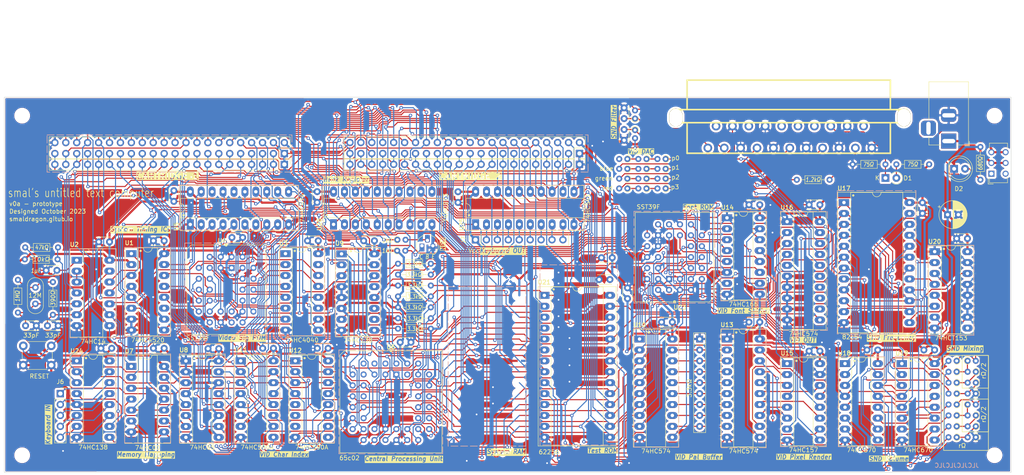
<source format=kicad_pcb>
(kicad_pcb (version 20221018) (generator pcbnew)
  (layers (0 "F.Cu" signal) (31 "B.Cu" signal) (34 "B.Paste" user) (35 "F.Paste" user) (36 "B.SilkS" user "B.Silkscreen") (37 "F.SilkS" user "F.Silkscreen") (38 "B.Mask" user) (39 "F.Mask" user) (44 "Edge.Cuts" user))
  (net 0 "")
  (net 1 "GND")
  (net 2 "Net-(C2-Pad1)")
  (net 3 "Net-(C3-Pad1)")
  (net 4 "VGreen")
  (net 5 "VBlue")
  (net 6 "VRed")
  (net 7 "+5V")
  (net 8 "Net-(R2-Pad2)")
  (net 9 "Net-(R4-Pad2)")
  (net 10 "/Audio/L0")
  (net 11 "/Audio/R0")
  (net 12 "Net-(R10-Pad1)")
  (net 13 "Net-(R11-Pad1)")
  (net 14 "/Audio/L1")
  (net 15 "/Audio/R1")
  (net 16 "Net-(R12-Pad2)")
  (net 17 "Net-(R13-Pad2)")
  (net 18 "/Audio/L2")
  (net 19 "/Audio/R2")
  (net 20 "LEFT")
  (net 21 "RIGHT")
  (net 22 "/Audio/L3")
  (net 23 "/Audio/R3")
  (net 24 "Net-(RN2-R1)")
  (net 25 "Net-(RN2-R2)")
  (net 26 "Net-(RN2-R3)")
  (net 27 "Net-(RN2-R4)")
  (net 28 "Net-(RN2-R5)")
  (net 29 "Net-(RN2-R6)")
  (net 30 "Net-(RN2-R7)")
  (net 31 "Net-(RN2-R8)")
  (net 32 "12M")
  (net 33 "6M")
  (net 34 "3M")
  (net 35 "1M")
  (net 36 "750K")
  (net 37 "Net-(R7-Pad2)")
  (net 38 "VReset")
  (net 39 "RESET")
  (net 40 "~{RESET}")
  (net 41 "~{R}{slash}W")
  (net 42 "R{slash}~{W}")
  (net 43 "~{6M}")
  (net 45 "Net-(U3-Q5)")
  (net 46 "Net-(U3-Q4)")
  (net 47 "Net-(U3-Q6)")
  (net 48 "Net-(U3-Q3)")
  (net 49 "Net-(U3-Q2)")
  (net 50 "Net-(U3-Q1)")
  (net 51 "Net-(U3-Q0)")
  (net 52 "Net-(U3-Q8)")
  (net 53 "Net-(U3-Q7)")
  (net 54 "Net-(U3-Q9)")
  (net 56 "Net-(U4-D0)")
  (net 57 "Net-(U4-D1)")
  (net 58 "Net-(U4-D2)")
  (net 59 "Net-(U4-D3)")
  (net 60 "Net-(U4-D4)")
  (net 61 "Net-(U4-D5)")
  (net 62 "Net-(U4-D6)")
  (net 63 "Net-(U4-D7)")
  (net 64 "~{VIrq}")
  (net 65 "~{VPixel}")
  (net 66 "~{VSync}")
  (net 67 "~{VReset}")
  (net 68 "VIrq")
  (net 69 "VPixel")
  (net 70 "VSync")
  (net 72 "BusDriver")
  (net 76 "A0")
  (net 77 "A1")
  (net 79 "A2")
  (net 80 "A3")
  (net 81 "A4")
  (net 82 "A5")
  (net 83 "A6")
  (net 84 "A7")
  (net 85 "A8")
  (net 86 "A9")
  (net 87 "A10")
  (net 88 "A11")
  (net 89 "A12")
  (net 90 "A13")
  (net 91 "A14")
  (net 92 "A15")
  (net 93 "D7")
  (net 94 "D6")
  (net 95 "D5")
  (net 96 "D4")
  (net 97 "D3")
  (net 98 "D2")
  (net 99 "D1")
  (net 100 "D0")
  (net 103 "Net-(U8-Oa<b)")
  (net 104 "~{RAM}")
  (net 105 "~{IO}")
  (net 106 "Net-(U8-Oa=b)")
  (net 107 "~{CART}")
  (net 108 "Net-(U8-Oa>b)")
  (net 109 "~{ChrGet}")
  (net 110 "~{PalGet}")
  (net 111 "~{CharTick}")
  (net 112 "/Video/Y0")
  (net 113 "/Video/Y1")
  (net 114 "/Video/Y2")
  (net 115 "Net-(U11-~{RCO})")
  (net 120 "/Video/Pb3")
  (net 121 "/Video/Pb2")
  (net 122 "/Video/Pb1")
  (net 123 "/Video/Pb0")
  (net 124 "/Video/Pa3")
  (net 125 "/Video/Pa2")
  (net 126 "/Video/Pa1")
  (net 127 "/Video/Pa0")
  (net 128 "Net-(U14-Qh)")
  (net 129 "Net-(U15-Za)")
  (net 130 "Net-(U15-Zb)")
  (net 131 "Net-(U15-Zc)")
  (net 132 "Net-(U15-Zd)")
  (net 137 "/Audio/Osc 1")
  (net 138 "/Audio/Osc 2")
  (net 139 "/Audio/Osc 3")
  (net 140 "~{OscWr}")
  (net 141 "/Audio/Sout")
  (net 142 "~{VolWr}")
  (net 151 "Net-(U1B-Q2)")
  (net 152 "Net-(U1B-Q3)")
  (net 153 "Net-(U1B-Q4)")
  (net 157 "~{CharTickReg}")
  (net 158 "Net-(C1-Pad2)")
  (net 159 "/IO/KeyIN 0")
  (net 160 "/IO/KeyIN 1")
  (net 161 "Net-(U14-A)")
  (net 162 "Net-(U14-B)")
  (net 163 "Net-(U14-C)")
  (net 164 "Net-(U14-D)")
  (net 165 "Net-(U14-E)")
  (net 166 "Net-(U14-F)")
  (net 167 "Net-(U14-G)")
  (net 168 "Net-(U14-H)")
  (net 169 "/IO/KeyIN 2")
  (net 170 "/IO/KeyIN 3")
  (net 171 "/IO/KeyIN 4")
  (net 172 "/IO/BANK")
  (net 173 "/IO/KeyOUT 0")
  (net 174 "/IO/KeyOUT 1")
  (net 175 "/IO/KeyOUT 2")
  (net 176 "/IO/KeyOUT 3")
  (net 177 "B3")
  (net 178 "B1")
  (net 179 "B0")
  (net 180 "B2")
  (net 181 "/IO/KeyOUT 4")
  (net 182 "/IO/KeyOUT 5")
  (net 183 "/IO/KeyOUT 6")
  (net 184 "/IO/KeyOUT 7")
  (net 185 "VBUS")
  (net 188 "B4")
  (net 189 "B5")
  (net 190 "B6")
  (net 191 "B7")
  (net 192 "Net-(D1-K)")
  (net 193 "Net-(J2-P19)")
  (net 194 "~{NMI}")
  (net 195 "Net-(D1-A)")
  (net 196 "/Ports/~{B7}")
  (net 197 "Net-(Q1-B)")
  (net 198 "Net-(U16-Q0)")
  (net 199 "Net-(R32-Pad2)")
  (net 200 "Net-(U16-Q1)")
  (net 201 "Net-(R33-Pad2)")
  (net 202 "Net-(U16-Q2)")
  (net 203 "Net-(R34-Pad2)")
  (net 204 "Net-(U16-Q3)")
  (net 205 "Net-(R35-Pad2)")
  (net 206 "Net-(R36-Pad2)")
  (net 207 "Net-(R37-Pad2)")
  (net 208 "Net-(R38-Pad2)")
  (net 209 "Net-(R39-Pad2)")
  (net 211 "Net-(D2-A)")
  (net 213 "Net-(R1-Pad1)")
  (net 214 "Net-(J2-P1)")
  (net 215 "Net-(J2-P3)")
  (net 216 "~{PalPush}")
  (footprint "PCM_Package_TO_SOT_THT_AKL:TO-92L_HandSolder" (layer "F.Cu") (at 121.92 104.27)
    (fp_text reference "Q1" hide)
    (fp_text value "NPN" hide)
  )
  (footprint "PCM_Package_DIP_AKL:DIP-16_W7.62mm_Socket_LongPads" (layer "F.Cu") (at 54.386 106.0963)
    (fp_text reference "U1")
    (fp_text value "74HC4520")
  )
  (footprint "PCM_Package_DIP_AKL:DIP-16_W7.62mm_Socket_LongPads" (layer "F.Cu") (at 41.686 131.0428)
    (fp_text reference "U24")
    (fp_text value "74HC138")
  )
  (footprint "Resistor_THT:R_Axial_DIN0204_L3.6mm_D1.6mm_P1.90mm_Vertical" (layer "F.Cu") (at 174.112 86.36 180)
    (fp_text reference "R37" hide)
    (fp_text value "R_Small")
  )
  (footprint "Capacitor_THT:C_Disc_D3.0mm_W2.0mm_P2.50mm" (layer "F.Cu") (at 49.814 128.1218 180)
    (fp_text reference "C13" hide)
    (fp_text value "100nF")
  )
  (footprint "Resistor_THT:R_Axial_DIN0204_L3.6mm_D1.6mm_P1.90mm_Vertical" (layer "F.Cu") (at 246.203804 148.8228 180)
    (fp_text reference "R5" hide)
    (fp_text value "R2")
  )
  (footprint "Resistor_THT:R_Axial_DIN0204_L3.6mm_D1.6mm_P1.90mm_Vertical" (layer "F.Cu") (at 178.557 88.646 180)
    (fp_text reference "R34" hide)
    (fp_text value "R_Small")
  )
  (footprint "Resistor_THT:R_Axial_DIN0204_L3.6mm_D1.6mm_P1.90mm_Vertical" (layer "F.Cu") (at 248.743804 131.0428)
    (fp_text reference "R17" hide)
    (fp_text value "R1")
  )
  (footprint "Resistor_THT:R_Axial_DIN0204_L3.6mm_D1.6mm_P7.62mm_Horizontal" (layer "F.Cu") (at 29.718 104.648)
    (fp_text reference "R45" hide)
    (fp_text value "47kΩ")
  )
  (footprint "Capacitor_THT:C_Disc_D3.0mm_W2.0mm_P2.50mm" (layer "F.Cu") (at 62.006 128.1218 180)
    (fp_text reference "C14" hide)
    (fp_text value "100nF")
  )
  (footprint "PCM_Package_DIP_AKL:DIP-16_W7.62mm_Socket_LongPads" (layer "F.Cu") (at 241.086 105.6328)
    (fp_text reference "U20")
    (fp_text value "74HCT153")
  )
  (footprint "MountingHole:MountingHole_3.2mm_M3_ISO14580" (layer "F.Cu") (at 255 74)
    (fp_text reference "H3" hide)
    (fp_text value "MountingHole")
  )
  (footprint "Capacitor_THT:C_Disc_D3.0mm_W2.0mm_P2.50mm" (layer "F.Cu") (at 97.566 91.6728 -90)
    (fp_text reference "C10" hide)
    (fp_text value "100nF")
  )
  (footprint "Resistor_THT:R_Axial_DIN0204_L3.6mm_D1.6mm_P1.90mm_Vertical" (layer "F.Cu") (at 248.748804 141.2028)
    (fp_text reference "R16" hide)
    (fp_text value "R1")
  )
  (footprint "Resistor_THT:R_Axial_DIN0204_L3.6mm_D1.6mm_P7.62mm_Horizontal" (layer "F.Cu") (at 123.982 116.0568 180)
    (fp_text reference "R23" hide)
    (fp_text value "3.3kΩ")
  )
  (footprint "Button_Switch_THT:SW_PUSH_6mm" (layer "F.Cu") (at 29.262 127.544)
    (fp_text reference "SW2" hide)
    (fp_text value "RESET")
  )
  (footprint "Resistor_THT:R_Axial_DIN0204_L3.6mm_D1.6mm_P7.62mm_Horizontal" (layer "F.Cu") (at 123.982 108.4368 180)
    (fp_text reference "R20" hide)
    (fp_text value "3.3kΩ")
  )
  (footprint "Resistor_THT:R_Axial_DIN0204_L3.6mm_D1.6mm_P1.90mm_Vertical" (layer "F.Cu") (at 178.557 84.074 180)
    (fp_text reference "R32" hide)
    (fp_text value "R_Small")
  )
  (footprint "Capacitor_THT:C_Disc_D3.0mm_W2.0mm_P2.50mm" (layer "F.Cu") (at 200.436 122.0258 180)
    (fp_text reference "C11" hide)
    (fp_text value "100nF")
  )
  (footprint "Connector_PinHeader_2.54mm:PinHeader_1x22_P2.54mm_Vertical" (layer "F.Cu") (at 89.946 85.344 -90)
    (fp_text reference "J5" hide)
    (fp_text value "Conn_01x22")
  )
  (footprint "Capacitor_THT:C_Disc_D3.0mm_W2.0mm_P2.50mm" (layer "F.Cu") (at 62.006 103.1028 180)
    (fp_text reference "C7" hide)
    (fp_text value "100nF")
  )
  (footprint "Resistor_THT:R_Axial_DIN0204_L3.6mm_D1.6mm_P1.90mm_Vertical" (layer "F.Cu") (at 246.198804 131.0428 180)
    (fp_text reference "R19" hide)
    (fp_text value "R2")
  )
  (footprint "Resistor_THT:R_Axial_DIN0204_L3.6mm_D1.6mm_P1.90mm_Vertical" (layer "F.Cu") (at 250.648804 138.6628 180)
    (fp_text reference "R7" hide)
    (fp_text value "R2")
  )
  (footprint "PCM_Package_LCC_AKL:PLCC-44_THT-Socket" (layer "F.Cu") (at 115.9764 134.2136)
    (fp_text reference "U6")
    (fp_text value "65c02")
  )
  (footprint "Resistor_THT:R_Axial_DIN0204_L3.6mm_D1.6mm_P7.62mm_Horizontal" (layer "F.Cu") (at 251.714 81.28 -90)
    (fp_text reference "R44" hide)
    (fp_text value "680Ω")
  )
  (footprint "Resistor_THT:R_Axial_DIN0204_L3.6mm_D1.6mm_P1.90mm_Vertical" (layer "F.Cu") (at 246.203804 143.7428 180)
    (fp_text reference "R14" hide)
    (fp_text value "R2")
  )
  (footprint "Capacitor_THT:C_Disc_D3.0mm_W2.0mm_P2.50mm" (layer "F.Cu") (at 200.436 94.7208 180)
    (fp_text reference "C22" hide)
    (fp_text value "100nF")
  )
  (footprint "Resistor_THT:R_Axial_DIN0204_L3.6mm_D1.6mm_P1.90mm_Vertical" (layer "F.Cu") (at 178.557 86.36 180)
    (fp_text reference "R33" hide)
    (fp_text value "R_Small")
  )
  (footprint "PCM_Package_DIP_AKL:DIP-16_W7.62mm_Socket_LongPads" (layer "F.Cu") (at 192.816 97.7688)
    (fp_text reference "U14")
    (fp_text value "74HC166")
  )
  (footprint "Capacitor_THT:C_Disc_D3.0mm_W2.0mm_P2.50mm" (layer "F.Cu") (at 49.306 103.3568 180)
    (fp_text reference "C19" hide)
    (fp_text value "100nF")
  )
  (footprint "Capacitor_THT:C_Disc_D3.0mm_W2.0mm_P2.50mm" (layer "F.Cu") (at 110.8756 103.1028 180)
    (fp_text reference "C20" hide)
    (fp_text value "100nF")
  )
  (footprint "Resistor_THT:R_Axial_DIN0204_L3.6mm_D1.6mm_P1.90mm_Vertical" (layer "F.Cu") (at 174.112 90.932 180)
    (fp_text reference "R39" hide)
    (fp_text value "R_Small")
  )
  (footprint "Capacitor_THT:C_Disc_D3.0mm_W2.0mm_P2.50mm" (layer "F.Cu") (at 214.406 128.7568 180)
    (fp_text reference "C29" hide)
    (fp_text value "100nF")
  )
  (footprint "Capacitor_THT:C_Disc_D3.0mm_W2.0mm_P2.50mm" (layer "F.Cu") (at 34.8775 122.8603)
    (fp_text reference "C3" hide)
    (fp_text value "33pF")
  )
  (footprint "Resistor_THT:R_Axial_DIN0204_L3.6mm_D1.6mm_P7.62mm_Horizontal" (layer "F.Cu") (at 229.646 85.3228 180)
    (fp_text reference "R28" hide)
    (fp_text value "75Ω")
  )
  (footprint "Capacitor_THT:C_Disc_D3.0mm_W2.0mm_P2.50mm" (layer "F.Cu") (at 166.146 107.0398 180)
    (fp_text reference "C12" hide)
    (fp_text value "100nF")
  )
  (footprint "PCM_Package_DIP_AKL:DIP-24_W15.24mm_Socket_LongPads" (layer "F.Cu") (at 220.004 94.2128)
    (fp_text reference "U17")
    (fp_text value "82c54")
  )
  (footprint "PCM_Package_DIP_AKL:DIP-16_W7.62mm_Socket_LongPads" (layer "F.Cu") (at 92.486 131.0428)
    (fp_text reference "U12")
    (fp_text value "74HC590A")
  )
  (footprint "Resistor_THT:R_Axial_DIN0204_L3.6mm_D1.6mm_P1.90mm_Vertical" (layer "F.Cu") (at 246.203804 146.2828 180)
    (fp_text reference "R10" hide)
    (fp_text value "R2")
  )
  (footprint "LED_THT:LED_D5.0mm" (layer "F.Cu") (at 245.613 86.36)
    (fp_text reference "D2")
    (fp_text value "Power")
  )
  (footprint "Resistor_THT:R_Axial_DIN0204_L3.6mm_D1.6mm_P1.90mm_Vertical" (layer "F.Cu") (at 178.557 90.932 180)
    (fp_text reference "R35" hide)
    (fp_text value "R_Small")
  )
  (footprint "Resistor_THT:R_Axial_DIN0204_L3.6mm_D1.6mm_P7.62mm_Horizontal" (layer "F.Cu") (at 123.982 121.1368 180)
    (fp_text reference "R25" hide)
    (fp_text value "3.3kΩ")
  )
  (footprint "Resistor_THT:R_Axial_DIN0204_L3.6mm_D1.6mm_P1.90mm_Vertical" (layer "F.Cu") (at 250.648804 146.2828 180)
    (fp_text reference "R6" hide)
    (fp_text value "R1")
  )
  (footprint "Capacitor_THT:C_Disc_D3.0mm_W2.0mm_P2.50mm" (layer "F.Cu") (at 248.706 102.5848 180)
    (fp_text reference "C27" hide)
    (fp_text value "100nF")
  )
  (footprint "Resistor_THT:R_Axial_DIN0204_L3.6mm_D1.6mm_P1.90mm_Vertical" (layer "F.Cu") (at 174.112 88.646 180)
    (fp_text reference "R38" hide)
    (fp_text value "R_Small")
  )
  (footprint "Capacitor_THT:C_Disc_D3.0mm_W2.0mm_P2.50mm" (layer "F.Cu") (at 165.608 112.1198 180)
    (fp_text reference "C21" hide)
    (fp_text value "100nF")
  )
  (footprint "Resistor_THT:R_Axial_DIN0204_L3.6mm_D1.6mm_P7.62mm_Horizontal" (layer "F.Cu") (at 116.362 123.5498)
    (fp_text reference "R29" hide)
    (fp_text value "3.3kΩ")
  )
  (footprint "Capacitor_THT:C_Disc_D3.0mm_W2.0mm_P2.50mm" (layer "F.Cu") (at 74.706 128.198 180)
    (fp_text reference "C17" hide)
    (fp_text value "100nF")
  )
  (footprint "Resistor_THT:R_Axial_DIN0204_L3.6mm_D1.6mm_P1.90mm_Vertical" (layer "F.Cu") (at 250.648804 133.5828 180)
    (fp_text reference "R13" hide)
    (fp_text value "R1")
  )
  (footprint "Resistor_THT:R_Axial_DIN0204_L3.6mm_D1.6mm_P1.90mm_Vertical" (layer "F.Cu") (at 246.203804 138.6628 180)
    (fp_text reference "R8" hide)
    (fp_text value "R2")
  )
  (footprint "Capacitor_THT:C_Disc_D3.0mm_W2.0mm_P2.50mm" (layer "F.Cu") (at 116.8654 126.7206)
    (fp_text reference "C18" hide)
    (fp_text value "100nF")
  )
  (footprint "PCM_Package_DIP_AKL:DIP-16_W7.62mm_Socket_LongPads" (layer "F.Cu") (at 206.786 131.6778)
    (fp_text reference "U15")
    (fp_text value "74HC157")
  )
  (footprint "PCM_Package_DIP_AKL:DIP-20_W7.62mm_Socket_LongPads" (layer "F.Cu") (at 68.072 99.314 90)
    (fp_text reference "U5")
    (fp_text value "74HC574")
  )
  (footprint "Capacitor_THT:C_Disc_D3.0mm_W2.0mm_P2.50mm" (layer "F.Cu") (at 168.91 72.176 -90)
    (fp_text reference "C32" hide)
    (fp_text value "100nF")
  )
  (footprint "PCM_Package_DIP_AKL:DIP-20_W7.62mm_Socket_LongPads" (layer "F.Cu") (at 134.396 99.2928 90)
    (fp_text reference "U25")
    (fp_text value "74HC541")
  )
  (footprint "PCM_Package_LCC_AKL:PLCC-32_THT-Socket" (layer "F.Cu") (at 179.354 111.9928 180)
    (fp_text reference "U23")
    (fp_text value "SST39F")
  )
  (footprint "PCM_Package_DIP_AKL:DIP-14_W7.62mm_Socket_LongPads" (layer "F.Cu") (at 41.686 107.6203)
    (fp_text reference "U2")
    (fp_text value "74HC14")
  )
  (footprint "Resistor_THT:R_Axial_DIN0204_L3.6mm_D1.6mm_P7.62mm_Horizontal" (layer "F.Cu") (at 28.0195 119.8123 90)
    (fp_text reference "R2" hide)
    (fp_text value "1MΩ")
  )
  (footprint "PCM_Resistor_THT_US_AKL:R_Axial_DIN0204_L3.6mm_D1.6mm_P1.90mm_Vertical" (layer "F.Cu") (at 171.45 74.676 90)
    (fp_text reference "R46" hide)
    (fp_text value "R_Small" hide)
  )
  (footprint "Capacitor_THT:C_Disc_D3.0mm_W2.0mm_P2.50mm" (layer "F.Cu") (at 77.754 102.3408)
    (fp_text reference "C8" hide)
    (fp_text value "100nF")
  )
  (footprint "Resistor_THT:R_Axial_DIN0204_L3.6mm_D1.6mm_P1.90mm_Vertical" (layer "F.Cu") (at 174.112 84.074 180)
    (fp_text reference "R36" hide)
    (fp_text value "R_Small")
  )
  (footprint "PCM_Package_DIP_AKL:DIP-20_W7.62mm_Socket_LongPads" (layer "F.Cu") (at 192.816 125.9628)
    (fp_text reference "U13")
    (fp_text value "74HC574")
  )
  (footprint "Resistor_THT:R_Axial_DIN0204_L3.6mm_D1.6mm_P1.90mm_Vertical" (layer "F.Cu") (at 169.667 88.646 180)
    (fp_text reference "R42" hide)
    (fp_text value "R_Small")
  )
  (footprint "Resistor_THT:R_Axial_DIN0204_L3.6mm_D1.6mm_P7.62mm_Horizontal" (layer "F.Cu") (at 123.982 110.9768 180)
    (fp_text reference "R21" hide)
    (fp_text value "3.3kΩ")
  )
  (footprint "Capacitor_THT:C_Disc_D3.0mm_W2.0mm_P2.50mm" (layer "F.Cu") (at 130.302 91.694 -90)
    (fp_text reference "C6" hide)
    (fp_text value "100nF")
  )
  (footprint "Capacitor_THT:C_Disc_D3.0mm_W2.0mm_P2.50mm" (layer "F.Cu") (at 34.584 109.982)
    (fp_text reference "C1" hide)
    (fp_text value "1µF")
  )
  (footprint "Resistor_THT:R_Axial_DIN0204_L3.6mm_D1.6mm_P7.62mm_Horizontal" (layer "F.Cu") (at 123.982 113.5168 180)
    (fp_text reference "R22" hide)
    (fp_text value "3.3kΩ")
  )
  (footprint "Resistor_THT:R_Axial_DIN0204_L3.6mm_D1.6mm_P1.90mm_Vertical" (layer "F.Cu") (at 250.648804 148.8228 180)
    (fp_text reference "R4" hide)
    (fp_text value "R2")
  )
  (footprint "Resistor_THT:R_Axial_DIN0204_L3.6mm_D1.6mm_P1.90mm_Vertical" (layer "F.Cu") (at 246.203804 141.2028 180)
    (fp_text reference "R18" hide)
    (fp_text value "R2")
  )
  (footprint "Capacitor_THT:C_Disc_D3.0mm_W2.0mm_P2.50mm" (layer "F.Cu") (at 241.076 128.5028 180)
    (fp_text reference "C9" hide)
    (fp_text value "100nF")
  )
  (footprint "PCM_Package_DIP_AKL:DIP-20_W7.62mm_Socket_LongPads" (layer "F.Cu") (at 101.376 99.2928 90)
    (fp_text reference "U26")
    (fp_text value "74HC273")
  )
  (footprint "PCM_Resistor_THT_US_AKL:R_Axial_DIN0204_L3.6mm_D1.6mm_P1.90mm_Vertical" (layer "F.Cu") (at 171.45 77.348 -90)
    (fp_text reference "R47" hide)
    (fp_text value "R_Small" hide)
  )
  (footprint "PCM_Package_DIP_AKL:DIP-16_W7.62mm_Socket_LongPads" (layer "F.Cu") (at 233.456 131.6778)
    (fp_text reference "U19")
    (fp_text value "74HC670")
  )
  (footprint "Connector_PinHeader_2.54mm:PinHeader_1x22_P2.54mm_Vertical" (layer "F.Cu") (at 158.531 85.3228 -90)
    (fp_text reference "J9" hide)
    (fp_text value "Conn_01x22")
  )
  (footprint "PCM_Package_DIP_AKL:DIP-28_W15.24mm_Socket_LongPads" (layer "F.Cu") (at 150.368 115.8028)
    (fp_text reference "U21")
    (fp_text value "62256")
  )
  (footprint "Resistor_THT:R_Axial_DIN0204_L3.6mm_D1.6mm_P7.62mm_Horizontal" (layer "F.Cu") (at 209.042 88.9)
    (fp_text reference "R27" hide)
    (fp_text value "1.2kΩ")
  )
  (footprint "Connector_BarrelJack:BarrelJack_Horizontal" (layer "F.Cu") (at 244.348 79.914 -90)
    (fp_text reference "J1" hide)
    (fp_text value "Barrel_Jack_MountingPin")
  )
  (footprint "Crystal:Crystal_HC52-8mm_Vertical" (layer "F.Cu") (at 32.0835 117.7703 90)
    (fp_text reference "Y1" hide)
    (fp_text value "12 Mhz")
  )
  (footprint "Connector_PinSocket_2.54mm:PinSocket_1x05_P2.54mm_Vertical" (layer "F.Cu") (at 37.876 138.6628)
    (fp_text reference "J6")
    (fp_text value "Conn_01x05_Socket" hide)
  )
  (footprint "Video:SCART" (layer "F.Cu") (at 207.421 74.23316 180)
    (fp_text reference "J2" hide)
    (fp_text value "SCART-F" hide)
  )
  (footprint "PCM_Package_DIP_AKL:DIP-16_W7.62mm_Socket_LongPads" (layer "F.Cu") (at 90.2 106.1)
    (fp_text reference "U3")
    (fp_text value "74HC4040")
  )
  (footprint "Resistor_THT:R_Axial_DIN0204_L3.6mm_D1.6mm_P1.90mm_Vertical" (layer "F.Cu") (at 250.648804 136.1228 180)
    (fp_text reference "R9" hide)
    (fp_text value "R1")
  )
  (footprint "Button_Switch_THT:SW_CuK_JS202011AQN_DPDT_Angled" (layer "F.Cu") (at 254.269 87.4975 90)
    (fp_text reference "SW1" hide)
    (fp_text value "SW_DPDT_x2")
  )
  (footprint "PCM_Package_DIP_AKL:DIP-20_W7.62mm_Socket_LongPads" (layer "F.Cu") (at 206.786 98.6578)
    (fp_text reference "U16")
    (fp_text value "74HC574")
  )
  (footprint "Capacitor_THT:C_Disc_D3.0mm_W2.0mm_P2.50mm" (layer "F.Cu") (at 214.406 94.7208 180)
    (fp_text reference "C26" hide)
    (fp_text value "100nF")
  )
  (footprint "Capacitor_THT:CP_Radial_D6.3mm_P2.50mm" (layer "F.Cu") (at 244.094 97.028)
    (fp_text reference "C30" hide)
    (fp_text value "C_Polarized")
  )
  (footprint "PCM_Package_DIP_AKL:DIP-20_W7.62mm_Socket_LongPads" (layer "F.Cu") (at 172.496 125.9628)
    (fp_text reference "U10")
    (fp_text value "74HC574")
  )
  (footprint "Capacitor_THT:C_Disc_D3.0mm_W2.0mm_P2.50mm" (layer "F.Cu") (at 29.7975 122.8603)
    (fp_text reference "C2" hide)
    (fp_text value "33pF")
  )
  (footprint "Capacitor_THT:C_Disc_D3.0mm_W2.0mm_P2.50mm" (layer "F.Cu") (at 97.82 103.1028 180)
    (fp_text reference "C25" hide)
    (fp_text value "100nF")
  )
  (footprint "Resistor_THT:R_Axial_DIN0204_L3.6mm_D1.6mm_P1.90mm_Vertical" (layer "F.Cu") (at 169.672 86.36 180)
    (fp_text reference "R41" hide)
    (fp_text value "R_Small")
  )
  (footprint "PCM_Package_DIP_AKL:DIP-16_W7.62mm_Socket_LongPads" (layer "F.Cu") (at 67.056 131.064)
    (fp_text reference "U8")
    (fp_text value "74HC85")
  )
  (footprint "Resistor_THT:R_Axial_DIN0204_L3.6mm_D1.6mm_P1.90mm_Vertical" (layer "F.Cu") (at 250.648804 143.7428 180)
    (fp_text reference "R12" hide)
    (fp_text value "R1")
  )
  (footprint "Resistor_THT:R_Axial_DIN0204_L3.6mm_D1.6mm_P1.90mm_Vertical" (layer "F.Cu") (at 116.21 102.87)
    (fp_text reference "R30" hide)
    (fp_text value "1kΩ")
  )
  (footprint "Resistor_THT:R_Axial_DIN0204_L3.6mm_D1.6mm_P1.90mm_Vertical" (layer "F.Cu") (at 169.672 90.932 180)
    (fp_text reference "R43" hide)
    (fp_text value "R_Small")
  )
  (footprint "PCM_Package_DIP_AKL:DIP-16_W7.62mm_Socket_LongPads" (layer "F.Cu") (at 220.248 131.6778)
    (fp_text reference "U18")
    (fp_text value "74HC670")
  )
  (footprint "Capacitor_THT:C_Disc_D3.0mm_W2.0mm_P2.50mm" (layer "F.Cu") (at 238.252 94.234 -90)
    (fp_text reference "C4" hide)
    (fp_text value "100nF")
  )
  (footprint "Resistor_THT:R_Axial_DIN0204_L3.6mm_D1.6mm_P1.90mm_Vertical" (layer "F.Cu") (at 246.198804 133.5828 180)
    (fp_text reference "R15" hide)
    (fp_text value "R2")
  )
  (footprint "PCM_Package_DIP_AKL:DIP-14_W7.62mm_Socket_LongPads" (layer "F.Cu") (at 54.356 132.334)
    (fp_text reference "U7")
    (fp_text value "74HC00")
  )
  (footprint "MountingHole:MountingHole_3.2mm_M3_ISO14580" (layer "F.Cu") (at 29 153)
    (fp_text reference "H2" hide)
    (fp_text value "MountingHole")
  )
  (footprint "Resistor_THT:R_Axial_DIN0204_L3.6mm_D1.6mm_P7.62mm_Horizontal" (layer "F.Cu") (at 123.982 118.5968 180)
    (fp_text reference "R24" hide)
    (fp_text value "3.3kΩ")
  )
  (footprint "Resistor_THT:R_Axial_DIN0204_L3.6mm_D1.6mm_P1.90mm_Vertical" (layer "F.Cu") (at 246.203804 136.1228 180)
    (fp_text reference "R11" hide)
    (fp_text value "R2")
  )
  (footprint "PCM_Package_DIP_AKL:DIP-16_W7.62mm_Socket_LongPads" (layer "F.Cu") (at 79.786 131.0428)
    (fp_text reference "U11")
    (fp_text value "74HC590A")
  )
  (footprint "MountingHole:MountingHole_3.2mm_M3_ISO14580" (layer "F.Cu") (at 29 74)
    (fp_text reference "H1" hide)
    (fp_text value "MountingHole")
  )
  (footprint "Capacitor_THT:C_Disc_D3.0mm_W2.0mm_P2.50mm" (layer "F.Cu") (at 169.702 116.5648 90)
    (fp_text reference "C24" hide)
    (fp_text value "100nF")
  )
  (footprint "Resistor_THT:R_Axial_DIN0204_L3.6mm_D1.6mm_P7.62mm_Horizontal" (layer "F.Cu") (at 239.806 85.3228 180)
    (fp_text reference "R26" hide)
    (fp_text value "75Ω")
  )
  (footprint "PCM_Package_LCC_AKL:PLCC-32_THT-Socket" (layer "F.Cu") (at 77.6815 109.3983)
    (fp_text reference "U4")
    (fp_text value "SST39F")
  )
  (footprint "Resistor_THT:R_Axial_DIN0204_L3.6mm_D1.6mm_P1.90mm_Vertical" (layer "F.Cu") (at 169.672 84.074 180)
    (fp_text reference "R40" hide)
    (fp_text value "R_Small")
  )
  (footprint "PCM_Package_DIP_AKL:DIP-16_W7.62mm_Socket_LongPads" (layer "F.Cu") (at 103.2302 106.1508)
    (fp_text reference "U9")
    (fp_text value "74HC138")
  )
  (footprint "Capacitor_THT:C_Disc_D3.0mm_W2.0mm_P2.50mm" (layer "F.Cu") (at 64.262 91.44 -90)
    (fp_text reference "C5" hide)
    (fp_text value "100nF")
  )
  (footprint "Capacitor_THT:C_Disc_D3.0mm_W2.0mm_P2.50mm" (layer "F.Cu") (at 168.91 79.716 90)
    (fp_text reference "C31" hide)
    (fp_text value "100nF")
  )
  (footprint "Capacitor_THT:C_Disc_D3.0mm_W2.0mm_P2.50mm" (layer "F.Cu") (at 227.868 128.5028 180)
    (fp_text reference "C28" hide)
    (fp_text value "100nF")
  )
  (footprint "Connector_PinSocket_2.54mm:PinSocket_1x09_P2.54mm_Vertical" (layer "F.Cu") (at 134.366 102.87 90)
    (fp_text reference "J7")
    (fp_text value "Conn_01x09_Socket")
  )
  (footprint "Resistor_THT:R_Array_SIP9" (layer "F.Cu") (at 186.466 125.9628 -90)
    (fp_text reference "RN2" hide)
    (fp_text value "3.3kΩ")
  )
  (footprint "Connector_PinSocket_2.54mm:PinSocket_2x22_P2.54mm_Vertical" (layer "F.Cu") (at 158.531 82.7828 -90)
    (fp_text reference "J8" hide)
    (fp_text value "Conn_02x22_Odd_Even")
  )
  (footprint "Resistor_THT:R_Axial_DIN0204_L3.6mm_D1.6mm_P7.62mm_Horizontal" (layer "F.Cu") (at 37.236 107.4208 180)
    (fp_text reference "R1" hide)
    (fp_text value "10kΩ")
  )
  (footprint "Capacitor_THT:C_Disc_D3.0mm_W2.0mm_P2.50mm" (layer "F.Cu") (at 180.116 122.0258 180)
    (fp_text reference "C23" hide)
    (fp_text value "100nF")
  )
  (footprint "MountingHole:MountingHole_3.2mm_M3_ISO14580" (layer "F.Cu") (at 255 153)
    (fp_text reference "H4" hide)
    (fp_text value "MountingHole")
  )
  (footprint "Resistor_THT:R_Axial_DIN0204_L3.6mm_D1.6mm_P7.62mm_Horizontal" (layer "F.Cu") (at 36.1475 120.3203 90)
    (fp_text reference "R3" hide)
    (fp_text value "390Ω")
  )
  (footprint "Capacitor_THT:C_Disc_D3.0mm_W2.0mm_P2.50mm" (layer "F.Cu") (at 100.106 128.1218 180)
    (fp_text reference "C15" hide)
    (fp_text value "100nF")
  )
  (footprint "Connector_PinSocket_2.54mm:PinSocket_2x22_P2.54mm_Vertical" (layer "F.Cu") (at 89.946 82.804 -90)
    (fp_text reference "J4" hide)
    (fp_text value "Conn_02x22_Odd_Even")
  )
  (footprint "Capacitor_THT:C_Disc_D3.0mm_W2.0mm_P2.50mm" (layer "F.Cu") (at 87.406 128.1218 180)
    (fp_text reference "C16" hide)
    (fp_text value "100nF")
  )
  (footprint "Resistor_THT:R_Axial_DIN0204_L3.6mm_D1.6mm_P1.90mm_Vertical" (layer "F.Cu") (at 116.162 105.41)
    (fp_text reference "R31" hide)
    (fp_text value "1kΩ")
  )
  (footprint "Diode_THT:D_A-405_P2.54mm_Vertical_KathodeUp" (layer "F.Cu") (at 229.646 88.4978)
    (fp_text reference "D1")
    (fp_text value "D_Small")
  )
  (gr_rect (start 239.522 104.14) (end 250.19 125.095) (stroke (width 0.15) (type dash)) (fill solid) (layer "B.SilkS"))
  (gr_rect (start 40.132 129.413) (end 50.8 150.114) (stroke (width 0.15) (type dash)) (fill solid) (layer "B.SilkS"))
  (gr_rect (start 103.632 78.486) (end 160.528 87.122) (stroke (width 0.15) (type dash)) (fill solid) (layer "B.SilkS"))
  (gr_rect (start 34.798 78.486) (end 91.694 87.122) (stroke (width 0.15) (type dash)) (fill solid) (layer "B.SilkS"))
  (gr_rect (start 65.532 129.413) (end 76.2 150.114) (stroke (width 0.15) (type dash)) (fill solid) (layer "B.SilkS"))
  (gr_rect (start 218.44 91.44) (end 236.728 124.7775) (stroke (width 0.15) (type dash)) (fill solid) (layer "B.SilkS"))
  (gr_rect (start 101.854 104.648) (end 112.268 125.476) (stroke (width 0.15) (type dash)) (fill solid) (layer "B.SilkS"))
  (gr_rect (start 90.932 129.413) (end 101.6 150.114) (stroke (width 0.15) (type dash)) (fill solid) (layer "B.SilkS"))
  (gr_rect (start 171.196 123.444) (end 181.61 151.13) (stroke (width 0.15) (type dash)) (fill solid) (layer "B.SilkS"))
  (gr_rect (start 66.802 103.632) (end 85.852 125.222) (stroke (width 0.15) (type dash)) (fill solid) (layer "B.SilkS"))
  (gr_rect (start 52.832 129.413) (end 63.5 150.114) (stroke (width 0.15) (type dash)) (fill solid) (layer "B.SilkS"))
  (gr_rect (start 40.132 104.9655) (end 50.8 125.6665) (stroke (width 0.15) (type dash)) (fill solid) (layer "B.SilkS"))
  (gr_rect (start 205.232 96.266) (end 216.154 123.952) (stroke (width 0.15) (type dash)) (fill solid) (layer "B.SilkS"))
  (gr_rect (start 191.516 123.571) (end 201.93 151.257) (stroke (width 0.15) (type dash)) (fill solid) (layer "B.SilkS"))
  (gr_rect (start 98.806 90.297) (end 126.492 100.711) (stroke (width 0.15) (type dash)) (fill solid) (layer "B.SilkS"))
  (gr_rect (start 78.232 129.413) (end 88.9 150.114) (stroke (width 0.15) (type dash)) (fill solid) (layer "B.SilkS"))
  (gr_rect (start 171.196 96.266) (end 189.992 117.602) (stroke (width 0.15) (type dash)) (fill solid) (layer "B.SilkS"))
  (gr_rect (start 231.902 129.9845) (end 242.57 150.9395) (stroke (width 0.15) (type dash)) (fill solid) (layer "B.SilkS"))
  (gr_rect (start 52.832 104.648) (end 63.5 125.349) (stroke (width 0.15) (type dash)) (fill solid) (layer "B.SilkS"))
  (gr_rect (start 191.389 96.266) (end 202.057 117.094) (stroke (width 0.15) (type dash)) (fill solid) (layer "B.SilkS"))
  (gr_rect (start 128.016 113.792) (end 146.05 150.876) (stroke (width 0.15) (type dash)) (fill solid) (layer "B.SilkS"))
  (gr_rect (start 218.694 130.048) (end 229.362 151.003) (stroke (width 0.15) (type dash)) (fill solid) (layer "B.SilkS"))
  (gr_rect (start 88.9 104.394) (end 99.314 125.222) (stroke (width 0.15) (type dash)) (fill solid) (layer "B.SilkS"))
  (gr_rect (start 149.352 108.712) (end 167.386 150.622) (stroke (width 0.15) (type dash)) (fill solid) (layer "B.SilkS"))
  (gr_rect (start 102.616 128.524) (end 126.746 152.654) (stroke (width 0.15) (type dash)) (fill solid) (layer "B.SilkS"))
  (gr_rect (start 205.232 130.048) (end 215.9 151.003) (stroke (width 0.15) (type dash)) (fill solid) (layer "B.SilkS"))
  (gr_rect (start 65.532 90.17) (end 93.218 100.584) (stroke (width 0.15) (type dash)) (fill solid) (layer "B.SilkS"))
  (gr_rect (start 132.08 90.17) (end 159.766 100.584) (stroke (width 0.15) (type dash)) (fill solid) (layer "B.SilkS"))
  (gr_rect (start 247.473804 139.9328) (end 253.569804 147.5528) (stroke (width 0.15)) (fill none) (layer "F.SilkS"))
  (gr_rect (start 243.155804 129.7728) (end 253.569804 151.8708) (stroke (width 0.15)) (fill none) (layer "F.SilkS"))
  (gr_rect (start 247.473804 129.7728) (end 253.569804 137.3928) (stroke (width 0.15)) (fill none) (layer "F.SilkS"))
  (gr_rect (start 24.856 69.7) (end 258.856 157) (stroke (width 0.1)) (fill none) (layer "Edge.Cuts"))
  (gr_text "JLCJLCJLCJLC" (at 251.46 155.956) (layer "B.SilkS") (effects (font (size 1 1)) (justify left bottom mirror)))
  (gr_text "VID Char Index" (at 95.6 153.4) (layer "F.SilkS" knockout) (effects (font (size 1 1) (thickness 0.2) bold italic) (justify right bottom)))
  (gr_text "Video Sig ROM" (at 74.452 126.2168) (layer "F.SilkS" knockout) (effects (font (size 1 1) (thickness 0.2) bold italic) (justify left bottom)))
  (gr_text "Test ROM" (at 167.543 152.5058) (layer "F.SilkS" knockout) (effects (font (size 1 1) (thickness 0.2) bold italic) (justify right bottom)))
  (gr_text "Bank Register" (at 109.6 89.4) (layer "F.SilkS" knockout) (effects (font (size 1 1) (thickness 0.2) bold italic) (justify right bottom)))
  (gr_text "VID Font Shifter" (at 196.6 120) (layer "F.SilkS" knockout) (effects (font (size 1 1) (thickness 0.2) bold italic) (justify bottom)))
  (gr_text "blue" (at 166.492 86.868) (layer "F.SilkS") (effects (font (size 1 1)) (justify right bottom)))
  (gr_text "VID DAC" (at 169.672 82.931) (layer "F.SilkS" knockout) (effects (font (size 1 1) (thickness 0.2) bold italic) (justify left bottom)))
  (gr_text "C B E" (at 121.2 107.4) (layer "F.SilkS") (effects (font (size 1 0.8) (thickness 0.15) italic) (justify left bottom)))
  (gr_text "Vcc" (at 132.6 106) (layer "F.SilkS") (effects (font (size 1 1)) (justify left bottom)))
  (gr_text "CARTRIDGE 1" (at 62.8 88.9) (layer "F.SilkS" knockout) (effects (font (size 1.5 1.5) (thickness 0.2)) (justify bottom)))
  (gr_text "Font ROM" (at 189.895 95.8638) (layer "F.SilkS" knockout) (effects (font (size 1 1) (thickness 0.2) bold) (justify right bottom)))
  (gr_text "smal's untitled text computer" (at 42.672 91.948) (layer "F.SilkS") (effects (font (size 2 1.5))))
  (gr_text "CARTRIDGE 2" (at 133.2 88.9) (layer "F.SilkS" knockout) (effects (font (size 1.5 1.5) (thickness 0.2)) (justify bottom)))
  (gr_text "green" (at 166.37 89.154) (layer "F.SilkS") (effects (font (size 1 1)) (justify right bottom)))
  (gr_text "SND Filter" (at 167.132 79.502 90) (layer "F.SilkS" knockout) (effects (font (size 1 1) (thickness 0.2) bold italic) (justify left bottom)))
  (gr_text "p2" (at 179.827 88.9) (layer "F.SilkS") (effects (font (size 1 1)) (justify left bottom)))
  (gr_text "Keyboard IN\n" (at 35.6 150.6 90) (layer "F.SilkS" knockout) (effects (font (size 1 1) (thickness 0.2) bold italic) (justify left bottom)))
  (gr_text "VID OUT" (at 210.4 126.8) (layer "F.SilkS" knockout) (effects (font (size 1 1) (thickness 0.2) bold italic) (justify bottom)))
  (gr_text "System RAM" (at 146.207 152.7598) (layer "F.SilkS" knockout) (effects (font (size 1 1) (thickness 0.2) bold italic) (justify right bottom)))
  (gr_text "p3" (at 179.705 91.186) (layer "F.SilkS") (effects (font (size 1 1)) (justify left bottom)))
  (gr_text "SND Frequency" (at 236.758 126.2168) (layer "F.SilkS" knockout) (effects (font (size 1 1) (thickness 0.2) bold italic) (justify right bottom)))
  (gr_text "rΩ" (at 247.473804 151.3628) (layer "F.SilkS") (effects (font (size 1 1)) (justify bottom)))
  (gr_text "Memory Mappping\n" (at 64.6 153.4) (layer "F.SilkS" knockout) (effects (font (size 1 1) (thickness 0.2) bold italic) (justify right bottom)))
  (gr_text "v0a - prototype" (at 25.908 94.488) (layer "F.SilkS") (effects (font (size 1 1)) (justify left)))
  (gr_text "VID Pixel Render\n" (at 210.6 154) (layer "F.SilkS" knockout) (effects (font (size 1 1) (thickness 0.2) bold italic) (justify bottom)))
  (gr_text "System Timing ICs" (at 63.6 101) (layer "F.SilkS" knockout) (effects (font (size 1 1) (thickness 0.2) bold italic) (justify right bottom)))
  (gr_text "12M" (at 32.01 116.41) (layer "F.SilkS") (effects (font (size 1 1)) (justify bottom)))
  (gr_text "rΩ/2" (at 253.061804 135.3608 90) (layer "F.SilkS") (effects (font (size 1 1)) (justify left bottom)))
  (gr_text "Keyboard OUT" (at 146 106) (layer "F.SilkS" knockout) (effects (font (size 1 1) (thickness 0.2) bold italic) (justify right bottom)))
  (gr_text "p0" (at 179.827 84.455) (layer "F.SilkS") (effects (font (size 1 1)) (justify left bottom)))
  (gr_text "Designed October 2023" (at 25.908 96.266) (layer "F.SilkS") (effects (font (size 1 1)) (justify left)))
  (gr_text "VID Pal Buffer" (at 186.2 154) (layer "F.SilkS" knockout) (effects (font (size 1 1) (thickness 0.2) bold italic) (justify bottom)))
  (gr_text "red" (at 166.37 91.44) (layer "F.SilkS") (effects (font (size 1 1)) (justify right bottom)))
  (gr_text "smaldragon.gitub.io" (at 25.908 98.044) (layer "F.SilkS") (effects (font (size 1 1)) (justify left)))
  (gr_text "SND Mixing" (at 252.506 128.7568) (layer "F.SilkS" knockout) (effects (font (size 1 1) (thickness 0.2) bold italic) (justify right bottom)))
  (gr_text "rΩ/2" (at 253.061804 145.5208 90) (layer "F.SilkS") (effects (font (size 1 1)) (justify left bottom)))
  (gr_text "SND Volume" (at 230.408 154.4108) (layer "F.SilkS" knockout) (effects (font (size 1 1) (thickness 0.2) bold italic) (justify bottom)))
  (gr_text "NPN" (at 127.4 102.2 90) (layer "F.SilkS" knockout) (effects (font (size 1 1) (thickness 0.2) bold) (justify right bottom)))
  (gr_text "p1\n" (at 179.832 86.614) (layer "F.SilkS") (effects (font (size 1 1)) (justify left bottom)))
  (gr_text "Central Processing Unit" (at 126.776 154.4108) (layer "F.SilkS" knockout) (effects (font (size 1 1) (thickness 0.2) bold italic) (justify right bottom)))
  (segment (start 31.242 133.35) (end 31.242 132.08) (width 0.25) (layer "F.Cu") (net 1))
  (segment (start 180.8208 115.606) (end 181.894 114.5328) (width 0.25) (layer "F.Cu") (net 1))
  (segment (start 79.9055 97.5995) (end 80.18 97.325) (width 0.25) (layer "F.Cu") (net 1))
  (segment (start 158.8982 107.0398) (end 163.646 107.0398) (width 0.25) (layer "F.Cu") (net 1))
  (segment (start 101.68 102.696) (end 99.040604 102.696) (width 0.25) (layer "F.Cu") (net 1))
  (segment (start 232.378804 150.5828) (end 221.420804 150.5828) (width 0.25) (layer "F.Cu") (net 1))
  (segment (start 92.0282 98.2178) (end 91.216 99.03) (width 0.25) (layer "F.Cu") (net 1))
  (segment (start 30.5 148.5) (end 30.5 134.092) (width 0.25) (layer "F.Cu") (net 1))
  (segment (start 225.806 119.6128) (end 223.52 119.6128) (width 0.25) (layer "F.Cu") (net 1))
  (segment (start 158.531 82.7828) (end 159.7172 82.7828) (width 0.25) (layer "F.Cu") (net 1))
  (segment (start 155.561558 86.77684) (end 157.57116 86.77684) (width 0.25) (layer "F.Cu") (net 1))
  (segment (start 233.426 121.4308) (end 232.538122 121.4308) (width 0.25) (layer "F.Cu") (net 1))
  (segment (start 171.802082 80.6628) (end 169.8568 80.6628) (width 0.5) (layer "F.Cu") (net 1))
  (segment (start 98.322404 101.9778) (end 96.445 101.9778) (width 0.25) (layer "F.Cu") (net 1))
  (segment (start 157.988 107.95) (end 158.8982 107.0398) (width 0.25) (layer "F.Cu") (net 1))
  (segment (start 220.295804 149.4578) (end 219.170804 150.5828) (width 0.25) (layer "F.Cu") (net 1))
  (segment (start 102.108 103.124) (end 102.536 102.696) (width 0.25) (layer "F.Cu") (net 1))
  (segment (start 149.371604 150.405) (end 130.946004 150.405) (width 0.25) (layer "F.Cu") (net 1))
  (segment (start 237.1082 97.8778) (end 238.252 96.734) (width 0.25) (layer "F.Cu") (net 1))
  (segment (start 233.719 114.069305) (end 232.101805 115.6865) (width 0.25) (layer "F.Cu") (net 1))
  (segment (start 43.429601 124.603901) (end 41.686 122.8603) (width 0.25) (layer "F.Cu") (net 1))
  (segment (start 150.953804 148.8228) (end 149.371604 150.405) (width 0.25) (layer "F.Cu") (net 1))
  (segment (start 95.1698 98.2178) (end 92.0282 98.2178) (width 0.25) (layer "F.Cu") (net 1))
  (segment (start 193.941 124.8378) (end 192.816 125.9628) (width 0.25) (layer "F.Cu") (net 1))
  (segment (start 208.148601 122.880401) (end 219.276399 122.880401) (width 0.25) (layer "F.Cu") (net 1))
  (segment (start 241.086 123.4128) (end 234.0298 123.4128) (width 0.25) (layer "F.Cu") (net 1))
  (segment (start 32.2975 122.8603) (end 33.4225 123.9853) (width 0.25) (layer "F.Cu") (net 1))
  (segment (start 195.4588 113.4588) (end 197.658404 113.4588) (width 0.25) (layer "F.Cu") (net 1))
  (segment (start 64.7325 123.444) (end 64.516 123.6605) (width 0.25) (layer "F.Cu") (net 1))
  (segment (start 112.099 148.2598) (end 113.441 146.9178) (width 0.25) (layer "F.Cu") (net 1))
  (segment (start 56.2623 122) (end 57.4987 122) (width 0.25) (layer "F.Cu") (net 1))
  (segment (start 168.079 151.384) (end 167.434798 152.028202) (width 0.25) (layer "F.Cu") (net 1))
  (segment (start 169.702 114.0648) (end 172.202 114.0648) (width 0.25) (layer "F.Cu") (net 1))
  (segment (start 89 123.88) (end 90.2 123.88) (width 0.25) (layer "F.Cu") (net 1))
  (segment (start 228.854 99.568) (end 230.5442 97.8778) (width 0.25) (layer "F.Cu") (net 1))
  (segment (start 86.775 101.225) (end 86.775 102.725) (width 0.25) (layer "F.Cu") (net 1))
  (segment (start 168.91 79.716) (end 168.626 80) (width 0.5) (layer "F.Cu") (net 1))
  (segment (start 82.7615 109.3983) (end 80.2215 111.9383) (width 0.25) (layer "F.Cu") (net 1))
  (segment (start 54.356 147.574) (end 55.626 146.304) (width 0.25) (layer "F.Cu") (net 1))
  (segment (start 103.6458 81.788) (end 105.191 80.2428) (width 0.25) (layer "F.Cu") (net 1))
  (segment (start 41.686 148.8228) (end 43.211 147.2978) (width 0.25) (layer "F.Cu") (net 1))
  (segment (start 42.8297 113.9503) (end 46.228 110.552) (width 0.5) (layer "F.Cu") (net 1))
  (segment (start 158.531 85.817) (end 158.531 85.3228) (width 0.25) (layer "F.Cu") (net 1))
  (segment (start 197.658404 113.4588) (end 198.623404 114.4238) (width 0.25) (layer "F.Cu") (net 1))
  (segment (start 116.5173 121.1368) (end 116.362 121.1368) (width 0.25) (layer "F.Cu") (net 1))
  (segment (start 243.626 108.1728) (end 241.086 105.6328) (width 0.25) (layer "F.Cu") (net 1))
  (segment (start 107.7214 148.2598) (end 112.099 148.2598) (width 0.25) (layer "F.Cu") (net 1))
  (segment (start 157.57116 86.77684) (end 158.531 85.817) (width 0.25) (layer "F.Cu") (net 1))
  (segment (start 154.843004 152.712) (end 150.953804 148.8228) (width 0.25) (layer "F.Cu") (net 1))
  (segment (start 95.504 98.552) (end 95.1698 98.2178) (width 0.25) (layer "F.Cu") (net 1))
  (segment (start 54.386 123.8763) (end 56.2623 122) (width 0.25) (layer "F.Cu") (net 1))
  (segment (start 179.197 80.645) (end 179.137 80.705) (width 0.5) (layer "F.Cu") (net 1))
  (segment (start 34.736 109.9608) (end 27.7072 109.9608) (width 0.25) (layer "F.Cu") (net 1))
  (segment (start 67.5514 125.648803) (end 65.213997 125.648803) (width 0.25) (layer "F.Cu") (net 1))
  (segment (start 78.994 121.031) (end 76.2088 121.031) (width 0.25) (layer "F.Cu") (net 1))
  (segment (start 243.9068 125.672) (end 248.706 120.8728) (width 0.25) (layer "F.Cu") (net 1))
  (segment (start 86.775 102.725) (end 86.5 103) (width 0.25) (layer "F.Cu") (net 1))
  (segment (start 60.5097 115.1313) (end 65.4743 115.1313) (width 0.25) (layer "F.Cu") (net 1))
  (segment (start 163.646 107.0398) (end 164.771 105.9148) (width 0.25) (layer "F.Cu") (net 1))
  (segment (start 130.946004 150.405) (end 129.363804 148.8228) (width 0.25) (layer "F.Cu") (net 1))
  (segment (start 195.1824 113.1824) (end 195.4588 113.4588) (width 0.25) (layer "F.Cu") (net 1))
  (segment (start 233.426 121.4308) (end 233.426 122.809) (width 0.25) (layer "F.Cu") (net 1))
  (segment (start 40.2903 113.9503) (end 42.8297 113.9503) (width 0.5) (layer "F.Cu") (net 1))
  (segment (start 181.39386 111.49266) (end 179.85414 111.49266) (width 0.25) (layer "F.Cu") (net 1))
  (segment (start 203 101.6) (end 203.4 101.2) (width 0.25) (layer "F.Cu") (net 1))
  (segment (start 241.086 105.6328) (end 243.158 105.6328) (width 0.25) (layer "F.Cu") (net 1))
  (segment (start 78.6398 149.969) (end 79.786 148.8228) (width 0.25) (layer "F.Cu") (net 1))
  (segment (start 181.894 114.5328) (end 184.434 114.5328) (width 0.25) (layer "F.Cu") (net 1))
  (segment (start 233.719 113.0078) (end 233.719 104.433) (width 0.25) (layer "F.Cu") (net 1))
  (segment (start 80.2215 106.8583) (end 80.2215 102.3733) (width 0.25) (layer "F.Cu") (net 1))
  (segment (start 181.894 111.9928) (end 181.39386 111.49266) (width 0.25) (layer "F.Cu") (net 1))
  (segment (start 113.538 121.412) (end 112.268 122.682) (width 0.25) (layer "F.Cu") (net 1))
  (segment (start 244.348 75.946) (end 244.348 73.914) (width 0.25) (layer "F.Cu") (net 1))
  (segment (start 55.626 146.304) (end 62.992 146.304) (width 0.25) (layer "F.Cu") (net 1))
  (segment (start 34.798 105.156) (end 36.2585 103.6955) (width 0.25) (layer "F.Cu") (net 1))
  (segment (start 87 101) (end 86.775 101.225) (width 0.25) (layer "F.Cu") (net 1))
  (segment (start 243.158 105.6328) (end 246.206 102.5848) (width 0.25) (layer "F.Cu") (net 1))
  (segment (start 59.506 103.1028) (end 58.127 104.4818) (width 0.25) (layer "F.Cu") (net 1))
  (segment (start 181.894 111.9928) (end 182.9468 110.94) (width 0.25) (layer "F.Cu") (net 1))
  (segment (start 241.554 81.401) (end 241.554 78.74) (width 0.25) (layer "F.Cu") (net 1))
  (segment (start 172.543804 148.8228) (end 169.982604 151.384) (width 0.25) (layer "F.Cu") (net 1))
  (segment (start 30.5 134.092) (end 31.242 133.35) (width 0.25) (layer "F.Cu") (net 1))
  (segment (start 53.658399 124.603901) (end 46.99 124.603901) (width 0.25) (layer "F.Cu") (net 1))
  (segment (start 116.3427 139.4) (end 116.7427 139) (width 0.25) (layer "F.Cu") (net 1))
  (segment (start 112.268 122.682) (end 104.479 122.682) (width 0.25) (layer "F.Cu") (net 1))
  (segment (start 40.036 138.486404) (end 40.036 139.5528) (width 0.5) (layer "F.Cu") (net 1))
  (segment (start 92.486 148.8228) (end 93.451 147.8578) (width 0.25) (layer "F.Cu") (net 1))
  (segment (start 107.9688 102.696) (end 108.3756 103.1028) (width 0.25) (layer "F.Cu") (net 1))
  (segment (start 214.884 126.746) (end 214.376 126.238) (width 0.25) (layer "F.Cu") (net 1))
  (segment (start 179.197 80.645) (end 181.38929 82.83729) (width 0.25) (layer "F.Cu") (net 1))
  (segment (start 169.8568 80.6628) (end 168.91 79.716) (width 0.5) (layer "F.Cu") (net 1))
  (segment (start 34 152) (end 30.5 148.5) (width 0.25) (layer "F.Cu") (net 1))
  (segment (start 113.8 139.4) (end 116.3427 139.4) (width 0.25) (layer "F.Cu") (net 1))
  (segment (start 121.412 112.903) (end 120.015 112.903) (width 0.25) (layer "F.Cu") (net 1))
  (segment (start 38.5 152) (end 34 152) (width 0.25) (layer "F.Cu") (net 1))
  (segment (start 102.536 102.696) (end 107.9688 102.696) (width 0.25) (layer "F.Cu") (net 1))
  (segment (start 70.279 101.2158) (end 68.356 99.2928) (width 0.25) (layer "F.Cu") (net 1))
  (segment (start 211.906 94.7208) (end 202.9672 94.7208) (width 0.25) (layer "F.Cu") (net 1))
  (segment (start 158.758773 96.034549) (end 159.252997 96.034549) (width 0.25) (layer "F.Cu") (net 1))
  (segment (start 214.376 126.238) (end 203.708 126.238) (width 0.25) (layer "F.Cu") (net 1))
  (segment (start 191.738804 149.9478) (end 173.668804 149.9478) (width 0.25) (layer "F.Cu") (net 1))
  (segment (start 29.262 132.044) (end 31.206 132.044) (width 0.5) (layer "F.Cu") (net 1))
  (segment (start 99.314 150.368) (end 105.6132 150.368) (width 0.25) (layer "F.Cu") (net 1))
  (segment (start 82.888515 126.104315) (end 71.950685 126.104315) (width 0.25) (layer "F.Cu") (net 1))
  (segment (start 75.1415 110.104315) (end 76.975485 111.9383) (width 0.25) (layer "F.Cu") (net 1))
  (segment (start 85.598 124.079) (end 88.801 124.079) (width 0.25) (layer "F.Cu") (net 1))
  (segment (start 35.834 111.232) (end 37.572 111.232) (width 0.5) (layer "F.Cu") (net 1))
  (segment (start 31.206 132.044) (end 31.242 132.08) (width 0.5) (layer "F.Cu") (net 1))
  (segment (start 71.882 126.173) (end 68.075597 126.173) (width 0.25) (layer "F.Cu") (net 1))
  (segment (start 36.5972 103.3568) (end 46.806 103.3568) (width 0.25) (layer "F.Cu") (net 1))
  (segment (start 80.911 149.9478) (end 91.361 149.9478) (width 0.25) (layer "F.Cu") (net 1))
  (segment (start 248.706 108.1728) (end 243.626 108.1728) (width 0.25) (layer "F.Cu") (net 1))
  (segment (start 68.075597 126.173) (end 67.5514 125.648803) (width 0.25) (layer "F.Cu") (net 1))
  (segment (start 198.623404 114.4238) (end 201.294878 114.4238) (width 0.25) (layer "F.Cu") (net 1))
  (segment (start 233.503804 149.4578) (end 232.378804 150.5828) (width 0.25) (layer "F.Cu") (net 1))
  (segment (start 75.1415 109.3983) (end 77.6815 109.3983) (width 0.25) (layer "F.Cu") (net 1))
  (segment (start 46.4673 103.409446) (end 58.309746 91.567) (width 0.25) (layer "F.Cu") (net 1))
  (segment (start 86.5 103) (end 84 103) (width 0.25) (layer "F.Cu") (net 1))
  (segment (start 241.4068 125.672) (end 243.9068 125.672) (width 0.25) (layer "F.Cu") (net 1))
  (segment (start 238.576 128.5028) (end 241.4068 125.672) (width 0.25) (layer "F.Cu") (net 1))
  (segment (start 37.572 111.232) (end 40.2903 113.9503) (width 0.5) (layer "F.Cu") (net 1))
  (segment (start 179.85414 111.49266) (end 179.354 111.9928) (width 0.25) (layer "F.Cu") (net 1))
  (segment (start 225.806 110.236) (end 225.806 109.728) (width 0.25) (layer "F.Cu") (net 1))
  (segment (start 36.2585 103.6955) (end 36.5972 103.3568) (width 0.25) (layer "F.Cu") (net 1))
  (segment (start 60.5 125.0013) (end 63.1752 125.0013) (width 0.25) (layer "F.Cu") (net 1))
  (segment (start 245.613 86.36) (end 245.613 85.46) (width 0.25) (layer "F.Cu") (net 1))
  (segment (start 83 102) (end 82.978497 101.978497) (width 0.25) (layer "F.Cu") (net 1))
  (segment (start 65.213997 125.648803) (end 64.8244 126.0384) (width 0.25) (layer "F.Cu") (net 1))
  (segment (start 76.975485 111.9383) (end 80.2215 111.9383) (width 0.25) (layer "F.Cu") (net 1))
  (segment (start 91.216 99.03) (end 91.216 99.2928) (width 0.25) (layer "F.Cu") (net 1))
  (segment (start 96.8038 147.8578) (end 99.314 150.368) (width 0.25) (layer "F.Cu") (net 1))
  (segment (start 167.434798 152.028202) (end 165.725798 152.028202) (width 0.25) (layer "F.Cu") (net 1))
  (segment (start 79.129 101.2158) (end 75.692 101.2158) (width 0.25) (layer "F.Cu") (net 1))
  (segment (start 165.042 152.712) (end 154.843004 152.712) (width 0.25) (layer "F.Cu") (net 1))
  (segment (start 202.9672 94.7208) (end 202.9081 94.7799) (width 0.25) (layer "F.Cu") (net 1))
  (segment (start 102.108 103.124) (end 101.68 102.696) (width 0.25) (layer "F.Cu") (net 1))
  (segment (start 70.231 121.793) (end 71.12 120.904) (width 0.25) (layer "F.Cu") (net 1))
  (segment (start 176.814 114.5328) (end 177.8872 115.606) (width 0.25) (layer "F.Cu") (net 1))
  (segment (start 63.1752 125.0013) (end 64.516 123.6605) (width 0.25) (layer "F.Cu") (net 1))
  (segment (start 84 103) (end 83 102) (width 0.25) (layer "F.Cu") (net 1))
  (segment (start 65.532 148.844) (end 67.056 148.844) (width 0.25) (layer "F.Cu") (net 1))
  (segment (start 26.416 121.614828) (end 29.007172 124.206) (width 0.25) (layer "F.Cu") (net 1))
  (segment (start 68.032 93.94) (end 64.262 93.94) (width 0.25) (layer "F.Cu") (net 1))
  (segment (start 169.982604 151.384) (end 168.079 151.384) (width 0.25) (layer "F.Cu") (net 1))
  (segment (start 103.632 81.788) (end 103.6458 81.788) (width 0.25) (layer "F.Cu") (net 1))
  (segment (start 192.863804 148.8228) (end 191.738804 149.9478) (width 0.25) (layer "F.Cu") (net 1))
  (segment (start 54.386 123.8763) (end 53.658399 124.603901) (width 0.25) (layer "F.Cu") (net 1))
  (segment (start 181.38929 82.83729) (end 192.729622 82.83729) (width 0.25) (layer "F.Cu") (net 1))
  (segment (start 230.5442 97.8778) (end 237.1082 97.8778) (width 0.25) (layer "F.Cu") (net 1))
  (segment (start 43.211 142.7278) (end 41.686 141.2028) (width 0.25) (layer "F.Cu") (net 1))
  (segment (start 104.479 122.682) (end 103.2302 123.9308) (width 0.25) (layer "F.Cu") (net 1))
  (segment (start 182.9468 110.94) (end 192.3448 110.94) (width 0.25) (layer "F.Cu") (net 1))
  (segment (start 202.3078 124.8378) (end 193.941 124.8378) (width 0.25) (layer "F.Cu") (net 1))
  (segment (start 29.007172 124.206) (end 30.9518 124.206) (width 0.25) (layer "F.Cu") (net 1))
  (segment (start 165.725798 152.028202) (end 165.042 152.712) (width 0.25) (layer "F.Cu") (net 1))
  (segment (start 172.202 114.0648) (end 174.274 111.9928) (width 0.25) (layer "F.Cu") (net 1))
  (segment (start 89.246 101) (end 87 101) (width 0.25) (layer "F.Cu") (net 1))
  (segment (start 167.66 73.426) (end 167.66 78.466) (width 0.5) (layer "F.Cu") (net 1))
  (segment (start 250.648804 148.8228) (end 247.325604 152.146) (width 0.25) (layer "F.Cu") (net 1))
  (segment (start 58.309746 91.567) (end 62.484 91.567) (width 0.25) (layer "F.Cu") (net 1))
  (segment (start 68.326 94.234) (end 68.032 93.94) (width 0.25) (layer "F.Cu") (net 1))
  (segment (start 240.3552 96.734) (end 246.206 102.5848) (width 0.25) (layer "F.Cu") (net 1))
  (segment (start 164.771 105.9148) (end 173.276 105.9148) (width 0.25) (layer "F.Cu") (net 1))
  (segment (start 117.839546 122.459046) (end 116.5173 121.1368) (width 0.25) (layer "F.Cu") (net 1))
  (segment (start 201.294878 114.4238) (end 203 112.718678) (width 0.25) (layer "F.Cu") (net 1))
  (segment (start 222.544 119.6128) (end 223.52 119.6128) (width 0.25) (layer "F.Cu") (net 1))
  (segment (start 47.931 104.4818) (end 46.806 103.3568) (width 0.25) (layer "F.Cu") (net 1))
  (segment (start 99.040604 102.696) (end 98.322404 101.9778) (width 0.25) (layer "F.Cu") (net 1))
  (segment (start 233.719 104.433) (end 228.854 99.568) (width 0.25) (layer "F.Cu") (net 1))
  (segment (start 203.708 126.238) (end 202.3078 124.8378) (width 0.25) (layer "F.Cu") (net 1))
  (segment (start 102.6372 82.7828) (end 103.632 81.788) (width 0.25) (layer "F.Cu") (net 1))
  (segment (start 168.91 72.176) (end 167.66 73.426) (width 0.5) (layer "F.Cu") (net 1))
  (segment (start 175.3112 113.03) (end 178.3168 113.03) (width 0.25) (layer "F.Cu") (net 1))
  (segment (start 79.786 148.8228) (end 80.911 149.9478) (width 0.25) (layer "F.Cu") (net 1))
  (segment (start 73.9472 120.904) (end 75.1415 122.0983) (width 0.25) (layer "F.Cu") (net 1))
  (segment (start 105.6132 150.368) (end 107.7214 148.2598) (width 0.25) (layer "F.Cu") (net 1))
  (segment (start 174.274 111.9928) (end 175.3112 113.03) (width 0.25) (layer "F.Cu") (net 1))
  (segment (start 158.228224 95.504) (end 158.758773 96.034549) (width 0.25) (layer "F.Cu") (net 1))
  (segment (start 30.9518 124.206) (end 32.2975 122.8603) (width 0.25) (layer "F.Cu") (net 1))
  (segment (start 40.036 139.5528) (end 41.686 141.2028) (width 0.5) (layer "F.Cu") (net 1))
  (segment (start 26.416 111.252) (end 26.416 121.614828) (width 0.25) (layer "F.Cu") (net 1))
  (segment (start 238.252 96.734) (end 240.3552 96.734) (width 0.25) (layer "F.Cu") (net 1))
  (segment (start 130.302 94.194) (end 140.676 94.194) (width 0.25) (layer "F.Cu") (net 1))
  (segment (start 46.228 110.552) (end 46.228 109.728) (width 0.5) (layer "F.Cu") (net 1))
  (segment (start 167.66 78.466) (end 168.91 79.716) (width 0.5) (layer "F.Cu") (net 1))
  (segment (start 206.106203 150.185401) (end 194.226405 150.185401) (width 0.25) (layer "F.Cu") (net 1))
  (segment (start 206.786 121.5178) (end 208.148601 122.880401) (width 0.25) (layer "F.Cu") (net 1))
  (segment (start 59.436 116.205) (end 60.5097 115.1313) (width 0.25) (layer "F.Cu") (net 1))
  (segment (start 233.426 122.809) (end 234.0298 123.4128) (width 0.25) (layer "F.Cu") (net 1))
  (segment (start 207.958804 150.5828) (end 206.833804 149.4578) (width 0.25) (layer "F.Cu") (net 1))
  (segment (start 88.943 97.325) (end 90.932 99.314) (width 0.25) (layer "F.Cu") (net 1))
  (segment (start 88.801 124.079) (end 89 123.88) (width 0.25) (layer "F.Cu") (net 1))
  (segment (start 57.4987 122) (end 60.5 125.0013) (width 0.25) (layer "F.Cu") (net 1))
  (segment (start 37.3775 122.8603) (end 41.686 122.8603) (width 0.25) (layer "F.Cu") (net 1))
  (segment (start 225.368 128.5028) (end 216.8948 128.5028) (width 0.25) (layer "F.Cu") (net 1))
  (segment (start 71.12 120.904) (end 73.9472 120.904) (width 0.25) (layer "F.Cu") (net 1))
  (segment (start 206.833804 149.4578) (end 206.106203 150.185401) (width 0.25) (layer "F.Cu") (net 1))
  (segment (start 241.086 123.4128) (end 243.626 120.8728) (width 0.25) (layer "F.Cu") (net 1))
  (segment (start 36.2525 123.9853) (end 37.3775 122.8603) (width 0.25) (layer "F.Cu") (net 1))
  (segment (start 220.004 122.1528) (end 222.544 119.6128) (width 0.25) (layer "F.Cu") (net 1))
  (segment (start 84.906 128.1218) (end 82.888515 126.104315) (width 0.25) (layer "F.Cu") (net 1))
  (segment (start 33.4225 123.9853) (end 36.2525 123.9853) (width 0.25) (layer "F.Cu") (net 1))
  (segment (start 80.2215 102.3733) (end 80.254 102.3408) (width 0.25) (layer "F.Cu") (net 1))
  (segment (start 219.276399 122.880401) (end 220.004 122.1528) (width 0.25) (layer "F.Cu") (net 1))
  (segment (start 159.7172 82.7828) (end 161.5 81) (width 0.25) (layer "F.Cu") (net 1))
  (segment (start 58.127 104.4818) (end 47.931 104.4818) (width 0.25) (layer "F.Cu") (net 1))
  (segment (start 243.626 120.8728) (end 248.706 120.8728) (width 0.25) (layer "F.Cu") (net 1))
  (segment (start 119.38 113.538) (end 119.3588 113.5168) (width 0.25) (layer "F.Cu") (net 1))
  (segment (start 67.056 148.844) (end 68.181 149.969) (width 0.25) (layer "F.Cu") (net 1))
  (segment (start 46.99 124.603901) (end 43.429601 124.603901) (width 0.25) (layer "F.Cu") (net 1))
  (segment (start 241.554 78.74) (end 244.348 75.946) (width 0.25) (layer "F.Cu") (net 1))
  (segment (start 194.226405 150.185401) (end 192.863804 148.8228) (width 0.25) (layer "F.Cu") (net 1))
  (segment (start 35.762 132.044) (end 35.762 134.212404) (width 0.5) (layer "F.Cu") (net 1))
  (segment (start 177.8872 115.606) (end 180.8208 115.606) (width 0.25) (layer "F.Cu") (net 1))
  (segment (start 79.756 97.5995) (end 79.9055 97.5995) (width 0.25) (layer "F.Cu") (net 1))
  (segment (start 27.7072 109.9608) (end 26.416 111.252) (width 0.25) (layer "F.Cu") (net 1))
  (segment (start 91.361 149.9478) (end 92.486 148.8228) (width 0.25) (layer "F.Cu") (net 1))
  (segment (start 75.1415 109.3983) (end 75.1415 110.104315) (width 0.25) (layer "F.Cu") (net 1))
  (segment (start 71.950685 126.104315) (end 71.882 126.173) (width 0.25) (layer "F.Cu") (net 1))
  (segment (start 75.692 101.2158) (end 70.279 101.2158) (width 0.25) (layer "F.Cu") (net 1))
  (segment (start 31.242 132.08) (end 31.242 129.742) (width 0.25) (layer "F.Cu") (net 1))
  (segment (start 140.676 94.194) (end 141.986 95.504) (width 0.25) (layer "F.Cu") (net 1))
  (segment (start 179.137 80.705) (end 171.844282 80.705) (width 0.5) (layer "F.Cu") (net 1))
  (segment (start 192.816 125.9628) (end 186.466 125.9628) (width 0.25) (layer "F.Cu") (net 1))
  (segment (start 166.116 80) (end 164 80) (width 0.25) (layer "F.Cu") (net 1))
  (segment (start 80.254 102.3408) (end 79.129 101.2158) (width 0.25) (layer "F.Cu") (net 1))
  (segment (start 118.361047 122.459046) (end 117.839546 122.459046) (width 0.25) (layer "F.Cu") (net 1))
  (segment (start 231.2565 115.6865) (end 225.806 110.236) (width 0.25) (layer "F.Cu") (net 1))
  (segment (start 76.2088 121.031) (end 75.1415 122.0983) (width 0.25) (layer "F.Cu") (net 1))
  (segment (start 164.446878 107.0398) (end 163.646 107.0398) (width 0.25) (layer "F.Cu") (net 1))
  (segment (start 232.538122 121.4308) (end 230.720122 119.6128) (width 0.25) (layer "F.Cu") (net 1))
  (segment (start 46.4673 103.6955) (end 46.4673 103.409446) (width 0.25) (layer "F.Cu") (net 1))
  (segment (start 120.015 112.903) (end 119.38 113.538) (width 0.25) (layer "F.Cu") (net 1))
  (segment (start 113.538 121.412) (end 113.8132 121.1368) (width 0.25) (layer "F.Cu") (net 1))
  (segment (start 236.192004 152.146) (end 233.503804 149.4578) (width 0.25) (layer "F.Cu") (net 1))
  (segment (start 35.762 134.212404) (end 40.036 138.486404) (width 0.5) (layer "F.Cu") (net 1))
  (segment (start 171.844282 80.705) (end 171.802082 80.6628) (width 0.5) (layer "F.Cu") (net 1))
  (segment (start 230.720122 119.6128) (end 225.806 119.6128) (width 0.25) (layer "F.Cu") (net 1))
  (segment (start 93.451 147.8578) (end 96.8038 147.8578) (width 0.25) (layer "F.Cu") (net 1))
  (segment (start 119.3588 113.5168) (end 116.362 113.5168) (width 0.25) (layer "F.Cu") (net 1))
  (segment (start 68.181 149.969) (end 78.6398 149.969) (width 0.25) (layer "F.Cu") (net 1))
  (segment (start 168.626 80) (end 166.116 80) (width 0.5) (layer "F.Cu") (net 1))
  (segment (start 113.8132 121.1368) (end 116.362 121.1368) (width 0.25) (layer "F.Cu") (net 1))
  (segment (start 90.932 99.314) (end 89.246 101) (width 0.25) (layer "F.Cu") (net 1))
  (segment (start 173.276 105.9148) (end 174.274 106.9128) (width 0.25) (layer "F.Cu") (net 1))
  (segment (start 31.242 129.742) (end 30.5 129) (width 0.25) (layer "F.Cu") (net 1))
  (segment (start 43.211 147.2978) (end 43.211 142.7278) (width 0.25) (layer "F.Cu") (net 1))
  (segment (start 80.18 97.325) (end 88.943 97.325) (width 0.25) (layer "F.Cu") (net 1))
  (segment (start 62.992 146.304) (end 65.532 148.844) (width 0.25) (layer "F.Cu") (net 1))
  (segment (start 65.4743 115.1313) (end 67.564 117.221) (width 0.25) (layer "F.Cu") (net 1))
  (segment (start 96.445 101.9778) (end 95.32 103.1028) (width 0.25) (layer "F.Cu") (net 1))
  (segment (start 232.101805 115.6865) (end 231.2565 115.6865) (width 0.25) (layer "F.Cu") (net 1))
  (segment (start 247.325604 152.146) (end 236.192004 152.146) (width 0.25) (layer "F.Cu") (net 1))
  (segment (start 194.086 81.480912) (end 194.086 76.4328) (width 0.25) (layer "F.Cu") (net 1))
  (segment (start 233.719 113.0078) (end 233.719 114.069305) (width 0.25) (layer "F.Cu") (net 1))
  (segment (start 221.420804 150.5828) (end 220.295804 149.4578) (width 0.25) (layer "F.Cu") (net 1))
  (segment (start 203 112.718678) (end 203 101.6) (width 0.25) (layer "F.Cu") (net 1))
  (segment (start 192.3448 110.94) (end 192.816 110.4688) (width 0.25) (layer "F.Cu") (net 1))
  (segment (start 34.584 109.982) (end 35.834 111.232) (width 0.5) (layer "F.Cu") (net 1))
  (segment (start 192.729622 82.83729) (end 194.086 81.480912) (width 0.25) (layer "F.Cu") (net 1))
  (segment (start 216.8948 128.5028) (end 216.662 128.27) (width 0.25) (layer "F.Cu") (net 1))
  (segment (start 178.3168 113.03) (end 179.354 111.9928) (width 0.25) (layer "F.Cu") (net 1))
  (segment (start 173.668804 149.9478) (end 172.543804 148.8228) (width 0.25) (layer "F.Cu") (net 1))
  (segment (start 245.613 85.46) (end 241.554 81.401) (width 0.25) (layer "F.Cu") (net 1))
  (segment (start 89.946 82.7828) (end 102.6372 82.7828) (width 0.25) (layer "F.Cu") (net 1))
  (segment (start 219.170804 150.5828) (end 207.958804 150.5828) (width 0.25) (layer "F.Cu") (net 1))
  (segment (start 141.986 95.504) (end 158.228224 95.504) (width 0.25) (layer "F.Cu") (net 1))
  (via (at 156.21 125.73) (size 0.8) (drill 0.4) (layers "F.Cu" "B.Cu") (net 1))
  (via (at 138.43 137.16) (size 0.8) (drill 0.4) (layers "F.Cu" "B.Cu") (net 1))
  (via (at 225.806 119.6128) (size 0.8) (drill 0.4) (layers "F.Cu" "B.Cu") (net 1))
  (via (at 153.67 120.65) (size 0.8) (drill 0.4) (layers "F.Cu" "B.Cu") (net 1))
  (via (at 161.5 81) (size 0.8) (drill 0.4) (layers "F.Cu" "B.Cu") (net 1))
  (via (at 119.38 113.538) (size 0.8) (drill 0.4) (layers "F.Cu" "B.Cu") (net 1))
  (via (at 68.326 94.234) (size 0.8) (drill 0.4) (layers "F.Cu" "B.Cu") (net 1))
  (via (at 169.412101 105.920699) (size 0.8) (drill 0.4) (layers "F.Cu" "B.Cu") (net 1))
  (via (at 102.108 103.124) (size 0.8) (drill 0.4) (layers "F.Cu" "B.Cu") (net 1))
  (via (at 34.798 105.156) (size 0.8) (drill 0.4) (layers "F.Cu" "B.Cu") (net 1))
  (via (at 156.21 132.08) (size 0.8) (drill 0.4) (layers "F.Cu" "B.Cu") (net 1))
  (via (at 30.5 129) (size 0.8) (drill 0.4) (layers "F.Cu" "B.Cu") (net 1))
  (via (at 155.561558 86.77684) (size 0.8) (drill 0.4) (layers "F.Cu" "B.Cu") (net 1))
  (via (at 134.62 143.51) (size 0.8) (drill 0.4) (layers "F.Cu" "B.Cu") (net 1))
  (via (at 225.806 109.728) (size 0.8) (drill 0.4) (layers "F.Cu" "B.Cu") (net 1))
  (via (at 79.756 97.5995) (size 0.8) (drill 0.4) (layers "F.Cu" "B.Cu") (net 1))
  (via (at 164 80) (size 0.8) (drill 0.4) (layers "F.Cu" "B.Cu") (net 1))
  (via (at 70.231 121.793) (size 0.8) (drill 0.4) (layers "F.Cu" "B.Cu") (net 1))
  (via (at 46.99 124.603901) (size 0.8) (drill 0.4) (layers "F.Cu" "B.Cu") (net 1))
  (via (at 64.516 123.6605) (size 0.8) (drill 0.4) (layers "F.Cu" "B.Cu") (net 1))
  (via (at 46.228 109.728) (size 0.8) (drill 0.4) (layers "F.Cu" "B.Cu") (net 1))
  (via (at 118.361047 122.459046) (size 0.8) (drill 0.4) (layers "F.Cu" "B.Cu") (net 1))
  (via (at 113.538 121.412) (size 0.8) (drill 0.4) (layers "F.Cu" "B.Cu") (net 1))
  (via (at 223.52 119.6128) (size 0.8) (drill 0.4) (layers "F.Cu" "B.Cu") (net 1))
  (via (at 67.564 117.221) (size 0.8) (drill 0.4) (layers "F.Cu" "B.Cu") (net 1))
  (via (at 62.484 91.567) (size 0.8) (drill 0.4) (layers "F.Cu" "B.Cu") (net 1))
  (via (at 75.057 101.2158) (size 0.8) (drill 0.4) (layers "F.Cu" "B.Cu") (net 1))
  (via (at 64.8244 126.0384) (size 0.8) (drill 0.4) (layers "F.Cu" "B.Cu") (net 1))
  (via (at 121.412 112.903) (size 0.8) (drill 0.4) (layers "F.Cu" "B.Cu") (net 1))
  (via (at 78.994 121.031) (size 0.8) (drill 0.4) (layers "F.Cu" "B.Cu") (net 1))
  (via (at 211.074 122.7195) (size 0.8) (drill 0.4) (layers "F.Cu" "B.Cu") (net 1))
  (via (at 38.5 152) (size 0.8) (drill 0.4) (layers "F.Cu" "B.Cu") (net 1))
  (via (at 195.1824 113.1824) (size 0.8) (drill 0.4) (layers "F.Cu" "B.Cu") (net 1))
  (via (at 202.9081 94.7799) (size 0.8) (drill 0.4) (layers "F.Cu" "B.Cu") (net 1))
  (via (at 95.504 98.552) (size 0.8) (drill 0.4) (layers "F.Cu" "B.Cu") (net 1))
  (via (at 88.5 78.8485) (size 0.8) (drill 0.4) (layers "F.Cu" "B.Cu") (net 1))
  (via (at 116.7427 139) (size 0.8) (drill 0.4) (layers "F.Cu" "B.Cu") (net 1))
  (via (at 156.21 128.27) (size 0.8) (drill 0.4) (layers "F.Cu" "B.Cu") (net 1))
  (via (at 59.436 116.205) (size 0.8) (drill 0.4) (layers "F.Cu" "B.Cu") (net 1))
  (via (at 85.598 124.079) (size 0.8) (drill 0.4) (layers "F.Cu" "B.Cu") (net 1))
  (via (at 214.884 126.746) (size 0.8) (drill 0.4) (layers "F.Cu" "B.Cu") (net 1))
  (via (at 82.978497 101.978497) (size 0.8) (drill 0.4) (layers "F.Cu" "B.Cu") (net 1))
  (via (at 138.43 140.97) (size 0.8) (drill 0.4) (layers "F.Cu" "B.Cu") (net 1))
  (via (at 216.662 128.27) (size 0.8) (drill 0.4) (layers "F.Cu" "B.Cu") (net 1))
  (via (at 153.67 110.49) (size 0.8) (drill 0.4) (layers "F.Cu" "B.Cu") (net 1))
  (via (at 113.8 139.4) (size 0.8) (drill 0.4) (layers "F.Cu" "B.Cu") (net 1))
  (via (at 153.67 123.19) (size 0.8) (drill 0.4) (layers "F.Cu" "B.Cu") (net 1))
  (via (at 159.252997 96.034549) (size 0.8) (drill 0.4) (layers "F.Cu" "B.Cu") (net 1))
  (via (at 156.21 135.89) (size 0.8) (drill 0.4) (layers "F.Cu" "B.Cu") (net 1))
  (via (at 203.4 101.2) (size 0.8) (drill 0.4) (layers "F.Cu" "B.Cu") (net 1))
  (via (at 153.67 113.03) (size 0.8) (drill 0.4) (layers "F.Cu" "B.Cu") (net 1))
  (via (at 153.67 116.84) (size 0.8) (drill 0.4) (layers "F.Cu" "B.Cu") (net 1))
  (via (at 157.988 107.95) (size 0.8) (drill 0.4) (layers "F.Cu" "B.Cu") (net 1))
  (segment (start 67.564 119.126) (end 70.231 121.793) (width 0.25) (layer "B.Cu") (net 1))
  (segment (start 148.082 134.5688) (end 144.556 131.0428) (width 0.25) (layer "B.Cu") (net 1))
  (segment (start 140.499 113.6768) (end 142.056 112.1198) (width 0.25) (layer "B.Cu") (net 1))
  (segment (start 74.573683 124.578815) (end 75.1415 124.010998) (width 0.25) (layer "B.Cu") (net 1))
  (segment (start 251.673804 139.6878) (end 251.673804 147.7978) (width 0.25) (layer "B.Cu") (net 1))
  (segment (start 178.0628 98.7464) (end 178.7652 98.044) (width 0.25) (layer "B.Cu") (net 1))
  (segment (start 216.662 125.4948) (end 220.004 122.1528) (width 0.25) (layer "B.Cu") (net 1))
  (segment (start 250.648804 138.6628) (end 251.469904 139.4839) (width 0.25) (layer "B.Cu") (net 1))
  (segment (start 174.274 106.9128) (end 176.814 104.3728) (width 0.25) (layer "B.Cu") (net 1))
  (segment (start 64.77 123.9145) (end 64.77 128.778) (width 0.25) (layer "B.Cu") (net 1))
  (segment (start 104.7552 112.2458) (end 103.2302 113.7708) (width 0.25) (layer "B.Cu") (net 1))
  (segment (start 71.643871 128.760129) (end 71.643871 140.350871) (width 0.25) (layer "B.Cu") (net 1))
  (segment (start 75.1415 124.010998) (end 75.1415 122.0983) (width 0.25) (layer "B.Cu") (net 1))
  (segment (start 71.972 146.468) (end 69.596 148.844) (width 0.25) (layer "B.Cu") (net 1))
  (segment (start 97.566 94.1728) (end 97.566 93.756) (width 0.25) (layer "B.Cu") (net 1))
  (segment (start 101.7052 117.8358) (end 103.2302 116.3108) (width 0.25) (layer "B.Cu") (net 1))
  (segment (start 34.736 109.9608) (end 34.736 105.218) (width 0.25) (layer "B.Cu") (net 1))
  (segment (start 68.581 137.159) (end 67.056 138.684) (width 0.25) (layer "B.Cu") (net 1))
  (segment (start 119.37 123.467999) (end 118.361047 122.459046) (width 0.25) (layer "B.Cu") (net 1))
  (segment (start 46.228 103.9348) (end 46.806 103.3568) (width 0.5) (layer "B.Cu") (net 1))
  (segment (start 68.072 99.314) (end 68.072 94.488) (width 0.25) (layer "B.Cu") (net 1))
  (segment (start 199.061 93.5958) (end 197.936 94.7208) (width 0.25) (layer "B.Cu") (net 1))
  (segment (start 120.601 107.659) (end 120.14 108.12) (width 0.25) (layer "B.Cu") (net 1))
  (segment (start 41.686 148.8228) (end 38.5088 152) (width 0.25) (layer "B.Cu") (net 1))
  (segment (start 157.988 107.95) (end 157.256 107.218) (width 0.25) (layer "B.Cu") (net 1))
  (segment (start 216.662 131.9618) (end 216.662 128.27) (width 0.25) (layer "B.Cu") (net 1))
  (segment (start 90.2 123.88) (end 94.4418 128.1218) (width 0.25) (layer "B.Cu") (net 1))
  (segment (start 250.231 111.7278) (end 248.706 113.2528) (width 0.25) (layer "B.Cu") (net 1))
  (segment (start 88.771 79.1195) (end 88.5 78.8485) (width 0.25) (layer "B.Cu") (net 1))
  (segment (start 46.9475 128.1218) (end 47.314 128.1218) (width 0.25) (layer "B.Cu") (net 1))
  (segment (start 218.4612 122.1528) (end 220.004 122.1528) (width 0.25) (layer "B.Cu") (net 1))
  (segment (start 103.2302 123.9308) (end 101.7052 122.4058) (width 0.25) (layer "B.Cu") (net 1))
  (segment (start 211.906 94.7208) (end 211.906 82.1878) (width 0.25) (layer "B.Cu") (net 1))
  (segment (start 246.206 102.5848) (end 246.206 97.416) (width 0.25) (layer "B.Cu") (net 1))
  (segment (start 76.1777 111.887) (end 76.1777 121.0621) (width 0.25) (layer "B.Cu") (net 1))
  (segment (start 67.056 138.684) (end 68.581 140.209) (width 0.25) (layer "B.Cu") (net 1))
  (segment (start 114.1056 151.3332) (end 113.4872 151.3332) (width 0.25) (layer "B.Cu") (net 1))
  (segment (start 195.991 78.3378) (end 194.086 76.4328) (width 0.25) (layer "B.Cu") (net 1))
  (segment (start 38.5088 152) (end 38.5 152) (width 0.25) (layer "B.Cu") (net 1))
  (segment (start 238.252 96.734) (end 237.127 95.609) (width 0.25) (layer "B.Cu") (net 1))
  (segment (start 246.38 97.028) (end 245.613 96.261) (width 0.25) (layer "B.Cu") (net 1))
  (segment (start 80.2215 119.8035) (end 78.994 121.031) (width 0.25) (layer "B.Cu") (net 1))
  (segment (start 155.956 87.171282) (end 155.956 95.758) (width 0.25) (layer "B.Cu") (net 1))
  (segment (start 62.484 92.162) (end 64.262 93.94) (width 0.25) (layer "B.Cu") (net 1))
  (segment (start 251.673804 123.7928) (end 248.753804 120.8728) (width 0.25) (layer "B.Cu") (net 1))
  (segment (start 32.2975 127.2025) (end 32.2975 122.8603) (width 0.25) (layer "B.Cu") (net 1))
  (segment (start 155.956 96.7928) (end 157.256 98.0928) (width 0.25) (layer "B.Cu") (net 1))
  (segment (start 104.7552 108.0572) (end 104.7552 112.2458) (width 0.25) (layer "B.Cu") (net 1))
  (segment (start 207.986 98.6578) (end 211.074 101.7458) (width 0.25) (layer "B.Cu") (net 1))
  (segment (start 203.4 101) (end 205.7422 98.6578) (width 0.25) (layer "B.Cu") (net 1))
  (segment (start 76.1777 111.887) (end 76.1777 111.524804) (width 0.25) (layer "B.Cu") (net 1))
  (segment (start 169.702 106.210598) (end 169.412101 105.920699) (width 0.25) (layer "B.Cu") (net 1))
  (segment (start 115.981 149.4578) (end 117.0126 148.4262) (width 0.25) (layer "B.Cu") (net 1))
  (segment (start 68.581 135.129) (end 68.581 137.159) (width 0.25) (layer "B.Cu") (net 1))
  (segment (start 226.471 81.5128) (end 222.661 85.3228) (width 0.25) (layer "B.Cu") (net 1))
  (segment (start 246.206 97.416) (end 246.594 97.028) (width 0.25) (layer "B.Cu") (net 1))
  (segment (start 124.236 104.046) (end 124.236 99.2928) (width 0.25) (layer "B.Cu") (net 1))
  (segment (start 75.2856 106.7142) (end 75.1415 106.8583) (width 0.25) (layer "B.Cu") (net 1))
  (segment (start 195.543 112.8218) (end 195.543 110.1458) (width 0.25) (layer "B.Cu") (net 1))
  (segment (start 214.884 126.746) (end 214.122 127.508) (width 0.25) (layer "B.Cu") (net 1))
  (segment (start 181.356 115.0708) (end 181.356 122.462339) (width 0.25) (layer "B.Cu") (net 1))
  (segment (start 75.1415 110.488604) (end 75.1415 109.3983) (width 0.25) (layer "B.Cu") (net 1))
  (segment (start 211.906 82.1878) (end 211.231 81.5128) (width 0.25) (layer "B.Cu") (net 1))
  (segment (start 84.836 125.971) (end 84.906 126.041) (width 0.25) (layer "B.Cu") (net 1))
  (segment (start 85.598 124.079) (end 84.836 124.841) (width 0.25) (layer "B.Cu") (net 1))
  (segment (start 124.46 104.27) (end 124.236 104.046) (width 0.25) (layer "B.Cu") (net 1))
  (segment (start 104.2638 107.5658) (end 104.7552 108.0572) (width 0.25) (layer "B.Cu") (net 1))
  (segment (start 205.7422 98.6578) (end 206.786 98.6578) (width 0.25) (layer "B.Cu") (net 1))
  (segment (start 94.4418 128.1218) (end 97.606 128.1218) (width 0.25) (layer "B.Cu") (net 1))
  (segment (start 113.4872 151.3332) (end 112.082598 149.928598) (width 0.25) (layer "B.Cu") (net 1))
  (segment (start 195.543 110.1458) (end 194.341 108.9438) (width 0.25) (layer "B.Cu") (net 1))
  (segment (start 178.0628 100.584) (end 178.0628 98.7464) (width 0.25) (layer "B.Cu") (net 1))
  (segment (start 216.662 128.27) (end 216.662 125.4948) (width 0.25) (layer "B.Cu") (net 1))
  (segment (start 176.814 101.8328) (end 178.0628 100.584) (width 0.25) (layer "B.Cu") (net 1))
  (segment (start 89.946 82.7828) (end 88.771 81.6078) (width 0.25) (layer "B.Cu") (net 1))
  (segment (start 230.4838 81.5128) (end 226.471 81.5128) (width 0.25) (layer "B.Cu") (net 1))
  (segment (start 194.341 99.2938) (end 194.341 108.9438) (width 0.25) (layer "B.Cu") (net 1))
  (segment (start 76.1777 111.6133) (end 76.1777 111.887) (width 0.25) (layer "B.Cu") (net 1))
  (segment (start 68.581 147.319) (end 67.056 148.844) (width 0.25) (layer "B.Cu") (net 1))
  (segment (start 245.613 96.261) (end 245.613 86.36) (width 0.25) (layer "B.Cu") (net 1))
  (segment (start 181.894 114.5328) (end 181.356 115.0708) (width 0.25) (layer "B.Cu") (net 1))
  (segment (start 161.5 81) (end 162.5 80) (width 0.25) (layer "B.Cu") (net 1))
  (segment (start 89.946 86.136) (end 89.946 85.3228) (width 0.25) (layer "B.Cu") (net 1))
  (segment (start 238.496256 81.5128) (end 244.348 75.661056) (width 0.25) (layer "B.Cu") (net 1))
  (segment (start 67.056 133.604) (end 68.581 135.129) (width 0.25) (layer "B.Cu") (net 1))
  (segment (start 214.884 125.73) (end 218.4612 122.1528) (width 0.25) (layer "B.Cu") (net 1))
  (segment (start 95.504 98.552) (end 95.32 98.368) (width 0.25) (layer "B.Cu") (net 1))
  (segment (start 214.406 134.2178) (end 216.662 131.9618) (width 0.25) (layer "B.Cu") (net 1))
  (segment (start 34.736 105.218) (end 34.798 105.156) (width 0.25) (layer "B.Cu") (net 1))
  (segment (start 178.7652 98.044) (end 180.6452 98.044) (width 0.25) (layer "B.Cu") (net 1))
  (segment (start 246.594 97.028) (end 246.38 97.028) (width 0.25) (layer "B.Cu") (net 1))
  (segment (start 203.611 81.5128) (end 204.93549 80.18831) (width 0.25) (layer "B.Cu") (net 1))
  (segment (start 194.888 97.7688) (end 197.936 94.7208) (width 0.25) (layer "B.Cu") (net 1))
  (segment (start 195.991 81.5128) (end 195.991 78.3378) (width 0.25) (layer "B.Cu") (net 1))
  (segment (start 176.814 104.3728) (end 176.814 101.8328) (width 0.25) (layer "B.Cu") (net 1))
  (segment (start 89.946 82.7828) (end 89.946 85.3228) (width 0.25) (layer "B.Cu") (net 1))
  (segment (start 192.816 115.5488) (end 195.543 112.8218) (width 0.25) (layer "B.Cu") (net 1))
  (segment (start 46.228 109.728) (end 46.228 103.9348) (width 0.5) (layer "B.Cu") (net 1))
  (segment (start 79.502 97.8535) (end 79.502 101.5888) (width 0.25) (layer "B.Cu") (net 1))
  (segment (start 179.354 112.704) (end 179.354 111.9928) (width 0.25) (layer "B.Cu") (net 1))
  (segment (start 178.6428 111.9928) (end 176.814 110.164) (width 0.25) (layer "B.Cu") (net 1))
  (segment (start 97.566 93.756) (end 89.946 86.136) (width 0.25) (layer "B.Cu") (net 1))
  (segment (start 206.786 113.8978) (end 206.786 111.3578) (width 0.25) (layer "B.Cu") (net 1))
  (segment (start 191.291 108.9438) (end 191.291 99.2938) (width 0.25) (layer "B.Cu") (net 1))
  (segment (start 181.1828 114.5328) (end 179.354 112.704) (width 0.25) (layer "B.Cu") (net 1))
  (segment (start 162.5 80) (end 164 80) (width 0.25) (layer "B.Cu") (net 1))
  (segment (start 117.0126 148.4262) (end 117.0126 146.486227) (width 0.25) (layer "B.Cu") (net 1))
  (segment (start 36.606 80.2428) (end 34.798 82.0508) (width 0.25) (layer "B.Cu") (net 1))
  (segment (start 225.806 109.728) (end 225.806 119.6128) (width 0.25) (layer "B.Cu") (net 1))
  (segment (start 246.206 102.5848) (end 246.206 105.6728) (width 0.25) (layer "B.Cu") (net 1))
  (segment (start 62.484 91.567) (end 62.484 92.162) (width 0.25) (layer "B.Cu") (net 1))
  (segment (start 192.816 97.7688) (end 194.341 99.2938) (width 0.25) (layer "B.Cu") (net 1))
  (segment (start 113.284 121.666) (end 113.538 121.412) (width 0.25) (layer "B.Cu") (net 1))
  (segment (start 124.46 104.911305) (end 121.712305 107.659) (width 0.25) (layer "B.Cu") (net 1))
  (segment (start 204.93549 80.18831) (end 209.90651 80.18831) (width 0.25) (layer "B.Cu") (net 1))
  (segment (start 76.1777 111.524804) (end 75.1415 110.488604) (width 0.25) (layer "B.Cu") (net 1))
  (segment (start 103.2302 113.7708) (end 103.2302 116.3108) (width 0.25) (layer "B.Cu") (net 1))
  (segment (start 222.661 85.3228) (end 222.026 85.3228) (width 0.25) (layer "B.Cu") (net 1))
  (segment (start 192.816 97.7688) (end 194.888 97.7688) (width 0.25) (layer "B.Cu") (net 1))
  (segment (start 202.9081 94.7799) (end 201.724 93.5958) (width 0.25) (layer "B.Cu") (net 1))
  (segment (start 113.284 127.890396) (end 113.284 121.666) (width 0.25) (layer "B.Cu") (net 1))
  (segment (start 121.712305 107.659) (end 120.601 107.659) (width 0.25) (layer "B.Cu") (net 1))
  (segment (start 195.991 81.5128) (end 201.071 76.4328) (width 0.25) (layer "B.Cu") (net 1))
  (segment (start 95.32 96.4188) (end 97.566 94.1728) (width 0.25) (layer "B.Cu") (net 1))
  (segment (start 155.561558 86.77684) (end 155.956 87.171282) (width 0.25) (layer "B.Cu") (net 1))
  (segment (start 178.741 123.1508) (end 177.616 122.0258) (width 0.25) (layer "B.Cu") (net 1))
  (segment (start 113.4364 146.9136) (end 113.4364 139.7636) (width 0.25) (layer "B.Cu") (net 1))
  (segment (start 201.724 93.5958) (end 199.061 93.5958) (width 0.25) (layer "B.Cu") (net 1))
  (segment (start 120.14 111.631) (end 121.412 112.903) (width 0.25) (layer "B.Cu") (net 1))
  (segment (start 101.7052 103.5268) (end 101.7052 107.08542) (width 0.25) (layer "B.Cu") (net 1))
  (segment (start 155.956 95.758) (end 155.956 96.7928) (width 0.25) (layer "B.Cu") (net 1))
  (segment (start 112.082598 149.928598) (end 112.082598 148.912598) (width 0.25) (layer "B.Cu") (net 1))
  (segment (start 157.256 107.218) (end 157.256 99.2928) (width 0.25) (layer "B.Cu") (net 1))
  (segment (start 206.786 98.6578) (end 202.9081 94.7799) (width 0.25) (layer "B.Cu") (net 1))
  (segment (start 88.771 81.6078) (end 88.771 79.1195) (width 0.25) (layer "B.Cu") (net 1))
  (segment (start 206.786 121.5178) (end 206.786 118.9778) (width 0.25) (layer "B.Cu") (net 1))
  (segment (start 95.32 103.1028) (end 95.32 98.736) (width 0.25) (layer "B.Cu") (net 1))
  (segment (start 157.256 98.031546) (end 157.256 99.2928) (width 0.25) (layer "B.Cu") (net 1))
  (segment (start 169.702 114.0648) (end 169.702 106.210598) (width 0.25) (layer "B.Cu") (net 1))
  (segment (start 214.406 134.2178) (end 211.906 131.7178) (width 0.25) (layer "B.Cu") (net 1))
  (segment (start 114.9272 129.533596) (end 113.284 127.890396) (width 0.25) (layer "B.Cu") (net 1))
  (segment (start 101.7052 107.08542) (end 102.18558 107.5658) (width 0.25) (layer "B.Cu") (net 1))
  (segment (start 150.906 148.8228) (end 148.082 145.9988) (width 0.25) (layer "B.Cu") (net 1))
  (segment (start 126.8056 151.3332) (end 117.8564 151.3332) (width 0.25) (layer "B.Cu") (net 1))
  (segment (start 180.6452 98.044) (end 181.894 99.2928) (width 0.25) (layer "B.Cu") (net 1))
  (segment (start 209.90651 80.18831) (end 211.231 81.5128) (width 0.25) (layer "B.Cu") (net 1))
  (segment (start 196.753 122.0258) (end 192.816 125.9628) (width 0.25) (layer "B.Cu") (net 1))
  (segment (start 248.706 120.8728) (end 248.706 118.3328) (width 0.25) (layer "B.Cu") (net 1))
  (segment (start 201.706 79.6078) (end 203.611 81.5128) (width 0.25) (layer "B.Cu") (net 1))
  (segment (start 72.206 128.198) (end 71.643871 128.760129) (width 0.25) (layer "B.Cu") (net 1))
  (segment (start 71.643871 140.350871) (end 71.972 140.679) (width 0.25) (layer "B.Cu") (net 1))
  (segment (start 191.291 99.2938) (end 192.816 97.7688) (width 0.25) (layer "B.Cu") (net 1))
  (segment (start 47.314 124.927901) (end 46.99 124.603901) (width 0.25) (layer "B.Cu") (net 1))
  (segment (start 197.936 122.0258) (end 196.753 122.0258) (width 0.25) (layer "B.Cu") (net 1))
  (segment (start 41.686 148.8228) (end 46.8842 148.8228) (width 0.25) (layer "B.Cu") (net 1))
  (segment (start 69.596 148.844) (end 67.056 148.844) (width 0.25) (layer "B.Cu") (net 1))
  (segment (start 206.786 116.4378) (end 206.786 113.8978) (width 0.25) (layer "B.Cu") (net 1))
  (segment (start 203.4 101.2) (end 203.4 101) (width 0.25) (layer "B.Cu") (net 1))
  (segment (start 101.7052 122.4058) (end 101.7052 117.8358) (width 0.25) (layer "B.Cu") (net 1))
  (segment (start 89.1478 123.88) (end 90.2 123.88) (width 0.25) (layer "B.Cu") (net 1))
  (segment (start 179.354 111.9928) (end 178.6428 111.9928) (width 0.25) (layer "B.Cu") (net 1))
  (segment (start 192.816 110.4688) (end 191.291 108.9438) (width 0.25) (layer "B.Cu") (net 1))
  (segment (start 218.851 78.3378) (end 220.756 76.4328) (width 0.25) (layer "B.Cu") (net 1))
  (segment (start 64.77 128.778) (end 67.056 131.064) (width 0.25) (layer "B.Cu") (net 1))
  (segment (start 211.906 128.708) (end 211.906 128.7568) (width 0.25) (layer "B.Cu") (net 1))
  (segment (start 217.52651 80.18831) (end 218.851 81.5128) (width 0.25) (layer "B.Cu") (net 1))
  (segment (start 102.108 103.124) (end 101.7052 103.5268) (width 0.25) (layer "B.Cu") (net 1))
  (segment (start 211.074 101.7458) (end 211.074 122.7195) (width 0.25) (layer "B.Cu") (net 1))
  (segment (start 75.1415 106.8583) (end 75.1415 109.3983) (width 0.25) (layer "B.Cu") (net 1))
  (segment (start 80.2215 119.5583) (end 80.2215 119.8035) (width 0.25) (layer "B.Cu") (net 1))
  (segment (start 201.071 76.4328) (end 201.706 76.4328) (width 0.25) (layer "B.Cu") (net 1))
  (segment (start 113.441 147.554196) (end 113.441 146.9178) (width 0.25) (layer "B.Cu") (net 1))
  (segment (start 80.2215 119.5583) (end 80.2215 117.0183) (width 0.25) (layer "B.Cu") (net 1))
  (segment (start 157.256 98.0928) (end 157.256 99.2928) (width 0.25) (layer "B.Cu") (net 1))
  (segment (start 218.851 81.5128) (end 222.026 84.6878) (width 0.25) (layer "B.Cu") (net 1))
  (segment (start 218.851 81.5128) (end 218.851 78.3378) (width 0.25) (layer "B.Cu") (net 1))
  (segment (start 84.906 126.041) (end 84.906 128.1218) (width 0.25) (layer "B.Cu") (net 1))
  (segment (start 248.706 115.7928) (end 248.706 118.3328) (width 0.25) (layer "B.Cu") (net 1))
  (segment (start 77.6815 109.3983) (end 77.6815 110.1095) (width 0.25) (layer "B.Cu") (net 1))
  (segment (start 181.356 122.462339) (end 180.667539 123.1508) (width 0.25) (layer "B.Cu") (net 1))
  (segment (start 212.55549 80.18831) (end 217.52651 80.18831) (width 0.25) (layer "B.Cu") (net 1))
  (segment (start 159.252997 96.034549) (end 157.256 98.031546) (width 0.25) (layer "B.Cu") (net 1))
  (segment (start 117.8564 151.3332) (end 115.981 149.4578) (width 0.25) (layer "B.Cu") (net 1))
  (segment (start 48.133 147.574) (end 54.356 147.574) (width 0.25) (layer "B.Cu") (net 1))
  (segment (start 68.072 94.488) (end 68.326 94.234) (width 0.25) (layer "B.Cu") (net 1))
  (segment (start 251.469904 139.4839) (end 251.673804 139.6878) (width 0.25) (layer "B.Cu") (net 1))
  (segment (start 67.564 117.221) (end 67.564 119.126) (width 0.25) (layer "B.Cu") (net 1))
  (segment (start 74.573683 125.830317) (end 72.206 128.198) (width 0.25) (layer "B.Cu") (net 1))
  (segment (start 201.706 76.4328) (end 201.706 79.6078) (width 0.25) (layer "B.Cu") (net 1))
  (segment (start 246.206 105.6728) (end 248.706 108.1728) (width 0.25) (layer "B.Cu") (net 1))
  (segment (start 237.127 95.609) (end 237.127 88.156) (width 0.25) (layer "B.Cu") (net 1))
  (segment (start 194.341 108.9438) (end 192.816 110.4688) (width 0.25) (layer "B.Cu") (net 1))
  (segment (start 76.1777 121.0621) (end 75.1415 122.0983) (width 0.25) (layer "B.Cu") (net 1))
  (segment (start 124.46 104.27) (end 124.46 104.911305) (width 0.25) (layer "B.Cu") (net 1))
  (segment (start 225.368 128.5028) (end 223.52 126.6548) (width 0.25) (layer "B.Cu") (net 1))
  (segment (start 214.122 127.508) (end 213.106 127.508) (width 0.25) (layer "B.Cu") (net 1))
  (segment (start 80.2215 105.394727) (end 82.978497 102.63773) (width 0.25) (layer "B.Cu") (net 1))
  (segment (start 64.516 123.6605) (end 64.77 123.9145) (width 0.25) (layer "B.Cu") (net 1))
  (segment (start 206.786 118.9778) (end 206.786 116.4378) (width 0.25) (layer "B.Cu") (net 1))
  (segment (start 112.082598 148.912598) (end 113.441 147.554196) (width 0.25) (layer "B.Cu") (net 1))
  (segment (start 82.978497 102.63773) (end 82.978497 101.978497) (width 0.25) (layer "B.Cu") (net 1))
  (segment (start 248.706 108.1728) (end 250.231 109.6978) (width 0.25) (layer "B.Cu") (net 1))
  (segment (start 74.573683 124.578815) (end 74.573683 125.830317) (width 0.25) (layer "B.Cu") (net 1))
  (segment (start 251.673804 139.28) (end 251.673804 123.7928) (width 0.25) (layer "B.Cu") (net 1))
  (segment (start 54.386 123.8763) (end 54.386 121.3363) (width 0.25) (layer "B.Cu") (net 1))
  (segment (start 223.52 126.6548) (end 223.52 119.6128) (width 0.25) (layer "B.Cu") (net 1))
  (segment (start 176.814 110.164) (end 176.814 109.4528) (width 0.25) (layer "B.Cu") (net 1))
  (segment (start 120.14 108.12) (end 120.14 111.631) (width 0.25) (layer "B.Cu") (net 1))
  (segment (start 47.314 128.1218) (end 47.314 124.927901) (width 0.25) (layer "B.Cu") (net 1))
  (segment (start 158.531 85.3228) (end 158.531 82.7828) (width 0.25) (layer "B.Cu") (net 1))
  (segment (start 80.2215 106.8583) (end 80.2215 105.394727) (width 0.25) (layer "B.Cu") (net 1))
  (segment (start 84.836 124.841) (end 84.836 125.971) (width 0.25) (layer "B.Cu") (net 1))
  (segment (start 211.231 81.5128) (end 212.55549 80.18831) (width 0.25) (layer "B.Cu") (net 1))
  (segment (start 181.894 111.9928) (end 181.894 114.5328) (width 0.25) (layer "B.Cu") (net 1))
  (segment (start 248.706 113.2528) (end 248.706 115.7928) (width 0.25) (layer "B.Cu") (net 1))
  (segment (start 71.972 140.679) (end 71.972 146.468) (width 0.25) (layer "B.Cu") (net 1))
  (segment (start 102.18558 107.5658) (end 104.2638 107.5658) (width 0.25) (layer "B.Cu") (net 1))
  (segment (start 113.4364 139.7636) (end 113.8 139.4) (width 0.25) (layer "B.Cu") (net 1))
  (segment (start 206.786 98.6578) (end 207.986 98.6578) (width 0.25) (layer "B.Cu") (net 1))
  (segment (start 251.673804 147.7978) (end 250.648804 148.8228) (width 0.25) (layer "B.Cu") (net 1))
  (segment (start 79.756 97.5995) (end 79.502 97.8535) (width 0.25) (layer "B.Cu") (net 1))
  (segment (start 117.0126 146.486227) (end 116.7427 146.216327) (width 0.25) (layer "B.Cu") (net 1))
  (segment (start 129.316 148.8228) (end 126.8056 151.3332) (width 0.25) (layer "B.Cu") (net 1))
  (segment (start 34.798 82.0508) (end 34.798 105.156) (width 0.25) (layer "B.Cu") (net 1))
  (segment (start 119.37 113.548) (end 119.38 113.538) (width 0.25) (layer "B.Cu") (net 1))
  (segment (start 79.502 101.5888) (end 80.254 102.3408) (width 0.25) (layer "B.Cu") (net 1))
  (segment (start 30.5 129) (end 32.2975 127.2025) (width 0.25) (layer "B.Cu") (net 1))
  (segment (start 67.056 131.064) (end 67.056 133.604) (width 0.25) (layer "B.Cu") (net 1))
  (segment (start 68.581 140.209) (end 68.581 147.319) (width 0.25) (layer "B.Cu") (net 1))
  (segment (start 213.106 127.508) (end 211.906 128.708) (width 0.25) (layer "B.Cu") (net 1))
  (segment (start 140.499 126.9858) (end 140.499 113.6768) (width 0.25) (layer "B.Cu") (net 1))
  (segment (start 244.348 75.661056) (end 244.348 73.914) (width 0.25) (layer "B.Cu") (net 1))
  (segment (start 226.471 81.5128) (end 238.496256 81.5128) (width 0.25) (layer "B.Cu") (net 1))
  (segment (start 214.884 126.746) (end 214.884 125.73) (width 0.25) (layer "B.Cu") (net 1))
  (segment (start 144.556 131.0428) (end 140.499 126.9858) (width 0.25) (layer "B.Cu") (net 1))
  (segment (start 211.906 131.7178) (end 211.906 128.7568) (width 0.25) (layer "B.Cu") (net 1))
  (segment (start 95.32 98.736) (end 95.504 98.552) (width 0.25) (layer "B.Cu") (net 1))
  (segment (start 95.32 98.368) (end 95.32 96.4188) (width 0.25) (layer "B.Cu") (net 1))
  (segment (start 251.469904 139.4839) (end 251.673804 139.28) (width 0.25) (layer "B.Cu") (net 1))
  (segment (start 116.7427 146.216327) (end 116.7427 134.9795) (width 0.25) (layer "B.Cu") (net 1))
  (segment (start 222.026 84.6878) (end 222.026 85.3228) (width 0.25) (layer "B.Cu") (net 1))
  (segment (start 250.231 109.6978) (end 250.231 111.7278) (width 0.25) (layer "B.Cu") (net 1))
  (segment (start 118.361047 122.459046) (end 119.37 121.450093) (width 0.25) (layer "B.Cu") (net 1))
  (segment (start 75.057 101.2158) (end 75.2856 101.4444) (width 0.25) (layer "B.Cu") (net 1))
  (segment (start 59.506 128.1218) (end 59.506 103.1028) (width 0.25) (layer "B.Cu") (net 1))
  (segment (start 181.894 114.5328) (end 181.1828 114.5328) (width 0.25) (layer "B.Cu") (net 1))
  (segment (start 148.082 145.9988) (end 148.082 134.5688) (width 0.25) (layer "B.Cu") (net 1))
  (segment (start 237.127 88.156) (end 230.4838 81.5128) (width 0.25) (layer "B.Cu") (net 1))
  (segment (start 119.37 121.450093) (end 119.37 113.548) (width 0.25) (layer "B.Cu") (net 1))
  (segment (start 119.37 126.7248) (end 119.37 123.467999) (width 0.25) (layer "B.Cu") (net 1))
  (segment (start 114.9272 133.164) (end 114.9272 129.533596) (width 0.25) (layer "B.Cu") (net 1))
  (segment (start 75.2856 101.4444) (end 75.2856 106.7142) (width 0.25) (layer "B.Cu") (net 1))
  (segment (start 46.8842 148.8228) (end 48.133 147.574) (width 0.25) (layer "B.Cu") (net 1))
  (segment (start 180.667539 123.1508) (end 178.741 123.1508) (width 0.25) (layer "B.Cu") (net 1))
  (segment (start 116.7427 134.9795) (end 114.9272 133.164) (width 0.25) (layer "B.Cu") (net 1))
  (segment (start 115.981 149.4578) (end 114.1056 151.3332) (width 0.25) (layer "B.Cu") (net 1))
  (segment (start 28.0195 119.8123) (end 30.0415 119.8123) (width 0.25) (layer "F.Cu") (net 2))
  (segment (start 41.676 117.7703) (end 41.686 117.7803) (width 0.25) (layer "F.Cu") (net 2))
  (segment (start 29.7975 121.5903) (end 29.7975 122.8603) (width 0.25) (layer "F.Cu") (net 2))
  (segment (start 30.0415 119.8123) (end 32.0835 117.7703) (width 0.25) (layer "F.Cu") (net 2))
  (segment (start 28.0195 119.8123) (end 29.7975 121.5903) (width 0.25) (layer "F.Cu") (net 2))
  (segment (start 32.0835 117.7703) (end 41.676 117.7703) (width 0.25) (layer "F.Cu") (net 2))
  (segment (start 49.306 110.1603) (end 45.466 114.0003) (width 0.25) (layer "F.Cu") (net 3))
  (segment (start 36.1475 120.3203) (end 34.8775 121.5903) (width 0.25) (layer "F.Cu") (net 3))
  (segment (start 34.8775 121.5903) (end 34.8775 122.8603) (width 0.25) (layer "F.Cu") (net 3))
  (segment (start 45.466 116.5403) (end 41.686 120.3203) (width 0.25) (layer "F.Cu") (net 3))
  (segment (start 41.686 120.3203) (end 36.1475 120.3203) (width 0.25) (layer "F.Cu") (net 3))
  (segment (start 45.466 114.0003) (end 45.466 116.5403) (width 0.25) (layer "F.Cu") (net 3))
  (segment (start 169.037 87.503) (end 197.729695 87.503) (width 0.25) (layer "F.Cu") (net 4))
  (segment (start 197.729695 87.503) (end 198.327695 88.101) (width 0.25) (layer "F.Cu") (net 4))
  (segment (start 198.327695 88.101) (end 200.8328 88.101) (width 0.25) (layer "F.Cu") (net 4))
  (segment (start 200.8328 88.101) (end 207.421 81.5128) (width 0.25) (layer "F.Cu") (net 4))
  (segment (start 167.767 88.773) (end 169.037 87.503) (width 0.25) (layer "F.Cu") (net 4))
  (segment (start 167.772 85.974) (end 168.529 85.217) (width 0.25) (layer "F.Cu") (net 5))
  (segment (start 196.0968 85.217) (end 199.801 81.5128) (width 0.25) (layer "F.Cu") (net 5))
  (segment (start 168.529 85.217) (end 196.0968 85.217) (width 0.25) (layer "F.Cu") (net 5))
  (segment (start 167.772 91.308) (end 169.291 89.789) (width 0.25) (layer "F.Cu") (net 6))
  (segment (start 198.491695 89.789) (end 199.597695 90.895) (width 0.25) (layer "F.Cu") (net 6))
  (segment (start 213.4958 83.058) (end 215.041 81.5128) (width 0.25) (layer "F.Cu") (net 6))
  (segment (start 202.306036 90.895) (end 210.143036 83.058) (width 0.25) (layer "F.Cu") (net 6))
  (segment (start 169.291 89.789) (end 198.491695 89.789) (width 0.25) (layer "F.Cu") (net 6))
  (segment (start 210.143036 83.058) (end 213.4958 83.058) (width 0.25) (layer "F.Cu") (net 6))
  (segment (start 199.597695 90.895) (end 202.306036 90.895) (width 0.25) (layer "F.Cu") (net 6))
  (segment (start 169.5196 128.8542) (end 170.434 127.9398) (width 0.5) (layer "F.Cu") (net 7))
  (segment (start 226.618 129.7528) (end 227.868 128.5028) (width 0.5) (layer "F.Cu") (net 7))
  (segment (start 60.3506 129.7772) (end 62.006 128.1218) (width 0.5) (layer "F.Cu") (net 7))
  (segment (start 48.1586 129.7772) (end 60.3506 129.7772) (width 0.5) (layer "F.Cu") (net 7))
  (segment (start 69.722 93.344) (end 83.871569 93.344) (width 0.5) (layer "F.Cu") (net 7))
  (segment (start 77.6815 106.8583) (end 77.6815 102.4133) (width 0.5) (layer "F.Cu") (net 7))
  (segment (start 235.244 114.5328) (end 238.5272 114.5328) (width 0.25) (layer "F.Cu") (net 7))
  (segment (start 80.2215 109.3983) (end 78.4948 111.125) (width 0.5) (layer "F.Cu") (net 7))
  (segment (start 127.8128 110.8964) (end 126.238 112.4712) (width 0.5) (layer "F.Cu") (net 7))
  (segment (start 29.616 107.4208) (end 28.916 107.4208) (width 0.5) (layer "F.Cu") (net 7))
  (segment (start 87.406 128.1218) (end 88.656 129.3718) (width 0.5) (layer "F.Cu") (net 7))
  (segment (start 73.456 129.448) (end 74.706 128.198) (width 0.5) (layer "F.Cu") (net 7))
  (segment (start 78.4948 111.125) (end 77.851 111.125) (width 0.5) (layer "F.Cu") (net 7))
  (segment (start 238.5272 114.5328) (end 238.76 114.3) (width 0.25) (layer "F.Cu") (net 7))
  (segment (start 56.709918 93.98) (end 61.976 93.98) (width 0.5) (layer "F.Cu") (net 7))
  (segment (start 120.562 122.780082) (end 120.562 122.5686) (width 0.5) (layer "F.Cu") (net 7))
  (segment (start 200.436 95.9708) (end 200.436 94.7208) (width 0.5) (layer "F.Cu") (net 7))
  (segment (start 49.306 101.383918) (end 56.709918 93.98) (width 0.5) (layer "F.Cu") (net 7))
  (segment (start 238.252 94.234) (end 235.2652 94.234) (width 0.5) (layer "F.Cu") (net 7))
  (segment (start 199.186 123.2758) (end 200.436 122.0258) (width 0.5) (layer "F.Cu") (net 7))
  (segment (start 30.8648 106.172) (end 47.8577 106.172) (width 0.5) (layer "F.Cu") (net 7))
  (segment (start 143.306 110.8698) (end 135.815 110.8698) (width 0.5) (layer "F.Cu") (net 7))
  (segment (start 76.191899 105.368699) (end 77.6815 106.8583) (width 0.5) (layer "F.Cu") (net 7))
  (segment (start 178.866 124.7128) (end 180.116 125.9628) (width 0.5) (layer "F.Cu") (net 7))
  (segment (start 134.3748 91.694) (end 134.396 91.6728) (width 0.5) (layer "F.Cu") (net 7))
  (segment (start 92.341071 94.104198) (end 94.772469 91.6728) (width 0.5) (layer "F.Cu") (net 7))
  (segment (start 165.608 94.488) (end 168.656 94.488) (width 0.5) (layer "F.Cu") (net 7))
  (segment (start 29.616 107.4208) (end 30.8648 106.172) (width 0.5) (layer "F.Cu") (net 7))
  (segment (start 144.556 112.1198) (end 143.306 110.8698) (width 0.5) (layer "F.Cu") (net 7))
  (segment (start 220.825122 118.791678) (end 220.004 119.6128) (width 0.25) (layer "F.Cu") (net 7))
  (segment (start 74.676 128.228) (end 74.706 128.198) (width 0.5) (layer "F.Cu") (net 7))
  (segment (start 51.054 101.6) (end 60.5032 101.6) (width 0.5) (layer "F.Cu") (net 7))
  (segment (start 28.916 107.4208) (end 25.841 110.4958) (width 0.5) (layer "F.Cu") (net 7))
  (segment (start 200.436 125.9628) (end 201.276 126.8028) (width 0.5) (layer "F.Cu") (net 7))
  (segment (start 48.056 129.7928) (end 48.1586 129.8954) (width 0.5) (layer "F.Cu") (net 7))
  (segment (start 48.1586 129.7772) (end 48.1586 129.8954) (width 0.5) (layer "F.Cu") (net 7))
  (segment (start 62.733601 105.368699) (end 76.191899 105.368699) (width 0.5) (layer "F.Cu") (net 7))
  (segment (start 202.9248 97.7688) (end 200.436 97.7688) (width 0.5) (layer "F.Cu") (net 7))
  (segment (start 101.9598 128.1218) (end 104.14 130.302) (width 0.5) (layer "F.Cu") (net 7))
  (segment (start 227.868 128.5028) (end 232.917396 128.5028) (width 0.5) (layer "F.Cu") (net 7))
  (segment (start 194.818 93.726) (end 197.0628 95.9708) (width 0.5) (layer "F.Cu") (net 7))
  (segment (start 61.976 132.334) (end 60.3506 130.7086) (width 0.5) (layer "F.Cu") (net 7))
  (segment (start 41.686 143.7428) (end 39.37 146.0588) (width 0.5) (layer "F.Cu") (net 7))
  (segment (start 254.269 84.9975) (end 257.569 84.9975) (width 0.5) (layer "F.Cu") (net 7))
  (segment (start 34.29 148.844) (end 34.29 129.74985) (width 0.5) (layer "F.Cu") (net 7))
  (segment (start 116.162 105.41) (end 111.591 105.41) (width 0.5) (layer "F.Cu") (net 7))
  (segment (start 200.436 97.7688) (end 200.436 94.7208) (width 0.5) (layer "F.Cu") (net 7))
  (segment (start 251.714 82.4425) (end 254.269 84.9975) (width 0.5) (layer "F.Cu") (net 7))
  (segment (start 123.982 123.5498) (end 121.331718 123.5498) (width 0.5) (layer "F.Cu") (net 7))
  (segment (start 50.5548 102.108) (end 50.5548 102.0992) (width 0.5) (layer "F.Cu") (net 7))
  (segment (start 48.1586 129.8954) (end 49.306 131.0428) (width 0.5) (layer "F.Cu") (net 7))
  (segment (start 49.814 128.1218) (end 48.1586 129.7772) (width 0.5) (layer "F.Cu") (net 7))
  (segment (start 116.5902 118.5968) (end 116.362 118.5968) (width 0.5) (layer "F.Cu") (net 7))
  (segment (start 212.6492 127) (end 214.406 128.7568) (width 0.5) (layer "F.Cu") (net 7))
  (segment (start 212.501 96.7528) (end 214.406 98.6578) (width 0.5) (layer "F.Cu") (net 7))
  (segment (start 238.252 94.234) (end 241.3 94.234) (width 0.5) (layer "F.Cu") (net 7))
  (segment (start 97.82 106.1) (end 99.0192 104.9008) (width 0.5) (layer "F.Cu") (net 7))
  (segment (start 62.006 106.0963) (end 62.006 103.1028) (width 0.5) (layer "F.Cu") (net 7))
  (segment (start 61.976 93.98) (end 64.262 91.694) (width 0.5) (layer "F.Cu") (net 7))
  (segment (start 201.276 126.8028) (end 203.442882 126.8028) (width 0.5) (layer "F.Cu") (net 7))
  (segment (start 147.203 109.4728) (end 164.896 109.4728) (width 0.5) (layer "F.Cu") (net 7))
  (segment (start 203.640082 127) (end 212.6492 127) (width 0.5) (layer "F.Cu") (net 7))
  (segment (start 114.854718 118.5968) (end 113.818718 117.5608) (width 0.5) (layer "F.Cu") (net 7))
  (segment (start 98.856 129.7928) (end 98.856 129.3718) (width 0.5) (layer "F.Cu") (net 7))
  (segment (start 97.82 103.1028) (end 97.82 106.1) (width 0.5) (layer "F.Cu") (net 7))
  (segment (start 75.8798 129.3718) (end 86.156 129.3718) (width 0.5) (layer "F.Cu") (net 7))
  (segment (start 97.2608 91.6728) (end 97.566 91.6728) (width 0.5) (layer "F.Cu") (net 7))
  (segment (start 235.2652 94.234) (end 235.244 94.2128) (width 0.5) (layer "F.Cu") (net 7))
  (segment (start 86.156 129.3718) (end 87.406 128.1218) (width 0.5) (layer "F.Cu") (net 7))
  (segment (start 53.37 107.6203) (end 54.386 108.6363) (width 0.5) (layer "F.Cu") (net 7))
  (segment (start 234.167396 129.7528) (end 239.826 129.7528) (width 0.5) (layer "F.Cu") (net 7))
  (segment (start 168.656 94.488) (end 169.418 93.726) (width 0.5) (layer "F.Cu") (net 7))
  (segment (start 33.73785 129.74985) (end 34.29 129.74985) (width 0.5) (layer "F.Cu") (net 7))
  (segment (start 60.3506 130.7086) (end 60.3506 129.7772) (width 0.5) (layer "F.Cu") (net 7))
  (segment (start 169.418 93.726) (end 194.818 93.726) (width 0.5) (layer "F.Cu") (net 7))
  (segment (start 170.434 125.388404) (end 171.109604 124.7128) (width 0.5) (layer "F.Cu") (net 7))
  (segment (start 39.37 146.0588) (end 39.37 149.86) (width 0.5) (layer "F.Cu") (net 7))
  (segment (start 87.370396 94.234) (end 87.500198 94.104198) (width 0.5) (layer "F.Cu") (net 7))
  (segment (start 100.106 128.1218) (end 101.9598 128.1218) (width 0.5) (layer "F.Cu") (net 7))
  (segment (start 171.109604 124.7128) (end 178.866 124.7128) (width 0.5) (layer "F.Cu") (net 7))
  (segment (start 50.5548 102.0992) (end 51.054 101.6) (width 0.5) (layer "F.Cu") (net 7))
  (segment (start 38.862 150.368) (end 35.814 150.368) (width 0.5) (layer "F.Cu") (net 7))
  (segment (start 62.006 128.1218) (end 63.3322 129.448) (width 0.5) (layer "F.Cu") (net 7))
  (segment (start 238.252 86.8768) (end 238.252 94.234) (width 0.5) (layer "F.Cu") (net 7))
  (segment (start 113.818718 117.5608) (end 104.5202 117.5608) (width 0.5) (layer "F.Cu") (net 7))
  (segment (start 214.406 128.7568) (end 215.402 129.7528) (width 0.5) (layer "F.Cu") (net 7))
  (segment (start 34.29 129.74985) (end 34.33295 129.7928) (width 0.5) (layer "F.Cu") (net 7))
  (segment (start 239.826 130.4278) (end 239.826 129.7528) (width 0.5) (layer "F.Cu") (net 7))
  (segment (start 120.562 122.5686) (end 116.5902 118.5968) (width 0.5) (layer "F.Cu") (net 7))
  (segment (start 180.116 122.0258) (end 181.366 123.2758) (width 0.5) (layer "F.Cu") (net 7))
  (segment (start 111.591 105.41) (end 110.8502 106.1508) (width 0.5) (layer "F.Cu") (net 7))
  (segment (start 100.106 131.0428) (end 98.856 129.7928) (width 0.5) (layer "F.Cu") (net 7))
  (segment (start 121.331718 123.5498) (end 120.562 122.780082) (width 0.5) (layer "F.Cu") (net 7))
  (segment (start 97.566 91.6728) (end 101.376 91.6728) (width 0.5) (layer "F.Cu") (net 7))
  (segment (start 232.917396 128.5028) (end 234.167396 129.7528) (width 0.5) (layer "F.Cu") (net 7))
  (segment (start 104.5202 117.5608) (end 103.2302 118.8508) (width 0.5) (layer "F.Cu") (net 7))
  (segment (start 62.006 106.0963) (end 62.733601 105.368699) (width 0.5) (layer "F.Cu") (net 7))
  (segment (start 98.856 129.3718) (end 100.106 128.1218) (width 0.5) (layer "F.Cu") (net 7))
  (segment (start 94.772469 91.6728) (end 97.566 91.6728) (width 0.5) (layer "F.Cu") (net 7))
  (segment (start 215.402 129.7528) (end 226.618 129.7528) (width 0.5) (layer "F.Cu") (net 7))
  (segment (start 49.306 103.3568) (end 50.5548 102.108) (width 0.5) (layer "F.Cu") (net 7))
  (segment (start 35.814 150.368) (end 34.29 148.844) (width 0.5) (layer "F.Cu") (net 7))
  (segment (start 135.815 110.8698) (end 135.7884 110.8964) (width 0.5) (layer "F.Cu") (net 7))
  (segment (start 144.556 112.1198) (end 147.203 109.4728) (width 0.5) (layer "F.Cu") (net 7))
  (segment (start 87.500198 94.104198) (end 92.341071 94.104198) (width 0.5) (layer "F.Cu") (net 7))
  (segment (start 63.3322 129.448) (end 73.456 129.448) (width 0.5) (layer "F.Cu") (net 7))
  (segment (start 39.37 149.86) (end 38.862 150.368) (width 0.5) (layer "F.Cu") (net 7))
  (segment (start 197.0628 95.9708) (end 200.436 95.9708) (width 0.5) (layer "F.Cu") (net 7))
  (segment (start 88.656 129.3718) (end 98.856 129.3718) (width 0.5) (layer "F.Cu") (net 7))
  (segment (start 116.362 118.5968) (end 114.854718 118.5968) (width 0.5) (layer "F.Cu") (net 7))
  (segment (start 34.33295 129.7928) (end 48.056 129.7928) (width 0.5) (layer "F.Cu") (net 7))
  (segment (start 239.806 85.3228) (end 238.252 86.8768) (width 0.5) (layer "F.Cu") (net 7))
  (segment (start 203.9408 96.7528) (end 212.501 96.7528) (width 0.5) (layer "F.Cu") (net 7))
  (segment (start 164.896 109.4728) (end 166.146 110.7228) (width 0.5) (layer "F.Cu") (net 7))
  (segment (start 181.366 123.2758) (end 199.186 123.2758) (width 0.5) (layer "F.Cu") (net 7))
  (segment (start 180.116 125.9628) (end 180.116 122.0258) (width 0.5) (layer "F.Cu") (net 7))
  (segment (start 241.076 131.6778) (end 239.826 130.4278) (width 0.5) (layer "F.Cu") (net 7))
  (segment (start 60.5032 101.6) (end 62.006 103.1028) (width 0.5) (layer "F.Cu") (net 7))
  (segment (start 64.262 91.694) (end 68.3348 91.694) (width 0.5) (layer "F.Cu") (net 7))
  (segment (start 214.406 128.7568) (end 214.406 131.6778) (width 0.5) (layer "F.Cu") (net 7))
  (segment (start 216.164 92.9628) (end 214.406 94.7208) (width 0.5) (layer "F.Cu") (net 7))
  (segment (start 235.244 119.6128) (end 234.422878 118.791678) (width 0.25) (layer "F.Cu") (net 7))
  (segment (start 170.434 127.9398) (end 170.434 125.388404) (width 0.5) (layer "F.Cu") (net 7))
  (segment (start 49.306 103.3568) (end 49.306 101.383918) (width 0.5) (layer "F.Cu") (net 7))
  (segment (start 248.706 105.6328) (end 248.706 102.5848) (width 0.5) (layer "F.Cu") (net 7))
  (segment (start 227.868 131.6778) (end 227.868 128.5028) (width 0.5) (layer "F.Cu") (net 7))
  (segment (start 251.714 81.28) (end 251.714 82.4425) (width 0.5) (layer "F.Cu") (net 7))
  (segment (start 83.871569 93.344) (end 84.761569 94.234) (width 0.5) (layer "F.Cu") (net 7))
  (segment (start 234.422878 118.791678) (end 220.825122 118.791678) (width 0.25) (layer "F.Cu") (net 7))
  (segment (start 67.056 136.144) (end 74.676 136.144) (width 0.5) (layer "F.Cu") (net 7))
  (segment (start 241.3 94.234) (end 247.396 100.33) (width 0.5) (layer "F.Cu") (net 7))
  (segment (start 203.9408 96.7528) (end 202.9248 97.7688) (width 0.5) (layer "F.Cu") (net 7))
  (segment (start 25.841 121.853) (end 33.73785 129.74985) (width 0.5) (layer "F.Cu") (net 7))
  (segment (start 203.442882 126.8028) (end 203.640082 127) (width 0.5) (layer "F.Cu") (net 7))
  (segment (start 135.7884 110.8964) (end 127.8128 110.8964) (width 0.5) (layer "F.Cu") (net 7))
  (segment (start 235.244 94.2128) (end 233.994 92.9628) (width 0.5) (layer "F.Cu") (net 7))
  (segment (start 74.706 128.198) (end 75.8798 129.3718) (width 0.5) (layer "F.Cu") (net 7))
  (segment (start 49.306 107.6203) (end 53.37 107.6203) (width 0.5) (layer "F.Cu") (net 7))
  (segment (start 130.302 91.694) (end 134.3748 91.694) (width 0.5) (layer "F.Cu") (net 7))
  (segment (start 247.396 100.33) (end 248.706 101.64) (width 0.5) (layer "F.Cu") (net 7))
  (segment (start 239.826 129.7528) (end 241.076 128.5028) (width 0.5) (layer "F.Cu") (net 7))
  (segment (start 233.994 92.9628) (end 216.164 92.9628) (width 0.5) (layer "F.Cu") (net 7))
  (segment (start 47.8577 106.172) (end 49.306 107.6203) (width 0.5) (layer "F.Cu") (net 7))
  (segment (start 214.406 98.6578) (end 214.406 94.7208) (width 0.5) (layer "F.Cu") (net 7))
  (segment (start 109.6002 104.9008) (end 110.8502 106.1508) (width 0.5) (layer "F.Cu") (net 7))
  (segment (start 99.0192 104.9008) (end 109.6002 104.9008) (width 0.5) (layer "F.Cu") (net 7))
  (segment (start 68.072 91.694) (end 69.722 93.344) (width 0.5) (layer "F.Cu") (net 7))
  (segment (start 77.6815 102.4133) (end 77.754 102.3408) (width 0.5) (layer "F.Cu") (net 7))
  (segment (start 25.841 110.4958) (end 25.841 121.853) (width 0.5) (layer "F.Cu") (net 7))
  (segment (start 84.761569 94.234) (end 87.370396 94.234) (width 0.5) (layer "F.Cu") (net 7))
  (segment (start 248.706 101.64) (end 248.706 102.5848) (width 0.5) (layer "F.Cu") (net 7))
  (via (at 104.14 130.302) (size 0.8) (drill 0.4) (layers "F.Cu" "B.Cu") (net 7))
  (via (at 126.238 112.4712) (size 0.8) (drill 0.4) (layers "F.Cu" "B.Cu") (net 7))
  (via (at 77.851 111.125) (size 0.8) (drill 0.4) (layers "F.Cu" "B.Cu") (net 7))
  (via (at 169.5196 128.8542) (size 0.8) (drill 0.4) (layers "F.Cu" "B.Cu") (net 7))
  (via (at 165.608 94.488) (size 0.8) (drill 0.4) (layers "F.Cu" "B.Cu") (net 7))
  (via (at 238.76 114.3) (size 0.8) (drill 0.4) (layers "F.Cu" "B.Cu") (net 7))
  (via (at 135.7884 110.8964) (size 0.8) (drill 0.4) (layers "F.Cu" "B.Cu") (net 7))
  (segment (start 89.946 80.2428) (end 92.075 82.3718) (width 0.5) (layer "B.Cu") (net 7))
  (segment (start 133.146 101.65) (end 133.146 92.9228) (width 0.5) (layer "B.Cu") (net 7))
  (segment (start 77.349404 111.125) (end 77.851 111.125) (width 0.5) (layer "B.Cu") (net 7))
  (segment (start 165.608 94.488) (end 166.146 95.026) (width 0.5) (layer "B.Cu") (net 7))
  (segment (start 200.436 125.9628) (end 200.436 122.0258) (width 0.5) (layer "B.Cu") (net 7))
  (segment (start 116.87 126.7248) (end 117.512 126.0828) (width 0.5) (layer "B.Cu") (net 7))
  (segment (start 92.075 82.3718) (end 92.075 87.249) (width 0.5) (layer "B.Cu") (net 7))
  (segment (start 244.094 97.028) (end 244.094 106.054) (width 0.5) (layer "B.Cu") (net 7))
  (segment (start 77.6815 106.8583) (end 76.5203 108.0195) (width 0.5) (layer "B.Cu") (net 7))
  (segment (start 176.814 112.5174) (end 175.523 113.8084) (width 0.5) (layer "B.Cu") (net 7))
  (segment (start 239.335 116.393023) (end 238.76 115.818023) (width 0.5) (layer "B.Cu") (net 7))
  (segment (start 239.335 117.602) (end 239.335 117.535) (width 0.5) (layer "B.Cu") (net 7))
  (segment (start 104.8802 120.6282) (end 103.2302 118.9782) (width 0.5) (layer "B.Cu") (net 7))
  (segment (start 244.094 106.054) (end 245.09 107.05) (width 0.5) (layer "B.Cu") (net 7))
  (segment (start 49.306 107.6203) (end 49.306 103.3568) (width 0.5) (layer "B.Cu") (net 7))
  (segment (start 245.09 107.05) (end 245.09 127.6638) (width 0.5) (layer "B.Cu") (net 7))
  (segment (start 92.075 87.249) (end 96.4988 91.6728) (width 0.5) (layer "B.Cu") (net 7))
  (segment (start 116.362 116.0568) (end 117.512 114.9068) (width 0.5) (layer "B.Cu") (net 7))
  (segment (start 134.366 102.87) (end 133.146 101.65) (width 0.5) (layer "B.Cu") (net 7))
  (segment (start 248.256604 81.28) (end 251.714 81.28) (width 0.5) (layer "B.Cu") (net 7))
  (segment (start 60.356 119.6863) (end 62.006 121.3363) (width 0.5) (layer "B.Cu") (net 7))
  (segment (start 126.58 123.034082) (end 126.064282 123.5498) (width 0.5) (layer "B.Cu") (net 7))
  (segment (start 65.786 136.144) (end 61.976 132.334) (width 0.5) (layer "B.Cu") (net 7))
  (segment (start 105.821 136.7578) (end 104.14 135.0768) (width 0.5) (layer "B.Cu") (net 7))
  (segment (start 240.03 97.478654) (end 240.03 96.012) (width 0.5) (layer "B.Cu") (net 7))
  (segment (start 116.87 130.0268) (end 118.521 131.6778) (width 0.5) (layer "B.Cu") (net 7))
  (segment (start 110.8756 103.1028) (end 110.8756 106.1254) (width 0.5) (layer "B.Cu") (net 7))
  (segment (start 200.436 122.0258) (end 200.436 115.5488) (width 0.5) (layer "B.Cu") (net 7))
  (segment (start 117.7036 106.9516) (end 116.162 105.41) (width 0.5) (layer "B.Cu") (net 7))
  (segment (start 76.5203 108.0195) (end 76.5203 110.295896) (width 0.5) (layer "B.Cu") (net 7))
  (segment (start 135.7884 110.8964) (end 135.7884 104.5464) (width 0.5) (layer "B.Cu") (net 7))
  (segment (start 175.523 115.331828) (end 180.079172 119.888) (width 0.5) (layer "B.Cu") (net 7))
  (segment (start 110.8756 106.1254) (end 110.8502 106.1508) (width 0.5) (layer "B.Cu") (net 7))
  (segment (start 117.512 119.7468) (end 116.362 118.5968) (width 0.5) (layer "B.Cu") (net 7))
  (segment (start 169.702 116.5648) (end 168.452 115.3148) (width 0.5) (layer "B.Cu") (net 7))
  (segment (start 123.601 136.7578) (end 123.601 135.858151) (width 0.5) (layer "B.Cu") (net 7))
  (segment (start 127.3045 118.993682) (end 126.58 119.718182) (width 0.5) (layer "B.Cu") (net 7))
  (segment (start 123.601 135.858151) (end 124.968 134.491151) (width 0.5) (layer "B.Cu") (net 7))
  (segment (start 73.026 147.194) (end 73.026 145.414) (width 0.5) (layer "B.Cu") (net 7))
  (segment (start 126.064282 123.5498) (end 123.982 123.5498) (width 0.5) (layer "B.Cu") (net 7))
  (segment (start 158.531 80.2428) (end 165.608 87.3198) (width 0.5) (layer "B.Cu") (net 7))
  (segment (start 134.366 103.124) (end 134.366 102.87) (width 0.5) (layer "B.Cu") (net 7))
  (segment (start 62.006 106.0963) (end 60.356 107.7463) (width 0.5) (layer "B.Cu") (net 7))
  (segment (start 104.8802 129.5618) (end 104.8802 120.6282) (width 0.5) (layer "B.Cu") (net 7))
  (segment (start 239.335 126.7618) (end 239.335 117.602) (width 0.5) (layer "B.Cu") (net 7))
  (segment (start 116.87 126.7248) (end 116.87 130.0268) (width 0.5) (layer "B.Cu") (net 7))
  (segment (start 117.512 126.0828) (end 117.512 119.7468) (width 0.5) (layer "B.Cu") (net 7))
  (segment (start 117.7036 109.6352) (end 117.7036 106.9516) (width 0.5) (layer "B.Cu") (net 7))
  (segment (start 67.056 136.144) (end 65.786 136.144) (width 0.5) (layer "B.Cu") (net 7))
  (segment (start 73.026 142.114) (end 73.026 137.794) (width 0.5) (layer "B.Cu") (net 7))
  (segment (start 244.094 97.028) (end 244.094 85.442604) (width 0.5) (layer "B.Cu") (net 7))
  (segment (start 96.4988 91.6728) (end 97.566 91.6728) (width 0.5) (layer "B.Cu") (net 7))
  (segment (start 74.676 131.064) (end 74.676 128.228) (width 0.5) (layer "B.Cu") (net 7))
  (segment (start 239.335 117.602) (end 239.335 116.393023) (width 0.5) (layer "B.Cu") (net 7))
  (segment (start 124.968 134.491151) (end 124.968 131.542909) (width 0.5) (layer "B.Cu") (net 7))
  (segment (start 74.676 136.144) (end 72.771 136.144) (width 0.5) (layer "B.Cu") (net 7))
  (segment (start 169.702 128.6718) (end 169.5196 128.8542) (width 0.5) (layer "B.Cu") (net 7))
  (segment (start 103.2302 118.9782) (end 103.2302 118.8508) (width 0.5) (layer "B.Cu") (net 7))
  (segment (start 166.146 110.7228) (end 166.146 107.0398) (width 0.5) (layer "B.Cu") (net 7))
  (segment (start 144.556 115.8028) (end 144.556 112.1198) (width 0.5) (layer "B.Cu") (net 7))
  (segment (start 168.452 113.0288) (end 166.146 110.7228) (width 0.5) (layer "B.Cu") (net 7))
  (segment (start 123.982 130.556909) (end 123.982 123.5498) (width 0.5) (layer "B.Cu") (net 7))
  (segment (start 236.769 116.0578) (end 235.244 114.5328) (width 0.25) (layer "B.Cu") (net 7))
  (segment (start 117.512 112.1268) (end 116.362 110.9768) (width 0.5) (layer "B.Cu") (net 7))
  (segment (start 176.814 111.9928) (end 176.814 112.5174) (width 0.5) (layer "B.Cu") (net 7))
  (segment (start 72.39 135.763) (end 72.39 131.445) (width 0.5) (layer "B.Cu") (net 7))
  (segment (start 235.244 119.6128) (end 236.769 118.0878) (width 0.25) (layer "B.Cu") (net 7))
  (segment (start 244.094 85.442604) (end 248.256604 81.28) (width 0.5) (layer "B.Cu") (net 7))
  (segment (start 104.14 130.302) (end 104.8802 129.5618) (width 0.5) (layer "B.Cu") (net 7))
  (segment (start 238.76 115.818023) (end 238.76 98.748654) (width 0.5) (layer "B.Cu") (net 7))
  (segment (start 76.5203 110.295896) (end 77.349404 111.125) (width 0.5) (layer "B.Cu") (net 7))
  (segment (start 117.512 114.9068) (end 117.512 112.1268) (width 0.5) (layer "B.Cu") (net 7))
  (segment (start 240.03 96.012) (end 238.252 94.234) (width 0.5) (layer "B.Cu") (net 7))
  (segment (start 104.14 135.0768) (end 104.14 130.302) (width 0.5) (layer "B.Cu") (net 7))
  (segment (start 175.523 113.8084) (end 175.523 115.331828) (width 0.5) (layer "B.Cu") (net 7))
  (segment (start 74.676 128.228) (end 74.706 128.198) (width 0.5) (layer "B.Cu") (net 7))
  (segment (start 72.771 136.144) (end 72.39 135.763) (width 0.5) (layer "B.Cu") (net 7))
  (segment (start 127.3045 113.5377) (end 127.3045 118.993682) (width 0.5) (layer "B.Cu") (net 7))
  (segment (start 241.076 128.5028) (end 239.335 126.7618) (width 0.5) (layer "B.Cu") (net 7))
  (segment (start 135.7884 104.5464) (end 134.366 103.124) (width 0.5) (layer "B.Cu") (net 7))
  (segment (start 74.676 143.764) (end 73.026 142.114) (width 0.5) (layer "B.Cu") (net 7))
  (segment (start 72.771 131.064) (end 74.676 131.064) (width 0.5) (layer "B.Cu") (net 7))
  (segment (start 238.76 98.748654) (end 240.03 97.478654) (width 0.5) (layer "B.Cu") (net 7))
  (segment (start 74.676 148.844) (end 73.026 147.194) (width 0.5) (layer "B.Cu") (net 7))
  (segment (start 165.608 87.3198) (end 165.608 94.488) (width 0.5) (layer "B.Cu") (net 7))
  (segment (start 73.026 137.794) (end 74.676 136.144) (width 0.5) (layer "B.Cu") (net 7))
  (segment (start 168.452 115.3148) (end 168.452 113.0288) (width 0.5) (layer "B.Cu") (net 7))
  (segment (start 60.356 107.7463) (end 60.356 119.6863) (width 0.5) (layer "B.Cu") (net 7))
  (segment (start 166.146 95.026) (end 166.146 107.0398) (width 0.5) (layer "B.Cu") (net 7))
  (segment (start 73.026 145.414) (end 74.676 143.764) (width 0.5) (layer "B.Cu") (net 7))
  (segment (start 180.116 119.888) (end 180.116 122.0258) (width 0.5) (layer "B.Cu") (net 7))
  (segment (start 72.39 131.445) (end 72.771 131.064) (width 0.5) (layer "B.Cu") (net 7))
  (segment (start 236.769 118.0878) (end 236.769 116.0578) (width 0.25) (layer "B.Cu") (net 7))
  (segment (start 126.238 112.4712) (end 127.3045 113.5377) (width 0.5) (layer "B.Cu") (net 7))
  (segment (start 124.968 131.542909) (end 123.982 130.556909) (width 0.5) (layer "B.Cu") (net 7))
  (segment (start 180.079172 119.888) (end 180.116 119.888) (width 0.5) (layer "B.Cu") (net 7))
  (segment (start 245.09 127.6638) (end 241.076 131.6778) (width 0.5) (layer "B.Cu") (net 7))
  (segment (start 133.146 92.9228) (end 134.396 91.6728) (width 0.5) (layer "B.Cu") (net 7))
  (segment (start 179.354 114.5328) (end 176.814 111.9928) (width 0.5) (layer "B.Cu") (net 7))
  (segment (start 87.406 131.0428) (end 87.406 128.1218) (width 0.5) (layer "B.Cu") (net 7))
  (segment (start 116.362 118.5968) (end 116.362 116.0568) (width 0.5) (layer "B.Cu") (net 7))
  (segment (start 126.58 119.718182) (end 126.58 123.034082) (width 0.5) (layer "B.Cu") (net 7))
  (segment (start 116.362 110.9768) (end 117.7036 109.6352) (width 0.5) (layer "B.Cu") (net 7))
  (segment (start 169.702 116.5648) (end 169.702 128.6718) (width 0.5) (layer "B.Cu") (net 7))
  (segment (start 29.7975 113.9703) (end 28.0195 112.1923) (width 0.25) (layer "F.Cu") (net 8))
  (segment (start 33.3535 112.7003) (end 32.0835 113.9703) (width 0.25) (layer "F.Cu") (net 8))
  (segment (start 36.1475 112.7003) (end 33.3535 112.7003) (width 0.25) (layer "F.Cu") (net 8))
  (segment (start 32.0835 113.9703) (end 29.7975 113.9703) (width 0.25) (layer "F.Cu") (net 8))
  (segment (start 250.601 146.2828) (end 248.701 148.1828) (width 0.25) (layer "F.Cu") (net 9))
  (segment (start 248.701 148.1828) (end 248.701 148.8228) (width 0.25) (layer "F.Cu") (net 9))
  (segment (start 246.156 148.8228) (end 248.701 148.8228) (width 0.25) (layer "F.Cu") (net 9))
  (segment (start 242.250604 150.876) (end 240.077804 150.876) (width 0.25) (layer "F.Cu") (net 10))
  (segment (start 239.315804 150.114) (end 239.315804 148.7258) (width 0.25) (layer "F.Cu") (net 10))
  (segment (start 244.303804 148.8228) (end 242.250604 150.876) (width 0.25) (layer "F.Cu") (net 10))
  (segment (start 240.077804 150.876) (end 239.315804 150.114) (width 0.25) (layer "F.Cu") (net 10))
  (segment (start 239.315804 148.7258) (end 241.123804 146.9178) (width 0.25) (layer "F.Cu") (net 10))
  (segment (start 224.902549 135.024049) (end 225.3875 135.509) (width 0.25) (layer "F.Cu") (net 11))
  (segment (start 244.256 137.703) (end 244.256 138.6628) (width 0.25) (layer "F.Cu") (net 11))
  (segment (start 242.062 135.509) (end 244.256 137.703) (width 0.25) (layer "F.Cu") (net 11))
  (segment (start 225.3875 135.509) (end 242.062 135.509) (width 0.25) (layer "F.Cu") (net 11))
  (via (at 224.902549 135.024049) (size 0.8) (drill 0.4) (layers "F.Cu" "B.Cu") (net 11))
  (segment (start 224.478 143.5278) (end 227.868 146.9178) (width 0.25) (layer "B.Cu") (net 11))
  (segment (start 224.478 135.448598) (end 224.478 143.5278) (width 0.25) (layer "B.Cu") (net 11))
  (segment (start 224.902549 135.024049) (end 224.478 135.448598) (width 0.25) (layer "B.Cu") (net 11))
  (segment (start 246.156 146.2828) (end 248.701 146.2828) (width 0.25) (layer "F.Cu") (net 12))
  (segment (start 250.601 144.3828) (end 250.601 143.7428) (width 0.25) (layer "F.Cu") (net 12))
  (segment (start 248.701 146.2828) (end 250.601 144.3828) (width 0.25) (layer "F.Cu") (net 12))
  (segment (start 248.701 136.1228) (end 250.601 134.2228) (width 0.25) (layer "F.Cu") (net 13))
  (segment (start 250.601 134.2228) (end 250.601 133.5828) (width 0.25) (layer "F.Cu") (net 13))
  (segment (start 246.156 136.1228) (end 248.701 136.1228) (width 0.25) (layer "F.Cu") (net 13))
  (segment (start 244.256 146.2828) (end 241.081 149.4578) (width 0.25) (layer "F.Cu") (net 14))
  (segment (start 241.081 149.4578) (end 241.076 149.4578) (width 0.25) (layer "F.Cu") (net 14))
  (segment (start 231.358895 130.3278) (end 237.311461 130.3278) (width 0.25) (layer "F.Cu") (net 15))
  (segment (start 230.923 130.763695) (end 231.358895 130.3278) (width 0.25) (layer "F.Cu") (net 15))
  (segment (start 225.933 132.969) (end 228.981 132.969) (width 0.25) (layer "F.Cu") (net 15))
  (segment (start 230.923 131.027) (end 230.923 130.763695) (width 0.25) (layer "F.Cu") (net 15))
  (segment (start 237.311461 130.3278) (end 239.952661 132.969) (width 0.25) (layer "F.Cu") (net 15))
  (segment (start 244.256 135.29) (end 244.256 136.1228) (width 0.25) (layer "F.Cu") (net 15))
  (segment (start 239.952661 132.969) (end 241.935 132.969) (width 0.25) (layer "F.Cu") (net 15))
  (segment (start 225.806 133.096) (end 225.933 132.969) (width 0.25) (layer "F.Cu") (net 15))
  (segment (start 228.981 132.969) (end 230.923 131.027) (width 0.25) (layer "F.Cu") (net 15))
  (segment (start 241.935 132.969) (end 244.256 135.29) (width 0.25) (layer "F.Cu") (net 15))
  (via (at 225.806 133.096) (size 0.8) (drill 0.4) (layers "F.Cu" "B.Cu") (net 15))
  (segment (start 224.028 145.6178) (end 224.028 134.874) (width 0.25) (layer "B.Cu") (net 15))
  (segment (start 224.028 134.874) (end 225.806 133.096) (width 0.25) (layer "B.Cu") (net 15))
  (segment (start 227.868 149.4578) (end 224.028 145.6178) (width 0.25) (layer "B.Cu") (net 15))
  (segment (start 246.156 143.7428) (end 248.701 143.7428) (width 0.25) (layer "F.Cu") (net 16))
  (segment (start 248.701 143.7428) (end 248.701 141.2028) (width 0.25) (layer "F.Cu") (net 16))
  (segment (start 248.701 131.0478) (end 248.696 131.0428) (width 0.25) (layer "F.Cu") (net 17))
  (segment (start 246.151 133.5828) (end 248.701 133.5828) (width 0.25) (layer "F.Cu") (net 17))
  (segment (start 248.701 133.5828) (end 248.701 131.0478) (width 0.25) (layer "F.Cu") (net 17))
  (segment (start 233.456 146.9178) (end 238.4002 146.9178) (width 0.25) (layer "F.Cu") (net 18))
  (segment (start 238.4002 146.9178) (end 239.776 145.542) (width 0.25) (layer "F.Cu") (net 18))
  (segment (start 242.4568 145.542) (end 244.256 143.7428) (width 0.25) (layer "F.Cu") (net 18))
  (segment (start 239.776 145.542) (end 242.4568 145.542) (width 0.25) (layer "F.Cu") (net 18))
  (segment (start 238.252 154.94) (end 239.268 153.924) (width 0.25) (layer "F.Cu") (net 19))
  (segment (start 225.090305 152.109) (end 225.111305 152.088) (width 0.25) (layer "F.Cu") (net 19))
  (segment (start 235.758305 154.723) (end 235.975305 154.94) (width 0.25) (layer "F.Cu") (net 19))
  (segment (start 224.489695 152.109) (end 225.090305 152.109) (width 0.25) (layer "F.Cu") (net 19))
  (segment (start 235.112604 154.723) (end 235.758305 154.723) (width 0.25) (layer "F.Cu") (net 19))
  (segment (start 223.774 151.638) (end 224.065 151.347) (width 0.25) (layer "F.Cu") (net 19))
  (segment (start 232.477604 152.088) (end 235.112604 154.723) (width 0.25) (layer "F.Cu") (net 19))
  (segment (start 224.065 151.684305) (end 224.489695 152.109) (width 0.25) (layer "F.Cu") (net 19))
  (segment (start 224.065 151.347) (end 224.065 151.684305) (width 0.25) (layer "F.Cu") (net 19))
  (segment (start 225.111305 152.088) (end 232.477604 152.088) (width 0.25) (layer "F.Cu") (net 19))
  (segment (start 235.975305 154.94) (end 238.252 154.94) (width 0.25) (layer "F.Cu") (net 19))
  (via (at 223.774 151.638) (size 0.8) (drill 0.4) (layers "F.Cu" "B.Cu") (net 19))
  (via (at 239.268 153.924) (size 0.8) (drill 0.4) (layers "F.Cu" "B.Cu") (net 19))
  (segment (start 220.248 146.9178) (end 223.774 150.4438) (width 0.25) (layer "B.Cu") (net 19))
  (segment (start 239.315804 153.924) (end 239.569804 153.924) (width 0.25) (layer "B.Cu") (net 19))
  (segment (start 239.569804 153.924) (end 243.278804 150.215) (width 0.25) (layer "B.Cu") (net 19))
  (segment (start 243.278804 134.6028) (end 244.298804 133.5828) (width 0.25) (layer "B.Cu") (net 19))
  (segment (start 243.278804 150.215) (end 243.278804 134.6028) (width 0.25) (layer "B.Cu") (net 19))
  (segment (start 223.774 150.4438) (end 223.774 151.638) (width 0.25) (layer "B.Cu") (net 19))
  (segment (start 244.388 87.39462) (end 244.57838 87.585) (width 0.25) (layer "F.Cu") (net 20))
  (segment (start 236.554 77.55) (end 244.388 85.384) (width 0.25) (layer "F.Cu") (net 20))
  (segment (start 252.984 138.8198) (end 250.601 141.2028) (width 0.25) (layer "F.Cu") (net 20))
  (segment (start 252.984 93.98) (end 252.984 138.8198) (width 0.25) (layer "F.Cu") (net 20))
  (segment (start 171.45 72.5) (end 174.498 72.5) (width 0.25) (layer "F.Cu") (net 20))
  (segment (start 233.186396 77.55) (end 236.554 77.55) (width 0.25) (layer "F.Cu") (net 20))
  (segment (start 106.426 70.866) (end 106.2482 70.6882) (width 0.25) (layer "F.Cu") (net 20))
  (segment (start 175.624 71.374) (end 192.699688 71.374) (width 0.25) (layer "F.Cu") (net 20))
  (segment (start 39.146 74.392) (end 39.146 80.2428) (width 0.25) (layer "F.Cu") (net 20))
  (segment (start 244.57838 87.585) (end 246.589 87.585) (width 0.25) (layer "F.Cu") (net 20))
  (segment (start 171.45 72.776) (end 171.45 72.5) (width 0.25) (layer "F.Cu") (net 20))
  (segment (start 247.2778 140.081) (end 249.4792 140.081) (width 0.25) (layer "F.Cu") (net 20))
  (segment (start 249.4792 140.081) (end 250.601 141.2028) (width 0.25) (layer "F.Cu") (net 20))
  (segment (start 106.2482 70.6882) (end 94.8436 70.6882) (width 0.25) (layer "F.Cu") (net 20))
  (segment (start 42.164 71.374) (end 39.146 74.392) (width 0.25) (layer "F.Cu") (net 20))
  (segment (start 94.8436 70.6882) (end 94.1578 71.374) (width 0.25) (layer "F.Cu") (net 20))
  (segment (start 106.934 70.358) (end 169.308 70.358) (width 0.25) (layer "F.Cu") (net 20))
  (segment (start 246.156 141.2028) (end 247.2778 140.081) (width 0.25) (layer "F.Cu") (net 20))
  (segment (start 192.699688 71.374) (end 194.985688 73.66) (width 0.25) (layer "F.Cu") (net 20))
  (segment (start 246.589 87.585) (end 252.984 93.98) (width 0.25) (layer "F.Cu") (net 20))
  (segment (start 106.426 70.866) (end 106.934 70.358) (width 0.25) (layer "F.Cu") (net 20))
  (segment (start 94.1578 71.374) (end 42.164 71.374) (width 0.25) (layer "F.Cu") (net 20))
  (segment (start 244.388 85.384) (end 244.388 87.39462) (width 0.25) (layer "F.Cu") (net 20))
  (segment (start 174.498 72.5) (end 175.624 71.374) (width 0.25) (layer "F.Cu") (net 20))
  (segment (start 194.985688 73.66) (end 229.296396 73.66) (width 0.25) (layer "F.Cu") (net 20))
  (segment (start 229.296396 73.66) (end 233.186396 77.55) (width 0.25) (layer "F.Cu") (net 20))
  (segment (start 169.308 70.358) (end 171.45 72.5) (width 0.25) (layer "F.Cu") (net 20))
  (via (at 106.426 70.866) (size 0.8) (drill 0.4) (layers "F.Cu" "B.Cu") (net 20))
  (segment (start 107.696 80.2078) (end 107.731 80.2428) (width 0.25) (layer "B.Cu") (net 20))
  (segment (start 106.426 70.866) (end 107.696 72.136) (width 0.25) (layer "B.Cu") (net 20))
  (segment (start 107.696 72.136) (end 107.696 80.2078) (width 0.25) (layer "B.Cu") (net 20))
  (segment (start 196.088 75.946) (end 196.088 77.47) (width 0.25) (layer "F.Cu") (net 21))
  (segment (start 196.088 77.47) (end 194.564 78.994) (width 0.25) (layer "F.Cu") (net 21))
  (segment (start 164.0128 81.5128) (end 171.45 81.5128) (width 0.25) (layer "F.Cu") (net 21))
  (segment (start 233 78) (end 229.348406 74.348406) (width 0.25) (layer "F.Cu") (net 21))
  (segment (start 66.421 88.5478) (end 66.8715 88.9983) (width 0.25) (layer "F.Cu") (net 21))
  (segment (start 38.160195 89.3505) (end 47.8095 89.3505) (width 0.25) (layer "F.Cu") (net 21))
  (segment (start 194.564 82.436) (end 193.5 83.5) (width 0.25) (layer "F.Cu") (net 21))
  (segment (start 94.877115 88.704) (end 100.382416 88.704) (width 0.25) (layer "F.Cu") (net 21))
  (segment (start 171.6828 81.28) (end 171.45 81.5128) (width 0.25) (layer "F.Cu") (net 21))
  (segment (start 47.8095 89.3505) (end 48.6122 88.5478) (width 0.25) (layer "F.Cu") (net 21))
  (segment (start 250.596 131.0428) (end 250.596 94.239016) (width 0.25) (layer "F.Cu") (net 21))
  (segment (start 94.312115 89.269) (end 94.877115 88.704) (width 0.25) (layer "F.Cu") (net 21))
  (segment (start 153.4235 70.9235) (end 164.0128 81.5128) (width 0.25) (layer "F.Cu") (net 21))
  (segment (start 105.41 71.9195) (end 106.810403 71.9195) (width 0.25) (layer "F.Cu") (net 21))
  (segment (start 193.5 83.5) (end 180.782 83.5) (width 0.25) (layer "F.Cu") (net 21))
  (segment (start 180.782 83.5) (end 178.562 81.28) (width 0.25) (layer "F.Cu") (net 21))
  (segment (start 229.348406 74.348406) (end 197.685594 74.348406) (width 0.25) (layer "F.Cu") (net 21))
  (segment (start 235.988 78) (end 233 78) (width 0.25) (layer "F.Cu") (net 21))
  (segment (start 100.621 88.942584) (end 105.190948 88.942584) (width 0.25) (layer "F.Cu") (net 21))
  (segment (start 247.3998 129.794) (end 249.3472 129.794) (width 0.25) (layer "F.Cu") (net 21))
  (segment (start 48.6122 88.5478) (end 66.421 88.5478) (width 0.25) (layer "F.Cu") (net 21))
  (segment (start 178.562 81.28) (end 171.6828 81.28) (width 0.25) (layer "F.Cu") (net 21))
  (segment (start 242.69968 84.71168) (end 235.988 78) (width 0.25) (layer "F.Cu") (net 21))
  (segment (start 197.685594 74.348406) (end 196.088 75.946) (width 0.25) (layer "F.Cu") (net 21))
  (segment (start 194.564 78.994) (end 194.564 82.436) (width 0.25) (layer "F.Cu") (net 21))
  (segment (start 249.3472 129.794) (end 250.596 131.0428) (width 0.25) (layer "F.Cu") (net 21))
  (segment (start 250.596 94.239016) (end 242.69968 86.342696) (width 0.25) (layer "F.Cu") (net 21))
  (segment (start 36.606 87.796305) (end 38.160195 89.3505) (width 0.25) (layer "F.Cu") (net 21))
  (segment (start 36.606 85.3228) (end 36.606 87.796305) (width 0.25) (layer "F.Cu") (net 21))
  (segment (start 66.8715 88.9983) (end 69.475695 88.9983) (width 0.25) (layer "F.Cu") (net 21))
  (segment (start 106.810403 71.9195) (end 107.806403 70.9235) (width 0.25) (layer "F.Cu") (net 21))
  (segment (start 242.69968 86.342696) (end 242.69968 84.71168) (width 0.25) (layer "F.Cu") (net 21))
  (segment (start 100.382416 88.704) (end 100.621 88.942584) (width 0.25) (layer "F.Cu") (net 21))
  (segment (start 69.746395 89.269) (end 94.312115 89.269) (width 0.25) (layer "F.Cu") (net 21))
  (segment (start 105.190948 88.942584) (end 105.6415 89.393136) (width 0.25) (layer "F.Cu") (net 21))
  (segment (start 246.151 131.0428) (end 247.3998 129.794) (width 0.25) (layer "F.Cu") (net 21))
  (segment (start 107.806403 70.9235) (end 153.4235 70.9235) (width 0.25) (layer "F.Cu") (net 21))
  (segment (start 69.475695 88.9983) (end 69.746395 89.269) (width 0.25) (layer "F.Cu") (net 21))
  (via (at 105.6415 89.393136) (size 0.8) (drill 0.4) (layers "F.Cu" "B.Cu") (net 21))
  (via (at 171.45 81.5128) (size 0.8) (drill 0.4) (layers "F.Cu" "B.Cu") (net 21))
  (via (at 105.41 71.9195) (size 0.8) (drill 0.4) (layers "F.Cu" "B.Cu") (net 21))
  (segment (start 105.191 81.937456) (end 105.191 82.7828) (width 0.25) (layer "B.Cu") (net 21))
  (segment (start 105.6415 89.393136) (end 105.191 88.942636) (width 0.25) (layer "B.Cu") (net 21))
  (segment (start 103.759 80.505456) (end 105.191 81.937456) (width 0.25) (layer "B.Cu") (net 21))
  (segment (start 105.119 72.2105) (end 105.119 78.3452) (width 0.25) (layer "B.Cu") (net 21))
  (segment (start 105.191 88.942636) (end 105.191 85.3228) (width 0.25) (layer "B.Cu") (net 21))
  (segment (start 36.606 82.7828) (end 36.606 85.3228) (width 0.25) (layer "B.Cu") (net 21))
  (segment (start 105.191 82.7828) (end 105.191 85.3228) (width 0.25) (layer "B.Cu") (net 21))
  (segment (start 105.41 71.9195) (end 105.119 72.2105) (width 0.25) (layer "B.Cu") (net 21))
  (segment (start 103.759 79.7052) (end 103.759 80.505456) (width 0.25) (layer "B.Cu") (net 21))
  (segment (start 171.45 79.248) (end 171.45 81.5128) (width 0.25) (layer "B.Cu") (net 21))
  (segment (start 105.119 78.3452) (end 103.759 79.7052) (width 0.25) (layer "B.Cu") (net 21))
  (segment (start 239.635801 143.650199) (end 240.157 143.129) (width 0.25) (layer "F.Cu") (net 22))
  (segment (start 233.456 144.3778) (end 234.183601 143.650199) (width 0.25) (layer "F.Cu") (net 22))
  (segment (start 242.3298 143.129) (end 244.256 141.2028) (width 0.25) (layer "F.Cu") (net 22))
  (segment (start 234.183601 143.650199) (end 239.635801 143.650199) (width 0.25) (layer "F.Cu") (net 22))
  (segment (start 240.157 143.129) (end 242.3298 143.129) (width 0.25) (layer "F.Cu") (net 22))
  (segment (start 232.664 151.638) (end 225.044 151.638) (width 0.25) (layer "F.Cu") (net 23))
  (segment (start 237.744 153.67) (end 234.696 153.67) (width 0.25) (layer "F.Cu") (net 23))
  (segment (start 225.044 151.638) (end 224.79 151.384) (width 0.25) (layer "F.Cu") (net 23))
  (segment (start 234.696 153.67) (end 232.664 151.638) (width 0.25) (layer "F.Cu") (net 23))
  (via (at 237.744 153.67) (size 0.8) (drill 0.4) (layers "F.Cu" "B.Cu") (net 23))
  (via (at 224.79 151.384) (size 0.8) (drill 0.4) (layers "F.Cu" "B.Cu") (net 23))
  (segment (start 242.601 132.6928) (end 242.601 150.208604) (width 0.25) (layer "B.Cu") (net 23))
  (segment (start 224.79 151.384) (end 224.79 148.9198) (width 0.25) (layer "B.Cu") (net 23))
  (segment (start 239.647604 153.162) (end 238.252 153.162) (width 0.25) (layer "B.Cu") (net 23))
  (segment (start 238.252 153.162) (end 237.744 153.67) (width 0.25) (layer "B.Cu") (net 23))
  (segment (start 224.79 148.9198) (end 220.248 144.3778) (width 0.25) (layer "B.Cu") (net 23))
  (segment (start 242.601 150.208604) (end 239.647604 153.162) (width 0.25) (layer "B.Cu") (net 23))
  (segment (start 244.251 131.0428) (end 242.601 132.6928) (width 0.25) (layer "B.Cu") (net 23))
  (segment (start 180.116 128.5028) (end 186.466 128.5028) (width 0.25) (layer "F.Cu") (net 24))
  (segment (start 186.466 128.5028) (end 192.816 128.5028) (width 0.25) (layer "F.Cu") (net 24))
  (segment (start 180.116 131.0428) (end 186.466 131.0428) (width 0.25) (layer "F.Cu") (net 25))
  (segment (start 192.816 131.0428) (end 186.466 131.0428) (width 0.25) (layer "F.Cu") (net 25))
  (segment (start 186.466 133.5828) (end 192.816 133.5828) (width 0.25) (layer "F.Cu") (net 26))
  (segment (start 186.466 133.5828) (end 180.116 133.5828) (width 0.25) (layer "F.Cu") (net 26))
  (segment (start 180.116 136.1228) (end 186.466 136.1228) (width 0.25) (layer "F.Cu") (net 27))
  (segment (start 192.816 136.1228) (end 186.466 136.1228) (width 0.25) (layer "F.Cu") (net 27))
  (segment (start 192.816 138.6628) (end 186.466 138.6628) (width 0.25) (layer "F.Cu") (net 28))
  (segment (start 180.116 138.6628) (end 186.466 138.6628) (width 0.25) (layer "F.Cu") (net 28))
  (segment (start 186.466 141.2028) (end 180.116 141.2028) (width 0.25) (layer "F.Cu") (net 29))
  (segment (start 192.816 141.2028) (end 186.466 141.2028) (width 0.25) (layer "F.Cu") (net 29))
  (segment (start 180.116 143.7428) (end 186.466 143.7428) (width 0.25) (layer "F.Cu") (net 30))
  (segment (start 186.466 143.7428) (end 192.816 143.7428) (width 0.25) (layer "F.Cu") (net 30))
  (segment (start 186.466 146.2828) (end 180.116 146.2828) (width 0.25) (layer "F.Cu") (net 31))
  (segment (start 192.816 146.2828) (end 186.466 146.2828) (width 0.25) (layer "F.Cu") (net 31))
  (segment (start 55.626 109.982) (end 56.261 109.347) (width 0.25) (layer "F.Cu") (net 32))
  (segment (start 52.0243 109.982) (end 55.626 109.982) (width 0.25) (layer "F.Cu") (net 32))
  (segment (start 56.261 109.347) (end 56.261 107.9713) (width 0.25) (layer "F.Cu") (net 32))
  (segment (start 56.261 107.9713) (end 54.386 106.0963) (width 0.25) (layer "F.Cu") (net 32))
  (segment (start 49.306 112.7003) (end 52.0243 109.982) (width 0.25) (layer "F.Cu") (net 32))
  (segment (start 76.7075 95.5035) (end 77.629 96.425) (width 0.25) (layer "F.Cu") (net 33))
  (segment (start 170.406604 97.689) (end 173.794604 94.301) (width 0.25) (layer "F.Cu") (net 33))
  (segment (start 127.745992 94.393) (end 130.217592 96.8646) (width 0.25) (layer "F.Cu") (net 33))
  (segment (start 106.869338 94.35) (end 115.464203 94.35) (width 0.25) (layer "F.Cu") (net 33))
  (segment (start 121.967982 93.6473) (end 122.713682 94.393) (width 0.25) (layer "F.Cu") (net 33))
  (segment (start 77.629 96.425) (end 98.772604 96.425) (width 0.25) (layer "F.Cu") (net 33))
  (segment (start 158.207837 96.8646) (end 159.032237 97.689) (width 0.25) (layer "F.Cu") (net 33))
  (segment (start 159.032237 97.689) (end 170.406604 97.689) (width 0.25) (layer "F.Cu") (net 33))
  (segment (start 98.772604 96.425) (end 99.393006 95.804598) (width 0.25) (layer "F.Cu") (net 33))
  (segment (start 60.59 95.874) (end 75.529195 95.874) (width 0.25) (layer "F.Cu") (net 33))
  (segment (start 105.41474 95.804598) (end 106.869338 94.35) (width 0.25) (layer "F.Cu") (net 33))
  (segment (start 99.393006 95.804598) (end 105.41474 95.804598) (width 0.25) (layer "F.Cu") (net 33))
  (segment (start 115.464203 94.35) (end 116.166903 93.6473) (width 0.25) (layer "F.Cu") (net 33))
  (segment (start 130.217592 96.8646) (end 158.207837 96.8646) (width 0.25) (layer "F.Cu") (net 33))
  (segment (start 49.306 115.2403) (end 53.37 111.1763) (width 0.25) (layer "F.Cu") (net 33))
  (segment (start 190.313 94.301) (end 190.754 94.742) (width 0.25) (layer "F.Cu") (net 33))
  (segment (start 116.166903 93.6473) (end 121.967982 93.6473) (width 0.25) (layer "F.Cu") (net 33))
  (segment (start 173.794604 94.301) (end 190.313 94.301) (width 0.25) (layer "F.Cu") (net 33))
  (segment (start 75.899695 95.5035) (end 76.7075 95.5035) (width 0.25) (layer "F.Cu") (net 33))
  (segment (start 75.529195 95.874) (end 75.899695 95.5035) (width 0.25) (layer "F.Cu") (net 33))
  (segment (start 122.713682 94.393) (end 127.745992 94.393) (width 0.25) (layer "F.Cu") (net 33))
  (segment (start 53.37 111.1763) (end 54.386 111.1763) (width 0.25) (layer "F.Cu") (net 33))
  (segment (start 59.182 97.282) (end 60.59 95.874) (width 0.25) (layer "F.Cu") (net 33))
  (via (at 59.182 97.282) (size 0.8) (drill 0.4) (layers "F.Cu" "B.Cu") (net 33))
  (via (at 190.754 94.742) (size 0.8) (drill 0.4) (layers "F.Cu" "B.Cu") (net 33))
  (segment (start 190.754 94.742) (end 189.484 96.012) (width 0.25) (layer "B.Cu") (net 33))
  (segment (start 190.188 106.950404) (end 190.188 111.448) (width 0.25) (layer "B.Cu") (net 33))
  (segment (start 55.911 109.6513) (end 55.911 105.16168) (width 0.25) (layer "B.Cu") (net 33))
  (segment (start 55.88 100.584) (end 59.182 97.282) (width 0.25) (layer "B.Cu") (net 33))
  (segment (start 54.386 111.1763) (end 55.911 109.6513) (width 0.25) (layer "B.Cu") (net 33))
  (segment (start 191.7488 113.0088) (end 192.816 113.0088) (width 0.25) (layer "B.Cu") (net 33))
  (segment (start 189.484 106.246404) (end 190.188 106.950404) (width 0.25) (layer "B.Cu") (net 33))
  (segment (start 189.484 96.012) (end 189.484 106.246404) (width 0.25) (layer "B.Cu") (net 33))
  (segment (start 55.88 105.13068) (end 55.88 100.584) (width 0.25) (layer "B.Cu") (net 33))
  (segment (start 190.188 111.448) (end 191.7488 113.0088) (width 0.25) (layer "B.Cu") (net 33))
  (segment (start 55.911 105.16168) (end 55.88 105.13068) (width 0.25) (layer "B.Cu") (net 33))
  (segment (start 107.614097 74.262) (end 108.378701 73.497396) (width 0.25) (layer "F.Cu") (net 34))
  (segment (start 112.014 72.136) (end 115.062 72.136) (width 0.25) (layer "F.Cu") (net 34))
  (segment (start 104.394 127.508) (end 102.3918 125.5058) (width 0.25) (layer "F.Cu") (net 34))
  (segment (start 92.349104 73.1735) (end 102.408305 73.1735) (width 0.25) (layer "F.Cu") (net 34))
  (segment (start 47.2773 116.3653) (end 51.737 116.3653) (width 0.25) (layer "F.Cu") (net 34))
  (segment (start 46.766 76.758) (end 50.8 72.724) (width 0.25) (layer "F.Cu") (net 34))
  (segment (start 102.3918 125.5058) (end 84.295799 125.5058) (width 0.25) (layer "F.Cu") (net 34))
  (segment (start 110.480694 127.508) (end 112.258695 129.286) (width 0.25) (layer "F.Cu") (net 34))
  (segment (start 46.766 80.2428) (end 46.766 76.758) (width 0.25) (layer "F.Cu") (net 34))
  (segment (start 63.936901 125.9013) (end 58.3742 125.9013) (width 0.25) (layer "F.Cu") (net 34))
  (segment (start 84.295799 125.5058) (end 83.544314 124.754315) (width 0.25) (layer "F.Cu") (net 34))
  (segment (start 71.884754 124.754315) (end 70.966439 123.836) (width 0.25) (layer "F.Cu") (net 34))
  (segment (start 102.408305 73.1735) (end 103.496805 74.262) (width 0.25) (layer "F.Cu") (net 34))
  (segment (start 66.002201 123.836) (end 63.936901 125.9013) (width 0.25) (layer "F.Cu") (net 34))
  (segment (start 70.966439 123.836) (end 66.002201 123.836) (width 0.25) (layer "F.Cu") (net 34))
  (segment (start 58.3742 125.9013) (end 57.2755 127) (width 0.25) (layer "F.Cu") (net 34))
  (segment (start 50.8 72.724) (end 91.899604 72.724) (width 0.25) (layer "F.Cu") (net 34))
  (segment (start 106.172 127.508) (end 110.480694 127.508) (width 0.25) (layer "F.Cu") (net 34))
  (segment (start 47.244 116.332) (end 47.2773 116.3653) (width 0.25) (layer "F.Cu") (net 34))
  (segment (start 91.899604 72.724) (end 92.349104 73.1735) (width 0.25) (layer "F.Cu") (net 34))
  (segment (start 54.356 142.494) (end 61.976 142.494) (width 0.25) (layer "F.Cu") (net 34))
  (segment (start 83.544314 124.754315) (end 71.884754 124.754315) (width 0.25) (layer "F.Cu") (net 34))
  (segment (start 110.652604 73.497396) (end 112.014 72.136) (width 0.25) (layer "F.Cu") (net 34))
  (segment (start 103.496805 74.262) (end 107.614097 74.262) (width 0.25) (layer "F.Cu") (net 34))
  (segment (start 122.01873 129.286) (end 122.174 129.13073) (width 0.25) (layer "F.Cu") (net 34))
  (segment (start 106.172 127.508) (end 104.394 127.508) (width 0.25) (layer "F.Cu") (net 34))
  (segment (start 112.258695 129.286) (end 122.01873 129.286) (width 0.25) (layer "F.Cu") (net 34))
  (segment (start 108.378701 73.497396) (end 110.652604 73.497396) (width 0.25) (layer "F.Cu") (net 34))
  (segment (start 51.737 116.3653) (end 54.386 113.7163) (width 0.25) (layer "F.Cu") (net 34))
  (via (at 47.244 116.332) (size 0.8) (drill 0.4) (layers "F.Cu" "B.Cu") (net 34))
  (via (at 115.062 72.136) (size 0.8) (drill 0.4) (layers "F.Cu" "B.Cu") (net 34))
  (via (at 106.172 127.508) (size 0.8) (drill 0.4) (layers "F.Cu" "B.Cu") (net 34))
  (via (at 122.174 129.13073) (size 0.8) (drill 0.4) (layers "F.Cu" "B.Cu") (net 34))
  (via (at 57.2755 127) (size 0.8) (drill 0.4) (layers "F.Cu" "B.Cu") (net 34))
  (segment (start 46.766 80.2428) (end 47.941 81.4178) (width 0.25) (layer "B.Cu") (net 34))
  (segment (start 57.15 127.1255) (end 57.15 139.7) (width 0.25) (layer "B.Cu") (net 34))
  (segment (start 47.244 105.026) (end 47.244 116.332) (width 0.25) (layer "B.Cu") (net 34))
  (segment (start 121.061 133.193) (end 121.061 134.2178) (width 0.25) (layer "B.Cu") (net 34))
  (segment (start 115.062 72.136) (end 115.351 72.425) (width 0.25) (layer "B.Cu") (net 34))
  (segment (start 61.976 142.494) (end 63.501 140.969) (width 0.25) (layer "B.Cu") (net 34))
  (segment (start 57.2755 127) (end 57.15 127.1255) (width 0.25) (layer "B.Cu") (net 34))
  (segment (start 57.15 139.7) (end 54.356 142.494) (width 0.25) (layer "B.Cu") (net 34))
  (segment (start 122.174 129.13073) (end 122.174 132.08) (width 0.25) (layer "B.Cu") (net 34))
  (segment (start 115.351 72.425) (end 115.351 80.2428) (width 0.25) (layer "B.Cu") (net 34))
  (segment (start 47.941 81.4178) (end 47.941 104.329) (width 0.25) (layer "B.Cu") (net 34))
  (segment (start 122.174 132.08) (end 121.061 133.193) (width 0.25) (layer "B.Cu") (net 34))
  (segment (start 106.172 127.508) (end 106.172 107.95) (width 0.25) (layer "B.Cu") (net 34))
  (segment (start 57.15 116.4803) (end 54.386 113.7163) (width 0.25) (layer "B.Cu") (net 34))
  (segment (start 104.3728 106.1508) (end 103.2302 106.1508) (width 0.25) (layer "B.Cu") (net 34))
  (segment (start 57.2755 127) (end 57.15 126.8745) (width 0.25) (layer "B.Cu") (net 34))
  (segment (start 47.941 104.329) (end 47.244 105.026) (width 0.25) (layer "B.Cu") (net 34))
  (segment (start 57.15 126.8745) (end 57.15 116.4803) (width 0.25) (layer "B.Cu") (net 34))
  (segment (start 63.501 140.969) (end 63.501 138.939) (width 0.25) (layer "B.Cu") (net 34))
  (segment (start 63.501 138.939) (end 61.976 137.414) (width 0.25) (layer "B.Cu") (net 34))
  (segment (start 106.172 107.95) (end 104.3728 106.1508) (width 0.25) (layer "B.Cu") (net 34))
  (segment (start 76.500305 96.9535) (end 76.578805 96.875) (width 0.25) (layer "F.Cu") (net 35))
  (segment (start 130.031196 97.3146) (end 158.021441 97.3146) (width 0.25) (layer "F.Cu") (net 35))
  (segment (start 173.981 94.751) (end 186.445 94.751) (width 0.25) (layer "F.Cu") (net 35))
  (segment (start 53.848 99.822) (end 65.10438 99.822) (width 0.25) (layer "F.Cu") (net 35))
  (segment (start 68.11538 96.811) (end 75.757195 96.811) (width 0.25) (layer "F.Cu") (net 35))
  (segment (start 195.0974 95.504) (end 198.6534 99.06) (width 0.25) (layer "F.Cu") (net 35))
  (segment (start 235.2228 117.094) (end 235.244 117.0728) (width 0.25) (layer "F.Cu") (net 35))
  (segment (start 99.579402 96.254598) (end 105.601136 96.254598) (width 0.25) (layer "F.Cu") (net 35))
  (segment (start 75.899695 96.9535) (end 76.500305 96.9535) (width 0.25) (layer "F.Cu") (net 35))
  (segment (start 75.757195 96.811) (end 75.899695 96.9535) (width 0.25) (layer "F.Cu") (net 35))
  (segment (start 158.021441 97.3146) (end 158.845841 98.139) (width 0.25) (layer "F.Cu") (net 35))
  (segment (start 107.055734 94.8) (end 115.650599 94.8) (width 0.25) (layer "F.Cu") (net 35))
  (segment (start 170.593 98.139) (end 173.981 94.751) (width 0.25) (layer "F.Cu") (net 35))
  (segment (start 232.5158 141.8378) (end 231.3908 140.7128) (width 0.25) (layer "F.Cu") (net 35))
  (segment (start 202.819 99.06) (end 203.708 99.949) (width 0.25) (layer "F.Cu") (net 35))
  (segment (start 97.6755 96.875) (end 97.9665 97.166) (width 0.25) (layer "F.Cu") (net 35))
  (segment (start 102.8297 108.2903) (end 103.2302 108.6908) (width 0.25) (layer "F.Cu") (net 35))
  (segment (start 247.2872 110.7128) (end 248.706 110.7128) (width 0.25) (layer "F.Cu") (net 35))
  (segment (start 237.9435 116.84) (end 240.4057 114.3778) (width 0.25) (layer "F.Cu") (net 35))
  (segment (start 198.6534 99.06) (end 202.819 99.06) (width 0.25) (layer "F.Cu") (net 35))
  (segment (start 122.527286 94.843) (end 127.559596 94.843) (width 0.25) (layer "F.Cu") (net 35))
  (segment (start 186.445 94.751) (end 187.198 95.504) (width 0.25) (layer "F.Cu") (net 35))
  (segment (start 76.578805 96.875) (end 97.6755 96.875) (width 0.25) (layer "F.Cu") (net 35))
  (segment (start 237.9435 116.84) (end 235.4768 116.84) (width 0.25) (layer "F.Cu") (net 35))
  (segment (start 243.6222 114.3778) (end 247.2872 110.7128) (width 0.25) (layer "F.Cu") (net 35))
  (segment (start 233.456 141.8378) (end 232.5158 141.8378) (width 0.25) (layer "F.Cu") (net 35))
  (segment (start 127.559596 94.843) (end 130.031196 97.3146) (width 0.25) (layer "F.Cu") (net 35))
  (segment (start 158.845841 98.139) (end 170.593 98.139) (width 0.25) (layer "F.Cu") (net 35))
  (segment (start 53.1368 100.5332) (end 53.848 99.822) (width 0.25) (layer "F.Cu") (net 35))
  (segment (start 240.4057 114.3778) (end 243.6222 114.3778) (width 0.25) (layer "F.Cu") (net 35))
  (segment (start 121.781586 94.0973) (end 122.527286 94.843) (width 0.25) (layer "F.Cu") (net 35))
  (segment (start 231.3908 140.7128) (end 221.373 140.7128) (width 0.25) (layer "F.Cu") (net 35))
  (segment (start 203.708 99.949) (end 215.5565 99.949) (width 0.25) (layer "F.Cu") (net 35))
  (segment (start 222.5652 117.094) (end 235.2228 117.094) (width 0.25) (layer "F.Cu") (net 35))
  (segment (start 215.5565 99.949) (end 215.6835 99.822) (width 0.25) (layer "F.Cu") (net 35))
  (segment (start 105.601136 96.254598) (end 107.055734 94.8) (width 0.25) (layer "F.Cu") (net 35))
  (segment (start 115.650599 94.8) (end 116.353299 94.0973) (width 0.25) (layer "F.Cu") (net 35))
  (segment (start 98.668 97.166) (end 99.579402 96.254598) (width 0.25) (layer "F.Cu") (net 35))
  (segment (start 220.004 114.5328) (end 222.5652 117.094) (width 0.25) (layer "F.Cu") (net 35))
  (segment (start 65.10438 99.822) (end 68.11538 96.811) (width 0.25) (layer "F.Cu") (net 35))
  (segment (start 187.198 95.504) (end 195.0974 95.504) (width 0.25) (layer "F.Cu") (net 35))
  (segment (start 235.4768 116.84) (end 235.244 117.0728) (width 0.25) (layer "F.Cu") (net 35))
  (segment (start 100.9807 108.2903) (end 102.8297 108.2903) (width 0.25) (layer "F.Cu") (net 35))
  (segment (start 116.353299 94.0973) (end 121.781586 94.0973) (width 0.25) (layer "F.Cu") (net 35))
  (segment (start 221.373 140.7128) (end 220.248 141.8378) (width 0.25) (layer "F.Cu") (net 35))
  (segment (start 97.9665 97.166) (end 98.668 97.166) (width 0.25) (layer "F.Cu") (net 35))
  (via (at 97.9665 97.166) (size 0.8) (drill 0.4) (layers "F.Cu" "B.Cu") (net 35))
  (via (at 100.9807 108.2903) (size 0.8) (drill 0.4) (layers "F.Cu" "B.Cu") (net 35))
  (via (at 53.1368 100.5332) (size 0.8) (drill 0.4) (layers "F.Cu" "B.Cu") (net 35))
  (via (at 215.6835 99.822) (size 0.8) (drill 0.4) (layers "F.Cu" "B.Cu") (net 35))
  (via (at 237.9435 116.84) (size 0.8) (drill 0.4) (layers "F.Cu" "B.Cu") (net 35))
  (segment (start 217.32845 101.46695) (end 217.2716 101.5238) (width 0.25) (layer "B.Cu") (net 35))
  (segment (start 56 127.124695) (end 56 133.23) (width 0.25) (layer "B.Cu") (net 35))
  (segment (start 97.9665 97.166) (end 97.9665 98.9825) (width 0.25) (layer "B.Cu") (net 35))
  (segment (start 101.067 108.204) (end 100.9807 108.2903) (width 0.25) (layer "B.Cu") (net 35))
  (segment (start 217.2716 109.4486) (end 218.567 110.744) (width 0.25) (layer "B.Cu") (net 35))
  (segment (start 101.092 102.108) (end 101.092 108.204) (width 0.25) (layer "B.Cu") (net 35))
  (segment (start 52.324 114.1943) (end 54.386 116.2563) (width 0.25) (layer "B.Cu") (net 35))
  (segment (start 52.324 101.346) (end 52.324 114.1943) (width 0.25) (layer "B.Cu") (net 35))
  (segment (start 53.1368 100.5332) (end 52.324 101.346) (width 0.25) (layer "B.Cu") (net 35))
  (segment (start 233.719 110.9778) (end 235.244 109.4528) (width 0.25) (layer "B.Cu") (net 35))
  (segment (start 97.9665 98.9825) (end 101.092 102.108) (width 0.25) (layer "B.Cu") (net 35))
  (segment (start 235.244 117.0728) (end 233.719 115.5478) (width 0.25) (layer "B.Cu") (net 35))
  (segment (start 221.529 111.293) (end 221.529 113.0078) (width 0.25) (layer "B.Cu") (net 35))
  (segment (start 215.6835 99.822) (end 217.32845 101.46695) (width 0.25) (layer "B.Cu") (net 35))
  (segment (start 235.908 139.3858) (end 233.456 141.8378) (width 0.25) (layer "B.Cu") (net 35))
  (segment (start 233.719 115.5478) (end 233.719 110.9778) (width 0.25) (layer "B.Cu") (net 35))
  (segment (start 54.386 116.2563) (end 56.7 118.5703) (width 0.25) (layer "B.Cu") (net 35))
  (segment (start 235.908 125.534) (end 235.908 139.3858) (width 0.25) (layer "B.Cu") (net 35))
  (segment (start 237.9435 116.84) (end 237.9435 123.4985) (width 0.25) (layer "B.Cu") (net 35))
  (segment (start 221.529 113.0078) (end 220.004 114.5328) (width 0.25) (layer "B.Cu") (net 35))
  (segment (start 56 133.23) (end 54.356 134.874) (width 0.25) (layer "B.Cu") (net 35))
  (segment (start 237.9435 123.4985) (end 235.908 125.534) (width 0.25) (layer "B.Cu") (net 35))
  (segment (start 218.567 110.744) (end 220.98 110.744) (width 0.25) (layer "B.Cu") (net 35))
  (segment (start 217.2716 101.5238) (end 217.2716 109.4486) (width 0.25) (layer "B.Cu") (net 35))
  (segment (start 56.7 126.424695) (end 56 127.124695) (width 0.25) (layer "B.Cu") (net 35))
  (segment (start 56.7 118.5703) (end 56.7 126.424695) (width 0.25) (layer "B.Cu") (net 35))
  (segment (start 101.092 108.204) (end 101.067 108.204) (width 0.25) (layer "B.Cu") (net 35))
  (segment (start 220.98 110.744) (end 221.529 111.293) (width 0.25) (layer "B.Cu") (net 35))
  (segment (start 188.926504 101.6) (end 188.7595 101.432996) (width 0.25) (layer "F.Cu") (net 36))
  (segment (start 237.2048 108.1728) (end 241.086 108.1728) (width 0.25) (layer "F.Cu") (net 36))
  (segment (start 62.006 123.8763) (end 61.3763 123.8763) (width 0.25) (layer "F.Cu") (net 36))
  (segment (start 139.953105 108.4478) (end 139.238305 107.733) (width 0.25) (layer "F.Cu") (net 36))
  (segment (start 177.0634 105.6386) (end 173.7868 105.6386) (width 0.25) (layer "F.Cu") (net 36))
  (segment (start 112.7142 110.1058) (end 104.3552 110.1058) (width 0.25) (layer "F.Cu") (net 36))
  (segment (start 232.5158 139.2978) (end 231.3908 138.1728) (width 0.25) (layer "F.Cu") (net 36))
  (segment (start 159.004 105.664) (end 156.2202 108.4478) (width 0.25) (layer "F.Cu") (net 36))
  (segment (start 215.334 125.672) (end 204.92 125.672) (width 0.25) (layer "F.Cu") (net 36))
  (segment (start 188.976 108.204) (end 188.78 108.4) (width 0.25) (layer "F.Cu") (net 36))
  (segment (start 221.373 138.1728) (end 220.248 139.2978) (width 0.25) (layer "F.Cu") (net 36))
  (segment (start 156.2202 108.4478) (end 139.953105 108.4478) (width 0.25) (layer "F.Cu") (net 36))
  (segment (start 183.446 108.4) (end 181.965827 109.880173) (width 0.25) (layer "F.Cu") (net 36))
  (segment (start 93.472 119.925) (end 100.293 119.925) (width 0.25) (layer "F.Cu") (net 36))
  (segment (start 204.92 125.672) (end 201.93 122.682) (width 0.25) (layer "F.Cu") (net 36))
  (segment (start 125.1966 107.95) (end 124.5616 107.315) (width 0.25) (layer "F.Cu") (net 36))
  (segment (start 123.435 107.315) (end 122.3132 108.4368) (width 0.25) (layer "F.Cu") (net 36))
  (segment (start 139.238305 107.733) (end 138.637695 107.733) (width 0.25) (layer "F.Cu") (net 36))
  (segment (start 113.34 109.48) (end 112.7142 110.1058) (width 0.25) (layer "F.Cu") (net 36))
  (segment (start 179.171827 109.880173) (end 178.562 110.49) (width 0.25) (layer "F.Cu") (net 36))
  (segment (start 62.9463 122.936) (end 62.006 123.8763) (width 0.25) (layer "F.Cu") (net 36))
  (segment (start 173.7868 105.6386) (end 173.343899 105.195699) (width 0.25) (layer "F.Cu") (net 36))
  (segment (start 122.3132 108.4368) (end 115.9782 108.4368) (width 0.25) (layer "F.Cu") (net 36))
  (segment (start 56.2963 118.7963) (end 54.386 118.7963) (width 0.25) (layer "F.Cu") (net 36))
  (segment (start 216.662 127) (end 215.334 125.672) (width 0.25) (layer "F.Cu") (net 36))
  (segment (start 138.637695 107.733) (end 138.420695 107.95) (width 0.25) (layer "F.Cu") (net 36))
  (segment (start 61.3763 123.8763) (end 56.2963 118.7963) (width 0.25) (layer "F.Cu") (net 36))
  (segment (start 84.370149 123.918449) (end 84.306015 123.854315) (width 0.25) (layer "F.Cu") (net 36))
  (segment (start 218.694 127) (end 216.662 127) (width 0.25) (layer "F.Cu") (net 36))
  (segment (start 86.6725 119.864815) (end 86.732685 119.925) (width 0.25) (layer "F.Cu") (net 36))
  (segment (start 178.6295 104.648) (end 178.054 104.648) (width 0.25) (layer "F.Cu") (net 36))
  (segment (start 181.965827 109.880173) (end 179.171827 109.880173) (width 0.25) (layer "F.Cu") (net 36))
  (segment (start 198.12 105.41) (end 194.31 101.6) (width 0.25) (layer "F.Cu") (net 36))
  (segment (start 72.893942 123.854315) (end 71.975627 122.936) (width 0.25) (layer "F.Cu") (net 36))
  (segment (start 116.3852 108.46) (end 116.362 108.4368) (width 0.25) (layer "F.Cu") (net 36))
  (segment (start 84.370149 123.918449) (end 84.631371 123.657227) (width 0.25) (layer "F.Cu") (net 36))
  (segment (start 188.78 108.4) (end 183.446 108.4) (width 0.25) (layer "F.Cu") (net 36))
  (segment (start 173.343899 105.195699) (end 164.853705 105.195699) (width 0.25) (layer "F.Cu") (net 36))
  (segment (start 164.853705 105.195699) (end 164.385404 105.664) (width 0.25) (layer "F.Cu") (net 36))
  (segment (start 124.5616 107.315) (end 123.435 107.315) (width 0.25) (layer "F.Cu") (net 36))
  (segment (start 194.31 101.6) (end 188.926504 101.6) (width 0.25) (layer "F.Cu") (net 36))
  (segment (start 231.3908 138.1728) (end 221.373 138.1728) (width 0.25) (layer "F.Cu") (net 36))
  (segment (start 138.420695 107.95) (end 125.1966 107.95) (width 0.25) (layer "F.Cu") (net 36))
  (segment (start 100.293 119.925) (end 100.838 119.38) (width 0.25) (layer "F.Cu") (net 36))
  (segment (start 178.054 104.648) (end 177.0634 105.6386) (width 0.25) (layer "F.Cu") (net 36))
  (segment (start 86.732685 119.925) (end 93.472 119.925) (width 0.25) (layer "F.Cu") (net 36))
  (segment (start 84.306015 123.854315) (end 72.893942 123.854315) (width 0.25) (layer "F.Cu") (net 36))
  (segment (start 104.3552 110.1058) (end 103.2302 111.2308) (width 0.25) (layer "F.Cu") (net 36))
  (segment (start 71.975627 122.936) (end 62.9463 122.936) (width 0.25) (layer "F.Cu") (net 36))
  (segment (start 164.385404 105.664) (end 159.004 105.664) (width 0.25) (layer "F.Cu") (net 36))
  (segment (start 114.935 109.48) (end 113.34 109.48) (width 0.25) (layer "F.Cu") (net 36))
  (segment (start 233.456 139.2978) (end 232.5158 139.2978) (width 0.25) (layer "F.Cu") (net 36))
  (segment (start 115.9782 108.4368) (end 114.935 109.48) (width 0.25) (layer "F.Cu") (net 36))
  (segment (start 236.982 107.95) (end 237.2048 108.1728) (width 0.25) (layer "F.Cu") (net 36))
  (via (at 93.472 119.925) (size 0.8) (drill 0.4) (layers "F.Cu" "B.Cu") (net 36))
  (via (at 84.370149 123.918449) (size 0.8) (drill 0.4) (layers "F.Cu" "B.Cu") (net 36))
  (via (at 188.976 108.204) (size 0.8) (drill 0.4) (layers "F.Cu" "B.Cu") (net 36))
  (via (at 201.93 122.682) (size 0.8) (drill 0.4) (layers "F.Cu" "B.Cu") (net 36))
  (via (at 188.7595 101.432996) (size 0.8) (drill 0.4) (layers "F.Cu" "B.Cu") (net 36))
  (via (at 86.6725 119.864815) (size 0.8) (drill 0.4) (layers "F.Cu" "B.Cu") (net 36))
  (via (at 178.562 110.49) (size 0.8) (drill 0.4) (layers "F.Cu" "B.Cu") (net 36))
  (via (at 198.12 105.41) (size 0.8) (drill 0.4) (layers "F.Cu" "B.Cu") (net 36))
  (via (at 100.838 119.38) (size 0.8) (drill 0.4) (layers "F.Cu" "B.Cu") (net 36))
  (via (at 236.982 107.95) (size 0.8) (drill 0.4) (layers "F.Cu" "B.Cu") (net 36))
  (via (at 218.694 127) (size 0.8) (drill 0.4) (layers "F.Cu" "B.Cu") (net 36))
  (via (at 178.6295 104.648) (size 0.8) (drill 0.4) (layers "F.Cu" "B.Cu") (net 36))
  (segment (start 90.932 91.694) (end 92.456 91.694) (width 0.25) (layer "B.Cu") (net 36))
  (segment (start 198.12 112.776) (end 198.12 105.41) (width 0.25) (layer "B.Cu") (net 36))
  (segment (start 235.458 124.968) (end 237.219 123.207) (width 0.25) (layer "B.Cu") (net 36))
  (segment (start 100.838 119.38) (end 101.2552 118.9628) (width 0.25) (layer "B.Cu") (net 36))
  (segment (start 201.3828 114.1338) (end 199.4778 114.1338) (width 0.25) (layer "B.Cu") (net 36))
  (segment (start 233.456 139.2978) (end 235.458 137.2958) (width 0.25) (layer "B.Cu") (net 36))
  (segment (start 237.219 123.207) (end 237.219 108.187) (width 0.25) (layer "B.Cu") (net 36))
  (segment (start 220.248 139.2978) (end 218.694 137.7438) (width 0.25) (layer "B.Cu") (net 36))
  (segment (start 218.694 137.7438) (end 218.694 127) (width 0.25) (layer "B.Cu") (net 36))
  (segment (start 101.2552 113.2058) (end 103.2302 111.2308) (width 0.25) (layer "B.Cu") (net 36))
  (segment (start 178.904 110.148) (end 178.562 110.49) (width 0.25) (layer "B.Cu") (net 36))
  (segment (start 94.329 98.065299) (end 94.329 100.489) (width 0.25) (layer "B.Cu") (net 36))
  (segment (start 86.6725 119.864815) (end 86.6725 121.616098) (width 0.25) (layer "B.Cu") (net 36))
  (segment (start 178.904 104.9225) (end 178.904 110.148) (width 0.25) (layer "B.Cu") (net 36))
  (segment (start 92.456 91.694) (end 94.419 93.657) (width 0.25) (layer "B.Cu") (net 36))
  (segment (start 93.472 101.346) (end 93.472 119.925) (width 0.25) (layer "B.Cu") (net 36))
  (segment (start 94.329 100.489) (end 93.472 101.346) (width 0.25) (layer "B.Cu") (net 36))
  (segment (start 199.4778 114.1338) (end 198.12 112.776) (width 0.25) (layer "B.Cu") (net 36))
  (segment (start 94.419 93.657) (end 94.419 97.975299) (width 0.25) (layer "B.Cu") (net 36))
  (segment (start 94.419 97.975299) (end 94.329 98.065299) (width 0.25) (layer "B.Cu") (net 36))
  (segment (start 201.961 122.651) (end 201.961 114.712) (width 0.25) (layer "B.Cu") (net 36))
  (segment (start 178.6295 104.648) (end 178.904 104.9225) (width 0.25) (layer "B.Cu") (net 36))
  (segment (start 188.7595 101.432996) (end 188.7595 107.9875) (width 0.25) (layer "B.Cu") (net 36))
  (segment (start 188.7595 107.9875) (end 188.976 108.204) (width 0.25) (layer "B.Cu") (net 36))
  (segment (start 86.6725 121.616098) (end 84.370149 123.918449) (width 0.25) (layer "B.Cu") (net 36))
  (segment (start 201.93 122.682) (end 201.961 122.651) (width 0.25) (layer "B.Cu") (net 36))
  (segment (start 237.219 108.187) (end 236.982 107.95) (width 0.25) (layer "B.Cu") (net 36))
  (segment (start 235.458 137.2958) (end 235.458 124.968) (width 0.25) (layer "B.Cu") (net 36))
  (segment (start 101.2552 118.9628) (end 101.2552 113.2058) (width 0.25) (layer "B.Cu") (net 36))
  (segment (start 201.961 114.712) (end 201.3828 114.1338) (width 0.25) (layer "B.Cu") (net 36))
  (segment (start 246.156 138.6628) (end 248.701 138.6628) (width 0.25) (layer "F.Cu") (net 37))
  (segment (start 248.701 138.6628) (end 250.601 136.7628) (width 0.25) (layer "F.Cu") (net 37))
  (segment (start 250.601 136.7628) (end 250.601 136.1228) (width 0.25) (layer "F.Cu") (net 37))
  (segment (start 89.20038 104.64) (end 87.57838 106.262) (width 0.25) (layer "F.Cu") (net 38))
  (segment (start 79.502 100.457) (end 79.502 98.425) (width 0.25) (layer "F.Cu") (net 38))
  (segment (start 84.545 106.262) (end 81.5 103.217) (width 0.25) (layer "F.Cu") (net 38))
  (segment (start 78.613 97.536) (end 69.487 97.536) (width 0.25) (layer "F.Cu") (net 38))
  (segment (start 87.57838 106.262) (end 84.545 106.262) (width 0.25) (layer "F.Cu") (net 38))
  (segment (start 79.502 98.425) (end 78.613 97.536) (width 0.25) (layer "F.Cu") (net 38))
  (segment (start 81.5 101.5406) (end 81.0514 101.092) (width 0.25) (layer "F.Cu") (net 38))
  (segment (start 68.3008 107.823) (end 67.4875 108.6363) (width 0.25) (layer "F.Cu") (net 38))
  (segment (start 81.5 103.217) (end 81.5 101.5406) (width 0.25) (layer "F.Cu") (net 38))
  (segment (start 81.0514 101.092) (end 80.137 101.092) (width 0.25) (layer "F.Cu") (net 38))
  (segment (start 67.4875 108.6363) (end 62.006 108.6363) (width 0.25) (layer "F.Cu") (net 38))
  (segment (start 95.242 104.64) (end 89.20038 104.64) (width 0.25) (layer "F.Cu") (net 38))
  (segment (start 95.758 105.156) (end 95.242 104.64) (width 0.25) (layer "F.Cu") (net 38))
  (segment (start 80.137 101.092) (end 79.502 100.457) (width 0.25) (layer "F.Cu") (net 38))
  (via (at 69.487 97.536) (size 0.8) (drill 0.4) (layers "F.Cu" "B.Cu") (net 38))
  (via (at 68.3008 107.823) (size 0.8) (drill 0.4) (layers "F.Cu" "B.Cu") (net 38))
  (via (at 95.758 105.156) (size 0.8) (drill 0.4) (layers "F.Cu" "B.Cu") (net 38))
  (segment (start 97.82 118.8) (end 96.139 117.119) (width 0.25) (layer "B.Cu") (net 38))
  (segment (start 68.5753 102.067) (end 69.487 101.1553) (width 0.25) (layer "B.Cu") (net 38))
  (segment (start 70.612 91.694) (end 69.487 92.819) (width 0.25) (layer "B.Cu") (net 38))
  (segment (start 68.5753 107.5485) (end 68.5753 102.067) (width 0.25) (layer "B.Cu") (net 38))
  (segment (start 69.487 92.819) (end 69.487 97.536) (width 0.25) (layer "B.Cu") (net 38))
  (segment (start 68.3008 107.823) (end 68.5753 107.5485) (width 0.25) (layer "B.Cu") (net 38))
  (segment (start 96.139 117.119) (end 96.139 105.537) (width 0.25) (layer "B.Cu") (net 38))
  (segment (start 69.487 101.1553) (end 69.487 97.536) (width 0.25) (layer "B.Cu") (net 38))
  (segment (start 96.139 105.537) (end 95.758 105.156) (width 0.25) (layer "B.Cu") (net 38))
  (segment (start 41.686 110.1603) (end 41.686 112.7003) (width 0.25) (layer "F.Cu") (net 39))
  (segment (start 106.366 83.5244) (end 106.366 82.102) (width 0.25) (layer "F.Cu") (net 40))
  (segment (start 90.932 86.614) (end 88.9 86.614) (width 0.25) (layer "F.Cu") (net 40))
  (segment (start 98.7855 83.6828) (end 93.8632 83.6828) (width 0.25) (layer "F.Cu") (net 40))
  (segment (start 88.646 84.709) (end 88.011 84.074) (width 0.25) (layer "F.Cu") (net 40))
  (segment (start 99.1259 84.0232) (end 105.8672 84.0232) (width 0.25) (layer "F.Cu") (net 40))
  (segment (start 111.4117 95.795) (end 107.333526 95.795) (width 0.25) (layer "F.Cu") (net 40))
  (segment (start 105.973928 97.154598) (end 103.514202 97.154598) (width 0.25) (layer "F.Cu") (net 40))
  (segment (start 88.9 86.614) (end 88.646 86.36) (width 0.25) (layer "F.Cu") (net 40))
  (segment (start 109.0222 81.534) (end 110.271 82.7828) (width 0.25) (layer "F.Cu") (net 40))
  (segment (start 105.8672 84.0232) (end 106.366 83.5244) (width 0.25) (layer "F.Cu") (net 40))
  (segment (start 106.934 81.534) (end 109.0222 81.534) (width 0.25) (layer "F.Cu") (net 40))
  (segment (start 107.333526 95.795) (end 105.973928 97.154598) (width 0.25) (layer "F.Cu") (net 40))
  (segment (start 42.9348 84.074) (end 41.686 85.3228) (width 0.25) (layer "F.Cu") (net 40))
  (segment (start 88.011 84.074) (end 42.9348 84.074) (width 0.25) (layer "F.Cu") (net 40))
  (segment (start 99.06 83.9573) (end 98.7855 83.6828) (width 0.25) (layer "F.Cu") (net 40))
  (segment (start 111.76 96.1433) (end 111.4117 95.795) (width 0.25) (layer "F.Cu") (net 40))
  (segment (start 106.366 82.102) (end 106.934 81.534) (width 0.25) (layer "F.Cu") (net 40))
  (segment (start 93.8632 83.6828) (end 90.932 86.614) (width 0.25) (layer "F.Cu") (net 40))
  (segment (start 88.646 86.36) (end 88.646 84.709) (width 0.25) (layer "F.Cu") (net 40))
  (segment (start 99.06 83.9573) (end 99.1259 84.0232) (width 0.25) (layer "F.Cu") (net 40))
  (segment (start 103.514202 97.154598) (end 101.376 99.2928) (width 0.25) (layer "F.Cu") (net 40))
  (via (at 111.76 96.1433) (size 0.8) (drill 0.4) (layers "F.Cu" "B.Cu") (net 40))
  (via (at 99.06 83.9573) (size 0.8) (drill 0.4) (layers "F.Cu" "B.Cu") (net 40))
  (segment (start 115.48086 128.18086) (end 115.48086 131.17766) (width 0.25) (layer "B.Cu") (net 40))
  (segment (start 99.695 97.6118) (end 101.376 99.2928) (width 0.25) (layer "B.Cu") (net 40))
  (segment (start 110.271 82.7828) (end 110.271 85.3228) (width 0.25) (layer "B.Cu") (net 40))
  (segment (start 99.06 83.9573) (end 99.695 84.5923) (width 0.25) (layer "B.Cu") (net 40))
  (segment (start 115.48086 131.17766) (end 115.981 131.6778) (width 0.25) (layer "B.Cu") (net 40))
  (segment (start 114.4778 102.5398) (end 114.4778 114.112895) (width 0.25) (layer "B.Cu") (net 40))
  (segment (start 113.575 115.015695) (end 113.575 118.4264) (width 0.25) (layer "B.Cu") (net 40))
  (segment (start 112.776 100.838) (end 114.4778 102.5398) (width 0.25) (layer "B.Cu") (net 40))
  (segment (start 112.776 97.1593) (end 112.776 100.838) (width 0.25) (layer "B.Cu") (net 40))
  (segment (start 41.686 82.7828) (end 41.686 85.3228) (width 0.25) (layer "B.Cu") (net 40))
  (segment (start 114.3 119.1514) (end 114.3 127) (width 0.25) (layer "B.Cu") (net 40))
  (segment (start 41.686 115.2403) (end 39.37 112.9243) (width 0.25) (layer "B.Cu") (net 40))
  (segment (start 99.695 84.5923) (end 99.695 97.6118) (width 0.25) (layer "B.Cu") (net 40))
  (segment (start 111.76 96.1433) (end 112.776 97.1593) (width 0.25) (layer "B.Cu") (net 40))
  (segment (start 113.575 118.4264) (end 114.3 119.1514) (width 0.25) (layer "B.Cu") (net 40))
  (segment (start 39.37 112.9243) (end 39.37 87.6388) (width 0.25) (layer "B.Cu") (net 40))
  (segment (start 114.4778 114.112895) (end 113.575 115.015695) (width 0.25) (layer "B.Cu") (net 40))
  (segment (start 114.3 127) (end 115.48086 128.18086) (width 0.25) (layer "B.Cu") (net 40))
  (segment (start 39.37 87.6388) (end 41.686 85.3228) (width 0.25) (layer "B.Cu") (net 40))
  (segment (start 66.35 153.218) (end 82.716715 153.218) (width 0.25) (layer "F.Cu") (net 41))
  (segment (start 196.088 122.174) (end 197.3612 120.9008) (width 0.25) (layer "F.Cu") (net 41))
  (segment (start 172.52978 123.4694) (end 175.09838 120.9008) (width 0.25) (layer "F.Cu") (net 41))
  (segment (start 185.796812 122.174) (end 196.088 122.174) (width 0.25) (layer "F.Cu") (net 41))
  (segment (start 171.0436 123.4694) (end 172.52978 123.4694) (width 0.25) (layer "F.Cu") (net 41))
  (segment (start 169.222 153.982) (end 166.719799 153.982) (width 0.25) (layer "F.Cu") (net 41))
  (segment (start 65.278 152.146) (end 66.35 153.218) (width 0.25) (layer "F.Cu") (net 41))
  (segment (start 51.308 147.4216) (end 56.0324 152.146) (width 0.25) (layer "F.Cu") (net 41))
  (segment (start 107.427701 73.812) (end 103.683201 73.812) (width 0.25) (layer "F.Cu") (net 41))
  (segment (start 175.09838 120.9008) (end 184.523612 120.9008) (width 0.25) (layer "F.Cu") (net 41))
  (segment (start 51.308 142.748) (end 51.308 147.4216) (width 0.25) (layer "F.Cu") (net 41))
  (segment (start 110.998 72.0985) (end 110.1985 72.898) (width 0.25) (layer "F.Cu") (net 41))
  (segment (start 84.612715 155.114) (end 143.909695 155.114) (width 0.25) (layer "F.Cu") (net 41))
  (segment (start 168.783 128.4058) (end 168.783 125.73) (width 0.25) (layer "F.Cu") (net 41))
  (segment (start 48.63 72.274) (end 44.226 76.678) (width 0.25) (layer "F.Cu") (net 41))
  (segment (start 56.0324 152.146) (end 65.278 152.146) (width 0.25) (layer "F.Cu") (net 41))
  (segment (start 217.17 125.222) (end 217.932 125.984) (width 0.25) (layer "F.Cu") (net 41))
  (segment (start 103.683201 73.812) (end 102.594701 72.7235) (width 0.25) (layer "F.Cu") (net 41))
  (segment (start 108.341701 72.898) (end 107.427701 73.812) (width 0.25) (layer "F.Cu") (net 41))
  (segment (start 170.053 154.813) (end 169.222 153.982) (width 0.25) (layer "F.Cu") (net 41))
  (segment (start 152.886 154.664) (end 166.037799 154.664) (width 0.25) (layer "F.Cu") (net 41))
  (segment (start 184.523612 120.9008) (end 185.796812 122.174) (width 0.25) (layer "F.Cu") (net 41))
  (segment (start 197.3612 120.9008) (end 201.174105 120.9008) (width 0.25) (layer "F.Cu") (net 41))
  (segment (start 145.749695 153.274) (end 151.496 153.274) (width 0.25) (layer "F.Cu") (net 41))
  (segment (start 110.1985 72.898) (end 108.341701 72.898) (width 0.25) (layer "F.Cu") (net 41))
  (segment (start 166.719799 153.982) (end 166.700899 154.000899) (width 0.25) (layer "F.Cu") (net 41))
  (segment (start 205.495305 125.222) (end 217.17 125.222) (width 0.25) (layer "F.Cu") (net 41))
  (segment (start 201.174105 120.9008) (end 205.495305 125.222) (width 0.25) (layer "F.Cu") (net 41))
  (segment (start 168.783 125.73) (end 171.0436 123.4694) (width 0.25) (layer "F.Cu") (net 41))
  (segment (start 44.226 76.678) (end 44.226 80.2428) (width 0.25) (layer "F.Cu") (net 41))
  (segment (start 166.037799 154.664) (end 166.700899 154.000899) (width 0.25) (layer "F.Cu") (net 41))
  (segment (start 102.594701 72.7235) (end 92.5355 72.7235) (width 0.25) (layer "F.Cu") (net 41))
  (segment (start 166.146 131.0428) (end 168.783 128.4058) (width 0.25) (layer "F.Cu") (net 41))
  (segment (start 143.909695 155.114) (end 145.749695 153.274) (width 0.25) (layer "F.Cu") (net 41))
  (segment (start 92.086 72.274) (end 48.63 72.274) (width 0.25) (layer "F.Cu") (net 41))
  (segment (start 82.716715 153.218) (end 84.612715 155.114) (width 0.25) (layer "F.Cu") (net 41))
  (segment (start 92.5355 72.7235) (end 92.086 72.274) (width 0.25) (layer "F.Cu") (net 41))
  (segment (start 217.932 125.984) (end 228.346 125.984) (width 0.25) (layer "F.Cu") (net 41))
  (segment (start 151.496 153.274) (end 152.886 154.664) (width 0.25) (layer "F.Cu") (net 41))
  (via (at 170.053 154.813) (size 0.8) (drill 0.4) (layers "F.Cu" "B.Cu") (net 41))
  (via (at 110.998 72.0985) (size 0.8) (drill 0.4) (layers "F.Cu" "B.Cu") (net 41))
  (via (at 228.346 125.984) (size 0.8) (drill 0.4) (layers "F.Cu" "B.Cu") (net 41))
  (via (at 51.308 142.748) (size 0.8) (drill 0.4) (layers "F.Cu" "B.Cu") (net 41))
  (segment (start 43.051 105.281) (end 43.051 81.4178) (width 0.25) (layer "B.Cu") (net 41))
  (segment (start 45.016 107.246) (end 43.051 105.281) (width 0.25) (layer "B.Cu") (net 41))
  (segment (start 168.91 153.162) (end 168.91 153.035) (width 0.25) (layer "B.Cu") (net 41))
  (segment (start 228.346 106.1908) (end 235.244 99.2928) (width 0.25) (layer "B.Cu") (net 41))
  (segment (start 168.91 153.035) (end 170.053 154.178) (width 0.25) (layer "B.Cu") (net 41))
  (segment (start 45.016 118.5703) (end 45.016 107.246) (width 0.25) (layer "B.Cu") (net 41))
  (segment (start 168.91 133.8068) (end 166.146 131.0428) (width 0.25) (layer "B.Cu") (net 41))
  (segment (start 43.051 81.4178) (end 44.226 80.2428) (width 0.25) (layer "B.Cu") (net 41))
  (segment (start 49.306 125.887) (end 51.308 127.889) (width 0.25) (layer "B.Cu") (net 41))
  (segment (start 228.346 125.984) (end 228.346 106.1908) (width 0.25) (layer "B.Cu") (net 41))
  (segment (start 110.998 72.0985) (end 112.811 73.9115) (width 0.25) (layer "B.Cu") (net 41))
  (segment (start 170.053 154.178) (end 170.053 154.813) (width 0.25) (layer "B.Cu") (net 41))
  (segment (start 49.306 122.8603) (end 49.306 125.887) (width 0.25) (layer "B.Cu") (net 41))
  (segment (start 51.308 127.889) (end 51.308 142.748) (width 0.25) (layer "B.Cu") (net 41))
  (segment (start 112.811 73.9115) (end 112.811 80.2428) (width 0.25) (layer "B.Cu") (net 41))
  (segment (start 168.91 153.035) (end 168.91 133.8068) (width 0.25) (layer "B.Cu") (net 41))
  (segment (start 49.306 122.8603) (end 45.016 118.5703) (width 0.25) (layer "B.Cu") (net 41))
  (segment (start 124.206 122.428) (end 121.412 122.428) (width 0.25) (layer "F.Cu") (net 42))
  (segment (start 102.781097 72.2735) (end 103.869597 73.362) (width 0.25) (layer "F.Cu") (net 42))
  (segment (start 106.640695 73.362) (end 107.141695 72.861) (width 0.25) (layer "F.Cu") (net 42))
  (segment (start 50.419 125.73) (end 52.8246 125.73) (width 0.25) (layer "F.Cu") (net 42))
  (segment (start 171 119.692) (end 174.244 119.692) (width 0.25) (layer "F.Cu") (net 42))
  (segment (start 165.608 118.3428) (end 161.066 118.3428) (width 0.25) (layer "F.Cu") (net 42))
  (segment (start 196.7372 120.0008) (end 201.546897 120.0008) (width 0.25) (layer "F.Cu") (net 42))
  (segment (start 83.73071 124.304315) (end 84.482195 125.0558) (width 0.25) (layer "F.Cu") (net 42))
  (segment (start 53.1033 125.4513) (end 63.750505 125.4513) (width 0.25) (layer "F.Cu") (net 42))
  (segment (start 205.868097 124.322) (end 217.542792 124.322) (width 0.25) (layer "F.Cu") (net 42))
  (segment (start 103.869597 73.362) (end 106.640695 73.362) (width 0.25) (layer "F.Cu") (net 42))
  (segment (start 63.750505 125.4513) (end 65.815805 123.386) (width 0.25) (layer "F.Cu") (net 42))
  (segment (start 119.997448 127.68123) (end 121.158 127.68123) (width 0.25) (layer "F.Cu") (net 42))
  (segment (start 165.608 118.3428) (end 169.6508 118.3428) (width 0.25) (layer "F.Cu") (net 42))
  (segment (start 217.992792 124.772) (end 226.002 124.772) (width 0.25) (layer "F.Cu") (net 42))
  (segment (start 41.686 75.916) (end 45.778 71.824) (width 0.25) (layer "F.Cu") (net 42))
  (segment (start 144.556 118.3428) (end 147.8536 118.3428) (width 0.25) (layer "F.Cu") (net 42))
  (segment (start 127.1662 119.4678) (end 124.206 122.428) (width 0.25) (layer "F.Cu") (net 42))
  (segment (start 108.458 72.136) (end 109.474 72.136) (width 0.25) (layer "F.Cu") (net 42))
  (segment (start 159.941 119.4678) (end 160.2784 119.1304) (width 0.25) (layer "F.Cu") (net 42))
  (segment (start 107.977695 126.275) (end 111.513922 126.275) (width 0.25) (layer "F.Cu") (net 42))
  (segment (start 161.066 118.3428) (end 160.2784 119.1304) (width 0.25) (layer "F.Cu") (net 42))
  (segment (start 196.088 120.65) (end 196.7372 120.0008) (width 0.25) (layer "F.Cu") (net 42))
  (segment (start 131.7202 118.3428) (end 130.5952 119.4678) (width 0.25) (layer "F.Cu") (net 42))
  (segment (start 147.8536 118.3428) (end 148.9786 119.4678) (width 0.25) (layer "F.Cu") (net 42))
  (segment (start 111.513922 126.275) (end 113.483383 128.244461) (width 0.25) (layer "F.Cu") (net 42))
  (segment (start 119.434217 128.244461) (end 119.997448 127.68123) (width 0.25) (layer "F.Cu") (net 42))
  (segment (start 169.6508 118.3428) (end 169.672 118.364) (width 0.25) (layer "F.Cu") (net 42))
  (segment (start 106.758495 125.0558) (end 107.977695 126.275) (width 0.25) (layer "F.Cu") (net 42))
  (segment (start 189.267 120.65) (end 192.750376 120.65) (width 0.25) (layer "F.Cu") (net 42))
  (segment (start 71.152835 123.386) (end 72.07115 124.304315) (width 0.25) (layer "F.Cu") (net 42))
  (segment (start 93.1644 71.824) (end 93.6139 72.2735) (width 0.25) (layer "F.Cu") (net 42))
  (segment (start 72.07115 124.304315) (end 83.73071 124.304315) (width 0.25) (layer "F.Cu") (net 42))
  (segment (start 188.309 119.692) (end 188.722 120.105) (width 0.25) (layer "F.Cu") (net 42))
  (segment (start 130.5952 119.4678) (end 127.1662 119.4678) (width 0.25) (layer "F.Cu") (net 42))
  (segment (start 144.556 118.3428) (end 131.7202 118.3428) (width 0.25) (layer "F.Cu") (net 42))
  (segment (start 41.686 80.2428) (end 41.686 75.916) (width 0.25) (layer "F.Cu") (net 42))
  (segment (start 45.778 71.824) (end 93.1644 71.824) (width 0.25) (layer "F.Cu") (net 42))
  (segment (start 188.722 120.105) (end 189.267 120.65) (width 0.25) (layer "F.Cu") (net 42))
  (segment (start 217.542792 124.322) (end 217.992792 124.772) (width 0.25) (layer "F.Cu") (net 42))
  (segment (start 84.482195 125.0558) (end 106.758495 125.0558) (width 0.25) (layer "F.Cu") (net 42))
  (segment (start 108.167 72.436305) (end 108.167 72.427) (width 0.25) (layer "F.Cu") (net 42))
  (segment (start 226.002 124.772) (end 227.076 123.698) (width 0.25) (layer "F.Cu") (net 42))
  (segment (start 93.6139 72.2735) (end 102.781097 72.2735) (width 0.25) (layer "F.Cu") (net 42))
  (segment (start 148.9786 119.4678) (end 159.941 119.4678) (width 0.25) (layer "F.Cu") (net 42))
  (segment (start 52.8246 125.73) (end 53.1033 125.4513) (width 0.25) (layer "F.Cu") (net 42))
  (segment (start 107.141695 72.861) (end 107.742305 72.861) (width 0.25) (layer "F.Cu") (net 42))
  (segment (start 174.244 119.692) (end 188.309 119.692) (width 0.25) (layer "F.Cu") (net 42))
  (segment (start 107.742305 72.861) (end 108.167 72.436305) (width 0.25) (layer "F.Cu") (net 42))
  (segment (start 192.750376 120.65) (end 196.088 120.65) (width 0.25) (layer "F.Cu") (net 42))
  (segment (start 108.167 72.427) (end 108.458 72.136) (width 0.25) (layer "F.Cu") (net 42))
  (segment (start 169.672 118.364) (end 171 119.692) (width 0.25) (layer "F.Cu") (net 42))
  (segment (start 113.483383 128.244461) (end 119.434217 128.244461) (width 0.25) (layer "F.Cu") (net 42))
  (segment (start 201.546897 120.0008) (end 205.868097 124.322) (width 0.25) (layer "F.Cu") (net 42))
  (segment (start 65.815805 123.386) (end 71.152835 123.386) (width 0.25) (layer "F.Cu") (net 42))
  (via (at 121.412 122.428) (size 0.8) (drill 0.4) (layers "F.Cu" "B.Cu") (net 42))
  (via (at 227.076 123.698) (size 0.8) (drill 0.4) (layers "F.Cu" "B.Cu") (net 42))
  (via (at 109.474 72.136) (size 0.8) (drill 0.4) (layers "F.Cu" "B.Cu") (net 42))
  (via (at 50.419 125.73) (size 0.8) (drill 0.4) (layers "F.Cu" "B.Cu") (net 42))
  (via (at 121.158 127.68123) (size 0.8) (drill 0.4) (layers "F.Cu" "B.Cu") (net 42))
  (segment (start 43.011 78.9178) (end 44.6278 78.9178) (width 0.25) (layer "B.Cu") (net 42))
  (segment (start 51.308 122.3223) (end 49.306 120.3203) (width 0.25) (layer "B.Cu") (net 42))
  (segment (start 119.888 128.95123) (end 121.158 127.68123) (width 0.25) (layer "B.Cu") (net 42))
  (segment (start 45.466 79.756) (end 45.466 116.4803) (width 0.25) (layer "B.Cu") (net 42))
  (segment (start 121.061 136.7578) (end 119.888 135.5848) (width 0.25) (layer "B.Cu") (net 42))
  (segment (start 119.888 135.5848) (end 119.888 128.95123) (width 0.25) (layer "B.Cu") (net 42))
  (segment (start 227.076 104.9208) (end 235.244 96.7528) (width 0.25) (layer "B.Cu") (net 42))
  (segment (start 51.308 124.841) (end 51.308 122.3223) (width 0.25) (layer "B.Cu") (net 42))
  (segment (start 44.6278 78.9178) (end 45.466 79.756) (width 0.25) (layer "B.Cu") (net 42))
  (segment (start 45.466 116.4803) (end 49.306 120.3203) (width 0.25) (layer "B.Cu") (net 42))
  (segment (start 110.271 72.933) (end 110.271 80.2428) (width 0.25) (layer "B.Cu") (net 42))
  (segment (start 121.412 122.428) (end 121.158 122.682) (width 0.25) (layer "B.Cu") (net 42))
  (segment (start 121.158 122.682) (end 121.158 127.68123) (width 0.25) (layer "B.Cu") (net 42))
  (segment (start 50.419 125.73) (end 51.308 124.841) (width 0.25) (layer "B.Cu") (net 42))
  (segment (start 227.076 123.698) (end 227.076 104.9208) (width 0.25) (layer "B.Cu") (net 42))
  (segment (start 41.686 80.2428) (end 43.011 78.9178) (width 0.25) (layer "B.Cu") (net 42))
  (segment (start 109.474 72.136) (end 110.271 72.933) (width 0.25) (layer "B.Cu") (net 42))
  (segment (start 202.0538 111.8838) (end 202.184 112.014) (width 0.25) (layer "F.Cu") (net 43))
  (segment (start 81.8839 108.3621) (end 82.55 107.696) (width 0.25) (layer "F.Cu") (net 43))
  (segment (start 55.499 117.475) (end 58.1327 114.8413) (width 0.25) (layer "F.Cu") (net 43))
  (segment (start 69.9008 107.8992) (end 73.483596 107.8992) (width 0.25) (layer "F.Cu") (net 43))
  (segment (start 158.66 98.589) (end 170.779396 98.589) (width 0.25) (layer "F.Cu") (net 43))
  (segment (start 120.105 95.203695) (end 120.105 95.293) (width 0.25) (layer "F.Cu") (net 43))
  (segment (start 107.24213 95.25) (end 115.836995 95.25) (width 0.25) (layer "F.Cu") (net 43))
  (segment (start 97.156396 99.314) (end 99.765798 96.704598) (width 0.25) (layer "F.Cu") (net 43))
  (segment (start 87.546201 102) (end 90.7098 102) (width 0.25) (layer "F.Cu") (net 43))
  (segment (start 157.8356 97.7646) (end 158.66 98.589) (width 0.25) (layer "F.Cu") (net 43))
  (segment (start 67.945 109.855) (end 69.9008 107.8992) (width 0.25) (layer "F.Cu") (net 43))
  (segment (start 58.1327 112.3013) (end 60.579 109.855) (width 0.25) (layer "F.Cu") (net 43))
  (segment (start 49.306 117.7803) (end 49.6113 117.475) (width 0.25) (layer "F.Cu") (net 43))
  (segment (start 127.3732 95.293) (end 129.8448 97.7646) (width 0.25) (layer "F.Cu") (net 43))
  (segment (start 73.946496 108.3621) (end 81.8839 108.3621) (width 0.25) (layer "F.Cu") (net 43))
  (segment (start 197.356196 111.8838) (end 202.0538 111.8838) (width 0.25) (layer "F.Cu") (net 43))
  (segment (start 99.765798 96.704598) (end 105.787532 96.704598) (width 0.25) (layer "F.Cu") (net 43))
  (segment (start 186.8685 96.266) (end 190.5 96.266) (width 0.25) (layer "F.Cu") (net 43))
  (segment (start 115.836995 95.25) (end 116.539695 94.5473) (width 0.25) (layer "F.Cu") (net 43))
  (segment (start 120.105 95.293) (end 127.3732 95.293) (width 0.25) (layer "F.Cu") (net 43))
  (segment (start 212.991 120.1028) (end 214.406 121.5178) (width 0.25) (layer "F.Cu") (net 43))
  (segment (start 116.539695 94.5473) (end 119.448605 94.5473) (width 0.25) (layer "F.Cu") (net 43))
  (segment (start 202.841568 119.619754) (end 203.324614 120.1028) (width 0.25) (layer "F.Cu") (net 43))
  (segment (start 170.779396 98.589) (end 174.167396 95.201) (width 0.25) (layer "F.Cu") (net 43))
  (segment (start 194.818 110.744) (end 196.216396 110.744) (width 0.25) (layer "F.Cu") (net 43))
  (segment (start 90.7098 102) (end 93.3958 99.314) (width 0.25) (layer "F.Cu") (net 43))
  (segment (start 203.324614 120.1028) (end 212.991 120.1028) (width 0.25) (layer "F.Cu") (net 43))
  (segment (start 174.167396 95.201) (end 185.8035 95.201) (width 0.25) (layer "F.Cu") (net 43))
  (segment (start 105.787532 96.704598) (end 107.24213 95.25) (width 0.25) (layer "F.Cu") (net 43))
  (segment (start 73.483596 107.8992) (end 73.946496 108.3621) (width 0.25) (layer "F.Cu") (net 43))
  (segment (start 185.8035 95.201) (end 186.8685 96.266) (width 0.25) (layer "F.Cu") (net 43))
  (segment (start 196.216396 110.744) (end 197.356196 111.8838) (width 0.25) (layer "F.Cu") (net 43))
  (segment (start 93.3958 99.314) (end 97.156396 99.314) (width 0.25) (layer "F.Cu") (net 43))
  (segment (start 49.6113 117.475) (end 55.499 117.475) (width 0.25) (layer "F.Cu") (net 43))
  (segment (start 129.8448 97.7646) (end 157.8356 97.7646) (width 0.25) (layer "F.Cu") (net 43))
  (segment (start 60.579 109.855) (end 67.945 109.855) (width 0.25) (layer "F.Cu") (net 43))
  (segment (start 119.448605 94.5473) (end 120.105 95.203695) (width 0.25) (layer "F.Cu") (net 43))
  (segment (start 58.1327 114.8413) (end 58.1327 112.3013) (width 0.25) (layer "F.Cu") (net 43))
  (segment (start 87.5 101.953799) (end 87.546201 102) (width 0.25) (layer "F.Cu") (net 43))
  (via (at 194.818 110.744) (size 0.8) (drill 0.4) (layers "F.Cu" "B.Cu") (net 43))
  (via (at 202.841568 119.619754) (size 0.8) (drill 0.4) (layers "F.Cu" "B.Cu") (net 43))
  (via (at 82.55 107.696) (size 0.8) (drill 0.4) (layers "F.Cu" "B.Cu") (net 43))
  (via (at 202.184 112.014) (size 0.8) (drill 0.4) (layers "F.Cu" "B.Cu") (net 43))
  (via (at 190.5 96.266) (size 0.8) (drill 0.4) (layers "F.Cu" "B.Cu") (net 43))
  (via (at 87.5 101.953799) (size 0.8) (drill 0.4) (layers "F.Cu" "B.Cu") (net 43))
  (segment (start 193.9682 111.5938) (end 191.6038 111.5938) (width 0.25) (layer "B.Cu") (net 43))
  (segment (start 202.438 112.268) (end 202.184 112.014) (width 0.25) (layer "B.Cu") (net 43))
  (segment (start 87.5 101.953799) (end 86.835201 101.289) (width 0.25) (layer "B.Cu") (net 43))
  (segment (start 86.835201 101.289) (end 85.657792 101.289) (width 0.25) (layer "B.Cu") (net 43))
  (segment (start 82.55 104.975415) (end 82.55 107.696) (width 0.25) (layer "B.Cu") (net 43))
  (segment (start 85.657792 101.289) (end 84.662 102.284792) (width 0.25) (layer "B.Cu") (net 43))
  (segment (start 84.662 102.284792) (end 84.662 102.863415) (width 0.25) (layer "B.Cu") (net 43))
  (segment (start 191.6038 111.5938) (end 190.638 110.628) (width 0.25) (layer "B.Cu") (net 43))
  (segment (start 190.638 96.404) (end 190.5 96.266) (width 0.25) (layer "B.Cu") (net 43))
  (segment (start 190.638 110.628) (end 190.638 96.404) (width 0.25) (layer "B.Cu") (net 43))
  (segment (start 202.841568 117.243568) (end 202.438 116.84) (width 0.25) (layer "B.Cu") (net 43))
  (segment (start 84.662 102.863415) (end 82.55 104.975415) (width 0.25) (layer "B.Cu") (net 43))
  (segment (start 202.841568 119.619754) (end 202.841568 117.243568) (width 0.25) (layer "B.Cu") (net 43))
  (segment (start 202.438 116.84) (end 202.438 112.268) (width 0.25) (layer "B.Cu") (net 43))
  (segment (start 194.818 110.744) (end 193.9682 111.5938) (width 0.25) (layer "B.Cu") (net 43))
  (segment (start 86.0598 108.64) (end 82.7615 111.9383) (width 0.25) (layer "F.Cu") (net 45))
  (segment (start 90.2 108.64) (end 86.0598 108.64) (width 0.25) (layer "F.Cu") (net 45))
  (segment (start 71.1106 108.3492) (end 70.0615 109.3983) (width 0.25) (layer "F.Cu") (net 46))
  (segment (start 86.178 111.18) (end 85.053 112.305) (width 0.25) (layer "F.Cu") (net 46))
  (segment (start 84.388105 112.9792) (end 76.818796 112.9792) (width 0.25) (layer "F.Cu") (net 46))
  (segment (start 73.66 108.712) (end 73.2972 108.3492) (width 0.25) (layer "F.Cu") (net 46))
  (segment (start 73.66 109.820404) (end 73.66 108.712) (width 0.25) (layer "F.Cu") (net 46))
  (segment (start 90.2 111.18) (end 86.178 111.18) (width 0.25) (layer "F.Cu") (net 46))
  (segment (start 76.818796 112.9792) (end 73.66 109.820404) (width 0.25) (layer "F.Cu") (net 46))
  (segment (start 85.053 112.314305) (end 84.388105 112.9792) (width 0.25) (layer "F.Cu") (net 46))
  (segment (start 73.2972 108.3492) (end 71.1106 108.3492) (width 0.25) (layer "F.Cu") (net 46))
  (segment (start 85.053 112.305) (end 85.053 112.314305) (width 0.25) (layer "F.Cu") (net 46))
  (segment (start 80.2215 114.4783) (end 81.2706 113.4292) (width 0.25) (layer "F.Cu") (net 47))
  (segment (start 89.764 113.284) (end 90.2 113.72) (width 0.25) (layer "F.Cu") (net 47))
  (segment (start 84.574501 113.4292) (end 84.719701 113.284) (width 0.25) (layer "F.Cu") (net 47))
  (segment (start 84.719701 113.284) (end 89.764 113.284) (width 0.25) (layer "F.Cu") (net 47))
  (segment (start 81.2706 113.4292) (end 84.574501 113.4292) (width 0.25) (layer "F.Cu") (net 47))
  (segment (start 90.2 116.26) (end 89.472399 115.532399) (width 0.25) (layer "F.Cu") (net 48))
  (segment (start 78.735599 115.532399) (end 72.6015 109.3983) (width 0.25) (layer "F.Cu") (net 48))
  (segment (start 89.472399 115.532399) (end 78.735599 115.532399) (width 0.25) (layer "F.Cu") (net 48))
  (segment (start 83.873604 118.8) (end 83.582804 118.5092) (width 0.25) (layer "F.Cu") (net 49))
  (segment (start 70.037 115.9692) (end 68.6644 114.5966) (width 0.25) (layer "F.Cu") (net 49))
  (segment (start 90.2 118.8) (end 83.873604 118.8) (width 0.25) (layer "F.Cu") (net 49))
  (segment (start 76.219596 115.9692) (end 70.037 115.9692) (width 0.25) (layer "F.Cu") (net 49))
  (segment (start 83.582804 118.5092) (end 78.759596 118.5092) (width 0.25) (layer "F.Cu") (net 49))
  (segment (start 78.759596 118.5092) (end 76.219596 115.9692) (width 0.25) (layer "F.Cu") (net 49))
  (via (at 68.6644 114.5966) (size 0.8) (drill 0.4) (layers "F.Cu" "B.Cu") (net 49))
  (segment (start 68.6644 114.5966) (end 68.6644 113.3354) (width 0.25) (layer "B.Cu") (net 49))
  (segment (start 68.6644 113.3354) (end 70.0615 111.9383) (width 0.25) (layer "B.Cu") (net 49))
  (segment (start 79.719 120.730695) (end 79.719 120.74) (width 0.25) (layer "F.Cu") (net 50))
  (segment (start 79.719 120.74) (end 79.883 120.904) (width 0.25) (layer "F.Cu") (net 50))
  (segment (start 76.708 117.094) (end 79.0194 119.4054) (width 0.25) (layer "F.Cu") (net 50))
  (segment (start 79.0194 119.4054) (end 79.0194 120.0404) (width 0.25) (layer "F.Cu") (net 50))
  (segment (start 89.764 120.904) (end 90.2 121.34) (width 0.25) (layer "F.Cu") (net 50))
  (segment (start 73.914 117.094) (end 76.708 117.094) (width 0.25) (layer "F.Cu") (net 50))
  (segment (start 79.883 120.904) (end 89.764 120.904) (width 0.25) (layer "F.Cu") (net 50))
  (segment (start 79.285 120.306) (end 79.294305 120.306) (width 0.25) (layer "F.Cu") (net 50))
  (segment (start 79.0194 120.0404) (end 79.285 120.306) (width 0.25) (layer "F.Cu") (net 50))
  (segment (start 79.294305 120.306) (end 79.719 120.730695) (width 0.25) (layer "F.Cu") (net 50))
  (via (at 73.914 117.094) (size 0.8) (drill 0.4) (layers "F.Cu" "B.Cu") (net 50))
  (segment (start 73.914 113.2508) (end 73.914 117.094) (width 0.25) (layer "B.Cu") (net 50))
  (segment (start 72.6015 111.9383) (end 73.914 113.2508) (width 0.25) (layer "B.Cu") (net 50))
  (segment (start 83.7692 118.0592) (end 79.1718 118.0592) (width 0.25) (layer "F.Cu") (net 51))
  (segment (start 95.631 118.11) (end 95.123 117.602) (width 0.25) (layer "F.Cu") (net 51))
  (segment (start 71.1024 115.5192) (end 70.0615 114.4783) (width 0.25) (layer "F.Cu") (net 51))
  (segment (start 83.9978 118.2878) (end 83.7692 118.0592) (width 0.25) (layer "F.Cu") (net 51))
  (segment (start 95.123 117.602) (end 88.8492 117.602) (width 0.25) (layer "F.Cu") (net 51))
  (segment (start 88.1634 118.2878) (end 83.9978 118.2878) (width 0.25) (layer "F.Cu") (net 51))
  (segment (start 88.8492 117.602) (end 88.1634 118.2878) (width 0.25) (layer "F.Cu") (net 51))
  (segment (start 76.6318 115.5192) (end 71.1024 115.5192) (width 0.25) (layer "F.Cu") (net 51))
  (segment (start 79.1718 118.0592) (end 76.6318 115.5192) (width 0.25) (layer "F.Cu") (net 51))
  (via (at 95.631 118.11) (size 0.8) (drill 0.4) (layers "F.Cu" "B.Cu") (net 51))
  (segment (start 95.631 118.11) (end 96.139 118.618) (width 0.25) (layer "B.Cu") (net 51))
  (segment (start 96.139 122.199) (end 97.82 123.88) (width 0.25) (layer "B.Cu") (net 51))
  (segment (start 96.139 118.618) (end 96.139 122.199) (width 0.25) (layer "B.Cu") (net 51))
  (segment (start 82.7615 114.4783) (end 83.26164 114.97844) (width 0.25) (layer "F.Cu") (net 52))
  (segment (start 91.61044 114.97844) (end 92.892 116.26) (width 0.25) (layer "F.Cu") (net 52))
  (segment (start 83.26164 114.97844) (end 91.61044 114.97844) (width 0.25) (layer "F.Cu") (net 52))
  (segment (start 92.892 116.26) (end 97.82 116.26) (width 0.25) (layer "F.Cu") (net 52))
  (segment (start 97.82 113.72) (end 94.155 110.055) (width 0.25) (layer "F.Cu") (net 53))
  (segment (start 94.155 110.055) (end 86.287 110.055) (width 0.25) (layer "F.Cu") (net 53))
  (segment (start 86.287 110.055) (end 84.328 112.014) (width 0.25) (layer "F.Cu") (net 53))
  (via (at 84.328 112.014) (size 0.8) (drill 0.4) (layers "F.Cu" "B.Cu") (net 53))
  (segment (start 83.82 115.9598) (end 82.7615 117.0183) (width 0.25) (layer "B.Cu") (net 53))
  (segment (start 84.328 112.014) (end 83.82 112.522) (width 0.25) (layer "B.Cu") (net 53))
  (segment (start 83.82 112.522) (end 83.82 115.9598) (width 0.25) (layer "B.Cu") (net 53))
  (segment (start 74.5111 107.9121) (end 80.8099 107.9121) (width 0.25) (layer "F.Cu") (net 54))
  (segment (start 72.6015 106.8583) (end 73.4573 106.8583) (width 0.25) (layer "F.Cu") (net 54))
  (segment (start 83.394305 107.515) (end 94.155 107.515) (width 0.25) (layer "F.Cu") (net 54))
  (segment (start 80.8099 107.9121) (end 81.751 106.971) (width 0.25) (layer "F.Cu") (net 54))
  (segment (start 82.850305 106.971) (end 83.394305 107.515) (width 0.25) (layer "F.Cu") (net 54))
  (segment (start 94.155 107.515) (end 97.82 111.18) (width 0.25) (layer "F.Cu") (net 54))
  (segment (start 73.4573 106.8583) (end 74.5111 107.9121) (width 0.25) (layer "F.Cu") (net 54))
  (segment (start 81.751 106.971) (end 82.850305 106.971) (width 0.25) (layer "F.Cu") (net 54))
  (segment (start 69.0253 102.253396) (end 69.0253 108.123805) (width 0.25) (layer "B.Cu") (net 56))
  (segment (start 67.9394 114.896905) (end 68.707 115.664505) (width 0.25) (layer "B.Cu") (net 56))
  (segment (start 69.0253 108.123805) (end 67.9394 109.209705) (width 0.25) (layer "B.Cu") (net 56))
  (segment (start 68.707 115.664505) (end 68.707 118.2038) (width 0.25) (layer "B.Cu") (net 56))
  (segment (start 70.612 99.314) (end 70.612 100.666696) (width 0.25) (layer "B.Cu") (net 56))
  (segment (start 68.707 118.2038) (end 70.0615 119.5583) (width 0.25) (layer "B.Cu") (net 56))
  (segment (start 70.612 100.666696) (end 69.0253 102.253396) (width 0.25) (layer "B.Cu") (net 56))
  (segment (start 67.9394 109.209705) (end 67.9394 114.896905) (width 0.25) (layer "B.Cu") (net 56))
  (segment (start 71.1018 120.5986) (end 71.1018 101.3642) (width 0.25) (layer "B.Cu") (net 57))
  (segment (start 71.1018 101.3642) (end 73.152 99.314) (width 0.25) (layer "B.Cu") (net 57))
  (segment (start 72.6015 122.0983) (end 71.1018 120.5986) (width 0.25) (layer "B.Cu") (net 57))
  (segment (start 73.6377 111.1027) (end 74.676 112.141) (width 0.25) (layer "B.Cu") (net 58))
  (segment (start 75.692 99.314) (end 74.168 100.838) (width 0.25) (layer "B.Cu") (net 58))
  (segment (start 74.168 103.505) (end 73.6377 104.0353) (width 0.25) (layer "B.Cu") (net 58))
  (segment (start 74.168 100.838) (end 74.168 103.505) (width 0.25) (layer "B.Cu") (net 58))
  (segment (start 74.676 117.4838) (end 72.6015 119.5583) (width 0.25) (layer "B.Cu") (net 58))
  (segment (start 74.676 112.141) (end 74.676 117.4838) (width 0.25) (layer "B.Cu") (net 58))
  (segment (start 73.6377 104.0353) (end 73.6377 111.1027) (width 0.25) (layer "B.Cu") (net 58))
  (segment (start 74.417425 104.280174) (end 75.297826 104.280174) (width 0.25) (layer "F.Cu") (net 59))
  (segment (start 75.297826 104.280174) (end 76.2 103.378) (width 0.25) (layer "F.Cu") (net 59))
  (via (at 74.417425 104.280174) (size 0.8) (drill 0.4) (layers "F.Cu" "B.Cu") (net 59))
  (via (at 76.2 103.378) (size 0.8) (drill 0.4) (layers "F.Cu" "B.Cu") (net 59))
  (segment (start 75.1415 119.5583) (end 75.1415 111.125) (width 0.25) (layer "B.Cu") (net 59))
  (segment (start 74.0918 110.0753) (end 74.0918 104.605799) (width 0.25) (layer "B.Cu") (net 59))
  (segment (start 75.1415 111.125) (end 74.0918 110.0753) (width 0.25) (layer "B.Cu") (net 59))
  (segment (start 76.2 103.378) (end 76.0095 103.1875) (width 0.25) (layer "B.Cu") (net 59))
  (segment (start 78.232 99.314) (end 76.0095 101.5365) (width 0.25) (layer "B.Cu") (net 59))
  (segment (start 76.0095 103.1875) (end 76.0095 101.5365) (width 0.25) (layer "B.Cu") (net 59))
  (segment (start 74.0918 104.605799) (end 74.417425 104.280174) (width 0.25) (layer "B.Cu") (net 59))
  (segment (start 76.6453 121.0621) (end 77.6815 122.0983) (width 0.25) (layer "B.Cu") (net 60))
  (segment (start 80.772 99.314) (end 81.534 100.076) (width 0.25) (layer "B.Cu") (net 60))
  (segment (start 78.7177 105.625735) (end 78.7177 111.283605) (width 0.25) (layer "B.Cu") (net 60))
  (segment (start 78.5622 111.439105) (end 78.5622 117.0178) (width 0.25) (layer "B.Cu") (net 60))
  (segment (start 81.534 102.809435) (end 78.7177 105.625735) (width 0.25) (layer "B.Cu") (net 60))
  (segment (start 78.7177 111.283605) (end 78.5622 111.439105) (width 0.25) (layer "B.Cu") (net 60))
  (segment (start 78.5622 117.0178) (end 76.6453 118.9347) (width 0.25) (layer "B.Cu") (net 60))
  (segment (start 76.6453 118.9347) (end 76.6453 121.0621) (width 0.25) (layer "B.Cu") (net 60))
  (segment (start 81.534 100.076) (end 81.534 102.809435) (width 0.25) (layer "B.Cu") (net 60))
  (segment (start 81.984 102.995831) (end 79.1677 105.812131) (width 0.25) (layer "B.Cu") (net 61))
  (segment (start 79.0122 118.2276) (end 77.6815 119.5583) (width 0.25) (layer "B.Cu") (net 61))
  (segment (start 79.0122 111.625501) (end 79.0122 118.2276) (width 0.25) (layer "B.Cu") (net 61))
  (segment (start 81.984 101.516) (end 81.984 102.995831) (width 0.25) (layer "B.Cu") (net 61))
  (segment (start 83.312 100.188) (end 81.984 101.516) (width 0.25) (layer "B.Cu") (net 61))
  (segment (start 83.312 99.314) (end 83.312 100.188) (width 0.25) (layer "B.Cu") (net 61))
  (segment (start 79.1677 111.470001) (end 79.0122 111.625501) (width 0.25) (layer "B.Cu") (net 61))
  (segment (start 79.1677 105.812131) (end 79.1677 111.470001) (width 0.25) (layer "B.Cu") (net 61))
  (segment (start 83.762 101.404) (end 85.852 99.314) (width 0.25) (layer "B.Cu") (net 62))
  (segment (start 80.2215 122.0983) (end 81.2577 121.0621) (width 0.25) (layer "B.Cu") (net 62))
  (segment (start 81.2577 121.0621) (end 81.2577 104.994923) (width 0.25) (layer "B.Cu") (net 62))
  (segment (start 83.762 102.490623) (end 83.762 101.404) (width 0.25) (layer "B.Cu") (net 62))
  (segment (start 81.2577 104.994923) (end 83.762 102.490623) (width 0.25) (layer "B.Cu") (net 62))
  (segment (start 85.471396 100.839) (end 84.212 102.098396) (width 0.25) (layer "B.Cu") (net 63))
  (segment (start 84.212 102.677019) (end 81.7253 105.163719) (width 0.25) (layer "B.Cu") (net 63))
  (segment (start 81.7253 118.5221) (end 82.7615 119.5583) (width 0.25) (layer "B.Cu") (net 63))
  (segment (start 86.5114 100.839) (end 85.471396 100.839) (width 0.25) (layer "B.Cu") (net 63))
  (segment (start 88.0364 99.314) (end 86.5114 100.839) (width 0.25) (layer "B.Cu") (net 63))
  (segment (start 81.7253 105.163719) (end 81.7253 118.5221) (width 0.25) (layer "B.Cu") (net 63))
  (segment (start 84.212 102.098396) (end 84.212 102.677019) (width 0.25) (layer "B.Cu") (net 63))
  (segment (start 94.4088 95.2978) (end 98.627012 95.2978) (width 0.25) (layer "F.Cu") (net 64))
  (segment (start 99.020214 94.904598) (end 102.848003 94.904598) (width 0.25) (layer "F.Cu") (net 64))
  (segment (start 93.6752 94.5642) (end 94.4088 95.2978) (width 0.25) (layer "F.Cu") (net 64))
  (segment (start 102.848003 94.904598) (end 103.122503 94.630098) (width 0.25) (layer "F.Cu") (net 64))
  (segment (start 98.627012 95.2978) (end 99.020214 94.904598) (width 0.25) (layer "F.Cu") (net 64))
  (via (at 103.122503 94.630098) (size 0.8) (drill 0.4) (layers "F.Cu" "B.Cu") (net 64))
  (via (at 93.6752 94.5642) (size 0.8) (drill 0.4) (layers "F.Cu" "B.Cu") (net 64))
  (segment (start 103.122503 94.630098) (end 103.228598 94.630098) (width 0.25) (layer "B.Cu") (net 64))
  (segment (start 106.68 103.3272) (end 108.204 104.8512) (width 0.25) (layer "B.Cu") (net 64))
  (segment (start 92.33 93.219) (end 89.917 93.219) (width 0.25) (layer "B.Cu") (net 64))
  (segment (start 105.156 100.838) (end 106.68 102.362) (width 0.25) (layer "B.Cu") (net 64))
  (segment (start 106.68 102.362) (end 106.68 103.3272) (width 0.25) (layer "B.Cu") (net 64))
  (segment (start 105.156 96.5575) (end 105.156 100.838) (width 0.25) (layer "B.Cu") (net 64))
  (segment (start 93.6752 94.5642) (end 92.33 93.219) (width 0.25) (layer "B.Cu") (net 64))
  (segment (start 108.712 130.565627) (end 109.3926 131.246227) (width 0.25) (layer "B.Cu") (net 64))
  (segment (start 109.3926 131.246227) (end 109.3926 132.7094) (width 0.25) (layer "B.Cu") (net 64))
  (segment (start 109.3926 132.7094) (end 110.901 134.2178) (width 0.25) (layer "B.Cu") (net 64))
  (segment (start 108.204 124.4346) (end 108.929 125.1596) (width 0.25) (layer "B.Cu") (net 64))
  (segment (start 108.712 125.993305) (end 108.712 130.565627) (width 0.25) (layer "B.Cu") (net 64))
  (segment (start 89.917 93.219) (end 88.392 91.694) (width 0.25) (layer "B.Cu") (net 64))
  (segment (start 108.204 104.8512) (end 108.204 124.4346) (width 0.25) (layer "B.Cu") (net 64))
  (segment (start 108.929 125.1596) (end 108.929 125.776305) (width 0.25) (layer "B.Cu") (net 64))
  (segment (start 108.929 125.776305) (end 108.712 125.993305) (width 0.25) (layer "B.Cu") (net 64))
  (segment (start 103.228598 94.630098) (end 105.156 96.5575) (width 0.25) (layer "B.Cu") (net 64))
  (segment (start 122.900078 93.943) (end 127.932388 93.943) (width 0.25) (layer "F.Cu") (net 65))
  (segment (start 166.0075 95.6125) (end 166.857 95.6125) (width 0.25) (layer "F.Cu") (net 65))
  (segment (start 164.381 97.239) (end 166.0075 95.6125) (width 0.25) (layer "F.Cu") (net 65))
  (segment (start 90.423802 94.679198) (end 92.518802 94.679198) (width 0.25) (layer "F.Cu") (net 65))
  (segment (start 92.518802 94.679198) (end 93.587404 95.7478) (width 0.25) (layer "F.Cu") (net 65))
  (segment (start 115.277807 93.9) (end 115.980507 93.1973) (width 0.25) (layer "F.Cu") (net 65))
  (segment (start 104.619602 95.354598) (end 106.0742 93.9) (width 0.25) (layer "F.Cu") (net 65))
  (segment (start 93.587404 95.7478) (end 98.813408 95.7478) (width 0.25) (layer "F.Cu") (net 65))
  (segment (start 127.932388 93.943) (end 130.403988 96.4146) (width 0.25) (layer "F.Cu") (net 65))
  (segment (start 130.403988 96.4146) (end 158.394233 96.4146) (width 0.25) (layer "F.Cu") (net 65))
  (segment (start 98.813408 95.7478) (end 99.20661 95.354598) (width 0.25) (layer "F.Cu") (net 65))
  (segment (start 166.857 95.6125) (end 167.132 95.3375) (width 0.25) (layer "F.Cu") (net 65))
  (segment (start 99.20661 95.354598) (end 104.619602 95.354598) (width 0.25) (layer "F.Cu") (net 65))
  (segment (start 106.0742 93.9) (end 115.277807 93.9) (width 0.25) (layer "F.Cu") (net 65))
  (segment (start 115.980507 93.1973) (end 122.154378 93.1973) (width 0.25) (layer "F.Cu") (net 65))
  (segment (start 122.154378 93.1973) (end 122.900078 93.943) (width 0.25) (layer "F.Cu") (net 65))
  (segment (start 158.394233 96.4146) (end 159.218633 97.239) (width 0.25) (layer "F.Cu") (net 65))
  (segment (start 89.8525 95.2505) (end 90.423802 94.679198) (width 0.25) (layer "F.Cu") (net 65))
  (segment (start 159.218633 97.239) (end 164.381 97.239) (width 0.25) (layer "F.Cu") (net 65))
  (via (at 89.8525 95.2505) (size 0.8) (drill 0.4) (layers "F.Cu" "B.Cu") (net 65))
  (via (at 167.132 95.3375) (size 0.8) (drill 0.4) (layers "F.Cu" "B.Cu") (net 65))
  (segment (start 91.057604 101.346) (end 90.333697 101.346) (width 0.25) (layer "B.Cu") (net 65))
  (segment (start 171.704 107.188) (end 168.91 104.394) (width 0.25) (layer "B.Cu") (net 65))
  (segment (start 92.057 100.346604) (end 91.057604 101.346) (width 0.25) (layer "B.Cu") (net 65))
  (segment (start 86.233 128.378678) (end 85.842839 128.768839) (width 0.25) (layer "B.Cu") (net 65))
  (segment (start 168.91 97.1155) (end 168.91 104.394) (width 0.25) (layer "B.Cu") (net 65))
  (segment (start 90.333697 101.346) (end 87.397 104.282697) (width 0.25) (layer "B.Cu") (net 65))
  (segment (start 171.704 125.1708) (end 171.704 107.188) (width 0.25) (layer "B.Cu") (net 65))
  (segment (start 87.406 141.2028) (end 85.881 139.6778) (width 0.25) (layer "B.Cu") (net 65))
  (segment (start 85.842839 128.768839) (end 85.842839 136.652) (width 0.25) (layer "B.Cu") (net 65))
  (segment (start 87.954 93.669) (end 92.057 97.772) (width 0.25) (layer "B.Cu") (net 65))
  (segment (start 167.132 95.3375) (end 168.91 97.1155) (width 0.25) (layer "B.Cu") (net 65))
  (segment (start 85.881 139.6778) (end 85.881 136.690161) (width 0.25) (layer "B.Cu") (net 65))
  (segment (start 86.233 124.469305) (end 86.233 128.378678) (width 0.25) (layer "B.Cu") (net 65))
  (segment (start 92.057 97.772) (end 92.057 100.346604) (width 0.25) (layer "B.Cu") (net 65))
  (segment (start 85.852 92.907) (end 86.614 93.669) (width 0.25) (layer "B.Cu") (net 65))
  (segment (start 86.614 93.669) (end 87.954 93.669) (width 0.25) (layer "B.Cu") (net 65))
  (segment (start 87.397 123.305305) (end 86.233 124.469305) (width 0.25) (layer "B.Cu") (net 65))
  (segment (start 85.881 136.690161) (end 85.842839 136.652) (width 0.25) (layer "B.Cu") (net 65))
  (segment (start 87.397 104.282697) (end 87.397 123.305305) (width 0.25) (layer "B.Cu") (net 65))
  (segment (start 172.496 125.9628) (end 171.704 125.1708) (width 0.25) (layer "B.Cu") (net 65))
  (segment (start 85.852 91.694) (end 85.852 92.907) (width 0.25) (layer "B.Cu") (net 65))
  (segment (start 96.52 90.424) (end 96.325 90.619) (width 0.25) (layer "F.Cu") (net 66))
  (segment (start 166.566 92.906) (end 201.7428 92.906) (width 0.25) (layer "F.Cu") (net 66))
  (segment (start 102.967493 71.8235) (end 103.787993 72.644) (width 0.25) (layer "F.Cu") (net 66))
  (segment (start 162.306 80.442396) (end 162.306 88.646) (width 0.25) (layer "F.Cu") (net 66))
  (segment (start 106.722299 72.644) (end 107.992799 71.3735) (width 0.25) (layer "F.Cu") (net 66))
  (segment (start 92.201 93.219) (end 84.837 93.219) (width 0.25) (layer "F.Cu") (net 66))
  (segment (start 201.7428 92.906) (end 205.7488 88.9) (width 0.25) (layer "F.Cu") (net 66))
  (segment (start 94.801 90.619) (end 92.201 93.219) (width 0.25) (layer "F.Cu") (net 66))
  (segment (start 96.325 90.619) (end 94.801 90.619) (width 0.25) (layer "F.Cu") (net 66))
  (segment (start 107.992799 71.3735) (end 153.237104 71.3735) (width 0.25) (layer "F.Cu") (net 66))
  (segment (start 205.7488 88.9) (end 209.042 88.9) (width 0.25) (layer "F.Cu") (net 66))
  (segment (start 153.237104 71.3735) (end 162.306 80.442396) (width 0.25) (layer "F.Cu") (net 66))
  (segment (start 95.864 71.8235) (end 102.967493 71.8235) (width 0.25) (layer "F.Cu") (net 66))
  (segment (start 95.4532 71.4127) (end 95.864 71.8235) (width 0.25) (layer "F.Cu") (net 66))
  (segment (start 84.837 93.219) (end 83.312 91.694) (width 0.25) (layer "F.Cu") (net 66))
  (segment (start 103.787993 72.644) (end 106.722299 72.644) (width 0.25) (layer "F.Cu") (net 66))
  (segment (start 162.306 88.646) (end 166.566 92.906) (width 0.25) (layer "F.Cu") (net 66))
  (via (at 95.4532 71.4127) (size 0.8) (drill 0.4) (layers "F.Cu" "B.Cu") (net 66))
  (via (at 96.52 90.424) (size 0.8) (drill 0.4) (layers "F.Cu" "B.Cu") (net 66))
  (segment (start 95.4532 71.4127) (end 95.4532 71.687398) (width 0.25) (layer "B.Cu") (net 66))
  (segment (start 93.218 87.122) (end 96.52 90.424) (width 0.25) (layer "B.Cu") (net 66))
  (segment (start 95.4532 71.687398) (end 93.218 73.922598) (width 0.25) (layer "B.Cu") (net 66))
  (segment (start 93.218 73.922598) (end 93.218 87.122) (width 0.25) (layer "B.Cu") (net 66))
  (segment (start 81.3005 95.525) (end 87.609 95.525) (width 0.25) (layer "F.Cu") (net 67))
  (segment (start 85.598 151.892) (end 94.742 151.892) (width 0.25) (layer "F.Cu") (net 67))
  (segment (start 85.09 151.384) (end 85.598 151.892) (width 0.25) (layer "F.Cu") (net 67))
  (segment (start 81.026 95.2505) (end 81.3005 95.525) (width 0.25) (layer "F.Cu") (net 67))
  (segment (start 94.742 151.892) (end 95.25 151.384) (width 0.25) (layer "F.Cu") (net 67))
  (segment (start 87.609 95.525) (end 87.884 95.25) (width 0.25) (layer "F.Cu") (net 67))
  (via (at 87.884 95.25) (size 0.8) (drill 0.4) (layers "F.Cu" "B.Cu") (net 67))
  (via (at 95.25 151.384) (size 0.8) (drill 0.4) (layers "F.Cu" "B.Cu") (net 67))
  (via (at 85.09 151.384) (size 0.8) (drill 0.4) (layers "F.Cu" "B.Cu") (net 67))
  (via (at 81.026 95.2505) (size 0.8) (drill 0.4) (layers "F.Cu" "B.Cu") (net 67))
  (segment (start 85.09 148.5988) (end 85.09 151.384) (width 0.25) (layer "B.Cu") (net 67))
  (segment (start 89.807 101.236301) (end 89.807 97.173) (width 0.25) (layer "B.Cu") (net 67))
  (segment (start 83.566 128.524) (end 83.566 123.698) (width 0.25) (layer "B.Cu") (net 67))
  (segment (start 98.298 148.082) (end 98.298 149.86) (width 0.25) (layer "B.Cu") (net 67))
  (segment (start 85.392839 144.269639) (end 85.392839 130.350839) (width 0.25) (layer "B.Cu") (net 67))
  (segment (start 87.406 146.2828) (end 85.09 148.5988) (width 0.25) (layer "B.Cu") (net 67))
  (segment (start 85.392839 130.350839) (end 83.566 128.524) (width 0.25) (layer "B.Cu") (net 67))
  (segment (start 96.774 151.384) (end 95.25 151.384) (width 0.25) (layer "B.Cu") (net 67))
  (segment (start 83.566 123.698) (end 85.725 121.539) (width 0.25) (layer "B.Cu") (net 67))
  (segment (start 86.947 104.096301) (end 89.807 101.236301) (width 0.25) (layer "B.Cu") (net 67))
  (segment (start 80.772 91.694) (end 80.772 94.9965) (width 0.25) (layer "B.Cu") (net 67))
  (segment (start 86.947 117.778695) (end 86.947 104.096301) (width 0.25) (layer "B.Cu") (net 67))
  (segment (start 85.725 119.000695) (end 86.947 117.778695) (width 0.25) (layer "B.Cu") (net 67))
  (segment (start 85.725 121.539) (end 85.725 119.000695) (width 0.25) (layer "B.Cu") (net 67))
  (segment (start 89.807 97.173) (end 87.884 95.25) (width 0.25) (layer "B.Cu") (net 67))
  (segment (start 100.106 146.2828) (end 100.0972 146.2828) (width 0.25) (layer "B.Cu") (net 67))
  (segment (start 100.0972 146.2828) (end 98.298 148.082) (width 0.25) (layer "B.Cu") (net 67))
  (segment (start 80.772 94.9965) (end 81.026 95.2505) (width 0.25) (layer "B.Cu") (net 67))
  (segment (start 98.298 149.86) (end 96.774 151.384) (width 0.25) (layer "B.Cu") (net 67))
  (segment (start 87.406 146.2828) (end 85.392839 144.269639) (width 0.25) (layer "B.Cu") (net 67))
  (segment (start 76.2 96.2285) (end 76.1045 96.324) (width 0.25) (layer "F.Cu") (net 69))
  (segment (start 76.1045 96.324) (end 64.721305 96.324) (width 0.25) (layer "F.Cu") (net 69))
  (segment (start 64.721305 96.324) (end 61.731305 99.314) (width 0.25) (layer "F.Cu") (net 69))
  (segment (start 61.731305 99.314) (end 52.578 99.314) (width 0.25) (layer "F.Cu") (net 69))
  (via (at 76.2 96.2285) (size 0.8) (drill 0.4) (layers "F.Cu" "B.Cu") (net 69))
  (via (at 52.578 99.314) (size 0.8) (drill 0.4) (layers "F.Cu" "B.Cu") (net 69))
  (segment (start 52.578 99.314) (end 52.832 99.568) (width 0.25) (layer "B.Cu") (net 69))
  (segment (start 52.832 130.81) (end 54.356 132.334) (width 0.25) (layer "B.Cu") (net 69))
  (segment (start 75.976 96.0045) (end 75.976 91.6728) (width 0.25) (layer "B.Cu") (net 69))
  (segment (start 76.2 96.2285) (end 75.976 96.0045) (width 0.25) (layer "B.Cu") (net 69))
  (segment (start 51.874 100.526) (end 51.874 114.380696) (width 0.25) (layer "B.Cu") (net 69))
  (segment (start 52.832 115.338696) (end 52.832 130.81) (width 0.25) (layer "B.Cu") (net 69))
  (segment (start 52.832 99.568) (end 51.874 100.526) (width 0.25) (layer "B.Cu") (net 69))
  (segment (start 51.874 114.380696) (end 52.832 115.338696) (width 0.25) (layer "B.Cu") (net 69))
  (segment (start 87.3848 136.144) (end 87.406 136.1228) (width 0.25) (layer "F.Cu") (net 72))
  (segment (start 64.7446 138.684) (end 65.9892 137.4394) (width 0.25) (layer "F.Cu") (net 72))
  (segment (start 119.5738 133.165) (end 121.061 131.6778) (width 0.25) (layer "F.Cu") (net 72))
  (segment (start 104.336 138.245) (end 102.2138 136.1228) (width 0.25) (layer "F.Cu") (net 72))
  (segment (start 54.356 137.414) (end 59.6138 137.414) (width 0.25) (layer "F.Cu") (net 72))
  (segment (start 113.441 134.2178) (end 114.4938 133.165) (width 0.25) (layer "F.Cu") (net 72))
  (segment (start 90.188 136.1228) (end 91.313 137.2478) (width 0.25) (layer "F.Cu") (net 72))
  (segment (start 81.9912 136.144) (end 87.3848 136.144) (width 0.25) (layer "F.Cu") (net 72))
  (segment (start 100.106 136.1228) (end 96.2872 136.1228) (width 0.25) (layer "F.Cu") (net 72))
  (segment (start 96.2872 136.1228) (end 95.1622 137.2478) (width 0.25) (layer "F.Cu") (net 72))
  (segment (start 95.1622 137.2478) (end 91.313 137.2478) (width 0.25) (layer "F.Cu") (net 72))
  (segment (start 112.7245 139) (end 111.9695 138.245) (width 0.25) (layer "F.Cu") (net 72))
  (segment (start 111.9695 138.245) (end 104.336 138.245) (width 0.25) (layer "F.Cu") (net 72))
  (segment (start 59.6138 137.414) (end 60.8838 138.684) (width 0.25) (layer "F.Cu") (net 72))
  (segment (start 65.9892 137.4394) (end 80.6958 137.4394) (width 0.25) (layer "F.Cu") (net 72))
  (segment (start 87.406 136.1228) (end 90.188 136.1228) (width 0.25) (layer "F.Cu") (net 72))
  (segment (start 102.2138 136.1228) (end 100.106 136.1228) (width 0.25) (layer "F.Cu") (net 72))
  (segment (start 80.6958 137.4394) (end 81.9912 136.144) (width 0.25) (layer "F.Cu") (net 72))
  (segment (start 60.8838 138.684) (end 64.7446 138.684) (width 0.25) (layer "F.Cu") (net 72))
  (segment (start 114.4938 133.165) (end 119.5738 133.165) (width 0.25) (layer "F.Cu") (net 72))
  (via (at 112.7245 139) (size 0.8) (drill 0.4) (layers "F.Cu" "B.Cu") (net 72))
  (segment (start 112.7245 139) (end 113.441 138.2835) (width 0.25) (layer "B.Cu") (net 72))
  (segment (start 113.441 138.2835) (end 113.441 134.2178) (width 0.25) (layer "B.Cu") (net 72))
  (segment (start 232.156 137.922) (end 239.9118 137.922) (width 0.25) (layer "F.Cu") (net 76))
  (segment (start 109.3978 137.795) (end 109.7534 137.795) (width 0.25) (layer "F.Cu") (net 76))
  (segment (start 107.3912 136.7536) (end 106.3498 137.795) (width 0.25) (layer "F.Cu") (net 76))
  (segment (start 75.852361 127.073) (end 77.303361 128.524) (width 0.25) (layer "F.Cu") (net 76))
  (segment (start 59.182 126.746) (end 63.246 126.746) (width 0.25) (layer "F.Cu") (net 76))
  (segment (start 128.4482 137.795) (end 109.7534 137.795) (width 0.25) (layer "F.Cu") (net 76))
  (segment (start 228.992 155.564) (end 231.394 153.162) (width 0.25) (layer "F.Cu") (net 76))
  (segment (start 230.9918 136.7578) (end 232.156 137.922) (width 0.25) (layer "F.Cu") (net 76))
  (segment (start 88.6972 134.874) (end 87.406 133.5828) (width 0.25) (layer "F.Cu") (net 76))
  (segment (start 106.3498 137.795) (end 104.522396 137.795) (width 0.25) (layer "F.Cu") (net 76))
  (segment (start 101.601396 134.874) (end 88.6972 134.874) (width 0.25) (layer "F.Cu") (net 76))
  (segment (start 145.7198 139.9032) (end 130.5564 139.9032) (width 0.25) (layer "F.Cu") (net 76))
  (segment (start 169.505805 155.564) (end 228.992 155.564) (width 0.25) (layer "F.Cu") (net 76))
  (segment (start 227.868 136.7578) (end 230.9918 136.7578) (width 0.25) (layer "F.Cu") (net 76))
  (segment (start 120.5992 86.8426) (end 119.4108 86.8426) (width 0.25) (layer "F.Cu") (net 76))
  (segment (start 71.2757 127.2253) (end 71.428 127.073) (width 0.25) (layer "F.Cu") (net 76))
  (segment (start 58.203 127.725) (end 59.182 126.746) (width 0.25) (layer "F.Cu") (net 76))
  (segment (start 151.003 154.8395) (end 151.2775 155.114) (width 0.25) (layer "F.Cu") (net 76))
  (segment (start 52.8905 127.725) (end 58.203 127.725) (width 0.25) (layer "F.Cu") (net 76))
  (segment (start 146.9602 138.6628) (end 145.7198 139.9032) (width 0.25) (layer "F.Cu") (net 76))
  (segment (start 51.6575 126.492) (end 52.8905 127.725) (width 0.25) (layer "F.Cu") (net 76))
  (segment (start 168.373805 154.432) (end 169.505805 155.564) (width 0.25) (layer "F.Cu") (net 76))
  (segment (start 63.246 126.746) (end 63.7253 127.2253) (width 0.25) (layer "F.Cu") (net 76))
  (segment (start 104.522396 137.795) (end 101.601396 134.874) (width 0.25) (layer "F.Cu") (net 76))
  (segment (start 129.316 138.6628) (end 128.4482 137.795) (width 0.25) (layer "F.Cu") (net 76))
  (segment (start 108.3564 136.7536) (end 107.3912 136.7536) (width 0.25) (layer "F.Cu") (net 76))
  (segment (start 119.4108 86.8426) (end 117.891 85.3228) (width 0.25) (layer "F.Cu") (net 76))
  (segment (start 108.3564 136.7536) (end 109.3978 137.795) (width 0.25) (layer "F.Cu") (net 76))
  (segment (start 79.130305 128.524) (end 80.137 127.517305) (width 0.25) (layer "F.Cu") (net 76))
  (segment (start 82.554299 134.624299) (end 86.364501 134.624299) (width 0.25) (layer "F.Cu") (net 76))
  (segment (start 86.364501 134.624299) (end 87.406 133.5828) (width 0.25) (layer "F.Cu") (net 76))
  (segment (start 166.224195 155.114) (end 166.906195 154.432) (width 0.25) (layer "F.Cu") (net 76))
  (segment (start 80.137 127.517305) (end 80.137 127.127) (width 0.25) (layer "F.Cu") (net 76))
  (segment (start 150.906 138.6628) (end 146.9602 138.6628) (width 0.25) (layer "F.Cu") (net 76))
  (segment (start 77.303361 128.524) (end 79.130305 128.524) (width 0.25) (layer "F.Cu") (net 76))
  (segment (start 71.428 127.073) (end 75.852361 127.073) (width 0.25) (layer "F.Cu") (net 76))
  (segment (start 130.5564 139.9032) (end 129.316 138.6628) (width 0.25) (layer "F.Cu") (net 76))
  (segment (start 239.9118 137.922) (end 241.076 136.7578) (width 0.25) (layer "F.Cu") (net 76))
  (segment (start 151.2775 155.114) (end 166.224195 155.114) (width 0.25) (layer "F.Cu") (net 76))
  (segment (start 166.906195 154.432) (end 168.373805 154.432) (width 0.25) (layer "F.Cu") (net 76))
  (segment (start 63.7253 127.2253) (end 71.2757 127.2253) (width 0.25) (layer "F.Cu") (net 76))
  (via (at 80.137 127.127) (size 0.8) (drill 0.4) (layers "F.Cu" "B.Cu") (net 76))
  (via (at 120.5992 86.8426) (size 0.8) (drill 0.4) (layers "F.Cu" "B.Cu") (net 76))
  (via (at 231.394 153.162) (size 0.8) (drill 0.4) (layers "F.Cu" "B.Cu") (net 76))
  (via (at 151.003 154.8395) (size 0.8) (drill 0.4) (layers "F.Cu" "B.Cu") (net 76))
  (via (at 82.554299 134.624299) (size 0.8) (drill 0.4) (layers "F.Cu" "B.Cu") (net 76))
  (via (at 51.6575 126.492) (size 0.8) (drill 0.4) (layers "F.Cu" "B.Cu") (net 76))
  (segment (start 231.14 139.446) (end 228.4518 136.7578) (width 0.25) (layer "B.Cu") (net 76))
  (segment (start 50.831 107.161422) (end 50.831 121.208904) (width 0.25) (layer "B.Cu") (net 76))
  (segment (start 229.068 136.7578) (end 229.843 135.9828) (width 0.25) (layer "B.Cu") (net 76))
  (segment (start 80.137 128.93418) (end 80.137 127.127) (width 0.25) (layer "B.Cu") (net 76))
  (segment (start 229.843 110.410196) (end 233.340396 106.9128) (width 0.25) (layer "B.Cu") (net 76))
  (segment (start 123.470704 87.095296) (end 125.361 88.985592) (width 0.25) (layer "B.Cu") (net 76))
  (segment (start 50.699 107.029422) (end 50.831 107.161422) (width 0.25) (layer "B.Cu") (net 76))
  (segment (start 228.4518 136.7578) (end 227.868 136.7578) (width 0.25) (layer "B.Cu") (net 76))
  (segment (start 120.5992 86.8426) (end 120.851896 87.095296) (width 0.25) (layer "B.Cu") (net 76))
  (segment (start 49.306 85.3228) (end 50.699 86.7158) (width 0.25) (layer "B.Cu") (net 76))
  (segment (start 51.816 124.333) (end 51.816 126.3335) (width 0.25) (layer "B.Cu") (net 76))
  (segment (start 227.868 136.7578) (end 229.068 136.7578) (width 0.25) (layer "B.Cu") (net 76))
  (segment (start 231.394 153.162) (end 231.14 152.908) (width 0.25) (layer "B.Cu") (net 76))
  (segment (start 117.891 82.7828) (end 117.891 85.3228) (width 0.25) (layer "B.Cu") (net 76))
  (segment (start 231.14 152.908) (end 231.14 139.446) (width 0.25) (layer "B.Cu") (net 76))
  (segment (start 126.042 97.598188) (end 126.042 101.160392) (width 0.25) (layer "B.Cu") (net 76))
  (segment (start 49.306 82.7828) (end 49.306 85.3228) (width 0.25) (layer "B.Cu") (net 76))
  (segment (start 152.654 140.4108) (end 150.906 138.6628) (width 0.25) (layer "B.Cu") (net 76))
  (segment (start 125.361 88.985592) (end 125.361 96.917188) (width 0.25) (layer "B.Cu") (net 76))
  (segment (start 51.816 126.3335) (end 51.6575 126.492) (width 0.25) (layer "B.Cu") (net 76))
  (segment (start 131.042 136.9368) (end 129.316 138.6628) (width 0.25) (layer "B.Cu") (net 76))
  (segment (start 233.340396 106.9128) (end 235.244 106.9128) (width 0.25) (layer "B.Cu") (net 76))
  (segment (start 152.654 153.1885) (end 152.654 140.4108) (width 0.25) (layer "B.Cu") (net 76))
  (segment (start 120.851896 87.095296) (end 123.470704 87.095296) (width 0.25) (layer "B.Cu") (net 76))
  (segment (start 131.042 106.160392) (end 131.042 136.9368) (width 0.25) (layer "B.Cu") (net 76))
  (segment (start 151.003 154.8395) (end 152.654 153.1885) (width 0.25) (layer "B.Cu") (net 76))
  (segment (start 125.361 96.917188) (end 126.042 97.598188) (width 0.25) (layer "B.Cu") (net 76))
  (segment (start 82.554299 134.624299) (end 82.554299 131.351479) (width 0.25) (layer "B.Cu") (net 76))
  (segment (start 50.699 86.7158) (end 50.699 107.029422) (width 0.25) (layer "B.Cu") (net 76))
  (segment (start 126.042 101.160392) (end 131.042 106.160392) (width 0.25) (layer "B.Cu") (net 76))
  (segment (start 229.843 135.9828) (end 229.843 110.410196) (width 0.25) (layer "B.Cu") (net 76))
  (segment (start 51.816 122.193904) (end 51.816 124.333) (width 0.25) (layer "B.Cu") (net 76))
  (segment (start 50.831 121.208904) (end 51.816 122.193904) (width 0.25) (layer "B.Cu") (net 76))
  (segment (start 82.554299 131.351479) (end 80.137 128.93418) (width 0.25) (layer "B.Cu") (net 76))
  (segment (start 227.868 139.2978) (end 230.9918 139.2978) (width 0.25) (layer "F.Cu") (net 77))
  (segment (start 166.635592 153.416) (end 169.799 153.416) (width 0.25) (layer "F.Cu") (net 77))
  (segment (start 165.837592 154.214) (end 166.635592 153.416) (width 0.25) (layer "F.Cu") (net 77))
  (segment (start 67.169394 126.623) (end 66.920197 126.373803) (width 0.25) (layer "F.Cu") (net 77))
  (segment (start 96.4322 139.7878) (end 98.806 137.414) (width 0.25) (layer "F.Cu") (net 77))
  (segment (start 105.821 139.2978) (end 106.8654 140.3422) (width 0.25) (layer "F.Cu") (net 77))
  (segment (start 106.8654 140.3422) (end 117.9758 140.3422) (width 0.25) (layer "F.Cu") (net 77))
  (segment (start 125.3236 136.906) (end 124.1226 135.705) (width 0.25) (layer "F.Cu") (net 77))
  (segment (start 102.108 137.414) (end 103.9918 139.2978) (width 0.25) (layer "F.Cu") (net 77))
  (segment (start 239.9118 140.462) (end 241.076 139.2978) (width 0.25) (layer "F.Cu") (net 77))
  (segment (start 232.156 140.462) (end 239.9118 140.462) (width 0.25) (layer "F.Cu") (net 77))
  (segment (start 124.1226 135.705) (end 120.327 135.705) (width 0.25) (layer "F.Cu") (net 77))
  (segment (start 98.806 137.414) (end 102.108 137.414) (width 0.25) (layer "F.Cu") (net 77))
  (segment (start 77.728 126.623) (end 67.169394 126.623) (width 0.25) (layer "F.Cu") (net 77))
  (segment (start 169.799 153.416) (end 170.307 152.908) (width 0.25) (layer "F.Cu") (net 77))
  (segment (start 83.185 138.3284) (end 84.6444 139.7878) (width 0.25) (layer "F.Cu") (net 77))
  (segment (start 230.9918 139.2978) (end 232.156 140.462) (width 0.25) (layer "F.Cu") (net 77))
  (segment (start 128.5328 136.906) (end 125.3236 136.906) (width 0.25) (layer "F.Cu") (net 77))
  (segment (start 170.307 152.908) (end 230.3405 152.908) (width 0.25) (layer "F.Cu") (net 77))
  (segment (start 117.9758 140.3422) (end 119.126 139.192) (width 0.25) (layer "F.Cu") (net 77))
  (segment (start 120.327 135.705) (end 119.38 136.652) (width 0.25) (layer "F.Cu") (net 77))
  (segment (start 154.0715 154.214) (end 165.837592 154.214) (width 0.25) (layer "F.Cu") (net 77))
  (segment (start 84.6444 139.7878) (end 96.4322 139.7878) (width 0.25) (layer "F.Cu") (net 77))
  (segment (start 146.9432 136.1228) (end 145.6944 134.874) (width 0.25) (layer "F.Cu") (net 77))
  (segment (start 132.6092 136.1228) (end 129.316 136.1228) (width 0.25) (layer "F.Cu") (net 77))
  (segment (start 78.867 127.762) (end 77.728 126.623) (width 0.25) (layer "F.Cu") (net 77))
  (segment (start 153.797 153.9395) (end 154.0715 154.214) (width 0.25) (layer "F.Cu") (net 77))
  (segment (start 133.858 134.874) (end 132.969 135.763) (width 0.25) (layer "F.Cu") (net 77))
  (segment (start 145.6944 134.874) (end 133.858 134.874) (width 0.25) (layer "F.Cu") (net 77))
  (segment (start 150.906 136.1228) (end 146.9432 136.1228) (width 0.25) (layer "F.Cu") (net 77))
  (segment (start 103.9918 139.2978) (end 105.821 139.2978) (width 0.25) (layer "F.Cu") (net 77))
  (segment (start 132.969 135.763) (end 132.6092 136.1228) (width 0.25) (layer "F.Cu") (net 77))
  (segment (start 129.316 136.1228) (end 128.5328 136.906) (width 0.25) (layer "F.Cu") (net 77))
  (via (at 119.38 136.652) (size 0.8) (drill 0.4) (layers "F.Cu" "B.Cu") (net 77))
  (via (at 230.3405 152.908) (size 0.8) (drill 0.4) (layers "F.Cu" "B.Cu") (net 77))
  (via (at 119.126 139.192) (size 0.8) (drill 0.4) (layers "F.Cu" "B.Cu") (net 77))
  (via (at 78.867 127.762) (size 0.8) (drill 0.4) (layers "F.Cu" "B.Cu") (net 77))
  (via (at 83.185 138.3284) (size 0.8) (drill 0.4) (layers "F.Cu" "B.Cu") (net 77))
  (via (at 66.920197 126.373803) (size 0.8) (drill 0.4) (layers "F.Cu" "B.Cu") (net 77))
  (via (at 153.797 153.9395) (size 0.8) (drill 0.4) (layers "F.Cu" "B.Cu") (net 77))
  (via (at 132.969 135.763) (size 0.8) (drill 0.4) (layers "F.Cu" "B.Cu") (net 77))
  (segment (start 119.38 136.652) (end 119.38 138.938) (width 0.25) (layer "B.Cu") (net 77))
  (segment (start 131.492 133.9468) (end 131.492 105.973996) (width 0.25) (layer "B.Cu") (net 77))
  (segment (start 83.185 138.3284) (end 83.116 138.2594) (width 0.25) (layer "B.Cu") (net 77))
  (segment (start 125.811 88.799196) (end 123.651204 86.6394) (width 0.25) (layer "B.Cu") (net 77))
  (segment (start 63.627 120.65) (end 63.627 97.792792) (width 0.25) (layer "B.Cu") (net 77))
  (segment (start 121.7476 86.6394) (end 120.431 85.3228) (width 0.25) (layer "B.Cu") (net 77))
  (segment (start 125.811 96.730792) (end 125.811 88.799196) (width 0.25) (layer "B.Cu") (net 77))
  (segment (start 83.116 136.276404) (end 81.661 134.821404) (width 0.25) (layer "B.Cu") (net 77))
  (segment (start 230.3405 141.7703) (end 227.868 139.2978) (width 0.25) (layer "B.Cu") (net 77))
  (segment (start 51.846 82.7828) (end 51.846 85.3228) (width 0.25) (layer "B.Cu") (net 77))
  (segment (start 228.727 135.509) (end 229.393 134.843) (width 0.25) (layer "B.Cu") (net 77))
  (segment (start 227.868 139.2978) (end 225.933 137.3628) (width 0.25) (layer "B.Cu") (net 77))
  (segment (start 126.492 100.973996) (end 126.492 97.411792) (width 0.25) (layer "B.Cu") (net 77))
  (segment (start 126.492 97.411792) (end 125.811 96.730792) (width 0.25) (layer "B.Cu") (net 77))
  (segment (start 153.797 153.9395) (end 153.416 153.5585) (width 0.25) (layer "B.Cu") (net 77))
  (segment (start 120.431 82.7828) (end 120.431 85.3228) (width 0.25) (layer "B.Cu") (net 77))
  (segment (start 131.492 105.973996) (end 126.492 100.973996) (width 0.25) (layer "B.Cu") (net 77))
  (segment (start 66.920197 126.373803) (end 65.241 124.694605) (width 0.25) (layer "B.Cu") (net 77))
  (segment (start 78.867 130.1238) (end 78.867 127.762) (width 0.25) (layer "B.Cu") (net 77))
  (segment (start 152.431 137.6478) (end 150.906 136.1228) (width 0.25) (layer "B.Cu") (net 77))
  (segment (start 81.661 132.9178) (end 79.786 131.0428) (width 0.25) (layer "B.Cu") (net 77))
  (segment (start 229.393 110.2238) (end 235.244 104.3728) (width 0.25) (layer "B.Cu") (net 77))
  (segment (start 123.651204 86.6394) (end 121.7476 86.6394) (width 0.25) (layer "B.Cu") (net 77))
  (segment (start 51.846 87.915396) (end 51.846 85.3228) (width 0.25) (layer "B.Cu") (net 77))
  (segment (start 56.867808 91.0336) (end 54.964204 91.0336) (width 0.25) (layer "B.Cu") (net 77))
  (segment (start 132.969 135.763) (end 132.969 135.4238) (width 0.25) (layer "B.Cu") (net 77))
  (segment (start 119.38 138.938) (end 119.126 139.192) (width 0.25) (layer "B.Cu") (net 77))
  (segment (start 230.3405 152.908) (end 230.3405 141.7703) (width 0.25) (layer "B.Cu") (net 77))
  (segment (start 65.241 124.694605) (end 65.241 122.264) (width 0.25) (layer "B.Cu") (net 77))
  (segment (start 63.627 97.792792) (end 56.867808 91.0336) (width 0.25) (layer "B.Cu") (net 77))
  (segment (start 226.568 135.509) (end 228.727 135.509) (width 0.25) (layer "B.Cu") (net 77))
  (segment (start 54.964204 91.0336) (end 51.846 87.915396) (width 0.25) (layer "B.Cu") (net 77))
  (segment (start 152.431 139.161) (end 152.431 137.6478) (width 0.25) (layer "B.Cu") (net 77))
  (segment (start 65.241 122.264) (end 63.627 120.65) (width 0.25) (layer "B.Cu") (net 77))
  (segment (start 132.969 135.4238) (end 131.492 133.9468) (width 0.25) (layer "B.Cu") (net 77))
  (segment (start 225.933 137.3628) (end 225.933 136.144) (width 0.25) (layer "B.Cu") (net 77))
  (segment (start 79.786 131.0428) (end 78.867 130.1238) (width 0.25) (layer "B.Cu") (net 77))
  (segment (start 229.393 134.843) (end 229.393 110.2238) (width 0.25) (layer "B.Cu") (net 77))
  (segment (start 81.661 134.821404) (end 81.661 132.9178) (width 0.25) (layer "B.Cu") (net 77))
  (segment (start 153.416 140.146) (end 152.431 139.161) (width 0.25) (layer "B.Cu") (net 77))
  (segment (start 83.116 138.2594) (end 83.116 136.276404) (width 0.25) (layer "B.Cu") (net 77))
  (segment (start 225.933 136.144) (end 226.568 135.509) (width 0.25) (layer "B.Cu") (net 77))
  (segment (start 153.416 153.5585) (end 153.416 140.146) (width 0.25) (layer "B.Cu") (net 77))
  (segment (start 75.399913 129.705086) (end 77.012827 131.318) (width 0.25) (layer "F.Cu") (net 79))
  (segment (start 104.7754 140.7922) (end 104.7754 140.7926) (width 0.25) (layer "F.Cu") (net 79))
  (segment (start 94.742 142.494) (end 97.1582 140.0778) (width 0.25) (layer "F.Cu") (net 79))
  (segment (start 86.008895 142.494) (end 94.742 142.494) (width 0.25) (layer "F.Cu") (net 79))
  (segment (start 149.781 132.4578) (end 150.906 133.5828) (width 0.25) (layer "F.Cu") (net 79))
  (segment (start 68.961 130.429) (end 73.288173 130.429) (width 0.25) (layer "F.Cu") (net 79))
  (segment (start 77.012827 131.318) (end 77.978 131.318) (width 0.25) (layer "F.Cu") (net 79))
  (segment (start 124.9752 140.3422) (end 127.402301 142.769301) (width 0.25) (layer "F.Cu") (net 79))
  (segment (start 82.3915 137.1092) (end 82.1165 137.3842) (width 0.25) (layer "F.Cu") (net 79))
  (segment (start 106.8578 140.7922) (end 118.162196 140.7922) (width 0.25) (layer "F.Cu") (net 79))
  (segment (start 118.612196 140.3422) (end 124.9752 140.3422) (width 0.25) (layer "F.Cu") (net 79))
  (segment (start 104.061 140.0778) (end 104.7754 140.7922) (width 0.25) (layer "F.Cu") (net 79))
  (segment (start 105.8164 141.8336) (end 106.8578 140.7922) (width 0.25) (layer "F.Cu") (net 79))
  (segment (start 82.1165 138.601605) (end 86.008895 142.494) (width 0.25) (layer "F.Cu") (net 79))
  (segment (start 118.162196 140.7922) (end 118.612196 140.3422) (width 0.25) (layer "F.Cu") (net 79))
  (segment (start 82.1165 137.3842) (end 82.1165 138.601605) (width 0.25) (layer "F.Cu") (net 79))
  (segment (start 73.288173 130.429) (end 74.012087 129.705086) (width 0.25) (layer "F.Cu") (net 79))
  (segment (start 129.316 133.5828) (end 130.441 132.4578) (width 0.25) (layer "F.Cu") (net 79))
  (segment (start 127.402301 142.769301) (end 127.402301 142.853699) (width 0.25) (layer "F.Cu") (net 79))
  (segment (start 130.441 132.4578) (end 135.128 132.4578) (width 0.25) (layer "F.Cu") (net 79))
  (segment (start 135.128 132.4578) (end 149.781 132.4578) (width 0.25) (layer "F.Cu") (net 79))
  (segment (start 104.7754 140.7926) (end 105.8164 141.8336) (width 0.25) (layer "F.Cu") (net 79))
  (segment (start 97.1582 140.0778) (end 104.061 140.0778) (width 0.25) (layer "F.Cu") (net 79))
  (segment (start 74.012087 129.705086) (end 75.399913 129.705086) (width 0.25) (layer "F.Cu") (net 79))
  (via (at 135.128 132.4578) (size 0.8) (drill 0.4) (layers "F.Cu" "B.Cu") (net 79))
  (via (at 77.978 131.318) (size 0.8) (drill 0.4) (layers "F.Cu" "B.Cu") (net 79))
  (via (at 127.402301 142.853699) (size 0.8) (drill 0.4) (layers "F.Cu" "B.Cu") (net 79))
  (via (at 68.961 130.429) (size 0.8) (drill 0.4) (layers "F.Cu" "B.Cu") (net 79))
  (via (at 82.3915 137.1092) (size 0.8) (drill 0.4) (layers "F.Cu" "B.Cu") (net 79))
  (segment (start 68.961 130.429) (end 68.961 127.255396) (width 0.25) (layer "B.Cu") (net 79))
  (segment (start 65.691 123.985396) (end 65.691 123.825) (width 0.25) (layer "B.Cu") (net 79))
  (segment (start 122.971 85.3228) (end 122.971 82.7828) (width 0.25) (layer "B.Cu") (net 79))
  (segment (start 54.386 85.3228) (end 54.386 87.915396) (width 0.25) (layer "B.Cu") (net 79))
  (segment (start 131.942 105.7876) (end 131.942 129.2718) (width 0.25) (layer "B.Cu") (net 79))
  (segment (start 126.942 97.225396) (end 126.942 100.7876) (width 0.25) (layer "B.Cu") (net 79))
  (segment (start 77.978 131.7748) (end 79.786 133.5828) (width 0.25) (layer "B.Cu") (net 79))
  (segment (start 126.942 100.7876) (end 131.942 105.7876) (width 0.25) (layer "B.Cu") (net 79))
  (segment (start 54.386 82.7828) (end 54.386 85.3228) (width 0.25) (layer "B.Cu") (net 79))
  (segment (start 68.961 127.255396) (end 65.691 123.985396) (width 0.25) (layer "B.Cu") (net 79))
  (segment (start 77.978 131.318) (end 77.978 131.7748) (width 0.25) (layer "B.Cu") (net 79))
  (segment (start 131.942 129.2718) (end 135.128 132.4578) (width 0.25) (layer "B.Cu") (net 79))
  (segment (start 65.691 123.825) (end 65.691 123.952) (width 0.25) (layer "B.Cu") (net 79))
  (segment (start 65.691 122.077604) (end 65.691 123.825) (width 0.25) (layer "B.Cu") (net 79))
  (segment (start 82.3915 137.1092) (end 82.3915 136.1883) (width 0.25) (layer "B.Cu") (net 79))
  (segment (start 126.261 88.6128) (end 126.261 96.544396) (width 0.25) (layer "B.Cu") (net 79))
  (segment (start 127.402301 142.853699) (end 127.640069 142.615931) (width 0.25) (layer "B.Cu") (net 79))
  (segment (start 127.640069 142.615931) (end 127.640069 135.258731) (width 0.25) (layer "B.Cu") (net 79))
  (segment (start 64.077 120.463604) (end 65.691 122.077604) (width 0.25) (layer "B.Cu") (net 79))
  (segment (start 127.640069 135.258731) (end 129.316 133.5828) (width 0.25) (layer "B.Cu") (net 79))
  (segment (start 122.971 85.3228) (end 126.261 88.6128) (width 0.25) (layer "B.Cu") (net 79))
  (segment (start 82.3915 136.1883) (end 79.786 133.5828) (width 0.25) (layer "B.Cu") (net 79))
  (segment (start 64.077 97.606396) (end 64.077 120.463604) (width 0.25) (layer "B.Cu") (net 79))
  (segment (start 126.261 96.544396) (end 126.942 97.225396) (width 0.25) (layer "B.Cu") (net 79))
  (segment (start 54.386 87.915396) (end 64.077 97.606396) (width 0.25) (layer "B.Cu") (net 79))
  (segment (start 108.3564 141.8336) (end 107.1626 143.0274) (width 0.25) (layer "F.Cu") (net 80))
  (segment (start 107.1626 143.0274) (end 106.8578 143.0274) (width 0.25) (layer "F.Cu") (net 80))
  (segment (start 127.053889 145.287999) (end 124.64089 142.875) (width 0.25) (layer "F.Cu") (net 80))
  (segment (start 120.419861 142.875) (end 119.378461 141.8336) (width 0.25) (layer "F.Cu") (net 80))
  (segment (start 127.053889 145.48811) (end 127.053889 145.287999) (width 0.25) (layer "F.Cu") (net 80))
  (segment (start 124.64089 142.875) (end 120.419861 142.875) (width 0.25) (layer "F.Cu") (net 80))
  (segment (start 134.62 129.794) (end 132.334 129.794) (width 0.25) (layer "F.Cu") (net 80))
  (segment (start 76.98 139.809) (end 77.216 139.573) (width 0.25) (layer "F.Cu") (net 80))
  (segment (start 119.378461 141.8336) (end 108.3564 141.8336) (width 0.25) (layer "F.Cu") (net 80))
  (segment (start 83.095 140.947202) (end 81.484339 139.336541) (width 0.25) (layer "F.Cu") (net 80))
  (segment (start 106.8578 143.0274) (end 105.2322 143.0274) (width 0.25) (layer "F.Cu") (net 80))
  (segment (start 83.095 142.032305) (end 83.095 140.947202) (width 0.25) (layer "F.Cu") (net 80))
  (segment (start 103.3918 144.8678) (end 85.930495 144.8678) (width 0.25) (layer "F.Cu") (net 80))
  (segment (start 146.5876 131.0428) (end 145.3388 129.794) (width 0.25) (layer "F.Cu") (net 80))
  (segment (start 85.930495 144.8678) (end 83.095 142.032305) (width 0.25) (layer "F.Cu") (net 80))
  (segment (start 132.334 129.794) (end 131.0852 131.0428) (width 0.25) (layer "F.Cu") (net 80))
  (segment (start 145.3388 129.794) (end 134.62 129.794) (width 0.25) (layer "F.Cu") (net 80))
  (segment (start 77.0678 136.1228) (end 76.962 136.017) (width 0.25) (layer "F.Cu") (net 80))
  (segment (start 69.342 138.684) (end 70.467 139.809) (width 0.25) (layer "F.Cu") (net 80))
  (segment (start 105.2322 143.0274) (end 103.3918 144.8678) (width 0.25) (layer "F.Cu") (net 80))
  (segment (start 79.786 136.1228) (end 77.0678 136.1228) (width 0.25) (layer "F.Cu") (net 80))
  (segment (start 150.906 131.0428) (end 146.5876 131.0428) (width 0.25) (layer "F.Cu") (net 80))
  (segment (start 70.467 139.809) (end 76.98 139.809) (width 0.25) (layer "F.Cu") (net 80))
  (segment (start 131.0852 131.0428) (end 129.316 131.0428) (width 0.25) (layer "F.Cu") (net 80))
  (via (at 77.216 139.573) (size 0.8) (drill 0.4) (layers "F.Cu" "B.Cu") (net 80))
  (via (at 69.342 138.684) (size 0.8) (drill 0.4) (layers "F.Cu" "B.Cu") (net 80))
  (via (at 81.484339 139.336541) (size 0.8) (drill 0.4) (layers "F.Cu" "B.Cu") (net 80))
  (via (at 127.053889 145.48811) (size 0.8) (drill 0.4) (layers "F.Cu" "B.Cu") (net 80))
  (via (at 134.62 129.794) (size 0.8) (drill 0.4) (layers "F.Cu" "B.Cu") (net 80))
  (via (at 76.962 136.017) (size 0.8) (drill 0.4) (layers "F.Cu" "B.Cu") (net 80))
  (segment (start 127.190069 133.168731) (end 127.190069 136.668701) (width 0.25) (layer "B.Cu") (net 80))
  (segment (start 127.392 100.601204) (end 132.392 105.601204) (width 0.25) (layer "B.Cu") (net 80))
  (segment (start 56.926 89.819) (end 56.926 85.3228) (width 0.25) (layer "B.Cu") (net 80))
  (segment (start 68.49 123.990396) (end 64.527 120.027396) (width 0.25) (layer "B.Cu") (net 80))
  (segment (start 125.511 82.7828) (end 125.511 85.3228) (width 0.25) (layer "B.Cu") (net 80))
  (segment (start 126.711 96.358) (end 127.392 97.039) (width 0.25) (layer "B.Cu") (net 80))
  (segment (start 64.527 120.027396) (end 64.527 97.42) (width 0.25) (layer "B.Cu") (net 80))
  (segment (start 81.484339 139.336541) (end 81.484339 137.821139) (width 0.25) (layer "B.Cu") (net 80))
  (segment (start 56.926 85.3228) (end 56.926 82.7828) (width 0.25) (layer "B.Cu") (net 80))
  (segment (start 126.711 88.426404) (end 126.711 96.358) (width 0.25) (layer "B.Cu") (net 80))
  (segment (start 69.94 127.598) (end 68.49 126.148) (width 0.25) (layer "B.Cu") (net 80))
  (segment (start 76.962 136.017) (end 76.962 139.319) (width 0.25) (layer "B.Cu") (net 80))
  (segment (start 126.619 144.912604) (end 127.053889 145.347493) (width 0.25) (layer "B.Cu") (net 80))
  (segment (start 126.619 137.23977) (end 126.619 144.912604) (width 0.25) (layer "B.Cu") (net 80))
  (segment (start 127.392 97.039) (end 127.392 100.601204) (width 0.25) (layer "B.Cu") (net 80))
  (segment (start 125.511 87.226404) (end 126.711 88.426404) (width 0.25) (layer "B.Cu") (net 80))
  (segment (start 127.053889 145.347493) (end 127.053889 145.48811) (width 0.25) (layer "B.Cu") (net 80))
  (segment (start 132.392 127.566) (end 134.62 129.794) (width 0.25) (layer "B.Cu") (net 80))
  (segment (start 125.511 85.3228) (end 125.511 87.226404) (width 0.25) (layer "B.Cu") (net 80))
  (segment (start 127.190069 136.668701) (end 126.619 137.23977) (width 0.25) (layer "B.Cu") (net 80))
  (segment (start 81.484339 137.821139) (end 79.786 136.1228) (width 0.25) (layer "B.Cu") (net 80))
  (segment (start 129.316 131.0428) (end 127.190069 133.168731) (width 0.25) (layer "B.Cu") (net 80))
  (segment (start 68.49 126.148) (end 68.49 123.990396) (width 0.25) (layer "B.Cu") (net 80))
  (segment (start 132.392 105.601204) (end 132.392 127.566) (width 0.25) (layer "B.Cu") (net 80))
  (segment (start 64.527 97.42) (end 56.926 89.819) (width 0.25) (layer "B.Cu") (net 80))
  (segment (start 69.94 138.086) (end 69.94 127.598) (width 0.25) (layer "B.Cu") (net 80))
  (segment (start 69.342 138.684) (end 69.94 138.086) (width 0.25) (layer "B.Cu") (net 80))
  (segment (start 76.962 139.319) (end 77.216 139.573) (width 0.25) (layer "B.Cu") (net 80))
  (segment (start 105.8164 144.3736) (end 106.8832 145.4404) (width 0.25) (layer "F.Cu") (net 81))
  (segment (start 109.3216 145.4404) (end 111.6584 143.1036) (width 0.25) (layer "F.Cu") (net 81))
  (segment (start 41.275 86.995) (end 57.7938 86.995) (width 0.25) (layer "F.Cu") (net 81))
  (segment (start 51.7144 137.414) (end 52.9844 138.684) (width 0.25) (layer "F.Cu") (net 81))
  (segment (start 120.233465 143.325) (end 124.275 143.325) (width 0.25) (layer "F.Cu") (net 81))
  (segment (start 145.581078 127.254) (end 132.588 127.254) (width 0.25) (layer "F.Cu") (net 81))
  (segment (start 60.706 141.224) (end 64.7954 141.224) (width 0.25) (layer "F.Cu") (net 81))
  (segment (start 85.422495 147.4078) (end 102.791 147.4078) (width 0.25) (layer "F.Cu") (net 81))
  (segment (start 37.846 134.62) (end 40.64 137.414) (width 0.25) (layer "F.Cu") (net 81))
  (segment (start 52.9844 138.684) (end 58.166 138.684) (width 0.25) (layer "F.Cu") (net 81))
  (segment (start 66.0654 142.494) (end 75.9548 142.494) (width 0.25) (layer "F.Cu") (net 81))
  (segment (start 57.7938 86.995) (end 59.466 85.3228) (width 0.25) (layer "F.Cu") (net 81))
  (segment (start 58.166 138.684) (end 60.706 141.224) (width 0.25) (layer "F.Cu") (net 81))
  (segment (start 124.275 143.325) (end 126.060334 145.110334) (width 0.25) (layer "F.Cu") (net 81))
  (segment (start 37.846 133.6828) (end 37.846 134.62) (width 0.25) (layer "F.Cu") (net 81))
  (segment (start 41.686 131.0428) (end 40.486 131.0428) (width 0.25) (layer "F.Cu") (net 81))
  (segment (start 40.486 131.0428) (end 37.846 133.6828) (width 0.25) (layer "F.Cu") (net 81))
  (segment (start 131.3392 128.5028) (end 129.316 128.5028) (width 0.25) (layer "F.Cu") (net 81))
  (segment (start 64.7954 141.224) (end 66.0654 142.494) (width 0.25) (layer "F.Cu") (net 81))
  (segment (start 106.8832 145.4404) (end 109.3216 145.4404) (width 0.25) (layer "F.Cu") (net 81))
  (segment (start 81.534 143.519305) (end 85.422495 147.4078) (width 0.25) (layer "F.Cu") (net 81))
  (segment (start 150.906 128.5028) (end 146.829878 128.5028) (width 0.25) (layer "F.Cu") (net 81))
  (segment (start 126.060334 145.110334) (end 126.060334 145.379243) (width 0.25) (layer "F.Cu") (net 81))
  (segment (start 146.829878 128.5028) (end 145.581078 127.254) (width 0.25) (layer "F.Cu") (net 81))
  (segment (start 81.534 140.716) (end 81.534 143.519305) (width 0.25) (layer "F.Cu") (net 81))
  (segment (start 40.64 137.414) (end 51.7144 137.414) (width 0.25) (layer "F.Cu") (net 81))
  (segment (start 75.9548 142.494) (end 79.786 138.6628) (width 0.25) (layer "F.Cu") (net 81))
  (segment (start 132.588 127.254) (end 131.3392 128.5028) (width 0.25) (layer "F.Cu") (net 81))
  (segment (start 111.6584 143.1036) (end 120.012065 143.1036) (width 0.25) (layer "F.Cu") (net 81))
  (segment (start 102.791 147.4078) (end 105.821 144.3778) (width 0.25) (layer "F.Cu") (net 81))
  (segment (start 120.012065 143.1036) (end 120.233465 143.325) (width 0.25) (layer "F.Cu") (net 81))
  (via (at 134.366 127.254) (size 0.8) (drill 0.4) (layers "F.Cu" "B.Cu") (net 81))
  (via (at 41.275 86.995) (size 0.8) (drill 0.4) (layers "F.Cu" "B.Cu") (net 81))
  (via (at 126.060334 145.379243) (size 0.8) (drill 0.4) (layers "F.Cu" "B.Cu") (net 81))
  (via (at 81.534 140.716) (size 0.8) (drill 0.4) (layers "F.Cu" "B.Cu") (net 81))
  (segment (start 44.45 128.2788) (end 44.45 109.189) (width 0.25) (layer "B.Cu") (net 81))
  (segment (start 43.211 107.95) (end 43.211 106.077396) (width 0.25) (layer "B.Cu") (net 81))
  (segment (start 132.842 105.414808) (end 132.842 125.993305) (width 0.25) (layer "B.Cu") (net 81))
  (segment (start 126.740069 131.078731) (end 129.316 128.5028) (width 0.25) (layer "B.Cu") (net 81))
  (segment (start 41.686 131.0428) (end 44.45 128.2788) (width 0.25) (layer "B.Cu") (net 81))
  (segment (start 134.102695 127.254) (end 134.366 127.254) (width 0.25) (layer "B.Cu") (net 81))
  (segment (start 41.275 104.141396) (end 41.275 86.995) (width 0.25) (layer "B.Cu") (net 81))
  (segment (start 126.060334 145.379243) (end 126.111 145.328577) (width 0.25) (layer "B.Cu") (net 81))
  (segment (start 128.277 100.849808) (end 132.842 105.414808) (width 0.25) (layer "B.Cu") (net 81))
  (segment (start 132.842 125.993305) (end 134.102695 127.254) (width 0.25) (layer "B.Cu") (net 81))
  (segment (start 81.534 140.716) (end 81.534 140.4108) (width 0.25) (layer "B.Cu") (net 81))
  (segment (start 128.524 85.7958) (end 128.524 86.753404) (width 0.25) (layer "B.Cu") (net 81))
  (segment (start 81.534 140.4108) (end 79.786 138.6628) (width 0.25) (layer "B.Cu") (net 81))
  (segment (start 128.051 85.3228) (end 128.524 85.7958) (width 0.25) (layer "B.Cu") (net 81))
  (segment (start 128.524 86.753404) (end 128.277 87.000404) (width 0.25) (layer "B.Cu") (net 81))
  (segment (start 128.051 85.3228) (end 128.051 82.7828) (width 0.25) (layer "B.Cu") (net 81))
  (segment (start 126.740069 136.482305) (end 126.740069 131.078731) (width 0.25) (layer "B.Cu") (net 81))
  (segment (start 126.111 145.328577) (end 126.111 137.111374) (width 0.25) (layer "B.Cu") (net 81))
  (segment (start 128.277 87.000404) (end 128.277 100.849808) (width 0.25) (layer "B.Cu") (net 81))
  (segment (start 43.211 106.077396) (end 41.275 104.141396) (width 0.25) (layer "B.Cu") (net 81))
  (segment (start 126.111 137.111374) (end 126.740069 136.482305) (width 0.25) (layer "B.Cu") (net 81))
  (segment (start 59.466 82.7828) (end 59.466 85.3228) (width 0.25) (layer "B.Cu") (net 81))
  (segment (start 44.45 109.189) (end 43.211 107.95) (width 0.25) (layer "B.Cu") (net 81))
  (segment (start 100.0848 133.604) (end 100.106 133.5828) (width 0.25) (layer "F.Cu") (net 82))
  (segment (start 112.675301 137.218) (end 113.966301 135.927) (width 0.25) (layer "F.Cu") (net 82))
  (segment (start 133.604 124.8378) (end 145.6722 124.8378) (width 0.25) (layer "F.Cu") (net 82))
  (segment (start 41.575305 87.72) (end 40.974695 87.72) (width 0.25) (layer "F.Cu") (net 82))
  (segment (start 132.226804 125.9628) (end 129.316 125.9628) (width 0.25) (layer "F.Cu") (net 82))
  (segment (start 53.25958 136.1948) (end 64.3128 136.1948) (width 0.25) (layer "F.Cu") (net 82))
  (segment (start 145.6722 124.8378) (end 146.7972 125.9628) (width 0.25) (layer "F.Cu") (net 82))
  (segment (start 95.25 132.334) (end 96.52 133.604) (width 0.25) (layer "F.Cu") (net 82))
  (segment (start 103.5854 133.5828) (end 100.106 133.5828) (width 0.25) (layer "F.Cu") (net 82))
  (segment (start 81.3054 134.8486) (end 83.82 132.334) (width 0.25) (layer "F.Cu") (net 82))
  (segment (start 42.811 134.7078) (end 51.77258 134.7078) (width 0.25) (layer "F.Cu") (net 82))
  (segment (start 146.7972 125.9628) (end 150.906 125.9628) (width 0.25) (layer "F.Cu") (net 82))
  (segment (start 96.52 133.604) (end 100.0848 133.604) (width 0.25) (layer "F.Cu") (net 82))
  (segment (start 119.468604 135.927) (end 120.140604 135.255) (width 0.25) (layer "F.Cu") (net 82))
  (segment (start 40.974695 87.72) (end 40.762347 87.507653) (width 0.25) (layer "F.Cu") (net 82))
  (segment (start 125.089069 135.255) (end 126.015569 136.1815) (width 0.25) (layer "F.Cu") (net 82))
  (segment (start 65.659 134.8486) (end 81.3054 134.8486) (width 0.25) (layer "F.Cu") (net 82))
  (segment (start 41.850305 87.445) (end 41.575305 87.72) (width 0.25) (layer "F.Cu") (net 82))
  (segment (start 105.6386 135.636) (end 103.5854 133.5828) (width 0.25) (layer "F.Cu") (net 82))
  (segment (start 40.762347 87.507653) (end 40.0945 88.1755) (width 0.25) (layer "F.Cu") (net 82))
  (segment (start 59.8838 87.445) (end 41.850305 87.445) (width 0.25) (layer "F.Cu") (net 82))
  (segment (start 109.728 136.3218) (end 109.0422 135.636) (width 0.25) (layer "F.Cu") (net 82))
  (segment (start 62.006 85.3228) (end 59.8838 87.445) (width 0.25) (layer "F.Cu") (net 82))
  (segment (start 51.77258 134.7078) (end 53.25958 136.1948) (width 0.25) (layer "F.Cu") (net 82))
  (segment (start 83.82 132.334) (end 95.25 132.334) (width 0.25) (layer "F.Cu") (net 82))
  (segment (start 133.351804 124.8378) (end 132.226804 125.9628) (width 0.25) (layer "F.Cu") (net 82))
  (segment (start 41.686 133.5828) (end 42.811 134.7078) (width 0.25) (layer "F.Cu") (net 82))
  (segment (start 120.140604 135.255) (end 125.089069 135.255) (width 0.25) (layer "F.Cu") (net 82))
  (segment (start 109.0422 135.636) (end 105.6386 135.636) (width 0.25) (layer "F.Cu") (net 82))
  (segment (start 109.728 136.906) (end 110.04 137.218) (width 0.25) (layer "F.Cu") (net 82))
  (segment (start 133.604 124.8378) (end 133.351804 124.8378) (width 0.25) (layer "F.Cu") (net 82))
  (segment (start 64.3128 136.1948) (end 65.659 134.8486) (width 0.25) (layer "F.Cu") (net 82))
  (segment (start 113.966301 135.927) (end 119.468604 135.927) (width 0.25) (layer "F.Cu") (net 82))
  (segment (start 109.728 136.906) (end 109.728 136.3218) (width 0.25) (layer "F.Cu") (net 82))
  (segment (start 110.04 137.218) (end 112.675301 137.218) (width 0.25) (layer "F.Cu") (net 82))
  (via (at 126.015569 136.1815) (size 0.8) (drill 0.4) (layers "F.Cu" "B.Cu") (net 82))
  (via (at 109.728 136.906) (size 0.8) (drill 0.4) (layers "F.Cu" "B.Cu") (net 82))
  (via (at 133.604 124.8378) (size 0.8) (drill 0.4) (layers "F.Cu" "B.Cu") (net 82))
  (via (at 40.0945 88.1755) (size 0.8) (drill 0.4) (layers "F.Cu" "B.Cu") (net 82))
  (segment (start 109.728 136.906) (end 109.728 143.0108) (width 0.25) (layer "B.Cu") (net 82))
  (segment (start 40.161 132.0578) (end 41.686 133.5828) (width 0.25) (layer "B.Cu") (net 82))
  (segment (start 133.35 124.5838) (end 133.35 105.286412) (width 0.25) (layer "B.Cu") (net 82))
  (segment (start 133.35 105.286412) (end 128.727 100.663412) (width 0.25) (layer "B.Cu") (net 82))
  (segment (start 128.727 87.1868) (end 130.591 85.3228) (width 0.25) (layer "B.Cu") (net 82))
  (segment (start 62.006 85.3228) (end 62.006 82.7828) (width 0.25) (layer "B.Cu") (net 82))
  (segment (start 40.161 130.019) (end 40.161 132.0578) (width 0.25) (layer "B.Cu") (net 82))
  (segment (start 39.878 110.617) (end 40.767 111.506) (width 0.25) (layer "B.Cu") (net 82))
  (segment (start 39.878 88.392) (end 39.878 110.617) (width 0.25) (layer "B.Cu") (net 82))
  (segment (start 128.727 100.663412) (end 128.727 87.1868) (width 0.25) (layer "B.Cu") (net 82))
  (segment (start 42.799 111.506) (end 43.434 112.141) (width 0.25) (layer "B.Cu") (net 82))
  (segment (start 40.767 111.506) (end 42.799 111.506) (width 0.25) (layer "B.Cu") (net 82))
  (segment (start 109.728 143.0108) (end 108.361 144.3778) (width 0.25) (layer "B.Cu") (net 82))
  (segment (start 126.015569 136.1815) (end 126.290069 135.907) (width 0.25) (layer "B.Cu") (net 82))
  (segment (start 126.290069 128.988731) (end 129.316 125.9628) (width 0.25) (layer "B.Cu") (net 82))
  (segment (start 43.434 126.746) (end 40.161 130.019) (width 0.25) (layer "B.Cu") (net 82))
  (segment (start 40.0945 88.1755) (end 39.878 88.392) (width 0.25) (layer "B.Cu") (net 82))
  (segment (start 133.604 124.8378) (end 133.35 124.5838) (width 0.25) (layer "B.Cu") (net 82))
  (segment (start 130.591 85.3228) (end 130.591 82.7828) (width 0.25) (layer "B.Cu") (net 82))
  (segment (start 43.434 112.141) (end 43.434 126.746) (width 0.25) (layer "B.Cu") (net 82))
  (segment (start 126.290069 135.907) (end 126.290069 128.988731) (width 0.25) (layer "B.Cu") (net 82))
  (segment (start 119.888 131.774373) (end 119.888 131.064) (width 0.25) (layer "F.Cu") (net 83))
  (segment (start 105.918 132.4578) (end 99.247122 132.4578) (width 0.25) (layer "F.Cu") (net 83))
  (segment (start 106.1752 132.715) (end 118.947373 132.715) (width 0.25) (layer "F.Cu") (net 83))
  (segment (start 105.918 132.4578) (end 106.1752 132.715) (width 0.25) (layer "F.Cu") (net 83))
  (segment (start 39.878 133.124461) (end 40.544661 132.4578) (width 0.25) (layer "F.Cu") (net 83))
  (segment (start 65.6082 132.334) (end 80.95442 132.334) (width 0.25) (layer "F.Cu") (net 83))
  (segment (start 125.562339 130.30523) (end 125.565569 130.302) (width 0.25) (layer "F.Cu") (net 83))
  (segment (start 53.16638 133.604) (end 64.3382 133.604) (width 0.25) (layer "F.Cu") (net 83))
  (segment (start 88.265027 129.794) (end 89.513827 131.0428) (width 0.25) (layer "F.Cu") (net 83))
  (segment (start 134.112 122.174) (end 147.191604 122.174) (width 0.25) (layer "F.Cu") (net 83))
  (segment (start 86.546973 129.794) (end 88.265027 129.794) (width 0.25) (layer "F.Cu") (net 83))
  (segment (start 41.686 136.1228) (end 39.878 134.3148) (width 0.25) (layer "F.Cu") (net 83))
  (segment (start 64.3382 133.604) (end 65.6082 132.334) (width 0.25) (layer "F.Cu") (net 83))
  (segment (start 118.947373 132.715) (end 119.888 131.774373) (width 0.25) (layer "F.Cu") (net 83))
  (segment (start 52.02018 132.4578) (end 53.16638 133.604) (width 0.25) (layer "F.Cu") (net 83))
  (segment (start 147.191604 122.174) (end 148.440404 123.4228) (width 0.25) (layer "F.Cu") (net 83))
  (segment (start 42.036701 87.895) (end 61.9738 87.895) (width 0.25) (layer "F.Cu") (net 83))
  (segment (start 40.544661 132.4578) (end 52.02018 132.4578) (width 0.25) (layer "F.Cu") (net 83))
  (segment (start 97.832122 131.0428) (end 92.486 131.0428) (width 0.25) (layer "F.Cu") (net 83))
  (segment (start 130.5648 122.174) (end 129.316 123.4228) (width 0.25) (layer "F.Cu") (net 83))
  (segment (start 81.84342 131.445) (end 84.895973 131.445) (width 0.25) (layer "F.Cu") (net 83))
  (segment (start 148.440404 123.4228) (end 150.906 123.4228) (width 0.25) (layer "F.Cu") (net 83))
  (segment (start 61.9738 87.895) (end 64.546 85.3228) (width 0.25) (layer "F.Cu") (net 83))
  (segment (start 38.1 88.265) (end 38.7355 88.9005) (width 0.25) (layer "F.Cu") (net 83))
  (segment (start 39.878 134.3148) (end 39.878 133.124461) (width 0.25) (layer "F.Cu") (net 83))
  (segment (start 84.895973 131.445) (end 86.546973 129.794) (width 0.25) (layer "F.Cu") (net 83))
  (segment (start 134.112 122.174) (end 130.5648 122.174) (width 0.25) (layer "F.Cu") (net 83))
  (segment (start 41.031201 88.9005) (end 42.036701 87.895) (width 0.25) (layer "F.Cu") (net 83))
  (segment (start 38.7355 88.9005) (end 41.031201 88.9005) (width 0.25) (layer "F.Cu") (net 83))
  (segment (start 80.95442 132.334) (end 81.84342 131.445) (width 0.25) (layer "F.Cu") (net 83))
  (segment (start 89.513827 131.0428) (end 92.486 131.0428) (width 0.25) (layer "F.Cu") (net 83))
  (segment (start 120.64677 130.30523) (end 125.562339 130.30523) (width 0.25) (layer "F.Cu") (net 83))
  (segment (start 119.888 131.064) (end 120.64677 130.30523) (width 0.25) (layer "F.Cu") (net 83))
  (segment (start 99.247122 132.4578) (end 97.832122 131.0428) (width 0.25) (layer "F.Cu") (net 83))
  (via (at 105.918 132.4578) (size 0.8) (drill 0.4) (layers "F.Cu" "B.Cu") (net 83))
  (via (at 38.1 88.265) (size 0.8) (drill 0.4) (layers "F.Cu" "B.Cu") (net 83))
  (via (at 134.112 122.174) (size 0.8) (drill 0.4) (layers "F.Cu" "B.Cu") (net 83))
  (via (at 125.565569 130.302) (size 0.8) (drill 0.4) (layers "F.Cu" "B.Cu") (net 83))
  (segment (start 105.918 132.4578) (end 106.8526 133.3924) (width 0.25) (layer "B.Cu") (net 83))
  (segment (start 39.116 133.5528) (end 39.116 113.306696) (width 0.25) (layer "B.Cu") (net 83))
  (segment (start 38.92 89.085) (end 38.1 88.265) (width 0.25) (layer "B.Cu") (net 83))
  (segment (start 125.565569 130.302) (end 125.565569 127.173231) (width 0.25) (layer "B.Cu") (net 83))
  (segment (start 129.177 89.2768) (end 133.131 85.3228) (width 0.25) (layer "B.Cu") (net 83))
  (segment (start 106.8526 145.8862) (end 105.821 146.9178) (width 0.25) (layer "B.Cu") (net 83))
  (segment (start 134.112 105.412016) (end 132.121 103.421016) (width 0.25) (layer "B.Cu") (net 83))
  (segment (start 125.565569 127.173231) (end 129.316 123.4228) (width 0.25) (layer "B.Cu") (net 83))
  (segment (start 134.112 122.174) (end 134.112 105.412016) (width 0.25) (layer "B.Cu") (net 83))
  (segment (start 106.8526 133.3924) (end 106.8526 145.8862) (width 0.25) (layer "B.Cu") (net 83))
  (segment (start 64.546 82.7828) (end 64.546 85.3228) (width 0.25) (layer "B.Cu") (net 83))
  (segment (start 41.686 136.1228) (end 39.116 133.5528) (width 0.25) (layer "B.Cu") (net 83))
  (segment (start 38.92 113.110696) (end 38.92 89.085) (width 0.25) (layer "B.Cu") (net 83))
  (segment (start 129.177 97.944305) (end 129.177 89.2768) (width 0.25) (layer "B.Cu") (net 83))
  (segment (start 132.121 100.888305) (end 129.177 97.944305) (width 0.25) (layer "B.Cu") (net 83))
  (segment (start 133.131 85.3228) (end 133.131 82.7828) (width 0.25) (layer "B.Cu") (net 83))
  (segment (start 39.116 113.306696) (end 38.92 113.110696) (width 0.25) (layer "B.Cu") (net 83))
  (segment (start 132.121 103.421016) (end 132.121 100.888305) (width 0.25) (layer "B.Cu") (net 83))
  (segment (start 120.4214 124.9934) (end 121.47 126.042) (width 0.25) (layer "F.Cu") (net 84))
  (segment (start 147.4438 119.7578) (end 148.5688 120.8828) (width 0.25) (layer "F.Cu") (net 84))
  (segment (start 71.698358 125.204315) (end 83.357918 125.204315) (width 0.25) (layer "F.Cu") (net 84))
  (segment (start 135.89 120.904) (end 137.0362 119.7578) (width 0.25) (layer "F.Cu") (net 84))
  (segment (start 131.198404 120.904) (end 135.89 120.904) (width 0.25) (layer "F.Cu") (net 84))
  (segment (start 137.0362 119.7578) (end 147.4438 119.7578) (width 0.25) (layer "F.Cu") (net 84))
  (segment (start 121.47 126.042) (end 126.942 126.042) (width 0.25) (layer "F.Cu") (net 84))
  (segment (start 128.866 123.236404) (end 131.198404 120.904) (width 0.25) (layer "F.Cu") (net 84))
  (segment (start 90.5305 125.9558) (end 90.805 126.2303) (width 0.25) (layer "F.Cu") (net 84))
  (segment (start 83.357918 125.204315) (end 84.109403 125.9558) (width 0.25) (layer "F.Cu") (net 84))
  (segment (start 131.5932 99.2928) (end 134.396 99.2928) (width 0.25) (layer "F.Cu") (net 84))
  (segment (start 113.126902 124.9934) (end 120.4214 124.9934) (width 0.25) (layer "F.Cu") (net 84))
  (segment (start 128.866 124.118) (end 128.866 123.236404) (width 0.25) (layer "F.Cu") (net 84))
  (segment (start 126.942 126.042) (end 128.866 124.118) (width 0.25) (layer "F.Cu") (net 84))
  (segment (start 148.5688 120.8828) (end 150.906 120.8828) (width 0.25) (layer "F.Cu") (net 84))
  (segment (start 84.109403 125.9558) (end 90.5305 125.9558) (width 0.25) (layer "F.Cu") (net 84))
  (segment (start 69.489 124.286) (end 70.780042 124.286) (width 0.25) (layer "F.Cu") (net 84))
  (segment (start 112.510109 125.610193) (end 113.126902 124.9934) (width 0.25) (layer "F.Cu") (net 84))
  (segment (start 96.748103 149.748902) (end 98.129201 151.13) (width 0.25) (layer "F.Cu") (net 84))
  (segment (start 98.129201 151.13) (end 106.6888 151.13) (width 0.25) (layer "F.Cu") (net 84))
  (segment (start 131.572 99.314) (end 131.5932 99.2928) (width 0.25) (layer "F.Cu") (net 84))
  (segment (start 69.2145 124.5605) (end 69.489 124.286) (width 0.25) (layer "F.Cu") (net 84))
  (segment (start 106.6888 151.13) (end 108.361 149.4578) (width 0.25) (layer "F.Cu") (net 84))
  (segment (start 70.780042 124.286) (end 71.698358 125.204315) (width 0.25) (layer "F.Cu") (net 84))
  (via (at 69.2145 124.5605) (size 0.8) (drill 0.4) (layers "F.Cu" "B.Cu") (net 84))
  (via (at 112.510109 125.610193) (size 0.8) (drill 0.4) (layers "F.Cu" "B.Cu") (net 84))
  (via (at 96.748103 149.748902) (size 0.8) (drill 0.4) (layers "F.Cu" "B.Cu") (net 84))
  (via (at 90.805 126.2303) (size 0.8) (drill 0.4) (layers "F.Cu" "B.Cu") (net 84))
  (via (at 135.89 120.904) (size 0.8) (drill 0.4) (layers "F.Cu" "B.Cu") (net 84))
  (via (at 131.572 99.314) (size 0.8) (drill 0.4) (layers "F.Cu" "B.Cu") (net 84))
  (segment (start 96.408902 149.748902) (end 94.996 148.336) (width 0.25) (layer "B.Cu") (net 84))
  (segment (start 65.405 97.409) (end 61.468 93.472) (width 0.25) (layer "B.Cu") (net 84))
  (segment (start 90.932 132.0288) (end 92.486 133.5828) (width 0.25) (layer "B.Cu") (net 84))
  (segment (start 94.996 136.0928) (end 92.486 133.5828) (width 0.25) (layer "B.Cu") (net 84))
  (segment (start 109.3972 148.4216) (end 108.361 149.4578) (width 0.25) (layer "B.Cu") (net 84))
  (segment (start 111.9326 134.7014) (end 110.49 136.144) (width 0.25) (layer "B.Cu") (net 84))
  (segment (start 110.49 145.034) (end 109.3972 146.1268) (width 0.25) (layer "B.Cu") (net 84))
  (segment (start 135.671 85.3228) (end 135.671 82.7828) (width 0.25) (layer "B.Cu") (net 84))
  (segment (start 135.6614 103.4288) (end 135.6614 100.5582) (width 0.25) (layer "B.Cu") (net 84))
  (segment (start 109.3972 146.1268) (end 109.3972 148.4216) (width 0.25) (layer "B.Cu") (net 84))
  (segment (start 94.996 148.336) (end 94.996 136.0928) (width 0.25) (layer "B.Cu") (net 84))
  (segment (start 69.2145 124.5605) (end 69.2145 124.0785) (width 0.25) (layer "B.Cu") (net 84))
  (segment (start 111.289 127.0005) (end 111.289 128.316305) (width 0.25) (layer "B.Cu") (net 84))
  (segment (start 111.289 128.316305) (end 111.9326 128.959905) (width 0.25) (layer "B.Cu") (net 84))
  (segment (start 135.6614 100.5582) (end 134.396 99.2928) (width 0.25) (layer "B.Cu") (net 84))
  (segment (start 136.551 120.243) (end 136.551 104.3184) (width 0.25) (layer "B.Cu") (net 84))
  (segment (start 131.572 89.4218) (end 131.572 99.314) (width 0.25) (layer "B.Cu") (net 84))
  (segment (start 61.468 93.472) (end 61.468 90.9408) (width 0.25) (layer "B.Cu") (net 84))
  (segment (start 90.932 126.3573) (end 90.932 132.0288) (width 0.25) (layer "B.Cu") (net 84))
  (segment (start 136.551 104.3184) (end 135.6614 103.4288) (width 0.25) (layer "B.Cu") (net 84))
  (segment (start 112.510109 125.610193) (end 112.510109 125.779391) (width 0.25) (layer "B.Cu") (net 84))
  (segment (start 65.405 120.269) (end 65.405 97.409) (width 0.25) (layer "B.Cu") (net 84))
  (segment (start 96.748103 149.748902) (end 96.408902 149.748902) (width 0.25) (layer "B.Cu") (net 84))
  (segment (start 112.510109 125.779391) (end 111.289 127.0005) (width 0.25) (layer "B.Cu") (net 84))
  (segment (start 111.9326 128.959905) (end 111.9326 134.7014) (width 0.25) (layer "B.Cu") (net 84))
  (segment (start 90.805 126.2303) (end 90.932 126.3573) (width 0.25) (layer "B.Cu") (net 84))
  (segment (start 69.2145 124.0785) (end 65.405 120.269) (width 0.25) (layer "B.Cu") (net 84))
  (segment (start 135.89 120.904) (end 136.551 120.243) (width 0.25) (layer "B.Cu") (net 84))
  (segment (start 67.086 82.7828) (end 67.086 85.3228) (width 0.25) (layer "B.Cu") (net 84))
  (segment (start 110.49 136.144) (end 110.49 145.034) (width 0.25) (layer "B.Cu") (net 84))
  (segment (start 61.468 90.9408) (end 67.086 85.3228) (width 0.25) (layer "B.Cu") (net 84))
  (segment (start 135.671 85.3228) (end 131.572 89.4218) (width 0.25) (layer "B.Cu") (net 84))
  (segment (start 130.556 124.714) (end 129.286 124.714) (width 0.25) (layer "F.Cu") (net 85))
  (segment (start 146.7908 123.4228) (end 148.2058 124.8378) (width 0.25) (layer "F.Cu") (net 85))
  (segment (start 108.553 125.825) (end 108.204 125.476) (width 0.25) (layer "F.Cu") (net 85))
  (segment (start 102.4858 142.6178) (end 103.124 143.256) (width 0.25) (layer "F.Cu") (net 85))
  (segment (start 80.520805 87.3695) (end 73.648305 87.3695) (width 0.25) (layer "F.Cu") (net 85))
  (segment (start 97.1582 142.6178) (end 102.4858 142.6178) (width 0.25) (layer "F.Cu") (net 85))
  (segment (start 84.392342 88.514057) (end 83.787685 87.9094) (width 0.25) (layer "F.Cu") (net 85))
  (segment (start 71.2227 86.9195) (end 69.626 85.3228) (width 0.25) (layer "F.Cu") (net 85))
  (segment (start 73.648305 87.3695) (end 73.198305 86.9195) (width 0.25) (layer "F.Cu") (net 85))
  (segment (start 92.486 136.1228) (end 95.020297 136.1228) (width 0.25) (layer "F.Cu") (net 85))
  (segment (start 81.060705 87.9094) (end 80.520805 87.3695) (width 0.25) (layer "F.Cu") (net 85))
  (segment (start 129.286 124.714) (end 127.508 126.492) (width 0.25) (layer "F.Cu") (net 85))
  (segment (start 134.874 123.4228) (end 131.8472 123.4228) (width 0.25) (layer "F.Cu") (net 85))
  (segment (start 144.556 123.4228) (end 134.874 123.4228) (width 0.25) (layer "F.Cu") (net 85))
  (segment (start 112.431959 126.556641) (end 111.700318 125.825) (width 0.25) (layer "F.Cu") (net 85))
  (segment (start 148.2058 124.8378) (end 164.731 124.8378) (width 0.25) (layer "F.Cu") (net 85))
  (segment (start 164.731 124.8378) (end 166.146 123.4228) (width 0.25) (layer "F.Cu") (net 85))
  (segment (start 111.700318 125.825) (end 108.553 125.825) (width 0.25) (layer "F.Cu") (net 85))
  (segment (start 116.1614 125.4434) (end 115.048159 126.556641) (width 0.25) (layer "F.Cu") (net 85))
  (segment (start 83.787685 87.9094) (end 81.060705 87.9094) (width 0.25) (layer "F.Cu") (net 85))
  (segment (start 127.508 126.492) (end 120.904 126.492) (width 0.25) (layer "F.Cu") (net 85))
  (segment (start 144.556 123.4228) (end 146.7908 123.4228) (width 0.25) (layer "F.Cu") (net 85))
  (segment (start 119.8554 125.4434) (end 116.1614 125.4434) (width 0.25) (layer "F.Cu") (net 85))
  (segment (start 115.048159 126.556641) (end 112.431959 126.556641) (width 0.25) (layer "F.Cu") (net 85))
  (segment (start 97.028 142.748) (end 97.1582 142.6178) (width 0.25) (layer "F.Cu") (net 85))
  (segment (start 95.020297 136.1228) (end 95.534728 135.608369) (width 0.25) (layer "F.Cu") (net 85))
  (segment (start 131.8472 123.4228) (end 130.556 124.714) (width 0.25) (layer "F.Cu") (net 85))
  (segment (start 120.904 126.492) (end 119.8554 125.4434) (width 0.25) (layer "F.Cu") (net 85))
  (segment (start 73.198305 86.9195) (end 71.2227 86.9195) (width 0.25) (layer "F.Cu") (net 85))
  (via (at 134.874 123.4228) (size 0.8) (drill 0.4) (layers "F.Cu" "B.Cu") (net 85))
  (via (at 84.392342 88.514057) (size 0.8) (drill 0.4) (layers "F.Cu" "B.Cu") (net 85))
  (via (at 103.124 143.256) (size 0.8) (drill 0.4) (layers "F.Cu" "B.Cu") (net 85))
  (via (at 108.204 125.476) (size 0.8) (drill 0.4) (layers "F.Cu" "B.Cu") (net 85))
  (via (at 97.028 142.748) (size 0.8) (drill 0.4) (layers "F.Cu" "B.Cu") (net 85))
  (via (at 95.534728 135.608369) (size 0.8) (drill 0.4) (layers "F.Cu" "B.Cu") (net 85))
  (segment (start 107.3026 145.8598) (end 107.3026 130.9494) (width 0.25) (layer "B.Cu") (net 85))
  (segment (start 93.53 100.399) (end 88.954 104.975) (width 0.25) (layer "B.Cu") (net 85))
  (segment (start 107.3026 130.9494) (end 108.204 130.048) (width 0.25) (layer "B.Cu") (net 85))
  (segment (start 134.874 123.4228) (end 134.874 105.53762) (width 0.25) (layer "B.Cu") (net 85))
  (segment (start 88.297 105.54338) (end 88.297 125.281) (width 0.25) (layer "B.Cu") (net 85))
  (segment (start 84.392342 88.559099) (end 85.749243 89.916) (width 0.25) (layer "B.Cu") (net 85))
  (segment (start 108.3564 146.9136) (end 107.0102 148.2598) (width 0.25) (layer "B.Cu") (net 85))
  (segment (start 89.6995 94.5255) (end 91.740805 94.5255) (width 0.25) (layer "B.Cu") (net 85))
  (segment (start 69.626 85.3228) (end 69.626 82.7828) (width 0.25) (layer "B.Cu") (net 85))
  (segment (start 132.571 90.9628) (end 138.211 85.3228) (width 0.25) (layer "B.Cu") (net 85))
  (segment (start 85.749243 89.916) (end 86.614 89.916) (width 0.25) (layer "B.Cu") (net 85))
  (segment (start 87.63 93.219) (end 88.393 93.219) (width 0.25) (layer "B.Cu") (net 85))
  (segment (start 93.53 96.314695) (end 93.53 100.399) (width 0.25) (layer "B.Cu") (net 85))
  (segment (start 88.954 104.975) (end 88.86538 104.975) (width 0.25) (layer "B.Cu") (net 85))
  (segment (start 134.874 105.53762) (end 132.571 103.23462) (width 0.25) (layer "B.Cu") (net 85))
  (segment (start 108.204 130.048) (end 108.204 125.476) (width 0.25) (layer "B.Cu") (net 85))
  (segment (start 138.211 82.7828) (end 138.211 85.3228) (width 0.25) (layer "B.Cu") (net 85))
  (segment (start 95.534728 135.608369) (end 95.534728 141.254728) (width 0.25) (layer "B.Cu") (net 85))
  (segment (start 103.124 146.3802) (end 103.124 143.256) (width 0.25) (layer "B.Cu") (net 85))
  (segment (start 108.3564 146.9136) (end 107.3026 145.8598) (width 0.25) (layer "B.Cu") (net 85))
  (segment (start 107.0102 148.2598) (end 105.0036 148.2598) (width 0.25) (layer "B.Cu") (net 85))
  (segment (start 84.392342 88.514057) (end 84.392342 88.559099) (width 0.25) (layer "B.Cu") (net 85))
  (segment (start 132.571 103.23462) (end 132.571 90.9628) (width 0.25) (layer "B.Cu") (net 85))
  (segment (start 88.297 125.281) (end 90.461 127.445) (width 0.25) (layer "B.Cu") (net 85))
  (segment (start 88.86538 104.975) (end 88.297 105.54338) (width 0.25) (layer "B.Cu") (net 85))
  (segment (start 90.461 127.445) (end 90.461 134.0978) (width 0.25) (layer "B.Cu") (net 85))
  (segment (start 87.122 92.711) (end 87.63 93.219) (width 0.25) (layer "B.Cu") (net 85))
  (segment (start 95.534728 141.254728) (end 97.028 142.748) (width 0.25) (layer "B.Cu") (net 85))
  (segment (start 91.740805 94.5255) (end 93.53 96.314695) (width 0.25) (layer "B.Cu") (net 85))
  (segment (start 105.0036 148.2598) (end 103.124 146.3802) (width 0.25) (layer "B.Cu") (net 85))
  (segment (start 88.393 93.219) (end 89.6995 94.5255) (width 0.25) (layer "B.Cu") (net 85))
  (segment (start 86.614 89.916) (end 87.122 90.424) (width 0.25) (layer "B.Cu") (net 85))
  (segment (start 87.122 90.424) (end 87.122 92.711) (width 0.25) (layer "B.Cu") (net 85))
  (segment (start 90.461 134.0978) (end 92.486 136.1228) (width 0.25) (layer "B.Cu") (net 85))
  (segment (start 72.39 95.1495) (end 72.6645 95.424) (width 0.25) (layer "F.Cu") (net 86))
  (segment (start 72.6645 95.424) (end 75.342799 95.424) (width 0.25) (layer "F.Cu") (net 86))
  (segment (start 108.7788 151.58) (end 110.901 149.4578) (width 0.25) (layer "F.Cu") (net 86))
  (segment (start 75.342799 95.424) (end 75.713299 95.0535) (width 0.25) (layer "F.Cu") (net 86))
  (segment (start 131.7382 127.0878) (end 128.4362 127.0878) (width 0.25) (layer "F.Cu") (net 86))
  (segment (start 76.893896 95.0535) (end 77.815396 95.975) (width 0.25) (layer "F.Cu") (net 86))
  (segment (start 138.8745 126.238) (end 138.5993 125.9628) (width 0.25) (layer "F.Cu") (net 86))
  (segment (start 195.901604 121.724) (end 185.983208 121.724) (width 0.25) (layer "F.Cu") (net 86))
  (segment (start 95.155301 149.774799) (end 96.960502 151.58) (width 0.25) (layer "F.Cu") (net 86))
  (segment (start 205.681701 124.772) (end 201.360501 120.4508) (width 0.25) (layer "F.Cu") (net 86))
  (segment (start 197.174804 120.4508) (end 195.901604 121.724) (width 0.25) (layer "F.Cu") (net 86))
  (segment (start 119.820695 128.836) (end 112.834 128.836) (width 0.25) (layer "F.Cu") (net 86))
  (segment (start 127.11827 128.40573) (end 120.250965 128.40573) (width 0.25) (layer "F.Cu") (net 86))
  (segment (start 185.983208 121.724) (end 184.401208 120.142) (width 0.25) (layer "F.Cu") (net 86))
  (segment (start 145.0852 126.492) (end 147.828 126.492) (width 0.25) (layer "F.Cu") (net 86))
  (segment (start 112.834 128.836) (end 112.014 128.016) (width 0.25) (layer "F.Cu") (net 86))
  (segment (start 165.021 127.0878) (end 166.146 125.9628) (width 0.25) (layer "F.Cu") (net 86))
  (segment (start 96.960502 151.58) (end 108.7788 151.58) (width 0.25) (layer "F.Cu") (net 86))
  (segment (start 148.4238 127.0878) (end 165.021 127.0878) (width 0.25) (layer "F.Cu") (net 86))
  (segment (start 77.815396 95.975) (end 91.223 95.975) (width 0.25) (layer "F.Cu") (net 86))
  (segment (start 144.556 125.9628) (end 145.0852 126.492) (width 0.25) (layer "F.Cu") (net 86))
  (segment (start 132.8632 125.9628) (end 131.7382 127.0878) (width 0.25) (layer "F.Cu") (net 86))
  (segment (start 91.223 95.975) (end 91.694 95.504) (width 0.25) (layer "F.Cu") (net 86))
  (segment (start 242.443 125.222) (end 217.806396 125.222) (width 0.25) (layer "F.Cu") (net 86))
  (segment (start 171.9668 120.142) (end 166.146 125.9628) (width 0.25) (layer "F.Cu") (net 86))
  (segment (start 217.806396 125.222) (end 217.356396 124.772) (width 0.25) (layer "F.Cu") (net 86))
  (segment (start 120.250965 128.40573) (end 119.820695 128.836) (width 0.25) (layer "F.Cu") (net 86))
  (segment (start 75.713299 95.0535) (end 76.893896 95.0535) (width 0.25) (layer "F.Cu") (net 86))
  (segment (start 184.401208 120.142) (end 171.9668 120.142) (width 0.25) (layer "F.Cu") (net 86))
  (segment (start 128.4362 127.0878) (end 127.11827 128.40573) (width 0.25) (layer "F.Cu") (net 86))
  (segment (start 243.84 122.682) (end 243.84 123.825) (width 0.25) (layer "F.Cu") (net 86))
  (segment (start 147.828 126.492) (end 148.4238 127.0878) (width 0.25) (layer "F.Cu") (net 86))
  (segment (start 217.356396 124.772) (end 205.681701 124.772) (width 0.25) (layer "F.Cu") (net 86))
  (segment (start 243.84 123.825) (end 242.443 125.222) (width 0.25) (layer "F.Cu") (net 86))
  (segment (start 139.1497 125.9628) (end 138.8745 126.238) (width 0.25) (layer "F.Cu") (net 86))
  (segment (start 144.556 125.9628) (end 139.1497 125.9628) (width 0.25) (layer "F.Cu") (net 86))
  (segment (start 138.5993 125.9628) (end 132.8632 125.9628) (width 0.25) (layer "F.Cu") (net 86))
  (segment (start 201.360501 120.4508) (end 197.174804 120.4508) (width 0.25) (layer "F.Cu") (net 86))
  (via (at 112.014 128.016) (size 0.8) (drill 0.4) (layers "F.Cu" "B.Cu") (net 86))
  (via (at 91.694 95.504) (size 0.8) (drill 0.4) (layers "F.Cu" "B.Cu") (net 86))
  (via (at 138.8745 126.238) (size 0.8) (drill 0.4) (layers "F.Cu" "B.Cu") (net 86))
  (via (at 72.39 95.1495) (size 0.8) (drill 0.4) (layers "F.Cu" "B.Cu") (net 86))
  (via (at 243.84 122.682) (size 0.8) (drill 0.4) (layers "F.Cu" "B.Cu") (net 86))
  (via (at 95.155301 149.774799) (size 0.8) (drill 0.4) (layers "F.Cu" "B.Cu") (net 86))
  (segment (start 92.456 96.266) (end 91.694 95.504) (width 0.25) (layer "B.Cu") (net 86))
  (segment (start 140.751 82.7828) (end 140.751 85.3228) (width 0.25) (layer "B.Cu") (net 86))
  (segment (start 138.8745 126.238) (end 139.149 125.9635) (width 0.25) (layer "B.Cu") (net 86))
  (segment (start 72.39 95.1495) (end 72.027 94.7865) (width 0.25) (layer "B.Cu") (net 86))
  (segment (start 140.751 105.128658) (end 140.751 85.3228) (width 0.25) (layer "B.Cu") (net 86))
  (segment (start 137.451 111.419612) (end 137.451 108.428658) (width 0.25) (layer "B.Cu") (net 86))
  (segment (start 72.027 94.7865) (end 72.027 85.4618) (width 0.25) (layer "B.Cu") (net 86))
  (segment (start 72.166 82.7828) (end 72.166 85.3228) (width 0.25) (layer "B.Cu") (net 86))
  (segment (start 87.847 105.193) (end 92.507 100.533) (width 0.25) (layer "B.Cu") (net 86))
  (segment (start 112.014 128.016) (end 112.3826 128.3846) (width 0.25) (layer "B.Cu") (net 86))
  (segment (start 90.011 136.1878) (end 90.011 127.631396) (width 0.25) (layer "B.Cu") (net 86))
  (segment (start 94.546 149.165498) (end 94.546 140.7228) (width 0.25) (layer "B.Cu") (net 86))
  (segment (start 137.451 108.428658) (end 140.751 105.128658) (width 0.25) (layer "B.Cu") (net 86))
  (segment (start 112 148.3588) (end 110.901 149.4578) (width 0.25) (layer "B.Cu") (net 86))
  (segment (start 92.507 100.533) (end 92.507 96.266) (width 0.25) (layer "B.Cu") (net 86))
  (segment (start 139.149 113.117612) (end 137.451 111.419612) (width 0.25) (layer "B.Cu") (net 86))
  (segment (start 243.84 122.682) (end 244.094 122.428) (width 0.25) (layer "B.Cu") (net 86))
  (segment (start 87.847 125.467396) (end 87.847 105.193) (width 0.25) (layer "B.Cu") (net 86))
  (segment (start 112.3826 136.301303) (end 112 136.683903) (width 0.25) (layer "B.Cu") (net 86))
  (segment (start 92.507 96.266) (end 92.456 96.266) (width 0.25) (layer "B.Cu") (net 86))
  (segment (start 92.486 138.6628) (end 90.011 136.1878) (width 0.25) (layer "B.Cu") (net 86))
  (segment (start 244.094 113.7208) (end 241.086 110.7128) (width 0.25) (layer "B.Cu") (net 86))
  (segment (start 94.546 140.7228) (end 92.486 138.6628) (width 0.25) (layer "B.Cu") (net 86))
  (segment (start 112 136.683903) (end 112 148.3588) (width 0.25) (layer "B.Cu") (net 86))
  (segment (start 244.094 122.428) (end 244.094 113.7208) (width 0.25) (layer "B.Cu") (net 86))
  (segment (start 72.027 85.4618) (end 72.166 85.3228) (width 0.25) (layer "B.Cu") (net 86))
  (segment (start 112.3826 128.3846) (end 112.3826 136.301303) (width 0.25) (layer "B.Cu") (net 86))
  (segment (start 95.155301 149.774799) (end 94.546 149.165498) (width 0.25) (layer "B.Cu") (net 86))
  (segment (start 139.149 125.9635) (end 139.149 113.117612) (width 0.25) (layer "B.Cu") (net 86))
  (segment (start 90.011 127.631396) (end 87.847 125.467396) (width 0.25) (layer "B.Cu") (net 86))
  (segment (start 119.5572 134.645173) (end 119.5572 133.817996) (width 0.25) (layer "F.Cu") (net 87))
  (segment (start 122.4888 109.93) (end 123.982 108.4368) (width 0.25) (layer "F.Cu") (net 87))
  (segment (start 144.556 133.5828) (end 147.0448 133.5828) (width 0.25) (layer "F.Cu") (net 87))
  (segment (start 94.488 114.935) (end 94.5134 114.9604) (width 0.25) (layer "F.Cu") (net 87))
  (segment (start 125.672354 133.0706) (end 127.309554 134.7078) (width 0.25) (layer "F.Cu") (net 87))
  (segment (start 80.518 86.701765) (end 76.084965 86.701765) (width 0.25) (layer "F.Cu") (net 87))
  (segment (start 85.725 88.2904) (end 85.193283 88.2904) (width 0.25) (layer "F.Cu") (net 87))
  (segment (start 101.4508 112.6458) (end 112.789396 112.6458) (width 0.25) (layer "F.Cu") (net 87))
  (segment (start 148.4598 134.9978) (end 164.731 134.9978) (width 0.25) (layer "F.Cu") (net 87))
  (segment (start 164.731 134.9978) (end 166.146 133.5828) (width 0.25) (layer "F.Cu") (net 87))
  (segment (start 115.505196 109.93) (end 122.4888 109.93) (width 0.25) (layer "F.Cu") (net 87))
  (segment (start 147.0448 133.5828) (end 148.4598 134.9978) (width 0.25) (layer "F.Cu") (net 87))
  (segment (start 127.309554 134.7078) (end 130.5952 134.7078) (width 0.25) (layer "F.Cu") (net 87))
  (segment (start 111.579299 136.079299) (end 112.276598 135.382) (width 0.25) (layer "F.Cu") (net 87))
  (segment (start 85.193283 88.2904) (end 84.362283 87.4594) (width 0.25) (layer "F.Cu") (net 87))
  (segment (start 119.5572 133.817996) (end 120.304596 133.0706) (width 0.25) (layer "F.Cu") (net 87))
  (segment (start 112.789396 112.6458) (end 115.505196 109.93) (width 0.25) (layer "F.Cu") (net 87))
  (segment (start 131.7202 133.5828) (end 144.556 133.5828) (width 0.25) (layer "F.Cu") (net 87))
  (segment (start 99.1362 114.9604) (end 101.4508 112.6458) (width 0.25) (layer "F.Cu") (net 87))
  (segment (start 76.084965 86.701765) (end 74.706 85.3228) (width 0.25) (layer "F.Cu") (net 87))
  (segment (start 112.276598 135.382) (end 118.820373 135.382) (width 0.25) (layer "F.Cu") (net 87))
  (segment (start 138.9168 108.4368) (end 138.938 108.458) (width 0.25) (layer "F.Cu") (net 87))
  (segment (start 118.820373 135.382) (end 119.5572 134.645173) (width 0.25) (layer "F.Cu") (net 87))
  (segment (start 84.362283 87.4594) (end 81.275635 87.4594) (width 0.25) (layer "F.Cu") (net 87))
  (segment (start 81.275635 87.4594) (end 80.518 86.701765) (width 0.25) (layer "F.Cu") (net 87))
  (segment (start 130.5952 134.7078) (end 131.7202 133.5828) (width 0.25) (layer "F.Cu") (net 87))
  (segment (start 123.982 108.4368) (end 138.9168 108.4368) (width 0.25) (layer "F.Cu") (net 87))
  (segment (start 120.304596 133.0706) (end 125.672354 133.0706) (width 0.25) (layer "F.Cu") (net 87))
  (segment (start 94.5134 114.9604) (end 99.1362 114.9604) (width 0.25) (layer "F.Cu") (net 87))
  (via (at 94.488 114.935) (size 0.8) (drill 0.4) (layers "F.Cu" "B.Cu") (net 87))
  (via (at 111.579299 136.079299) (size 0.8) (drill 0.4) (layers "F.Cu" "B.Cu") (net 87))
  (via (at 138.938 108.458) (size 0.8) (drill 0.4) (layers "F.Cu" "B.Cu") (net 87))
  (via (at 85.725 88.2904) (size 0.8) (drill 0.4) (layers "F.Cu" "B.Cu") (net 87))
  (segment (start 90.677 90.169) (end 89.662 89.154) (width 0.25) (layer "B.Cu") (net 87))
  (segment (start 143.291 103.5208) (end 138.938 107.8738) (width 0.25) (layer "B.Cu") (net 87))
  (segment (start 140.208 113.331404) (end 140.049 113.490404) (width 0.25) (layer "B.Cu") (net 87))
  (segment (start 89.662 89.154) (end 86.868 89.154) (width 0.25) (layer "B.Cu") (net 87))
  (segment (start 91.567396 90.169) (end 90.677 90.169) (width 0.25) (layer "B.Cu") (net 87))
  (segment (start 140.049 129.0758) (end 144.556 133.5828) (width 0.25) (layer "B.Cu") (net 87))
  (segment (start 143.291 82.7828) (end 143.291 85.3228) (width 0.25) (layer "B.Cu") (net 87))
  (segment (start 140.208 109.728) (end 140.208 113.331404) (width 0.25) (layer "B.Cu") (net 87))
  (segment (start 111.5 136.158598) (end 111.5 146.3188) (width 0.25) (layer "B.Cu") (net 87))
  (segment (start 111.5 146.3188) (end 110.901 146.9178) (width 0.25) (layer "B.Cu") (net 87))
  (segment (start 94.869 98.161695) (end 94.869 93.470604) (width 0.25) (layer "B.Cu") (net 87))
  (segment (start 86.868 89.154) (end 86.0044 88.2904) (width 0.25) (layer "B.Cu") (net 87))
  (segment (start 94.488 114.935) (end 94.195 114.642) (width 0.25) (layer "B.Cu") (net 87))
  (segment (start 86.0044 88.2904) (end 85.725 88.2904) (width 0.25) (layer "B.Cu") (net 87))
  (segment (start 143.291 85.3228) (end 143.291 103.5208) (width 0.25) (layer "B.Cu") (net 87))
  (segment (start 94.195 101.259396) (end 94.779 100.675396) (width 0.25) (layer "B.Cu") (net 87))
  (segment (start 111.579299 136.079299) (end 111.5 136.158598) (width 0.25) (layer "B.Cu") (net 87))
  (segment (start 94.779 100.675396) (end 94.779 98.251695) (width 0.25) (layer "B.Cu") (net 87))
  (segment (start 74.706 85.3228) (end 74.706 82.7828) (width 0.25) (layer "B.Cu") (net 87))
  (segment (start 94.869 93.470604) (end 91.567396 90.169) (width 0.25) (layer "B.Cu") (net 87))
  (segment (start 138.938 108.458) (end 140.208 109.728) (width 0.25) (layer "B.Cu") (net 87))
  (segment (start 94.779 98.251695) (end 94.869 98.161695) (width 0.25) (layer "B.Cu") (net 87))
  (segment (start 138.938 107.8738) (end 138.938 108.458) (width 0.25) (layer "B.Cu") (net 87))
  (segment (start 94.195 114.642) (end 94.195 101.259396) (width 0.25) (layer "B.Cu") (net 87))
  (segment (start 140.049 113.490404) (end 140.049 129.0758) (width 0.25) (layer "B.Cu") (net 87))
  (segment (start 138.56181 109.384006) (end 138.064604 108.8868) (width 0.25) (layer "F.Cu") (net 88))
  (segment (start 126.072 108.8868) (end 123.982 110.9768) (width 0.25) (layer "F.Cu") (net 88))
  (segment (start 147.4438 129.9178) (end 164.731 129.9178) (width 0.25) (layer "F.Cu") (net 88))
  (segment (start 113.792 130.048) (end 113.98477 129.85523) (width 0.25) (layer "F.Cu") (net 88))
  (segment (start 69.4944 86.8426) (end 69.464999 86.813199) (width 0.25) (layer "F.Cu") (net 88))
  (segment (start 92.076605 125.984) (end 101.844695 125.984) (width 0.25) (layer "F.Cu") (net 88))
  (segment (start 85.043904 126.9553) (end 91.105305 126.9553) (width 0.25) (layer "F.Cu") (net 88))
  (segment (start 109.945 128.233) (end 111.76 130.048) (width 0.25) (layer "F.Cu") (net 88))
  (segment (start 125.302264 129.54) (end 128.1462 129.54) (width 0.25) (layer "F.Cu") (net 88))
  (segment (start 124.987034 129.85523) (end 125.302264 129.54) (width 0.25) (layer "F.Cu") (net 88))
  (segment (start 164.731 129.9178) (end 166.146 128.5028) (width 0.25) (layer "F.Cu") (net 88))
  (segment (start 132.8632 128.5028) (end 138.43 128.5028) (width 0.25) (layer "F.Cu") (net 88))
  (segment (start 128.234 129.6278) (end 131.7382 129.6278) (width 0.25) (layer "F.Cu") (net 88))
  (segment (start 69.4944 86.851254) (end 69.4944 86.8426) (width 0.25) (layer "F.Cu") (net 88))
  (segment (start 113.98477 129.85523) (end 124.987034 129.85523) (width 0.25) (layer "F.Cu") (net 88))
  (segment (start 70.562146 87.919) (end 69.4944 86.851254) (width 0.25) (layer "F.Cu") (net 88))
  (segment (start 72.6235 87.919) (end 70.562146 87.919) (width 0.25) (layer "F.Cu") (net 88))
  (segment (start 83.171522 125.654315) (end 84.073405 126.556198) (width 0.25) (layer "F.Cu") (net 88))
  (segment (start 131.7382 129.6278) (end 132.8632 128.5028) (width 0.25) (layer "F.Cu") (net 88))
  (segment (start 146.0288 128.5028) (end 147.4438 129.9178) (width 0.25) (layer "F.Cu") (net 88))
  (segment (start 111.76 130.048) (end 113.792 130.048) (width 0.25) (layer "F.Cu") (net 88))
  (segment (start 138.064604 108.8868) (end 126.072 108.8868) (width 0.25) (layer "F.Cu") (net 88))
  (segment (start 144.556 128.5028) (end 146.0288 128.5028) (width 0.25) (layer "F.Cu") (net 88))
  (segment (start 70.434715 125.654315) (end 83.171522 125.654315) (width 0.25) (layer "F.Cu") (net 88))
  (segment (start 101.844695 125.984) (end 104.093694 128.233) (width 0.25) (layer "F.Cu") (net 88))
  (segment (start 70.1548 125.3744) (end 70.434715 125.654315) (width 0.25) (layer "F.Cu") (net 88))
  (segment (start 84.644802 126.556198) (end 85.043904 126.9553) (width 0.25) (layer "F.Cu") (net 88))
  (segment (start 138.43 128.5028) (end 144.556 128.5028) (width 0.25) (layer "F.Cu") (net 88))
  (segment (start 69.464999 86.813199) (end 66.620199 86.813199) (width 0.25) (layer "F.Cu") (net 88))
  (segment (start 84.073405 126.556198) (end 84.644802 126.556198) (width 0.25) (layer "F.Cu") (net 88))
  (segment (start 128.1462 129.54) (end 128.234 129.6278) (width 0.25) (layer "F.Cu") (net 88))
  (segment (start 104.093694 128.233) (end 109.945 128.233) (width 0.25) (layer "F.Cu") (net 88))
  (segment (start 72.898 87.6445) (end 72.6235 87.919) (width 0.25) (layer "F.Cu") (net 88))
  (segment (start 91.105305 126.9553) (end 92.076605 125.984) (width 0.25) (layer "F.Cu") (net 88))
  (via (at 138.43 128.5028) (size 0.8) (drill 0.4) (layers "F.Cu" "B.Cu") (net 88))
  (via (at 66.620199 86.813199) (size 0.8) (drill 0.4) (layers "F.Cu" "B.Cu") (net 88))
  (via (at 113.792 130.048) (size 0.8) (drill 0.4) (layers "F.Cu" "B.Cu") (net 88))
  (via (at 70.1548 125.3744) (size 0.8) (drill 0.4) (layers "F.Cu" "B.Cu") (net 88))
  (via (at 72.898 87.6445) (size 0.8) (drill 0.4) (layers "F.Cu" "B.Cu") (net 88))
  (via (at 138.56181 109.384006) (size 0.8) (drill 0.4) (layers "F.Cu" "B.Cu") (net 88))
  (segment (start 70.1548 124.382404) (end 65.855 120.082604) (width 0.25) (layer "B.Cu") (net 88))
  (segment (start 114.8 135.459173) (end 114.8 148.0988) (width 0.25) (layer "B.Cu") (net 88))
  (segment (start 72.898 87.6445) (end 74.9243 87.6445) (width 0.25) (layer "B.Cu") (net 88))
  (segment (start 114.4772 130.7332) (end 114.4772 135.136373) (width 0.25) (layer "B.Cu") (net 88))
  (segment (start 139.599 127.3338) (end 138.43 128.5028) (width 0.25) (layer "B.Cu") (net 88))
  (segment (start 65.855 120.082604) (end 65.855 87.578398) (width 0.25) (layer "B.Cu") (net 88))
  (segment (start 65.855 87.578398) (end 66.620199 86.813199) (width 0.25) (layer "B.Cu") (net 88))
  (segment (start 77.246 82.7828) (end 77.246 85.3228) (width 0.25) (layer "B.Cu") (net 88))
  (segment (start 146.304 126.7548) (end 144.556 128.5028) (width 0.25) (layer "B.Cu") (net 88))
  (segment (start 74.9243 87.6445) (end 77.246 85.3228) (width 0.25) (layer "B.Cu") (net 88))
  (segment (start 113.792 130.048) (end 114.4772 130.7332) (width 0.25) (layer "B.Cu") (net 88))
  (segment (start 145.831 85.3228) (end 145.831 112.303) (width 0.25) (layer "B.Cu") (net 88))
  (segment (start 139.599 113.304008) (end 139.599 127.3338) (width 0.25) (layer "B.Cu") (net 88))
  (segment (start 114.8 148.0988) (end 113.441 149.4578) (width 0.25) (layer "B.Cu") (net 88))
  (segment (start 114.4772 135.136373) (end 114.8 135.459173) (width 0.25) (layer "B.Cu") (net 88))
  (segment (start 139.7 110.522196) (end 139.7 113.203008) (width 0.25) (layer "B.Cu") (net 88))
  (segment (start 138.56181 109.384006) (end 139.7 110.522196) (width 0.25) (layer "B.Cu") (net 88))
  (segment (start 145.831 112.303) (end 146.304 112.776) (width 0.25) (layer "B.Cu") (net 88))
  (segment (start 146.304 112.776) (end 146.304 126.7548) (width 0.25) (layer "B.Cu") (net 88))
  (segment (start 70.1548 125.3744) (end 70.1548 124.382404) (width 0.25) (layer "B.Cu") (net 88))
  (segment (start 145.831 82.7828) (end 145.831 85.3228) (width 0.25) (layer "B.Cu") (net 88))
  (segment (start 139.7 113.203008) (end 139.599 113.304008) (width 0.25) (layer "B.Cu") (net 88))
  (segment (start 146.212 113.665) (end 148.371 111.506) (width 0.25) (layer "F.Cu") (net 89))
  (segment (start 124.0028 148.463) (end 123.317 148.463) (width 0.25) (layer "F.Cu") (net 89))
  (segment (start 83.078495 150.3978) (end 80.724604 150.3978) (width 0.25) (layer "F.Cu") (net 89))
  (segment (start 122.5296 147.6756) (end 122.5296 146.6596) (width 0.25) (layer "F.Cu") (net 89))
  (segment (start 113.1824 148.1836) (end 112.141 149.225) (width 0.25) (layer "F.Cu") (net 89))
  (segment (start 114.7152 148.1836) (end 113.1824 148.1836) (width 0.25) (layer "F.Cu") (net 89))
  (segment (start 109.844 152.03) (end 97.074557 152.03) (width 0.25) (layer "F.Cu") (net 89))
  (segment (start 112.141 149.733) (end 109.844 152.03) (width 0.25) (layer "F.Cu") (net 89))
  (segment (start 67.3917 87.5483) (end 67.056 87.884) (width 0.25) (layer "F.Cu") (net 89))
  (segment (start 85.022695 152.342) (end 83.078495 150.3978) (width 0.25) (layer "F.Cu") (net 89))
  (segment (start 79.502 88.0945) (end 79.2275 88.369) (width 0.25) (layer "F.Cu") (net 89))
  (segment (start 80.703404 150.419) (end 77.554586 150.419) (width 0.25) (layer "F.Cu") (net 89))
  (segment (start 123.982 113.5168) (end 129.1378 113.5168) (width 0.25) (layer "F.Cu") (net 89))
  (segment (start 97.074557 152.03) (end 96.762557 152.342) (width 0.25) (layer "F.Cu") (net 89))
  (segment (start 77.280086 150.6935) (end 76.201 150.6935) (width 0.25) (layer "F.Cu") (net 89))
  (segment (start 80.724604 150.3978) (end 80.703404 150.419) (width 0.25) (layer "F.Cu") (net 89))
  (segment (start 129.1378 113.5168) (end 129.286 113.665) (width 0.25) (layer "F.Cu") (net 89))
  (segment (start 70.739 146.304) (end 74.676 146.304) (width 0.25) (layer "F.Cu") (net 89))
  (segment (start 117.1028 145.796) (end 114.7152 148.1836) (width 0.25) (layer "F.Cu") (net 89))
  (segment (start 77.554586 150.419) (end 77.280086 150.6935) (width 0.25) (layer "F.Cu") (net 89))
  (segment (start 79.2275 88.369) (end 70.119187 88.369) (width 0.25) (layer "F.Cu") (net 89))
  (segment (start 121.666 145.796) (end 117.1028 145.796) (width 0.25) (layer "F.Cu") (net 89))
  (segment (start 69.298487 87.5483) (end 67.3917 87.5483) (width 0.25) (layer "F.Cu") (net 89))
  (segment (start 122.5296 146.6596) (end 121.666 145.796) (width 0.25) (layer "F.Cu") (net 89))
  (segment (start 112.141 149.225) (end 112.141 149.733) (width 0.25) (layer "F.Cu") (net 89))
  (segment (start 123.317 148.463) (end 122.5296 147.6756) (width 0.25) (layer "F.Cu") (net 89))
  (segment (start 70.119187 88.369) (end 69.298487 87.5483) (width 0.25) (layer "F.Cu") (net 89))
  (segment (start 96.762557 152.342) (end 85.022695 152.342) (width 0.25) (layer "F.Cu") (net 89))
  (segment (start 129.286 113.665) (end 146.212 113.665) (width 0.25) (layer "F.Cu") (net 89))
  (via (at 148.371 111.506) (size 0.8) (drill 0.4) (layers "F.Cu" "B.Cu") (net 89))
  (via (at 129.286 113.665) (size 0.8) (drill 0.4) (layers "F.Cu" "B.Cu") (net 89))
  (via (at 79.502 88.0945) (size 0.8) (drill 0.4) (layers "F.Cu" "B.Cu") (net 89))
  (via (at 124.0028 148.463) (size 0.8) (drill 0.4) (layers "F.Cu" "B.Cu") (net 89))
  (via (at 76.201 150.6935) (size 0.8) (drill 0.4) (layers "F.Cu" "B.Cu") (net 89))
  (via (at 70.739 146.304) (size 0.8) (drill 0.4) (layers "F.Cu" "B.Cu") (net 89))
  (via (at 67.056 87.884) (size 0.8) (drill 0.4) (layers "F.Cu" "B.Cu") (net 89))
  (segment (start 129.286 118.3728) (end 127.8299 119.8289) (width 0.25) (layer "B.Cu") (net 89))
  (segment (start 148.371 116.3458) (end 148.371 111.506) (width 0.25) (layer "B.Cu") (net 89))
  (segment (start 66.305 88.635) (end 66.305 119.896208) (width 0.25) (layer "B.Cu") (net 89))
  (segment (start 79.786 87.8105) (end 79.786 85.3228) (width 0.25) (layer "B.Cu") (net 89))
  (segment (start 71.0256 125.8244) (end 70.39 126.46) (width 0.25) (layer "B.Cu") (net 89))
  (segment (start 79.786 82.7828) (end 79.786 85.3228) (width 0.25) (layer "B.Cu") (net 89))
  (segment (start 67.056 87.884) (end 66.305 88.635) (width 0.25) (layer "B.Cu") (net 89))
  (segment (start 125.290569 135.567431) (end 125.840069 135.017931) (width 0.25) (layer "B.Cu") (net 89))
  (segment (start 148.371 82.7828) (end 148.371 85.3228) (width 0.25) (layer "B.Cu") (net 89))
  (segment (start 125.290569 144.151804) (end 125.290569 135.567431) (width 0.25) (layer "B.Cu") (net 89))
  (segment (start 70.39 126.46) (end 70.39 145.955) (width 0.25) (layer "B.Cu") (net 89))
  (segment (start 125.290569 144.151804) (end 125.290569 147.175231) (width 0.25) (layer "B.Cu") (net 89))
  (segment (start 129.286 113.665) (end 129.286 118.3728) (width 0.25) (layer "B.Cu") (net 89))
  (segment (start 125.840069 135.017931) (end 125.840069 131.601805) (width 0.25) (layer "B.Cu") (net 89))
  (segment (start 148.371 85.3228) (end 148.371 103.295054) (width 0.25) (layer "B.Cu") (net 89))
  (segment (start 76.201 147.829) (end 74.676 146.304) (width 0.25) (layer "B.Cu") (net 89))
  (segment (start 79.502 88.0945) (end 79.786 87.8105) (width 0.25) (layer "B.Cu") (net 89))
  (segment (start 125.840069 131.601805) (end 124.840569 130.602305) (width 0.25) (layer "B.Cu") (net 89))
  (segment (start 148.371 111.506) (end 148.371 103.295054) (width 0.25) (layer "B.Cu") (net 89))
  (segment (start 124.840569 130.602305) (end 124.840569 127.261835) (width 0.25) (layer "B.Cu") (net 89))
  (segment (start 66.305 119.896208) (end 71.0256 124.616808) (width 0.25) (layer "B.Cu") (net 89))
  (segment (start 71.0256 124.616808) (end 71.0256 125.8244) (width 0.25) (layer "B.Cu") (net 89))
  (segment (start 76.201 150.6935) (end 76.201 147.829) (width 0.25) (layer "B.Cu") (net 89))
  (segment (start 125.290569 147.175231) (end 124.0028 148.463) (width 0.25) (layer "B.Cu") (net 89))
  (segment (start 127.7874 119.8714) (end 127.8299 119.8289) (width 0.25) (layer "B.Cu") (net 89))
  (segment (start 70.39 145.955) (end 70.739 146.304) (width 0.25) (layer "B.Cu") (net 89))
  (segment (start 124.840569 127.261835) (end 127.7874 124.315004) (width 0.25) (layer "B.Cu") (net 89))
  (segment (start 150.368 118.3428) (end 148.371 116.3458) (width 0.25) (layer "B.Cu") (net 89))
  (segment (start 127.7874 124.315004) (end 127.7874 119.8714) (width 0.25) (layer "B.Cu") (net 89))
  (segment (start 141.478 115.0783) (end 141.0775 114.6778) (width 0.25) (layer "F.Cu") (net 90))
  (segment (start 96.948953 152.792) (end 97.260953 152.48) (width 0.25) (layer "F.Cu") (net 90))
  (segment (start 122.7162 117.3226) (end 123.982 116.0568) (width 0.25) (layer "F.Cu") (net 90))
  (segment (start 125.361 114.6778) (end 123.982 116.0568) (width 0.25) (layer "F.Cu") (net 90))
  (segment (start 69.932791 88.819) (end 69.237396 88.123605) (width 0.25) (layer "F.Cu") (net 90))
  (segment (start 84.836299 152.792) (end 96.948953 152.792) (width 0.25) (layer "F.Cu") (net 90))
  (segment (start 69.237396 88.123605) (end 68.475695 88.123605) (width 0.25) (layer "F.Cu") (net 90))
  (segment (start 114.3 116.078) (end 115.5446 117.3226) (width 0.25) (layer "F.Cu") (net 90))
  (segment (start 115.5446 117.3226) (end 122.7162 117.3226) (width 0.25) (layer "F.Cu") (net 90))
  (segment (start 164.731 122.2978) (end 166.146 120.8828) (width 0.25) (layer "F.Cu") (net 90))
  (segment (start 75.726 151.418) (end 83.462299 151.418) (width 0.25) (layer "F.Cu") (net 90))
  (segment (start 68.475695 88.123605) (end 68.326 88.2733) (width 0.25) (layer "F.Cu") (net 90))
  (segment (start 97.260953 152.48) (end 115.4988 152.48) (width 0.25) (layer "F.Cu") (net 90))
  (segment (start 75.184 150.876) (end 75.726 151.418) (width 0.25) (layer "F.Cu") (net 90))
  (segment (start 141.0775 114.6778) (end 125.361 114.6778) (width 0.25) (layer "F.Cu") (net 90))
  (segment (start 80.091 88.819) (end 69.932791 88.819) (width 0.25) (layer "F.Cu") (net 90))
  (segment (start 146.5368 120.8828) (end 147.9518 122.2978) (width 0.25) (layer "F.Cu") (net 90))
  (segment (start 144.556 120.8828) (end 146.5368 120.8828) (width 0.25) (layer "F.Cu") (net 90))
  (segment (start 71.374 141.224) (end 71.247 141.097) (width 0.25) (layer "F.Cu") (net 90))
  (segment (start 115.4988 152.48) (end 118.521 149.4578) (width 0.25) (layer "F.Cu") (net 90))
  (segment (start 74.676 141.224) (end 71.374 141.224) (width 0.25) (layer "F.Cu") (net 90))
  (segment (start 147.9518 122.2978) (end 164.731 122.2978) (width 0.25) (layer "F.Cu") (net 90))
  (segment (start 83.462299 151.418) (end 84.836299 152.792) (width 0.25) (layer "F.Cu") (net 90))
  (segment (start 80.518 88.392) (end 80.091 88.819) (width 0.25) (layer "F.Cu") (net 90))
  (via (at 141.478 115.0783) (size 0.8) (drill 0.4) (layers "F.Cu" "B.Cu") (net 90))
  (via (at 75.184 150.876) (size 0.8) (drill 0.4) (layers "F.Cu" "B.Cu") (net 90))
  (via (at 71.247 141.097) (size 0.8) (drill 0.4) (layers "F.Cu" "B.Cu") (net 90))
  (via (at 156.464 122.2978) (size 0.8) (drill 0.4) (layers "F.Cu" "B.Cu") (net 90))
  (via (at 68.326 88.2733) (size 0.8) (drill 0.4) (layers "F.Cu" "B.Cu") (net 90))
  (via (at 114.3 116.078) (size 0.8) (drill 0.4) (layers "F.Cu" "B.Cu") (net 90))
  (via (at 80.518 88.392) (size 0.8) (drill 0.4) (layers "F.Cu" "B.Cu") (net 90))
  (segment (start 150.911 103.921) (end 155.702 108.712) (width 0.25) (layer "B.Cu") (net 90))
  (segment (start 76.979281 150.940524) (end 76.979281 143.527281) (width 0.25) (layer "B.Cu") (net 90))
  (segment (start 71.4756 124.430412) (end 66.755 119.709812) (width 0.25) (layer "B.Cu") (net 90))
  (segment (start 115.062 127) (end 116.295 128.233) (width 0.25) (layer "B.Cu") (net 90))
  (segment (start 80.518 88.392) (end 82.326 86.584) (width 0.25) (layer "B.Cu") (net 90))
  (segment (start 117.3226 131.292572) (end 117.3226 134.923004) (width 0.25) (layer "B.Cu") (net 90))
  (segment (start 116.295 130.264972) (end 117.3226 131.292572) (width 0.25) (layer "B.Cu") (net 90))
  (segment (start 70.84 140.69) (end 70.84 126.646396) (width 0.25) (layer "B.Cu") (net 90))
  (segment (start 71.4756 126.010796) (end 71.4756 124.430412) (width 0.25) (layer "B.Cu") (net 90))
  (segment (start 71.247 141.097) (end 70.84 140.69) (width 0.25) (layer "B.Cu") (net 90))
  (segment (start 66.755 119.709812) (end 66.755 90.043) (width 0.25) (layer "B.Cu") (net 90))
  (segment (start 150.911 85.3228) (end 150.911 103.921) (width 0.25) (layer "B.Cu") (net 90))
  (segment (start 68.326 88.472) (end 68.326 88.2733) (width 0.25) (layer "B.Cu") (net 90))
  (segment (start 66.755 90.043) (end 68.326 88.472) (width 0.25) (layer "B.Cu") (net 90))
  (segment (start 155.702 108.712) (end 155.702 121.5358) (width 0.25) (layer "B.Cu") (net 90))
  (segment (start 70.84 126.646396) (end 71.4756 126.010796) (width 0.25) (layer "B.Cu") (net 90))
  (segment (start 141.478 115.0783) (end 141.478 117.8048) (width 0.25) (layer "B.Cu") (net 90))
  (segment (start 117.4672 148.404) (end 118.521 149.4578) (width 0.25) (layer "B.Cu") (net 90))
  (segment (start 76.979281 143.527281) (end 74.676 141.224) (width 0.25) (layer "B.Cu") (net 90))
  (segment (start 76.501305 151.4185) (end 76.979281 150.940524) (width 0.25) (layer "B.Cu") (net 90))
  (segment (start 82.326 86.584) (end 82.326 85.3228) (width 0.25) (layer "B.Cu") (net 90))
  (segment (start 150.911 82.7828) (end 150.911 85.3228) (width 0.25) (layer "B.Cu") (net 90))
  (segment (start 75.184 150.876) (end 75.7265 151.4185) (width 0.25) (layer "B.Cu") (net 90))
  (segment (start 155.702 121.5358) (end 156.464 122.2978) (width 0.25) (layer "B.Cu") (net 90))
  (segment (start 116.295 128.233) (end 116.295 130.264972) (width 0.25) (layer "B.Cu") (net 90))
  (segment (start 117.4672 135.067604) (end 117.4672 148.404) (width 0.25) (layer "B.Cu") (net 90))
  (segment (start 114.3 116.078) (end 115.062 116.84) (width 0.25) (layer "B.Cu") (net 90))
  (segment (start 141.478 117.8048) (end 144.556 120.8828) (width 0.25) (layer "B.Cu") (net 90))
  (segment (start 115.062 116.84) (end 115.062 127) (width 0.25) (layer "B.Cu") (net 90))
  (segment (start 117.3226 134.923004) (end 117.4672 135.067604) (width 0.25) (layer "B.Cu") (net 90))
  (segment (start 75.7265 151.4185) (end 76.501305 151.4185) (width 0.25) (layer "B.Cu") (net 90))
  (segment (start 82.326 85.3228) (end 82.326 82.7828) (width 0.25) (layer "B.Cu") (net 90))
  (segment (start 97.447349 152.93) (end 117.652 152.93) (width 0.25) (layer "F.Cu") (net 91))
  (segment (start 85.975317 102.104317) (end 84.582 100.711) (width 0.25) (layer "F.Cu") (net 91))
  (segment (start 119.5572 147.954) (end 118.521 146.9178) (width 0.25) (layer "F.Cu") (net 91))
  (segment (start 97.135349 153.242) (end 97.447349 152.93) (width 0.25) (layer "F.Cu") (net 91))
  (segment (start 154.4532 115.8028) (end 150.368 115.8028) (width 0.25) (layer "F.Cu") (net 91))
  (segment (start 74.168 150.885305) (end 75.150695 151.868) (width 0.25) (layer "F.Cu") (net 91))
  (segment (start 129.316 115.8028) (end 126.776 115.8028) (width 0.25) (layer "F.Cu") (net 91))
  (segment (start 126.776 115.8028) (end 123.982 118.5968) (width 0.25) (layer "F.Cu") (net 91))
  (segment (start 83.275903 151.868) (end 84.649903 153.242) (width 0.25) (layer "F.Cu") (net 91))
  (segment (start 74.168 150.876) (end 74.168 150.885305) (width 0.25) (layer "F.Cu") (net 91))
  (segment (start 149.243 114.6778) (end 148.844 114.6778) (width 0.25) (layer "F.Cu") (net 91))
  (segment (start 117.652 152.93) (end 119.5572 151.0248) (width 0.25) (layer "F.Cu") (net 91))
  (segment (start 119.5572 151.0248) (end 119.5572 147.954) (width 0.25) (layer "F.Cu") (net 91))
  (segment (start 150.368 115.8028) (end 149.243 114.6778) (width 0.25) (layer "F.Cu") (net 91))
  (segment (start 148.844 114.6778) (end 143.3354 114.6778) (width 0.25) (layer "F.Cu") (net 91))
  (segment (start 84.582 100.711) (end 84.582 98.171) (width 0.25) (layer "F.Cu") (net 91))
  (segment (start 142.2104 115.8028) (end 129.316 115.8028) (width 0.25) (layer "F.Cu") (net 91))
  (segment (start 156.464 113.792) (end 154.4532 115.8028) (width 0.25) (layer "F.Cu") (net 91))
  (segment (start 75.150695 151.868) (end 83.275903 151.868) (width 0.25) (layer "F.Cu") (net 91))
  (segment (start 84.649903 153.242) (end 97.135349 153.242) (width 0.25) (layer "F.Cu") (net 91))
  (segment (start 143.3354 114.6778) (end 142.2104 115.8028) (width 0.25) (layer "F.Cu") (net 91))
  (via (at 84.582 98.171) (size 0.8) (drill 0.4) (layers "F.Cu" "B.Cu") (net 91))
  (via (at 156.464 113.792) (size 0.8) (drill 0.4) (layers "F.Cu" "B.Cu") (net 91))
  (via (at 74.168 150.876) (size 0.8) (drill 0.4) (layers "F.Cu" "B.Cu") (net 91))
  (via (at 85.975317 102.104317) (size 0.8) (drill 0.4) (layers "F.Cu" "B.Cu") (net 91))
  (segment (start 83.82 120.396) (end 83.82 116.945) (width 0.25) (layer "B.Cu") (net 91))
  (segment (start 122.428 120.1508) (end 122.428 128.359425) (width 0.25) (layer "B.Cu") (net 91))
  (segment (start 74.168 150.885305) (end 75.151195 151.8685) (width 0.25) (layer "B.Cu") (net 91))
  (segment (start 84.328 113.039305) (end 85.053 112.314305) (width 0.25) (layer "B.Cu") (net 91))
  (segment (start 153.591 85.4628) (end 153.451 85.3228) (width 0.25) (layer "B.Cu") (net 91))
  (segment (start 76.237 137.123) (end 76.237 135.431122) (width 0.25) (layer "B.Cu") (net 91))
  (segment (start 122.428 128.359425) (end 122.899 128.830425) (width 0.25) (layer "B.Cu") (net 91))
  (segment (start 155.9814 98.284322) (end 153.591 95.893922) (width 0.25) (layer "B.Cu") (net 91))
  (segment (start 122.899 131.991396) (end 122.0972 132.793196) (width 0.25) (layer "B.Cu") (net 91))
  (segment (start 121.480173 145.4222) (end 120.0166 145.4222) (width 0.25) (layer "B.Cu") (net 91))
  (segment (start 73.6346 132.334) (end 75.438 132.334) (width 0.25) (layer "B.Cu") (net 91))
  (segment (start 156.464 112.1378) (end 156.718 111.8838) (width 0.25) (layer "B.Cu") (net 91))
  (segment (start 73.0504 134.3152) (end 73.0504 132.9182) (width 0.25) (layer "B.Cu") (net 91))
  (segment (start 155.9814 100.4316) (end 155.9814 98.284322) (width 0.25) (layer "B.Cu") (net 91))
  (segment (start 153.451 82.7828) (end 153.451 85.3228) (width 0.25) (layer "B.Cu") (net 91))
  (segment (start 153.591 95.893922) (end 153.591 85.4628) (width 0.25) (layer "B.Cu") (net 91))
  (segment (start 83.82 110.238792) (end 83.82 104.341811) (width 0.25) (layer "B.Cu") (net 91))
  (segment (start 82.187 95.776) (end 82.187 88.3994) (width 0.25) (layer "B.Cu") (net 91))
  (segment (start 122.0972 132.793196) (end 122.0972 144.805173) (width 0.25) (layer "B.Cu") (net 91))
  (segment (start 73.0504 132.9182) (end 73.6346 132.334) (width 0.25) (layer "B.Cu") (net 91))
  (segment (start 122.899 128.830425) (end 122.899 131.991396) (width 0.25) (layer "B.Cu") (net 91))
  (segment (start 85.053 111.471792) (end 83.82 110.238792) (width 0.25) (layer "B.Cu") (net 91))
  (segment (start 156.718 101.1682) (end 155.9814 100.4316) (width 0.25) (layer "B.Cu") (net 91))
  (segment (start 82.187 88.3994) (end 83.1265 87.4599) (width 0.25) (layer "B.Cu") (net 91))
  (segment (start 120.0166 145.4222) (end 118.521 146.9178) (width 0.25) (layer "B.Cu") (net 91))
  (segment (start 84.866 85.3228) (end 84.866 82.7828) (width 0.25) (layer "B.Cu") (net 91))
  (segment (start 77.704281 150.85192) (end 77.704281 141.712281) (width 0.25) (layer "B.Cu") (net 91))
  (segment (start 76.687701 151.8685) (end 77.704281 150.85192) (width 0.25) (layer "B.Cu") (net 91))
  (segment (start 83.612305 87.4599) (end 84.866 86.206205) (width 0.25) (layer "B.Cu") (net 91))
  (segment (start 84.328 116.437) (end 84.328 113.039305) (width 0.25) (layer "B.Cu") (net 91))
  (segment (start 77.704281 141.712281) (end 74.676 138.684) (width 0.25) (layer "B.Cu") (net 91))
  (segment (start 83.82 104.341811) (end 85.103928 103.057883) (width 0.25) (layer "B.Cu") (net 91))
  (segment (start 83.1265 87.4599) (end 83.612305 87.4599) (width 0.25) (layer "B.Cu") (net 91))
  (segment (start 156.718 111.8838) (end 156.718 101.1682) (width 0.25) (layer "B.Cu") (net 91))
  (segment (start 74.676 138.684) (end 76.237 137.123) (width 0.25) (layer "B.Cu") (net 91))
  (segment (start 75.151195 151.8685) (end 76.687701 151.8685) (width 0.25) (layer "B.Cu") (net 91))
  (segment (start 85.103928 102.975706) (end 85.975317 102.104317) (width 0.25) (layer "B.Cu") (net 91))
  (segment (start 84.582 98.171) (end 82.187 95.776) (width 0.25) (layer "B.Cu") (net 91))
  (segment (start 83.82 116.945) (end 84.328 116.437) (width 0.25) (layer "B.Cu") (net 91))
  (segment (start 123.982 118.5968) (end 122.428 120.1508) (width 0.25) (layer "B.Cu") (net 91))
  (segment (start 85.053 112.314305) (end 85.053 111.471792) (width 0.25) (layer "B.Cu") (net 91))
  (segment (start 84.866 86.206205) (end 84.866 85.3228) (width 0.25) (layer "B.Cu") (net 91))
  (segment (start 76.237 135.431122) (end 75.534878 134.729) (width 0.25) (layer "B.Cu") (net 91))
  (segment (start 122.0972 144.805173) (end 121.480173 145.4222) (width 0.25) (layer "B.Cu") (net 91))
  (segment (start 73.4642 134.729) (end 73.0504 134.3152) (width 0.25) (layer "B.Cu") (net 91))
  (segment (start 75.438 132.334) (end 77.978 129.794) (width 0.25) (layer "B.Cu") (net 91))
  (segment (start 156.464 113.792) (end 156.464 112.1378) (width 0.25) (layer "B.Cu") (net 91))
  (segment (start 74.168 150.876) (end 74.168 150.885305) (width 0.25) (layer "B.Cu") (net 91))
  (segment (start 77.978 126.238) (end 83.82 120.396) (width 0.25) (layer "B.Cu") (net 91))
  (segment (start 85.103928 103.057883) (end 85.103928 102.975706) (width 0.25) (layer "B.Cu") (net 91))
  (segment (start 77.978 129.794) (end 77.978 126.238) (width 0.25) (layer "B.Cu") (net 91))
  (segment (start 75.534878 134.729) (end 73.4642 134.729) (width 0.25) (layer "B.Cu") (net 91))
  (segment (start 121.061 150.163815) (end 121.061 149.4578) (width 0.25) (layer "F.Cu") (net 92))
  (segment (start 154.4458 86.868) (end 155.991 85.3228) (width 0.25) (layer "F.Cu") (net 92))
  (segment (start 117.036 88.704) (end 108.008 88.704) (width 0.25) (layer "F.Cu") (net 92))
  (segment (start 118.4269 87.3131) (end 117.036 88.704) (width 0.25) (layer "F.Cu") (net 92))
  (segment (start 74.086 152.318) (end 83.089507 152.318) (width 0.25) (layer "F.Cu") (net 92))
  (segment (start 119.1597 87.804) (end 121.1872 87.804) (width 0.25) (layer "F.Cu") (net 92))
  (segment (start 121.1872 87.804) (end 122.1232 86.868) (width 0.25) (layer "F.Cu") (net 92))
  (segment (start 102.521 88.042584) (end 102.521 87.682799) (width 0.25) (layer "F.Cu") (net 92))
  (segment (start 83.089507 152.318) (end 84.463507 153.692) (width 0.25) (layer "F.Cu") (net 92))
  (segment (start 92.19552 86.9945) (end 91.27102 87.919) (width 0.25) (layer "F.Cu") (net 92))
  (segment (start 97.321745 153.692) (end 97.633745 153.38) (width 0.25) (layer "F.Cu") (net 92))
  (segment (start 87.406 87.6188) (end 87.406 85.3228) (width 0.25) (layer "F.Cu") (net 92))
  (segment (start 91.27102 87.919) (end 87.7062 87.919) (width 0.25) (layer "F.Cu") (net 92))
  (segment (start 97.633745 153.38) (end 117.844815 153.38) (width 0.25) (layer "F.Cu") (net 92))
  (segment (start 107.346584 88.042584) (end 102.521 88.042584) (width 0.25) (layer "F.Cu") (net 92))
  (segment (start 118.6688 87.3131) (end 118.4269 87.3131) (width 0.25) (layer "F.Cu") (net 92))
  (segment (start 108.008 88.704) (end 107.346584 88.042584) (width 0.25) (layer "F.Cu") (net 92))
  (segment (start 84.463507 153.692) (end 97.321745 153.692) (width 0.25) (layer "F.Cu") (net 92))
  (segment (start 101.832701 86.9945) (end 92.19552 86.9945) (width 0.25) (layer "F.Cu") (net 92))
  (segment (start 118.6688 87.3131) (end 119.1597 87.804) (width 0.25) (layer "F.Cu") (net 92))
  (segment (start 117.844815 153.38) (end 121.061 150.163815) (width 0.25) (layer "F.Cu") (net 92))
  (segment (start 102.521 87.682799) (end 101.832701 86.9945) (width 0.25) (layer "F.Cu") (net 92))
  (segment (start 72.644 150.876) (end 74.086 152.318) (width 0.25) (layer "F.Cu") (net 92))
  (segment (start 122.1232 86.868) (end 154.4458 86.868) (width 0.25) (layer "F.Cu") (net 92))
  (segment (start 87.7062 87.919) (end 87.406 87.6188) (width 0.25) (layer "F.Cu") (net 92))
  (via (at 72.644 150.876) (size 0.8) (drill 0.4) (layers "F.Cu" "B.Cu") (net 92))
  (via (at 118.6688 87.3131) (size 0.8) (drill 0.4) (layers "F.Cu" "B.Cu") (net 92))
  (segment (start 72.644 150.876) (end 74.0865 152.3185) (width 0.25) (layer "B.Cu") (net 92))
  (segment (start 87.406 85.3228) (end 87.406 82.7828) (width 0.25) (layer "B.Cu") (net 92))
  (segment (start 123.982 121.1368) (end 122.936 122.1828) (width 0.25) (layer "B.Cu") (net 92))
  (segment (start 120.105 113.237695) (end 120.105 113.755) (width 0.25) (layer "B.Cu") (net 92))
  (segment (start 123.349 132.842) (end 122.5472 133.6438) (width 0.25) (layer "B.Cu") (net 92))
  (segment (start 122.5472 133.6438) (end 122.5472 144.991569) (width 0.25) (layer "B.Cu") (net 92))
  (segment (start 122.5472 144.991569) (end 121.666569 145.8722) (width 0.25) (layer "B.Cu") (net 92))
  (segment (start 119.888 148.2848) (end 121.061 149.4578) (width 0.25) (layer "B.Cu") (net 92))
  (segment (start 125.007 120.1118) (end 123.982 121.1368) (width 0.25) (layer "B.Cu") (net 92))
  (segment (start 120.281 105.399396) (end 119.64 106.040396) (width 0.25) (layer "B.Cu") (net 92))
  (segment (start 124.206 117.094) (end 125.007 117.895) (width 0.25) (layer "B.Cu") (net 92))
  (segment (start 76.874097 152.3185) (end 78.195 150.997597) (width 0.25) (layer "B.Cu") (net 92))
  (segment (start 125.007 117.895) (end 125.007 120.1118) (width 0.25) (layer "B.Cu") (net 92))
  (segment (start 119.64 112.772695) (end 120.105 113.237695) (width 0.25) (layer "B.Cu") (net 92))
  (segment (start 118.6688 88.4428) (end 120.281 90.055) (width 0.25) (layer "B.Cu") (net 92))
  (segment (start 77.216 133.604) (end 74.676 133.604) (width 0.25) (layer "B.Cu") (net 92))
  (segment (start 122.936 122.1828) (end 122.936 128.231029) (width 0.25) (layer "B.Cu") (net 92))
  (segment (start 78.195 134.583) (end 77.216 133.604) (width 0.25) (layer "B.Cu") (net 92))
  (segment (start 78.195 150.997597) (end 78.195 134.583) (width 0.25) (layer "B.Cu") (net 92))
  (segment (start 120.4976 145.8722) (end 119.888 146.4818) (width 0.25) (layer "B.Cu") (net 92))
  (segment (start 119.64 106.040396) (end 119.64 112.772695) (width 0.25) (layer "B.Cu") (net 92))
  (segment (start 123.349 128.644029) (end 123.349 132.842) (width 0.25) (layer "B.Cu") (net 92))
  (segment (start 74.0865 152.3185) (end 76.874097 152.3185) (width 0.25) (layer "B.Cu") (net 92))
  (segment (start 120.105 113.755) (end 123.444 117.094) (width 0.25) (layer "B.Cu") (net 92))
  (segment (start 123.444 117.094) (end 124.206 117.094) (width 0.25) (layer "B.Cu") (net 92))
  (segment (start 121.666569 145.8722) (end 120.4976 145.8722) (width 0.25) (layer "B.Cu") (net 92))
  (segment (start 155.991 85.3228) (end 155.991 82.7828) (width 0.25) (layer "B.Cu") (net 92))
  (segment (start 122.936 128.231029) (end 123.349 128.644029) (width 0.25) (layer "B.Cu") (net 92))
  (segment (start 119.888 146.4818) (end 119.888 148.2848) (width 0.25) (layer "B.Cu") (net 92))
  (segment (start 118.6688 87.3131) (end 118.6688 88.4428) (width 0.25) (layer "B.Cu") (net 92))
  (segment (start 120.281 90.055) (end 120.281 105.399396) (width 0.25) (layer "B.Cu") (net 92))
  (segment (start 167.671 133.3278) (end 172.496 128.5028) (width 0.25) (layer "F.Cu") (net 93))
  (segment (start 102.983643 81.152369) (end 102.602012 81.534) (width 0.25) (layer "F.Cu") (net 93))
  (segment (start 231.312647 109.965147) (end 231.312647 105.521447) (width 0.25) (layer "F.Cu") (net 93))
  (segment (start 174.274 104.3728) (end 164.3592 104.3728) (width 0.25) (layer "F.Cu") (net 93))
  (segment (start 163.322 92.202) (end 161.036 89.916) (width 0.25) (layer "F.Cu") (net 93))
  (segment (start 129.0252 152.342) (end 138.88 152.342) (width 0.25) (layer "F.Cu") (net 93))
  (segment (start 88.6972 81.534) (end 87.406 80.2428) (width 0.25) (layer "F.Cu") (net 93))
  (segment (start 166.146 138.6628) (end 167.671 137.1378) (width 0.25) (layer "F.Cu") (net 93))
  (segment (start 164.3592 104.3728) (end 163.83 104.902) (width 0.25) (layer "F.Cu") (net 93))
  (segment (start 203.2875 127.8495) (end 202.8158 127.3778) (width 0.25) (layer "F.Cu") (net 93))
  (segment (start 165.021 137.5378) (end 166.146 138.6628) (width 0.25) (layer "F.Cu") (net 93))
  (segment (start 210.058 102.6128) (end 215.6492 102.6128) (width 0.25) (layer "F.Cu") (net 93))
  (segment (start 144.556 138.6628) (end 145.681 137.5378) (width 0.25) (layer "F.Cu") (net 93))
  (segment (start 123.601 146.9178) (end 129.0252 152.342) (width 0.25) (layer "F.Cu") (net 93))
  (segment (start 124.834663 87.50134) (end 157.256 87.50134) (width 0.25) (layer "F.Cu") (net 93))
  (segment (start 161.036 89.916) (end 159.0128 89.916) (width 0.25) (layer "F.Cu") (net 93))
  (segment (start 123.611003 88.725) (end 124.834663 87.50134) (width 0.25) (layer "F.Cu") (net 93))
  (segment (start 210.566 127.8495) (end 203.2875 127.8495) (width 0.25) (layer "F.Cu") (net 93))
  (segment (start 145.681 137.5378) (end 165.021 137.5378) (width 0.25) (layer "F.Cu") (net 93))
  (segment (start 220.004 94.2128) (end 216.408 97.8088) (width 0.25) (layer "F.Cu") (net 93))
  (segment (start 138.88 152.342) (end 139.192 152.654) (width 0.25) (layer "F.Cu") (net 93))
  (segment (start 102.602012 81.534) (end 88.6972 81.534) (width 0.25) (layer "F.Cu") (net 93))
  (segment (start 231.312647 105.521447) (end 220.004 94.2128) (width 0.25) (layer "F.Cu") (net 93))
  (segment (start 108.431 89.6978) (end 117.318208 89.6978) (width 0.25) (layer "F.Cu") (net 93))
  (segment (start 173.621 127.3778) (end 172.496 128.5028) (width 0.25) (layer "F.Cu") (net 93))
  (segment (start 216.408 101.854) (end 215.6492 102.6128) (width 0.25) (layer "F.Cu") (net 93))
  (segment (start 118.291008 88.725) (end 123.611003 88.725) (width 0.25) (layer "F.Cu") (net 93))
  (segment (start 106.456 91.6728) (end 108.431 89.6978) (width 0.25) (layer "F.Cu") (net 93))
  (segment (start 167.671 137.1378) (end 167.671 133.3278) (width 0.25) (layer "F.Cu") (net 93))
  (segment (start 216.408 97.8088) (end 216.408 101.854) (width 0.25) (layer "F.Cu") (net 93))
  (segment (start 202.8158 127.3778) (end 173.621 127.3778) (width 0.25) (layer "F.Cu") (net 93))
  (segment (start 159.0128 89.916) (end 157.256 91.6728) (width 0.25) (layer "F.Cu") (net 93))
  (segment (start 117.318208 89.6978) (end 118.291008 88.725) (width 0.25) (layer "F.Cu") (net 93))
  (via (at 163.83 104.902) (size 0.8) (drill 0.4) (layers "F.Cu" "B.Cu") (net 93))
  (via (at 102.983643 81.152369) (size 0.8) (drill 0.4) (layers "F.Cu" "B.Cu") (net 93))
  (via (at 139.192 152.654) (size 0.8) (drill 0.4) (layers "F.Cu" "B.Cu") (net 93))
  (via (at 210.566 127.8495) (size 0.8) (drill 0.4) (layers "F.Cu" "B.Cu") (net 93))
  (via (at 231.312647 109.965147) (size 0.8) (drill 0.4) (layers "F.Cu" "B.Cu") (net 93))
  (via (at 163.322 92.202) (size 0.8) (drill 0.4) (layers "F.Cu" "B.Cu") (net 93))
  (via (at 210.058 102.6128) (size 0.8) (drill 0.4) (layers "F.Cu" "B.Cu") (net 93))
  (via (at 157.256 87.50134) (size 0.8) (drill 0.4) (layers "F.Cu" "B.Cu") (net 93))
  (segment (start 172.496 128.5028) (end 174.021 126.9778) (width 0.25) (layer "B.Cu") (net 93))
  (segment (start 157.256 81.5078) (end 155.991 80.2428) (width 0.25) (layer "B.Cu") (net 93))
  (segment (start 174.021 126.9778) (end 174.021 125.02818) (width 0.25) (layer "B.Cu") (net 93))
  (segment (start 163.83 104.902) (end 163.83 98.2468) (width 0.25) (layer "B.Cu") (net 93))
  (segment (start 102.983643 81.152369) (end 103.632 81.800726) (width 0.25) (layer "B.Cu") (net 93))
  (segment (start 157.256 91.6728) (end 157.256 81.5078) (width 0.25) (layer "B.Cu") (net 93))
  (segment (start 210.058 127.3415) (end 210.058 102.6128) (width 0.25) (layer "B.Cu") (net 93))
  (segment (start 231.312647 109.965147) (end 230.293 110.984794) (width 0.25) (layer "B.Cu") (net 93))
  (segment (start 210.566 127.8495) (end 210.058 127.3415) (width 0.25) (layer "B.Cu") (net 93))
  (segment (start 139.192 144.0268) (end 144.556 138.6628) (width 0.25) (layer "B.Cu") (net 93))
  (segment (start 172.212 123.21918) (end 172.212 106.4348) (width 0.25) (layer "B.Cu") (net 93))
  (segment (start 163.83 92.71) (end 163.322 92.202) (width 0.25) (layer "B.Cu") (net 93))
  (segment (start 230.293 110.984794) (end 230.293 133.5948) (width 0.25) (layer "B.Cu") (net 93))
  (segment (start 103.632 81.800726) (end 103.632 88.517604) (width 0.25) (layer "B.Cu") (net 93))
  (segment (start 163.83 98.2468) (end 163.83 92.71) (width 0.25) (layer "B.Cu") (net 93))
  (segment (start 230.293 133.5948) (end 233.456 136.7578) (width 0.25) (layer "B.Cu") (net 93))
  (segment (start 103.632 88.517604) (end 106.456 91.341604) (width 0.25) (layer "B.Cu") (net 93))
  (segment (start 106.456 91.341604) (end 106.456 91.6728) (width 0.25) (layer "B.Cu") (net 93))
  (segment (start 139.192 152.654) (end 139.192 144.0268) (width 0.25) (layer "B.Cu") (net 93))
  (segment (start 172.212 106.4348) (end 174.274 104.3728) (width 0.25) (layer "B.Cu") (net 93))
  (segment (start 174.021 125.02818) (end 172.212 123.21918) (width 0.25) (layer "B.Cu") (net 93))
  (segment (start 102.071 88.22898) (end 102.334604 88.492584) (width 0.25) (layer "F.Cu") (net 94))
  (segment (start 205.486 105.029) (end 215.127 105.029) (width 0.25) (layer "F.Cu") (net 94))
  (segment (start 140.4415 152.429805) (end 139.492305 153.379) (width 0.25) (layer "F.Cu") (net 94))
  (segment (start 156.473305 88.392) (end 155.965305 88.9) (width 0.25) (layer "F.Cu") (net 94))
  (segment (start 154.441 89.175) (end 154.716 88.9) (width 0.25) (layer "F.Cu") (net 94))
  (segment (start 196.378816 114.3) (end 198.752616 116.6738) (width 0.25) (layer "F.Cu") (net 94))
  (segment (start 144.556 141.2028) (end 144.5772 141.224) (width 0.25) (layer "F.Cu") (net 94))
  (segment (start 215.127 105.029) (end 217.032 103.124) (width 0.25) (layer "F.Cu") (net 94))
  (segment (start 217.032 99.7248) (end 220.004 96.7528) (width 0.25) (layer "F.Cu") (net 94))
  (segment (start 138.891695 153.379) (end 138.304695 152.792) (width 0.25) (layer "F.Cu") (net 94))
  (segment (start 231.14 111.506) (end 230.886 111.506) (width 0.25) (layer "F.Cu") (net 94))
  (segment (start 186.182 114.3) (end 196.378816 114.3) (width 0.25) (layer "F.Cu") (net 94))
  (segment (start 87.519804 88.369) (end 91.457416 88.369) (width 0.25) (layer "F.Cu") (net 94))
  (segment (start 148.2122 140.0778) (end 165.021 140.0778) (width 0.25) (layer "F.Cu") (net 94))
  (segment (start 102.071 87.869195) (end 102.071 88.22898) (width 0.25) (layer "F.Cu") (net 94))
  (segment (start 118.477404 89.175) (end 154.441 89.175) (width 0.25) (layer "F.Cu") (net 94))
  (segment (start 108.996 91.6728) (end 110.521 90.1478) (width 0.25) (layer "F.Cu") (net 94))
  (segment (start 220.7048 96.7528) (end 220.004 96.7528) (width 0.25) (layer "F.Cu") (net 94))
  (segment (start 168.656 134.8828) (end 172.496 131.0428) (width 0.25) (layer "F.Cu") (net 94))
  (segment (start 230.886 111.506) (end 230.378 110.998) (width 0.25) (layer "F.Cu") (net 94))
  (segment (start 92.022416 87.804) (end 100.686195 87.804) (width 0.25) (layer "F.Cu") (net 94))
  (segment (start 140.716 152.6165) (end 140.4415 152.342) (width 0.25) (layer "F.Cu") (net 94))
  (segment (start 165.021 140.0778) (end 166.146 141.2028) (width 0.25) (layer "F.Cu") (net 94))
  (segment (start 201.7042 116.6738) (end 203.57 114.808) (width 0.25) (layer "F.Cu") (net 94))
  (segment (start 147.066 141.224) (end 148.2122 140.0778) (width 0.25) (layer "F.Cu") (net 94))
  (segment (start 163.698701 91.063299) (end 161.027402 88.392) (width 0.25) (layer "F.Cu") (net 94))
  (segment (start 203.57 114.808) (end 203.57 106.945) (width 0.25) (layer "F.Cu") (net 94))
  (segment (start 144.5772 141.224) (end 147.066 141.224) (width 0.25) (layer "F.Cu") (net 94))
  (segment (start 173.736 114.554) (end 174.8028 113.4872) (width 0.25) (layer "F.Cu") (net 94))
  (segment (start 86.2076 87.056796) (end 87.519804 88.369) (width 0.25) (layer "F.Cu") (net 94))
  (segment (start 110.521 90.1478) (end 117.504604 90.1478) (width 0.25) (layer "F.Cu") (net 94))
  (segment (start 174.8028 113.4872) (end 185.3692 113.4872) (width 0.25) (layer "F.Cu") (net 94))
  (segment (start 185.3692 113.4872) (end 186.182 114.3) (width 0.25) (layer "F.Cu") (net 94))
  (segment (start 155.965305 88.9) (end 154.716 88.9) (width 0.25) (layer "F.Cu") (net 94))
  (segment (start 217.032 103.124) (end 217.032 99.7248) (width 0.25) (layer "F.Cu") (net 94))
  (segment (start 117.504604 90.1478) (end 118.477404 89.175) (width 0.25) (layer "F.Cu") (net 94))
  (segment (start 101.646305 87.4445) (end 102.071 87.869195) (width 0.25) (layer "F.Cu") (net 94))
  (segment (start 102.334604 88.492584) (end 106.645584 88.492584) (width 0.25) (layer "F.Cu") (net 94))
  (segment (start 86.2076 86.3975) (end 86.2076 87.056796) (width 0.25) (layer "F.Cu") (net 94))
  (segment (start 230.378 106.426) (end 220.7048 96.7528) (width 0.25) (layer "F.Cu") (net 94))
  (segment (start 230.378 110.998) (end 230.378 106.426) (width 0.25) (layer "F.Cu") (net 94))
  (segment (start 100.686195 87.804) (end 101.045695 87.4445) (width 0.25) (layer "F.Cu") (net 94))
  (segment (start 126.9352 152.792) (end 121.061 146.9178) (width 0.25) (layer "F.Cu") (net 94))
  (segment (start 91.457416 88.369) (end 92.022416 87.804) (width 0.25) (layer "F.Cu") (net 94))
  (segment (start 198.752616 116.6738) (end 201.7042 116.6738) (width 0.25) (layer "F.Cu") (net 94))
  (segment (start 138.304695 152.792) (end 126.9352 152.792) (width 0.25) (layer "F.Cu") (net 94))
  (segment (start 106.645584 88.492584) (end 107.0905 88.9375) (width 0.25) (layer "F.Cu") (net 94))
  (segment (start 166.146 141.2028) (end 168.656 138.6928) (width 0.25) (layer "F.Cu") (net 94))
  (segment (start 139.492305 153.379) (end 138.891695 153.379) (width 0.25) (layer "F.Cu") (net 94))
  (segment (start 172.9365 114.554) (end 173.736 114.554) (width 0.25) (layer "F.Cu") (net 94))
  (segment (start 168.656 138.6928) (end 168.656 134.8828) (width 0.25) (layer "F.Cu") (net 94))
  (segment (start 203.57 106.945) (end 205.486 105.029) (width 0.25) (layer "F.Cu") (net 94))
  (segment (start 161.027402 88.392) (end 156.473305 88.392) (width 0.25) (layer "F.Cu") (net 94))
  (segment (start 140.4415 152.342) (end 140.4415 152.429805) (width 0.25) (layer "F.Cu") (net 94))
  (segment (start 101.045695 87.4445) (end 101.646305 87.4445) (width 0.25) (layer "F.Cu") (net 94))
  (via (at 154.716 88.9) (size 0.8) (drill 0.4) (layers "F.Cu" "B.Cu") (net 94))
  (via (at 140.716 152.6165) (size 0.8) (drill 0.4) (layers "F.Cu" "B.Cu") (net 94))
  (via (at 163.698701 91.063299) (size 0.8) (drill 0.4) (layers "F.Cu" "B.Cu") (net 94))
  (via (at 172.9365 114.554) (size 0.8) (drill 0.4) (layers "F.Cu" "B.Cu") (net 94))
  (via (at 231.14 111.506) (size 0.8) (drill 0.4) (layers "F.Cu" "B.Cu") (net 94))
  (via (at 107.0905 88.9375) (size 0.8) (drill 0.4) (layers "F.Cu" "B.Cu") (net 94))
  (via (at 86.2076 86.3975) (size 0.8) (drill 0.4) (layers "F.Cu" "B.Cu") (net 94))
  (segment (start 86.041 81.4178) (end 84.866 80.2428) (width 0.25) (layer "B.Cu") (net 94))
  (segment (start 144.556 141.2028) (end 141.007 144.7518) (width 0.25) (layer "B.Cu") (net 94))
  (segment (start 230.743 114.697) (end 230.743 132.191) (width 0.25) (layer "B.Cu") (net 94))
  (segment (start 141.007 152.3255) (end 140.716 152.6165) (width 0.25) (layer "B.Cu") (net 94))
  (segment (start 230.743 132.191) (end 231.394 132.842) (width 0.25) (layer "B.Cu") (net 94))
  (segment (start 172.662 123.032784) (end 174.471 124.841784) (width 0.25) (layer "B.Cu") (net 94))
  (segment (start 172.662 114.554) (end 172.9365 114.554) (width 0.25) (layer "B.Cu") (net 94))
  (segment (start 154.716 81.5078) (end 153.451 80.2428) (width 0.25) (layer "B.Cu") (net 94))
  (segment (start 86.041 86.2309) (end 86.041 81.4178) (width 0.25) (layer "B.Cu") (net 94))
  (segment (start 174.471 124.841784) (end 174.471 129.0678) (width 0.25) (layer "B.Cu") (net 94))
  (segment (start 176.814 106.9128) (end 175.6454 108.0814) (width 0.25) (layer "B.Cu") (net 94))
  (segment (start 165.021 109.5022) (end 162.56 111.9632) (width 0.25) (layer "B.Cu") (net 94))
  (segment (start 231.394 132.842) (end 232.0802 132.842) (width 0.25) (layer "B.Cu") (net 94))
  (segment (start 154.716 88.9) (end 154.716 81.5078) (width 0.25) (layer "B.Cu") (net 94))
  (segment (start 165.021 104.061) (end 165.021 109.5022) (width 0.25) (layer "B.Cu") (net 94))
  (segment (start 231.14 114.3) (end 230.743 114.697) (width 0.25) (layer "B.Cu") (net 94))
  (segment (start 108.996 90.843) (end 108.996 91.6728) (width 0.25) (layer "B.Cu") (net 94))
  (segment (start 141.007 144.7518) (end 141.007 152.3255) (width 0.25) (layer "B.Cu") (net 94))
  (segment (start 107.0905 88.9375) (end 108.996 90.843) (width 0.25) (layer "B.Cu") (net 94))
  (segment (start 154.716 91.6728) (end 154.716 88.9) (width 0.25) (layer "B.Cu") (net 94))
  (segment (start 86.2076 86.3975) (end 86.041 86.2309) (width 0.25) (layer "B.Cu") (net 94))
  (segment (start 163.698701 91.063299) (end 164.28 91.644598) (width 0.25) (layer "B.Cu") (net 94))
  (segment (start 172.662 114.554) (end 172.662 123.032784) (width 0.25) (layer "B.Cu") (net 94))
  (segment (start 232.0802 132.842) (end 233.456 134.2178) (width 0.25) (layer "B.Cu") (net 94))
  (segment (start 164.28 91.644598) (end 164.28 103.32) (width 0.25) (layer "B.Cu") (net 94))
  (segment (start 174.471 129.0678) (end 172.496 131.0428) (width 0.25) (layer "B.Cu") (net 94))
  (segment (start 174.1126 108.0814) (end 172.662 109.532) (width 0.25) (layer "B.Cu") (net 94))
  (segment (start 162.56 111.9632) (end 162.56 137.6168) (width 0.25) (layer "B.Cu") (net 94))
  (segment (start 172.662 109.532) (end 172.662 114.554) (width 0.25) (layer "B.Cu") (net 94))
  (segment (start 164.28 103.32) (end 165.021 104.061) (width 0.25) (layer "B.Cu") (net 94))
  (segment (start 175.6454 108.0814) (end 174.1126 108.0814) (width 0.25) (layer "B.Cu") (net 94))
  (segment (start 231.14 111.506) (end 231.14 114.3) (width 0.25) (layer "B.Cu") (net 94))
  (segment (start 162.56 137.6168) (end 166.146 141.2028) (width 0.25) (layer "B.Cu") (net 94))
  (segment (start 232.664 113.03) (end 230.93189 113.03) (width 0.25) (layer "F.Cu") (net 95))
  (segment (start 173.736 115.316) (end 174.3015 115.8815) (width 0.25) (layer "F.Cu") (net 95))
  (segment (start 222.2288 99.2928) (end 220.004 99.2928) (width 0.25) (layer "F.Cu") (net 95))
  (segment (start 148.3572 143.7428) (end 144.556 143.7428) (width 0.25) (layer "F.Cu") (net 95))
  (segment (start 166.146 143.7428) (end 169.164 140.7248) (width 0.25) (layer "F.Cu") (net 95))
  (segment (start 204.02 109.3398) (end 205.8162 107.5436) (width 0.25) (layer "F.Cu") (net 95))
  (segment (start 101.2615 88.254) (end 101.346 88.1695) (width 0.25) (layer "F.Cu") (net 95))
  (segment (start 83.5213 86.9442) (end 85.458608 86.9442) (width 0.25) (layer "F.Cu") (net 95))
  (segment (start 181.632 116.056) (end 182.06 115.628) (width 0.25) (layer "F.Cu") (net 95))
  (segment (start 83.312 86.7349) (end 83.5213 86.9442) (width 0.25) (layer "F.Cu") (net 95))
  (segment (start 118.591 89.6978) (end 116.616 91.6728) (width 0.25) (layer "F.Cu") (net 95))
  (segment (start 154.2238 89.625) (end 152.176 91.6728) (width 0.25) (layer "F.Cu") (net 95))
  (segment (start 152.176 91.6728) (end 150.201 89.6978) (width 0.25) (layer "F.Cu") (net 95))
  (segment (start 230.93189 113.03) (end 229.6675 111.76561) (width 0.25) (layer "F.Cu") (net 95))
  (segment (start 201.890596 117.1238) (end 204.02 114.994396) (width 0.25) (layer "F.Cu") (net 95))
  (segment (start 115.091 93.1978) (end 116.616 91.6728) (width 0.25) (layer "F.Cu") (net 95))
  (segment (start 85.458608 86.9442) (end 87.333408 88.819) (width 0.25) (layer "F.Cu") (net 95))
  (segment (start 174.3015 115.8815) (end 175.238701 115.8815) (width 0.25) (layer "F.Cu") (net 95))
  (segment (start 193.094596 117.1238) (end 201.890596 117.1238) (width 0.25) (layer "F.Cu") (net 95))
  (segment (start 175.238701 115.8815) (end 175.413201 116.056) (width 0.25) (layer "F.Cu") (net 95))
  (segment (start 155.876701 89.625) (end 154.2238 89.625) (width 0.25) (layer "F.Cu") (net 95))
  (segment (start 186.934695 115.316) (end 189.361188 115.316) (width 0.25) (layer "F.Cu") (net 95))
  (segment (start 160.401 89.1165) (end 160.1265 88.842) (width 0.25) (layer "F.Cu") (net 95))
  (segment (start 156.659701 88.842) (end 155.876701 89.625) (width 0.25) (layer "F.Cu") (net 95))
  (segment (start 127.2794 148.995004) (end 127.2794 148.0562) (width 0.25) (layer "F.Cu") (net 95))
  (segment (start 169.164 136.9148) (end 172.496 133.5828) (width 0.25) (layer "F.Cu") (net 95))
  (segment (start 165.021 142.6178) (end 149.4822 142.6178) (width 0.25) (layer "F.Cu") (net 95))
  (segment (start 94.690719 88.254) (end 101.2615 88.254) (width 0.25) (layer "F.Cu") (net 95))
  (segment (start 229.6675 111.76561) (end 229.6675 106.7315) (width 0.25) (layer "F.Cu") (net 95))
  (segment (start 160.1265 88.842) (end 156.659701 88.842) (width 0.25) (layer "F.Cu") (net 95))
  (segment (start 182.06 115.628) (end 186.622695 115.628) (width 0.25) (layer "F.Cu") (net 95))
  (segment (start 189.361188 115.316) (end 191.625188 117.58) (width 0.25) (layer "F.Cu") (net 95))
  (segment (start 166.146 143.7428) (end 165.021 142.6178) (width 0.25) (layer "F.Cu") (net 95))
  (segment (start 229.6675 106.7315) (end 222.2288 99.2928) (width 0.25) (layer "F.Cu") (net 95))
  (segment (start 205.8162 107.5436) (end 216.1104 107.5436) (width 0.25) (layer "F.Cu") (net 95))
  (segment (start 186.622695 115.628) (end 186.934695 115.316) (width 0.25) (layer "F.Cu") (net 95))
  (segment (start 192.638396 117.58) (end 193.094596 117.1238) (width 0.25) (layer "F.Cu") (net 95))
  (segment (start 169.164 140.7248) (end 169.164 136.9148) (width 0.25) (layer "F.Cu") (net 95))
  (segment (start 175.413201 116.056) (end 181.632 116.056) (width 0.25) (layer "F.Cu") (net 95))
  (segment (start 87.333408 88.819) (end 94.125719 88.819) (width 0.25) (layer "F.Cu") (net 95))
  (segment (start 141.732 151.13) (end 129.414396 151.13) (width 0.25) (layer "F.Cu") (net 95))
  (segment (start 216.1104 107.5436) (end 217.482 106.172) (width 0.25) (layer "F.Cu") (net 95))
  (segment (start 191.625188 117.58) (end 192.638396 117.58) (width 0.25) (layer "F.Cu") (net 95))
  (segment (start 129.414396 151.13) (end 127.2794 148.995004) (width 0.25) (layer "F.Cu") (net 95))
  (segment (start 127.2794 148.0562) (end 123.601 144.3778) (width 0.25) (layer "F.Cu") (net 95))
  (segment (start 150.201 89.6978) (end 118.591 89.6978) (width 0.25) (layer "F.Cu") (net 95))
  (segment (start 94.125719 88.819) (end 94.690719 88.254) (width 0.25) (layer "F.Cu") (net 95))
  (segment (start 102.489 93.1978) (end 115.091 93.1978) (width 0.25) (layer "F.Cu") (net 95))
  (segment (start 149.4822 142.6178) (end 148.3572 143.7428) (width 0.25) (layer "F.Cu") (net 95))
  (segment (start 217.482 106.172) (end 217.482 101.8148) (width 0.25) (layer "F.Cu") (net 95))
  (segment (start 204.02 114.994396) (end 204.02 109.3398) (width 0.25) (layer "F.Cu") (net 95))
  (segment (start 217.482 101.8148) (end 220.004 99.2928) (width 0.25) (layer "F.Cu") (net 95))
  (via (at 173.736 115.316) (size 0.8) (drill 0.4) (layers "F.Cu" "B.Cu") (net 95))
  (via (at 141.732 151.13) (size 0.8) (drill 0.4) (layers "F.Cu" "B.Cu") (net 95))
  (via (at 101.346 88.1695) (size 0.8) (drill 0.4) (layers "F.Cu" "B.Cu") (net 95))
  (via (at 160.401 89.1165) (size 0.8) (drill 0.4) (layers "F.Cu" "B.Cu") (net 95))
  (via (at 102.489 93.1978) (size 0.8) (drill 0.4) (layers "F.Cu" "B.Cu") (net 95))
  (via (at 83.312 86.7349) (size 0.8) (drill 0.4) (layers "F.Cu" "B.Cu") (net 95))
  (via (at 232.664 113.03) (size 0.8) (drill 0.4) (layers "F.Cu" "B.Cu") (net 95))
  (segment (start 162.11 106.991922) (end 162.11 139.7068) (width 0.25) (layer "B.Cu") (net 95))
  (segment (start 232.664 113.03) (end 232.664 127.508) (width 0.25) (layer "B.Cu") (net 95))
  (segment (start 173.228 115.824) (end 173.736 115.316) (width 0.25) (layer "B.Cu") (net 95))
  (segment (start 233.68 131.4538) (end 233.456 131.6778) (width 0.25) (layer "B.Cu") (net 95))
  (segment (start 173.736 115.2) (end 173.112 115.824) (width 0.25) (layer "B.Cu") (net 95))
  (segment (start 102.501 93.1858) (end 102.489 93.1978) (width 0.25) (layer "B.Cu") (net 95))
  (segment (start 173.2378 112.735) (end 173.736 113.2332) (width 0.25) (layer "B.Cu") (net 95))
  (segment (start 141.732 151.13) (end 141.732 146.5668) (width 0.25) (layer "B.Cu") (net 95))
  (segment (start 152.176 91.6728) (end 152.176 81.5078) (width 0.25) (layer "B.Cu") (net 95))
  (segment (start 173.112 115.824) (end 173.228 115.824) (width 0.25) (layer "B.Cu") (net 95))
  (segment (start 173.112 115.824) (end 173.112 122.846388) (width 0.25) (layer "B.Cu") (net 95))
  (segment (start 174.921 124.655388) (end 174.921 131.1578) (width 0.25) (layer "B.Cu") (net 95))
  (segment (start 173.2378 110.489) (end 173.2378 112.735) (width 0.25) (layer "B.Cu") (net 95))
  (segment (start 160.401 89.1165) (end 162.56 91.2755) (width 0.25) (layer "B.Cu") (net 95))
  (segment (start 174.274 109.4528) (end 173.2378 110.489) (width 0.25) (layer "B.Cu") (net 95))
  (segment (start 162.11 139.7068) (end 166.146 143.7428) (width 0.25) (layer "B.Cu") (net 95))
  (segment (start 173.112 122.846388) (end 174.921 124.655388) (width 0.25) (layer "B.Cu") (net 95))
  (segment (start 144.556 143.7428) (end 141.732 146.5668) (width 0.25) (layer "B.Cu") (net 95))
  (segment (start 101.346 88.1695) (end 101.346 88.393396) (width 0.25) (layer "B.Cu") (net 95))
  (segment (start 83.566 86.4809) (end 83.566 81.4828) (width 0.25) (layer "B.Cu") (net 95))
  (segment (start 102.501 89.548396) (end 102.501 93.1858) (width 0.25) (layer "B.Cu") (net 95))
  (segment (start 173.736 113.2332) (end 173.736 115.2) (width 0.25) (layer "B.Cu") (net 95))
  (segment (start 83.312 86.7349) (end 83.566 86.4809) (width 0.25) (layer "B.Cu") (net 95))
  (segment (start 162.56 91.2755) (end 162.56 106.541922) (width 0.25) (layer "B.Cu") (net 95))
  (segment (start 174.921 131.1578) (end 172.496 133.5828) (width 0.25) (layer "B.Cu") (net 95))
  (segment (start 162.56 106.541922) (end 162.11 106.991922) (width 0.25) (layer "B.Cu") (net 95))
  (segment (start 152.176 81.5078) (end 150.911 80.2428) (width 0.25) (layer "B.Cu") (net 95))
  (segment (start 83.566 81.4828) (end 82.326 80.2428) (width 0.25) (layer "B.Cu") (net 95))
  (segment (start 101.346 88.393396) (end 102.501 89.548396) (width 0.25) (layer "B.Cu") (net 95))
  (segment (start 232.664 127.508) (end 233.68 128.524) (width 0.25) (layer "B.Cu") (net 95))
  (segment (start 233.68 128.524) (end 233.68 131.4538) (width 0.25) (layer "B.Cu") (net 95))
  (segment (start 89.05638 84.074) (end 90.94731 84.074) (width 0.25) (layer "F.Cu") (net 96))
  (segment (start 160.528 90.6405) (end 160.506093 90.6405) (width 0.25) (layer "F.Cu") (net 96))
  (segment (start 151.1812 93.218) (end 149.636 91.6728) (width 0.25) (layer "F.Cu") (net 96))
  (segment (start 174.451695 116.3315) (end 175.052305 116.3315) (width 0.25) (layer "F.Cu") (net 96))
  (segment (start 174.197195 116.586) (end 174.451695 116.3315) (width 0.25) (layer "F.Cu") (net 96))
  (segment (start 166.146 146.2828) (end 169.926 142.5028) (width 0.25) (layer "F.Cu") (net 96))
  (segment (start 108.966 79.629) (end 108.966 80.772) (width 0.25) (layer "F.Cu") (net 96))
  (segment (start 107.188 78.994) (end 108.331 78.994) (width 0.25) (layer "F.Cu") (net 96))
  (segment (start 193.280992 117.5738) (end 202.076992 117.5738) (width 0.25) (layer "F.Cu") (net 96))
  (segment (start 204.47 110.998) (end 205.2352 110.2328) (width 0.25) (layer "F.Cu") (net 96))
  (segment (start 81.0772 81.534) (end 87.914127 81.534) (width 0.25) (layer "F.Cu") (net 96))
  (segment (start 124.841 146.4564) (end 124.841 147.193) (width 0.25) (layer "F.Cu") (net 96))
  (segment (start 189.486792 116.078) (end 191.438792 118.03) (width 0.25) (layer "F.Cu") (net 96))
  (segment (start 191.438792 118.03) (end 192.824792 118.03) (width 0.25) (layer "F.Cu") (net 96))
  (segment (start 231.648 132.32942) (end 231.648 131.064) (width 0.25) (layer "F.Cu") (net 96))
  (segment (start 220.726 102.108) (end 223.52 102.108) (width 0.25) (layer "F.Cu") (net 96))
  (segment (start 129.54 151.892) (end 142.494 151.892) (width 0.25) (layer "F.Cu") (net 96))
  (segment (start 220.004 101.8328) (end 220.4508 101.8328) (width 0.25) (layer "F.Cu") (net 96))
  (segment (start 175.052305 116.3315) (end 175.226805 116.506) (width 0.25) (layer "F.Cu") (net 96))
  (segment (start 91.78851 83.2328) (end 102.9492 83.2328) (width 0.25) (layer "F.Cu") (net 96))
  (segment (start 239.876 134.2178) (end 238.461 132.8028) (width 0.25) (layer "F.Cu") (net 96))
  (segment (start 238.461 132.8028) (end 232.12138 132.8028) (width 0.25) (layer "F.Cu") (net 96))
  (segment (start 149.7362 145.1578) (end 165.021 145.1578) (width 0.25) (layer "F.Cu") (net 96))
  (segment (start 106.366 80.832) (end 106.366 79.816) (width 0.25) (layer "F.Cu") (net 96))
  (segment (start 202.076992 117.5738) (end 204.47 115.180792) (width 0.25) (layer "F.Cu") (net 96))
  (segment (start 205.2352 110.2328) (end 215.1412 110.2328) (width 0.25) (layer "F.Cu") (net 96))
  (segment (start 173.8365 116.586) (end 174.197195 116.586) (width 0.25) (layer "F.Cu") (net 96))
  (segment (start 119.156 91.6728) (end 120.681 90.1478) (width 0.25) (layer "F.Cu") (net 96))
  (segment (start 124.0282 145.6436) (end 124.841 146.4564) (width 0.25) (layer "F.Cu") (net 96))
  (segment (start 187.198 116.078) (end 189.486792 116.078) (width 0.25) (layer "F.Cu") (net 96))
  (segment (start 87.914127 81.534) (end 88.646 82.265873) (width 0.25) (layer "F.Cu") (net 96))
  (segment (start 192.824792 118.03) (end 193.280992 117.5738) (width 0.25) (layer "F.Cu") (net 96))
  (segment (start 241.076 134.2178) (end 239.876 134.2178) (width 0.25) (layer "F.Cu") (net 96))
  (segment (start 108.966 80.772) (end 109.728 81.534) (width 0.25) (layer "F.Cu") (net 96))
  (segment (start 90.94731 84.074) (end 91.78851 83.2328) (width 0.25) (layer "F.Cu") (net 96))
  (segment (start 79.786 80.2428) (end 81.0772 81.534) (width 0.25) (layer "F.Cu") (net 96))
  (segment (start 147.0798 81.534) (end 148.371 80.2428) (width 0.25) (layer "F.Cu") (net 96))
  (segment (start 109.728 81.534) (end 147.0798 81.534) (width 0.25) (layer "F.Cu") (net 96))
  (segment (start 121.061 144.3778) (end 122.3268 145.6436) (width 0.25) (layer "F.Cu") (net 96))
  (segment (start 169.926 138.6928) (end 172.496 136.1228) (width 0.25) (layer "F.Cu") (net 96))
  (segment (start 105.664 81.534) (end 106.366 80.832) (width 0.25) (layer "F.Cu") (net 96))
  (segment (start 144.5772 146.304) (end 148.59 146.304) (width 0.25) (layer "F.Cu") (net 96))
  (segment (start 183.924373 116.506) (end 184.352373 116.078) (width 0.25) (layer "F.Cu") (net 96))
  (segment (start 232.12138 132.8028) (end 231.648 132.32942) (width 0.25) (layer "F.Cu") (net 96))
  (segment (start 122.3268 145.6436) (end 124.0282 145.6436) (width 0.25) (layer "F.Cu") (net 96))
  (segment (start 148.111 90.1478) (end 149.636 91.6728) (width 0.25) (layer "F.Cu") (net 96))
  (segment (start 217.932 103.9048) (end 220.004 101.8328) (width 0.25) (layer "F.Cu") (net 96))
  (segment (start 215.1412 110.2328) (end 217.932 107.442) (width 0.25) (layer "F.Cu") (net 96))
  (segment (start 165.021 145.1578) (end 166.146 146.2828) (width 0.25) (layer "F.Cu") (net 96))
  (segment (start 102.9492 83.2328) (end 104.648 81.534) (width 0.25) (layer "F.Cu") (net 96))
  (segment (start 175.226805 116.506) (end 183.924373 116.506) (width 0.25) (layer "F.Cu") (net 96))
  (segment (start 104.648 81.534) (end 105.664 81.534) (width 0.25) (layer "F.Cu") (net 96))
  (segment (start 160.506093 90.6405) (end 157.928593 93.218) (width 0.25) (layer "F.Cu") (net 96))
  (segment (start 204.47 115.180792) (end 204.47 110.998) (width 0.25) (layer "F.Cu") (net 96))
  (segment (start 108.331 78.994) (end 108.966 79.629) (width 0.25) (layer "F.Cu") (net 96))
  (segment (start 223.52 102.108) (end 228.6 107.188) (width 0.25) (layer "F.Cu") (net 96))
  (segment (start 144.556 146.2828) (end 144.5772 146.304) (width 0.25) (layer "F.Cu") (net 96))
  (segment (start 220.4508 101.8328) (end 220.726 102.108) (width 0.25) (layer "F.Cu") (net 96))
  (segment (start 124.841 147.193) (end 129.54 151.892) (width 0.25) (layer "F.Cu") (net 96))
  (segment (start 88.646 82.265873) (end 88.646 83.66362) (width 0.25) (layer "F.Cu") (net 96))
  (segment (start 217.932 107.442) (end 217.932 103.9048) (width 0.25) (layer "F.Cu") (net 96))
  (segment (start 184.352373 116.078) (end 187.198 116.078) (width 0.25) (layer "F.Cu") (net 96))
  (segment (start 169.926 142.5028) (end 169.926 138.6928) (width 0.25) (layer "F.Cu") (net 96))
  (segment (start 228.6 111.76) (end 231.8015 114.9615) (width 0.25) (layer "F.Cu") (net 96))
  (segment (start 157.928593 93.218) (end 151.1812 93.218) (width 0.25) (layer "F.Cu") (net 96))
  (segment (start 88.646 83.66362) (end 89.05638 84.074) (width 0.25) (layer "F.Cu") (net 96))
  (segment (start 106.366 79.816) (end 107.188 78.994) (width 0.25) (layer "F.Cu") (net 96))
  (segment (start 228.6 107.188) (end 228.6 111.76) (width 0.25) (layer "F.Cu") (net 96))
  (segment (start 120.681 90.1478) (end 148.111 90.1478) (width 0.25) (layer "F.Cu") (net 96))
  (segment (start 148.59 146.304) (end 149.7362 145.1578) (width 0.25) (layer "F.Cu") (net 96))
  (via (at 231.8015 114.9615) (size 0.8) (drill 0.4) (layers "F.Cu" "B.Cu") (net 96))
  (via (at 142.494 151.892) (size 0.8) (drill 0.4) (layers "F.Cu" "B.Cu") (net 96))
  (via (at 160.528 90.6405) (size 0.8) (drill 0.4) (layers "F.Cu" "B.Cu") (net 96))
  (via (at 173.8365 116.586) (size 0.8) (drill 0.4) (layers "F.Cu" "B.Cu") (net 96))
  (via (at 187.198 116.078) (size 0.8) (drill 0.4) (layers "F.Cu" "B.Cu") (net 96))
  (via (at 231.648 131.064) (size 0.8) (drill 0.4) (layers "F.Cu" "B.Cu") (net 96))
  (segment (start 173.8365 122.934492) (end 175.371 124.468992) (width 0.25) (layer "B.Cu") (net 96))
  (segment (start 160.528 90.6405) (end 162.11 92.2225) (width 0.25) (layer "B.Cu") (net 96))
  (segment (start 186.974 115.854) (end 187.198 116.078) (width 0.25) (layer "B.Cu") (net 96))
  (segment (start 231.8015 114.9615) (end 231.931 114.832) (width 0.25) (layer "B.Cu") (net 96))
  (segment (start 161.66 141.7968) (end 166.146 146.2828) (width 0.25) (layer "B.Cu") (net 96))
  (segment (start 161.66 106.805526) (end 161.66 141.7968) (width 0.25) (layer "B.Cu") (net 96))
  (segment (start 175.371 124.468992) (end 175.371 133.2478) (width 0.25) (layer "B.Cu") (net 96))
  (segment (start 186.974 111.9928) (end 186.974 115.854) (width 0.25) (layer "B.Cu") (net 96))
  (segment (start 231.648 131.064) (end 231.193 131.519) (width 0.25) (layer "B.Cu") (net 96))
  (segment (start 231.193 115.57) (end 231.8015 114.9615) (width 0.25) (layer "B.Cu") (net 96))
  (segment (start 142.494 148.3448) (end 144.556 146.2828) (width 0.25) (layer "B.Cu") (net 96))
  (segment (start 173.8365 116.586) (end 173.8365 122.934492) (width 0.25) (layer "B.Cu") (net 96))
  (segment (start 231.193 131.519) (end 231.193 115.57) (width 0.25) (layer "B.Cu") (net 96))
  (segment (start 149.636 81.5078) (end 148.371 80.2428) (width 0.25) (layer "B.Cu") (net 96))
  (segment (start 142.494 151.892) (end 142.494 148.3448) (width 0.25) (layer "B.Cu") (net 96))
  (segment (start 175.371 133.2478) (end 172.496 136.1228) (width 0.25) (layer "B.Cu") (net 96))
  (segment (start 149.636 91.6728) (end 149.636 81.5078) (width 0.25) (layer "B.Cu") (net 96))
  (segment (start 162.11 92.2225) (end 162.11 106.355526) (width 0.25) (layer "B.Cu") (net 96))
  (segment (start 162.11 106.355526) (end 161.66 106.805526) (width 0.25) (layer "B.Cu") (net 96))
  (segment (start 132.113208 104.938) (end 156.54802 104.938) (width 0.25) (layer "F.Cu") (net 97))
  (segment (start 215.265 112.649) (end 217.1794 110.7346) (width 0.25) (layer "F.Cu") (net 97))
  (segment (start 106.027202 97.604598) (end 105.331 98.3008) (width 0.25) (layer "F.Cu") (net 97))
  (segment (start 205.232 115.055188) (end 205.232 113.157) (width 0.25) (layer "F.Cu") (net 97))
  (segment (start 149.0912 93.668) (end 147.096 91.6728) (width 0.25) (layer "F.Cu") (net 97))
  (segment (start 205.232 113.157) (end 205.74 112.649) (width 0.25) (layer "F.Cu") (net 97))
  (segment (start 94.012 80.677) (end 98.044 80.677) (width 0.25) (layer "F.Cu") (net 97))
  (segment (start 127.791 146.9934) (end 128.3716 147.574) (width 0.25) (layer "F.Cu") (net 97))
  (segment (start 118.067612 95.932) (end 117.131812 96.8678) (width 0.25) (layer "F.Cu") (net 97))
  (segment (start 128.3716 147.574) (end 142.24 147.574) (width 0.25) (layer "F.Cu") (net 97))
  (segment (start 170.376 140.7828) (end 170.376 142.689196) (width 0.25) (layer "F.Cu") (net 97))
  (segment (start 193.467388 118.0238) (end 202.263388 118.0238) (width 0.25) (layer "F.Cu") (net 97))
  (segment (start 170.376 142.689196) (end 167.671 145.394196) (width 0.25) (layer "F.Cu") (net 97))
  (segment (start 117.131812 96.8678) (end 115.775408 96.8678) (width 0.25) (layer "F.Cu") (net 97))
  (segment (start 104.648 100.838) (end 100.33 100.838) (width 0.25) (layer "F.Cu") (net 97))
  (segment (start 205.74 112.649) (end 215.265 112.649) (width 0.25) (layer "F.Cu") (net 97))
  (segment (start 217.1794 110.7346) (end 217.1794 108.9566) (width 0.25) (layer "F.Cu") (net 97))
  (segment (start 172.496 138.6628) (end 170.376 140.7828) (width 0.25) (layer "F.Cu") (net 97))
  (segment (start 165.021 147.6978) (end 166.146 148.8228) (width 0.25) (layer "F.Cu") (net 97))
  (segment (start 123.601 141.8378) (end 124.428177 141.8378) (width 0.25) (layer "F.Cu") (net 97))
  (segment (start 119.156 99.2928) (end 120.681 97.7678) (width 0.25) (layer "F.Cu") (net 97))
  (segment (start 120.681 97.7678) (end 124.943008 97.7678) (width 0.25) (layer "F.Cu") (net 97))
  (segment (start 167.671 145.394196) (end 167.671 147.2978) (width 0.25) (layer "F.Cu") (net 97))
  (segment (start 189.728396 116.956) (end 191.252396 118.48) (width 0.25) (layer "F.Cu") (net 97))
  (segment (start 148.844 148.8228) (end 144.556 148.8228) (width 0.25) (layer "F.Cu") (net 97))
  (segment (start 179.15491 108.871785) (end 182.16282 108.871785) (width 0.25) (layer "F.Cu") (net 97))
  (segment (start 217.1794 108.9566) (end 218.382 107.754) (width 0.25) (layer "F.Cu") (net 97))
  (segment (start 115.775408 96.8678) (end 115.325408 97.3178) (width 0.25) (layer "F.Cu") (net 97))
  (segment (start 177.837 110.199) (end 177.837 110.189695) (width 0.25) (layer "F.Cu") (net 97))
  (segment (start 118.952 95.932) (end 118.067612 95.932) (width 0.25) (layer "F.Cu") (net 97))
  (segment (start 158.503192 93.668) (end 149.0912 93.668) (width 0.25) (layer "F.Cu") (net 97))
  (segment (start 124.428177 141.8378) (end 127.791 145.200623) (width 0.25) (layer "F.Cu") (net 97))
  (segment (start 167.671 147.2978) (end 166.146 148.8228) (width 0.25) (layer "F.Cu") (net 97))
  (segment (start 115.325408 97.3178) (end 109.773105 97.3178) (width 0.25) (layer "F.Cu") (net 97))
  (segment (start 109.773105 97.3178) (end 108.758305 96.303) (width 0.25) (layer "F.Cu") (net 97))
  (segment (start 149.969 147.6978) (end 165.021 147.6978) (width 0.25) (layer "F.Cu") (net 97))
  (segment (start 183.084605 107.95) (end 185.9368 107.95) (width 0.25) (layer "F.Cu") (net 97))
  (segment (start 105.331 98.3008) (end 105.331 100.155) (width 0.25) (layer "F.Cu") (net 97))
  (segment (start 191.252396 118.48) (end 193.011188 118.48) (width 0.25) (layer "F.Cu") (net 97))
  (segment (start 105.331 100.155) (end 104.648 100.838) (width 0.25) (layer "F.Cu") (net 97))
  (segment (start 106.160324 97.604598) (end 106.027202 97.604598) (width 0.25) (layer "F.Cu") (net 97))
  (segment (start 218.382 105.9948) (end 220.004 104.3728) (width 0.25) (layer "F.Cu") (net 97))
  (segment (start 182.16282 108.871785) (end 183.084605 107.95) (width 0.25) (layer "F.Cu") (net 97))
  (segment (start 156.54802 104.938) (end 159.88602 101.6) (width 0.25) (layer "F.Cu") (net 97))
  (segment (start 124.943008 97.7678) (end 132.113208 104.938) (width 0.25) (layer "F.Cu") (net 97))
  (segment (start 127.791 145.200623) (end 127.791 146.9934) (width 0.25) (layer "F.Cu") (net 97))
  (segment (start 193.011188 118.48) (end 193.467388 118.0238) (width 0.25) (layer "F.Cu") (net 97))
  (segment (start 100.33 100.838) (end 99.191299 99.699299) (width 0.25) (layer "F.Cu") (net 97))
  (segment (start 148.844 148.8228) (end 149.969 147.6978) (width 0.25) (layer "F.Cu") (net 97))
  (segment (start 177.292 110.744) (end 177.837 110.199) (width 0.25) (layer "F.Cu") (net 97))
  (segment (start 92.692 79.357) (end 94.012 80.677) (width 0.25) (layer "F.Cu") (net 97))
  (segment (start 142.24 147.574) (end 143.4888 148.8228) (width 0.25) (layer "F.Cu") (net 97))
  (segment (start 90.864248 79.357) (end 92.692 79.357) (width 0.25) (layer "F.Cu") (net 97))
  (segment (start 160.401736 91.769456) (end 158.503192 93.668) (width 0.25) (layer "F.Cu") (net 97))
  (segment (start 77.246 80.2428) (end 79.3648 78.124) (width 0.25) (layer "F.Cu") (net 97))
  (segment (start 159.88602 101.6) (end 161.3685 101.6) (width 0.25) (layer "F.Cu") (net 97))
  (segment (start 175.006 110.744) (end 177.292 110.744) (width 0.25) (layer "F.Cu") (net 97))
  (segment (start 79.3648 78.124) (end 89.631248 78.124) (width 0.25) (layer "F.Cu") (net 97))
  (segment (start 218.382 107.754) (end 218.382 105.9948) (width 0.25) (layer "F.Cu") (net 97))
  (segment (start 185.9368 107.95) (end 186.974 106.9128) (width 0.25) (layer "F.Cu") (net 97))
  (segment (start 89.631248 78.124) (end 90.864248 79.357) (width 0.25) (layer "F.Cu") (net 97))
  (segment (start 99.191299 99.699299) (end 99.191299 99.182701) (width 0.25) (layer "F.Cu") (net 97))
  (segment (start 202.263388 118.0238) (end 205.232 115.055188) (width 0.25) (layer "F.Cu") (net 97))
  (segment (start 174.752 117.0565) (end 174.8525 116.956) (width 0.25) (layer "F.Cu") (net 97))
  (segment (start 177.837 110.189695) (end 179.15491 108.871785) (width 0.25) (layer "F.Cu") (net 97))
  (segment (start 174.8525 116.956) (end 189.728396 116.956) (width 0.25) (layer "F.Cu") (net 97))
  (segment (start 108.758305 96.303) (end 107.461922 96.303) (width 0.25) (layer "F.Cu") (net 97))
  (segment (start 119.38 95.504) (end 118.952 95.932) (width 0.25) (layer "F.Cu") (net 97))
  (segment (start 143.4888 148.8228) (end 144.556 148.8228) (width 0.25) (layer "F.Cu") (net 97))
  (segment (start 107.461922 96.303) (end 106.160324 97.604598) (width 0.25) (layer "F.Cu") (net 97))
  (via (at 119.38 95.504) (size 0.8) (drill 0.4) (layers "F.Cu" "B.Cu") (net 97))
  (via (at 174.752 117.0565) (size 0.8) (drill 0.4) (layers "F.Cu" "B.Cu") (net 97))
  (via (at 98.044 80.677) (size 0.8) (drill 0.4) (layers "F.Cu" "B.Cu") (net 97))
  (via (at 99.191299 99.182701) (size 0.8) (drill 0.4) (layers "F.Cu" "B.Cu") (net 97))
  (via (at 175.006 110.744) (size 0.8) (drill 0.4) (layers "F.Cu" "B.Cu") (net 97))
  (via (at 161.3685 101.6) (size 0.8) (drill 0.4) (layers "F.Cu" "B.Cu") (net 97))
  (via (at 160.401736 91.769456) (size 0.8) (drill 0.4) (layers "F.Cu" "B.Cu") (net 97))
  (segment (start 174.752 123.213596) (end 175.821 124.282596) (width 0.25) (layer "B.Cu") (net 97))
  (segment (start 174.498 113.383832) (end 174.498 116.222195) (width 0.25) (layer "B.Cu") (net 97))
  (segment (start 161.094 143.7708) (end 166.146 148.8228) (width 0.25) (layer "B.Cu") (net 97))
  (segment (start 99.245 97.798196) (end 99.245 88.831) (width 0.25) (layer "B.Cu") (net 97))
  (segment (start 97.79 87.376) (end 97.79 80.931) (width 0.25) (layer "B.Cu") (net 97))
  (segment (start 222.795 119.312495) (end 223.012 119.095495) (width 0.25) (layer "B.Cu") (net 97))
  (segment (start 147.096 81.5078) (end 145.831 80.2428) (width 0.25) (layer "B.Cu") (net 97))
  (segment (start 161.3685 101.6) (end 161.21 101.7585) (width 0.25) (layer "B.Cu") (net 97))
  (segment (start 175.821 135.3378) (end 172.496 138.6628) (width 0.25) (layer "B.Cu") (net 97))
  (segment (start 147.096 91.6728) (end 147.096 81.5078) (width 0.25) (layer "B.Cu") (net 97))
  (segment (start 99.191299 99.182701) (end 99.568 98.806) (width 0.25) (layer "B.Cu") (net 97))
  (segment (start 174.752 117.0565) (end 174.752 117.856) (width 0.25) (layer "B.Cu") (net 97))
  (segment (start 99.245 88.831) (end 97.79 87.376) (width 0.25) (layer "B.Cu") (net 97))
  (segment (start 174.498 116.222195) (end 174.5615 116.285695) (width 0.25) (layer "B.Cu") (net 97))
  (segment (start 174.5615 116.285695) (end 174.5615 116.886305) (width 0.25) (layer "B.Cu") (net 97))
  (segment (start 174.498 117.602) (end 174.752 117.856) (width 0.25) (layer "B.Cu") (net 97))
  (segment (start 175.3102 111.0482) (end 175.3102 112.571632) (width 0.25) (layer "B.Cu") (net 97))
  (segment (start 174.5615 116.886305) (end 174.498 116.949805) (width 0.25) (layer "B.Cu") (net 97))
  (segment (start 222.795 119.913105) (end 222.795 119.312495) (width 0.25) (layer "B.Cu") (net 97))
  (segment (start 161.3685 92.73622) (end 160.401736 91.769456) (width 0.25) (layer "B.Cu") (net 97))
  (segment (start 220.248 136.7578) (end 223.012 133.9938) (width 0.25) (layer "B.Cu") (net 97))
  (segment (start 223.012 120.130105) (end 222.795 119.913105) (width 0.25) (layer "B.Cu") (net 97))
  (segment (start 161.3685 101.6) (end 161.3685 92.73622) (width 0.25) (layer "B.Cu") (net 97))
  (segment (start 175.3102 112.571632) (end 174.498 113.383832) (width 0.25) (layer "B.Cu") (net 97))
  (segment (start 223.012 133.9938) (end 223.012 120.130105) (width 0.25) (layer "B.Cu") (net 97))
  (segment (start 99.568 98.806) (end 99.568 98.121196) (width 0.25) (layer "B.Cu") (net 97))
  (segment (start 223.012 107.3808) (end 220.004 104.3728) (width 0.25) (layer "B.Cu") (net 97))
  (segment (start 174.752 117.856) (end 174.752 123.213596) (width 0.25) (layer "B.Cu") (net 97))
  (segment (start 174.498 116.949805) (end 174.498 117.602) (width 0.25) (layer "B.Cu") (net 97))
  (segment (start 223.012 119.095495) (end 223.012 107.3808) (width 0.25) (layer "B.Cu") (net 97))
  (segment (start 97.79 80.931) (end 98.044 80.677) (width 0.25) (layer "B.Cu") (net 97))
  (segment (start 119.156 95.728) (end 119.38 95.504) (width 0.25) (layer "B.Cu") (net 97))
  (segment (start 161.21 143.6548) (end 161.094 143.7708) (width 0.25) (layer "B.Cu") (net 97))
  (segment (start 119.156 99.2928) (end 119.156 95.728) (width 0.25) (layer "B.Cu") (net 97))
  (segment (start 99.568 98.121196) (end 99.245 97.798196) (width 0.25) (layer "B.Cu") (net 97))
  (segment (start 175.821 124.282596) (end 175.821 135.3378) (width 0.25) (layer "B.Cu") (net 97))
  (segment (start 175.006 110.744) (end 175.3102 111.0482) (width 0.25) (layer "B.Cu") (net 97))
  (segment (start 161.21 101.7585) (end 161.21 143.6548) (width 0.25) (layer "B.Cu") (net 97))
  (segment (start 117.237763 87.477639) (end 116.461402 88.254) (width 0.25) (layer "F.Cu") (net 98))
  (segment (start 178.054 106.689227) (end 178.277573 106.9128) (width 0.25) (layer "F.Cu") (net 98))
  (segment (start 147.0012 94.118) (end 144.556 91.6728) (width 0.25) (layer "F.Cu") (net 98))
  (segment (start 116.616 99.2928) (end 118.6268 97.282) (width 0.25) (layer "F.Cu") (net 98))
  (segment (start 129.316 145.9022) (end 129.316 146.2828) (width 0.25) (layer "F.Cu") (net 98))
  (segment (start 95.163 78.907) (end 95.504 79.248) (width 0.25) (layer "F.Cu") (net 98))
  (segment (start 150.906 146.2828) (end 149.247596 146.2828) (width 0.25) (layer "F.Cu") (net 98))
  (segment (start 193.653784 118.4738) (end 193.197584 118.93) (width 0.25) (layer "F.Cu") (net 98))
  (segment (start 116.461402 88.254) (end 108.194396 88.254) (width 0.25) (layer "F.Cu") (net 98))
  (segment (start 171.018804 142.730592) (end 171.018804 142.7278) (width 0.25) (layer "F.Cu") (net 98))
  (segment (start 77.2748 77.674) (end 89.817644 77.674) (width 0.25) (layer "F.Cu") (net 98))
  (segment (start 217.678 109.2388) (end 217.678 113.157) (width 0.25) (layer "F.Cu") (net 98))
  (segment (start 189.542 117.406) (end 176.4345 117.406) (width 0.25) (layer "F.Cu") (net 98))
  (segment (start 158.689588 94.118) (end 147.0012 94.118) (width 0.25) (layer "F.Cu") (net 98))
  (segment (start 100.7218 86.4978) (end 96.6953 86.4978) (width 0.25) (layer "F.Cu") (net 98))
  (segment (start 178.054 105.918) (end 178.054 106.689227) (width 0.25) (layer "F.Cu") (net 98))
  (segment (start 160.011624 100.838) (end 160.644 100.838) (width 0.25) (layer "F.Cu") (net 98))
  (segment (start 102.041792 86.545) (end 100.769 86.545) (width 0.25) (layer "F.Cu") (net 98))
  (segment (start 74.706 80.2428) (end 77.2748 77.674) (width 0.25) (layer "F.Cu") (net 98))
  (segment (start 156.361624 104.488) (end 160.011624 100.838) (width 0.25) (layer "F.Cu") (net 98))
  (segment (start 121.061 141.8378) (end 122.1066 140.7922) (width 0.25) (layer "F.Cu") (net 98))
  (segment (start 159.647604 149.9478) (end 167.346004 149.9478) (width 0.25) (layer "F.Cu") (net 98))
  (segment (start 91.050644 78.907) (end 95.163 78.907) (width 0.25) (layer "F.Cu") (net 98))
  (segment (start 108.194396 88.254) (end 107.53298 87.592584) (width 0.25) (layer "F.Cu") (net 98))
  (segment (start 158.776604 146.2828) (end 150.953804 146.2828) (width 0.25) (layer "F.Cu") (net 98))
  (segment (start 89.817644 77.674) (end 91.050644 78.907) (width 0.25) (layer "F.Cu") (net 98))
  (segment (start 107.53298 87.592584) (end 103.089376 87.592584) (width 0.25) (layer "F.Cu") (net 98))
  (segment (start 100.769 86.545) (end 100.7218 86.4978) (width 0.25) (layer "F.Cu") (net 98))
  (segment (start 149.247596 146.2828) (end 148.007196 147.5232) (width 0.25) (layer "F.Cu") (net 98))
  (segment (start 215.773 115.062) (end 205.861584 115.062) (width 0.25) (layer "F.Cu") (net 98))
  (segment (start 159.589588 93.218) (end 158.689588 94.118) (width 0.25) (layer "F.Cu") (net 98))
  (segment (start 167.346004 149.9478) (end 168.576804 148.717) (width 0.25) (layer "F.Cu") (net 98))
  (segment (start 142.295 146.2828) (end 129.316 146.2828) (width 0.25) (layer "F.Cu") (net 98))
  (segment (start 220.004 106.9128) (end 217.678 109.2388) (width 0.25) (layer "F.Cu") (net 98))
  (segment (start 132.299604 104.488) (end 156.361624 104.488) (width 0.25) (layer "F.Cu") (net 98))
  (segment (start 202.449784 118.4738) (end 193.653784 118.4738) (width 0.25) (layer "F.Cu") (net 98))
  (segment (start 122.1066 140.7922) (end 124.206 140.7922) (width 0.25) (layer "F.Cu") (net 98))
  (segment (start 193.197584 118.93) (end 191.066 118.93) (width 0.25) (layer "F.Cu") (net 98))
  (segment (start 118.6268 97.282) (end 125.093604 97.282) (width 0.25) (layer "F.Cu") (net 98))
  (segment (start 191.066 118.93) (end 189.542 117.406) (width 0.25) (layer "F.Cu") (net 98))
  (segment (start 217.678 113.157) (end 215.773 115.062) (width 0.25) (layer "F.Cu") (net 98))
  (segment (start 205.861584 115.062) (end 202.449784 118.4738) (width 0.25) (layer "F.Cu") (net 98))
  (segment (start 96.6953 86.4978) (end 96.266 86.0685) (width 0.25) (layer "F.Cu") (net 98))
  (segment (start 124.206 140.7922) (end 129.316 145.9022) (width 0.25) (layer "F.Cu") (net 98))
  (segment (start 176.4345 117.406) (end 175.4765 118.364) (width 0.25) (layer "F.Cu") (net 98))
  (segment (start 160.3695 93.218) (end 159.589588 93.218) (width 0.25) (layer "F.Cu") (net 98))
  (segment (start 143.5354 147.5232) (end 142.295 146.2828) (width 0.25) (layer "F.Cu") (net 98))
  (segment (start 158.797804 146.304) (end 158.776604 146.2828) (width 0.25) (layer "F.Cu") (net 98))
  (segment (start 125.093604 97.282) (end 132.299604 104.488) (width 0.25) (layer "F.Cu") (net 98))
  (segment (start 159.559804 149.86) (end 159.647604 149.9478) (width 0.25) (layer "F.Cu") (net 98))
  (segment (start 178.277573 106.9128) (end 184.434 106.9128) (width 0.25) (layer "F.Cu") (net 98))
  (segment (start 168.576804 145.172592) (end 171.018804 142.730592) (width 0.25) (layer "F.Cu") (net 98))
  (segment (start 171.018804 142.7278) (end 172.543804 141.2028) (width 0.25) (layer "F.Cu") (net 98))
  (segment (start 168.576804 148.717) (end 168.576804 145.172592) (width 0.25) (layer "F.Cu") (net 98))
  (segment (start 103.089376 87.592584) (end 102.041792 86.545) (width 0.25) (layer "F.Cu") (net 98))
  (segment (start 148.007196 147.5232) (end 143.5354 147.5232) (width 0.25) (layer "F.Cu") (net 98))
  (via (at 117.237763 87.477639) (size 0.8) (drill 0.4) (layers "F.Cu" "B.Cu") (net 98))
  (via (at 175.4765 118.364) (size 0.8) (drill 0.4) (layers "F.Cu" "B.Cu") (net 98))
  (via (at 160.3695 93.218) (size 0.8) (drill 0.4) (layers "F.Cu" "B.Cu") (net 98))
  (via (at 95.504 79.248) (size 0.8) (drill 0.4) (layers "F.Cu" "B.Cu") (net 98))
  (via (at 178.054 105.918) (size 0.8) (drill 0.4) (layers "F.Cu" "B.Cu") (net 98))
  (via (at 96.266 86.0685) (size 0.8) (drill 0.4) (layers "F.Cu" "B.Cu") (net 98))
  (via (at 160.644 100.838) (size 0.8) (drill 0.4) (layers "F.Cu" "B.Cu") (net 98))
  (via (at 158.797804 146.304) (size 0.8) (drill 0.4) (layers "F.Cu" "B.Cu") (net 98))
  (via (at 159.559804 149.86) (size 0.8) (drill 0.4) (layers "F.Cu" "B.Cu") (net 98))
  (segment (start 175.202 119.634) (end 175.202 123.0272) (width 0.25) (layer "B.Cu") (net 98))
  (segment (start 178.054 105.918) (end 178.054 107.238386) (width 0.25) (layer "B.Cu") (net 98))
  (segment (start 160.3695 93.218) (end 160.9185 93.767) (width 0.25) (layer "B.Cu") (net 98))
  (segment (start 222.345 120.099501) (end 222.345 119.126099) (width 0.25) (layer "B.Cu") (net 98))
  (segment (start 159.559804 147.066) (end 158.797804 146.304) (width 0.25) (layer "B.Cu") (net 98))
  (segment (start 222.345 119.126099) (end 222.562 118.909099) (width 0.25) (layer "B.Cu") (net 98))
  (segment (start 143.291 80.2428) (end 144.556 81.5078) (width 0.25) (layer "B.Cu") (net 98))
  (segment (start 175.768 112.750228) (end 174.948 113.570228) (width 0.25) (layer "B.Cu") (net 98))
  (segment (start 160.644 144.41) (end 158.75 146.304) (width 0.25) (layer "B.Cu") (net 98))
  (segment (start 174.948 115.57) (end 175.4765 116.0985) (width 0.25) (layer "B.Cu") (net 98))
  (segment (start 175.202 123.0272) (end 176.271 124.0962) (width 0.25) (layer "B.Cu") (net 98))
  (segment (start 222.562 120.316501) (end 222.345 120.099501) (width 0.25) (layer "B.Cu") (net 98))
  (segment (start 176.271 124.0962) (end 176.271 137.4278) (width 0.25) (layer "B.Cu") (net 98))
  (segment (start 222.562 131.9038) (end 222.562 120.316501) (width 0.25) (layer "B.Cu") (net 98))
  (segment (start 176.4792 108.0008) (end 175.768 108.712) (width 0.25) (layer "B.Cu") (net 98))
  (segment (start 176.271 137.4278) (end 172.496 141.2028) (width 0.25) (layer "B.Cu") (net 98))
  (segment (start 117.237763 88.379007) (end 117.856 88.997244) (width 0.25) (layer "B.Cu") (net 98))
  (segment (start 175.202 118.6385) (end 175.4765 118.364) (width 0.25) (layer "B.Cu") (net 98))
  (segment (start 117.237763 87.477639) (end 117.237763 88.379007) (width 0.25) (layer "B.Cu") (net 98))
  (segment (start 160.9185 100.5635) (end 160.644 100.838) (width 0.25) (layer "B.Cu") (net 98))
  (segment (start 175.202 119.634) (end 175.202 118.6385) (width 0.25) (layer "B.Cu") (net 98))
  (segment (start 116.078 95.008995) (end 116.078 98.7548) (width 0.25) (layer "B.Cu") (net 98))
  (segment (start 117.856 93.230995) (end 116.078 95.008995) (width 0.25) (layer "B.Cu") (net 98))
  (segment (start 96.774 80.518) (end 95.504 79.248) (width 0.25) (layer "B.Cu") (net 98))
  (segment (start 159.559804 149.86) (end 159.559804 147.066) (width 0.25) (layer "B.Cu") (net 98))
  (segment (start 174.948 113.570228) (end 174.948 115.57) (width 0.25) (layer "B.Cu") (net 98))
  (segment (start 116.078 98.7548) (end 116.616 99.2928) (width 0.25) (layer "B.Cu") (net 98))
  (segment (start 177.291586 108.0008) (end 176.4792 108.0008) (width 0.25) (layer "B.Cu") (net 98))
  (segment (start 175.768 108.712) (end 175.768 112.750228) (width 0.25) (layer "B.Cu") (net 98))
  (segment (start 178.054 107.238386) (end 177.291586 108.0008) (width 0.25) (layer "B.Cu") (net 98))
  (segment (start 222.562 109.4708) (end 220.004 106.9128) (width 0.25) (layer "B.Cu") (net 98))
  (segment (start 160.644 100.838) (end 160.644 144.41) (width 0.25) (layer "B.Cu") (net 98))
  (segment (start 220.248 134.2178) (end 222.562 131.9038) (width 0.25) (layer "B.Cu") (net 98))
  (segment (start 96.266 86.0685) (end 96.774 85.5605) (width 0.25) (layer "B.Cu") (net 98))
  (segment (start 175.4765 116.0985) (end 175.4765 118.364) (width 0.25) (layer "B.Cu") (net 98))
  (segment (start 117.856 88.997244) (end 117.856 93.230995) (width 0.25) (layer "B.Cu") (net 98))
  (segment (start 222.562 118.909099) (end 222.562 109.4708) (width 0.25) (layer "B.Cu") (net 98))
  (segment (start 96.774 85.5605) (end 96.774 80.518) (width 0.25) (layer "B.Cu") (net 98))
  (segment (start 144.556 81.5078) (end 144.556 91.6728) (width 0.25) (layer "B.Cu") (net 98))
  (segment (start 160.9185 93.767) (end 160.9185 100.5635) (width 0.25) (layer "B.Cu") (net 98))
  (segment (start 115.491 98.425) (end 116.1482 97.7678) (width 0.25) (layer "F.Cu") (net 99))
  (segment (start 125.28 96.832) (end 130.143 101.695) (width 0.25) (layer "F.Cu") (net 99))
  (segment (start 169.279006 145.106786) (end 170.642992 143.7428) (width 0.25) (layer "F.Cu") (net 99))
  (segment (start 150.953804 143.7428) (end 156.744604 143.7428) (width 0.25) (layer "F.Cu") (net 99))
  (segment (start 97.606695 78.312) (end 91.09204 78.312) (width 0.25) (layer "F.Cu") (net 99))
  (segment (start 72.166 78.71) (end 72.166 80.2428) (width 0.25) (layer "F.Cu") (net 99))
  (segment (start 130.6072 145.034) (end 129.316 143.7428) (width 0.25) (layer "F.Cu") (net 99))
  (segment (start 73.652 77.224) (end 72.166 78.71) (width 0.25) (layer "F.Cu") (net 99))
  (segment (start 203.807237 117.756763) (end 202.6402 118.9238) (width 0.25) (layer "F.Cu") (net 99))
  (segment (start 159.376744 94.06724) (end 158.875984 94.568) (width 0.25) (layer "F.Cu") (net 99))
  (segment (start 169.279006 148.911202) (end 169.279006 145.106786) (width 0.25) (layer "F.Cu") (net 99))
  (segment (start 150.906 143.7428) (end 149.706 143.7428) (width 0.25) (layer "F.Cu") (net 99))
  (segment (start 148.4148 145.034) (end 130.6072 145.034) (width 0.25) (layer "F.Cu") (net 99))
  (segment (start 159.842435 94.06724) (end 159.376744 94.06724) (width 0.25) (layer "F.Cu") (net 99))
  (segment (start 144.9112 94.568) (end 142.016 91.6728) (width 0.25) (layer "F.Cu") (net 99))
  (segment (start 193.38398 119.38) (end 189.992 119.38) (width 0.25) (layer "F.Cu") (net 99))
  (segment (start 90.00404 77.224) (end 73.652 77.224) (width 0.25) (layer "F.Cu") (net 99))
  (segment (start 99.521695 80.227) (end 97.606695 78.312) (width 0.25) (layer "F.Cu") (net 99))
  (segment (start 188.468 117.856) (end 189.992 119.38) (width 0.25) (layer "F.Cu") (net 99))
  (segment (start 218.313 111.1438) (end 218.313 114.935) (width 0.25) (layer "F.Cu") (net 99))
  (segment (start 110.521 100.8178) (end 114.8028 100.8178) (width 0.25) (layer "F.Cu") (net 99))
  (segment (start 149.706 143.7428) (end 148.4148 145.034) (width 0.25) (layer "F.Cu") (net 99))
  (segment (start 91.09204 78.312) (end 90.00404 77.224) (width 0.25) (layer "F.Cu") (net 99))
  (segment (start 193.84018 118.9238) (end 193.38398 119.38) (width 0.25) (layer "F.Cu") (net 99))
  (segment (start 117.504604 97.7678) (end 118.440404 96.832) (width 0.25) (layer "F.Cu") (net 99))
  (segment (start 115.491 100.1296) (end 115.491 98.425) (width 0.25) (layer "F.Cu") (net 99))
  (segment (start 116.1482 97.7678) (end 117.504604 97.7678) (width 0.25) (layer "F.Cu") (net 99))
  (segment (start 176.692799 118.172299) (end 177.009098 117.856) (width 0.25) (layer "F.Cu") (net 99))
  (segment (start 130.143 101.695) (end 158.163386 101.695) (width 0.25) (layer "F.Cu") (net 99))
  (segment (start 177.009098 117.856) (end 188.468 117.856) (width 0.25) (layer "F.Cu") (net 99))
  (segment (start 118.440404 96.832) (end 125.28 96.832) (width 0.25) (layer "F.Cu") (net 99))
  (segment (start 215.491237 117.756763) (end 203.807237 117.756763) (width 0.25) (layer "F.Cu") (net 99))
  (segment (start 108.996 99.2928) (end 110.521 100.8178) (width 0.25) (layer "F.Cu") (net 99))
  (segment (start 220.004 109.4528) (end 218.313 111.1438) (width 0.25) (layer "F.Cu") (net 99))
  (segment (start 156.744604 143.7428) (end 156.765804 143.764) (width 0.25) (layer "F.Cu") (net 99))
  (segment (start 102.721899 79.7185) (end 102.213399 80.227) (width 0.25) (layer "F.Cu") (net 99))
  (segment (start 158.875984 94.568) (end 144.9112 94.568) (width 0.25) (layer "F.Cu") (net 99))
  (segment (start 202.6402 118.9238) (end 193.84018 118.9238) (width 0.25) (layer "F.Cu") (net 99))
  (segment (start 114.8028 100.8178) (end 115.491 100.1296) (width 0.25) (layer "F.Cu") (net 99))
  (segment (start 102.213399 80.227) (end 99.521695 80.227) (width 0.25) (layer "F.Cu") (net 99))
  (segment (start 123.601 139.2978) (end 124.871 139.2978) (width 0.25) (layer "F.Cu") (net 99))
  (segment (start 124.871 139.2978) (end 129.316 143.7428) (width 0.25) (layer "F.Cu") (net 99))
  (segment (start 157.781804 150.853702) (end 167.336506 150.853702) (width 0.25) (layer "F.Cu") (net 99))
  (segment (start 170.642992 143.7428) (end 172.543804 143.7428) (width 0.25) (layer "F.Cu") (net 99))
  (segment (start 158.163386 101.695) (end 159.9195 99.938886) (width 0.25) (layer "F.Cu") (net 99))
  (segment (start 218.313 114.935) (end 215.491237 117.756763) (width 0.25) (layer "F.Cu") (net 99))
  (segment (start 167.336506 150.853702) (end 169.279006 148.911202) (width 0.25) (layer "F.Cu") (net 99))
  (via (at 102.721899 79.7185) (size 0.8) (drill 0.4) (layers "F.Cu" "B.Cu") (net 99))
  (via (at 159.842435 94.06724) (size 0.8) (drill 0.4) (layers "F.Cu" "B.Cu") (net 99))
  (via (at 156.765804 143.764) (size 0.8) (drill 0.4) (layers "F.Cu" "B.Cu") (net 99))
  (via (at 157.781804 150.853702) (size 0.8) (drill 0.4) (layers "F.Cu" "B.Cu") (net 99))
  (via (at 176.692799 118.172299) (size 0.8) (drill 0.4) (layers "F.Cu" "B.Cu") (net 99))
  (via (at 189.992 119.38) (size 0.8) (drill 0.4) (layers "F.Cu" "B.Cu") (net 99))
  (via (at 159.9195 99.938886) (size 0.8) (drill 0.4) (layers "F.Cu" "B.Cu") (net 99))
  (segment (start 176.721 122.873) (end 176.721 139.5178) (width 0.25) (layer "B.Cu") (net 99))
  (segment (start 176.721 139.5178) (end 172.496 143.7428) (width 0.25) (layer "B.Cu") (net 99))
  (segment (start 189.738 119.126) (end 189.738 112.268) (width 0.25) (layer "B.Cu") (net 99))
  (segment (start 160.179 140.303) (end 156.718 143.764) (width 0.25) (layer "B.Cu") (net 99))
  (segment (start 220.9894 109.4528) (end 220.004 109.4528) (width 0.25) (layer "B.Cu") (net 99))
  (segment (start 188.214 110.744) (end 188.214 105.6128) (width 0.25) (layer "B.Cu") (net 99))
  (segment (start 102.108 86.739604) (end 102.685 87.316604) (width 0.25) (layer "B.Cu") (net 99))
  (segment (start 176.692799 118.172299) (end 176.491 118.374098) (width 0.25) (layer "B.Cu") (net 99))
  (segment (start 102.685 88.207) (end 105.156 90.678) (width 0.25) (layer "B.Cu") (net 99))
  (segment (start 159.9195 99.938886) (end 160.4685 99.389886) (width 0.25) (layer "B.Cu") (net 99))
  (segment (start 156.765804 149.837702) (end 157.781804 150.853702) (width 0.25) (layer "B.Cu") (net 99))
  (segment (start 188.214 105.6128) (end 186.974 104.3728) (width 0.25) (layer "B.Cu") (net 99))
  (segment (start 156.765804 143.764) (end 156.765804 149.837702) (width 0.25) (layer "B.Cu") (net 99))
  (segment (start 222.112 129.8138) (end 222.112 120.502897) (width 0.25) (layer "B.Cu") (net 99))
  (segment (start 107.442 95.124396) (end 107.442 97.1296) (width 0.25) (layer "B.Cu") (net 99))
  (segment (start 102.685 87.316604) (end 102.685 88.207) (width 0.25) (layer "B.Cu") (net 99))
  (segment (start 107.442 97.1296) (end 108.996 98.6836) (width 0.25) (layer "B.Cu") (net 99))
  (segment (start 105.156 90.678) (end 105.156 92.838396) (width 0.25) (layer "B.Cu") (net 99))
  (segment (start 159.9195 99.938886) (end 159.512 100.346386) (width 0.25) (layer "B.Cu") (net 99))
  (segment (start 160.179 107.971299) (end 160.179 140.303) (width 0.25) (layer "B.Cu") (net 99))
  (segment (start 141.926 91.5828) (end 141.926 81.4178) (width 0.25) (layer "B.Cu") (net 99))
  (segment (start 141.926 81.4178) (end 140.751 80.2428) (width 0.25) (layer "B.Cu") (net 99))
  (segment (start 176.491 118.374098) (end 176.491 122.643) (width 0.25) (layer "B.Cu") (net 99))
  (segment (start 222.112 120.502897) (end 221.895 120.285897) (width 0.25) (layer "B.Cu") (net 99))
  (segment (start 220.248 131.6778) (end 222.112 129.8138) (width 0.25) (layer "B.Cu") (net 99))
  (segment (start 160.4685 94.06724) (end 159.842435 94.06724) (width 0.25) (layer "B.Cu") (net 99))
  (segment (start 222.112 118.722703) (end 222.112 110.5754) (width 0.25) (layer "B.Cu") (net 99))
  (segment (start 159.512 100.346386) (end 159.512 107.304299) (width 0.25) (layer "B.Cu") (net 99))
  (segment (start 159.512 107.304299) (end 160.179 107.971299) (width 0.25) (layer "B.Cu") (net 99))
  (segment (start 142.016 91.6728) (end 141.926 91.5828) (width 0.25) (layer "B.Cu") (net 99))
  (segment (start 105.156 92.838396) (end 107.442 95.124396) (width 0.25) (layer "B.Cu") (net 99))
  (segment (start 221.895 118.939703) (end 222.112 118.722703) (width 0.25) (layer "B.Cu") (net 99))
  (segment (start 189.738 112.268) (end 188.214 110.744) (width 0.25) (layer "B.Cu") (net 99))
  (segment (start 222.112 110.5754) (end 220.9894 109.4528) (width 0.25) (layer "B.Cu") (net 99))
  (segment (start 221.895 120.285897) (end 221.895 118.939703) (width 0.25) (layer "B.Cu") (net 99))
  (segment (start 108.996 98.6836) (end 108.996 99.2928) (width 0.25) (layer "B.Cu") (net 99))
  (segment (start 189.992 119.38) (end 189.738 119.126) (width 0.25) (layer "B.Cu") (net 99))
  (segment (start 102.108 80.332399) (end 102.108 86.739604) (width 0.25) (layer "B.Cu") (net 99))
  (segment (start 160.4685 99.389886) (end 160.4685 94.06724) (width 0.25) (layer "B.Cu") (net 99))
  (segment (start 102.721899 79.7185) (end 102.108 80.332399) (width 0.25) (layer "B.Cu") (net 99))
  (segment (start 176.491 122.643) (end 176.721 122.873) (width 0.25) (layer "B.Cu") (net 99))
  (segment (start 108.458 97.5138) (end 108.204 97.7678) (width 0.25) (layer "F.Cu") (net 100))
  (segment (start 205.626493 123.444) (end 225.298 123.444) (width 0.25) (layer "F.Cu") (net 100))
  (segment (start 155.009004 141.2028) (end 150.953804 141.2028) (width 0.25) (layer "F.Cu") (net 100))
  (segment (start 169.729006 147.310798) (end 169.729006 149.097598) (width 0.25) (layer "F.Cu") (net 100))
  (segment (start 224.5148 111.9928) (end 220.004 111.9928) (width 0.25) (layer "F.Cu") (net 100))
  (segment (start 182.43 118.306) (end 187.892695 118.306) (width 0.25) (layer "F.Cu") (net 100))
  (segment (start 106.456 99.2928) (end 107.981 97.7678) (width 0.25) (layer "F.Cu") (net 100))
  (segment (start 193.295376 120.105) (end 193.849576 119.5508) (width 0.25) (layer "F.Cu") (net 100))
  (segment (start 158.75 100.1268) (end 158.75 99.314) (width 0.25) (layer "F.Cu") (net 100))
  (segment (start 159.428724 95.018) (end 142.8212 95.018) (width 0.25) (layer "F.Cu") (net 100))
  (segment (start 182.6733 104.648) (end 184.1588 104.648) (width 0.25) (layer "F.Cu") (net 100))
  (segment (start 146.432396 142.494) (end 130.6072 142.494) (width 0.25) (layer "F.Cu") (net 100))
  (segment (start 106.045 78.232) (end 105.791 78.486) (width 0.25) (layer "F.Cu") (net 100))
  (segment (start 156.706006 151.578202) (end 155.241804 150.114) (width 0.25) (layer "F.Cu") (net 100))
  (segment (start 167.248402 151.578202) (end 156.706006 151.578202) (width 0.25) (layer "F.Cu") (net 100))
  (segment (start 224.79 112.268) (end 224.5148 111.9928) (width 0.25) (layer "F.Cu") (net 100))
  (segment (start 97.831396 77.862) (end 91.278436 77.862) (width 0.25) (layer "F.Cu") (net 100))
  (segment (start 71.562 76.774) (end 69.626 78.71) (width 0.25) (layer "F.Cu") (net 100))
  (segment (start 125.466396 96.382) (end 130.329396 101.245) (width 0.25) (layer "F.Cu") (net 100))
  (segment (start 91.278436 77.862) (end 90.190436 76.774) (width 0.25) (layer "F.Cu") (net 100))
  (segment (start 107.981 97.7678) (end 108.204 97.7678) (width 0.25) (layer "F.Cu") (net 100))
  (segment (start 90.190436 76.774) (end 71.562 76.774) (width 0.25) (layer "F.Cu") (net 100))
  (segment (start 105.791 78.486) (end 98.455396 78.486) (width 0.25) (layer "F.Cu") (net 100))
  (segment (start 108.458 97.028) (end 108.458 97.5138) (width 0.25) (layer "F.Cu") (net 100))
  (segment (start 150.906 141.2028) (end 147.723596 141.2028) (width 0.25) (layer "F.Cu") (net 100))
  (segment (start 130.329396 101.245) (end 157.6318 101.245) (width 0.25) (layer "F.Cu") (net 100))
  (segment (start 126.3582 138.245) (end 129.316 141.2028) (width 0.25) (layer "F.Cu") (net 100))
  (segment (start 121.061 139.2978) (end 122.1138 138.245) (width 0.25) (layer "F.Cu") (net 100))
  (segment (start 155.241804 140.97) (end 155.009004 141.2028) (width 0.25) (layer "F.Cu") (net 100))
  (segment (start 159.4695 95.058776) (end 159.428724 95.018) (width 0.25) (layer "F.Cu") (net 100))
  (segment (start 142.8212 95.018) (end 139.476 91.6728) (width 0.25) (layer "F.Cu") (net 100))
  (segment (start 189.691695 120.105) (end 193.295376 120.105) (width 0.25) (layer "F.Cu") (net 100))
  (segment (start 115.511804 97.7678) (end 115.961804 97.3178) (width 0.25) (layer "F.Cu") (net 100))
  (segment (start 201.733293 119.5508) (end 205.626493 123.444) (width 0.25) (layer "F.Cu") (net 100))
  (segment (start 172.543804 146.2828) (end 170.757004 146.2828) (width 0.25) (layer "F.Cu") (net 100))
  (segment (start 115.961804 97.3178) (end 117.318208 97.3178) (width 0.25) (layer "F.Cu") (net 100))
  (segment (start 187.892695 118.306) (end 189.691695 120.105) (width 0.25) (layer "F.Cu") (net 100))
  (segment (start 98.455396 78.486) (end 97.831396 77.862) (width 0.25) (layer "F.Cu") (net 100))
  (segment (start 108.204 97.7678) (end 115.511804 97.7678) (width 0.25) (layer "F.Cu") (net 100))
  (segment (start 118.254008 96.382) (end 125.466396 96.382) (width 0.25) (layer "F.Cu") (net 100))
  (segment (start 170.757004 146.2828) (end 169.729006 147.310798) (width 0.25) (layer "F.Cu") (net 100))
  (segment (start 182.118 118.618) (end 182.43 118.306) (width 0.25) (layer "F.Cu") (net 100))
  (segment (start 169.729006 149.097598) (end 167.248402 151.578202) (width 0.25) (layer "F.Cu") (net 100))
  (segment (start 225.298 123.444) (end 225.425 123.317) (width 0.25) (layer "F.Cu") (net 100))
  (segment (start 147.723596 141.2028) (end 146.432396 142.494) (width 0.25) (layer "F.Cu") (net 100))
  (segment (start 184.1588 104.648) (end 184.434 104.3728) (width 0.25) (layer "F.Cu") (net 100))
  (segment (start 122.1138 138.245) (end 126.3582 138.245) (width 0.25) (layer "F.Cu") (net 100))
  (segment (start 157.6318 101.245) (end 158.75 100.1268) (width 0.25) (layer "F.Cu") (net 100))
  (segment (start 130.6072 142.494) (end 129.316 141.2028) (width 0.25) (layer "F.Cu") (net 100))
  (segment (start 193.849576 119.5508) (end 201.733293 119.5508) (width 0.25) (layer "F.Cu") (net 100))
  (segment (start 69.626 78.71) (end 69.626 80.2428) (width 0.25) (layer "F.Cu") (net 100))
  (segment (start 117.318208 97.3178) (end 118.254008 96.382) (width 0.25) (layer "F.Cu") (net 100))
  (via (at 108.458 97.028) (size 0.8) (drill 0.4) (layers "F.Cu" "B.Cu") (net 100))
  (via (at 106.045 78.232) (size 0.8) (drill 0.4) (layers "F.Cu" "B.Cu") (net 100))
  (via (at 182.6733 104.648) (size 0.8) (drill 0.4) (layers "F.Cu" "B.Cu") (net 100))
  (via (at 155.241804 140.97) (size 0.8) (drill 0.4) (layers "F.Cu" "B.Cu") (net 100))
  (via (at 182.118 118.618) (size 0.8) (drill 0.4) (layers "F.Cu" "B.Cu") (net 100))
  (via (at 158.75 99.314) (size 0.8) (drill 0.4) (layers "F.Cu" "B.Cu") (net 100))
  (via (at 225.425 123.317) (size 0.8) (drill 0.4) (layers "F.Cu" "B.Cu") (net 100))
  (via (at 159.4695 95.058776) (size 0.8) (drill 0.4) (layers "F.Cu" "B.Cu") (net 100))
  (via (at 155.241804 150.114) (size 0.8) (drill 0.4) (layers "F.Cu" "B.Cu") (net 100))
  (via (at 224.79 112.268) (size 0.8) (drill 0.4) (layers "F.Cu" "B.Cu") (net 100))
  (segment (start 177.171 141.6078) (end 172.496 146.2828) (width 0.25) (layer "B.Cu") (net 100))
  (segment (start 159.4695 95.058776) (end 160.0185 95.607776) (width 0.25) (layer "B.Cu") (net 100))
  (segment (start 226.187 129.667) (end 226.493 129.361) (width 0.25) (layer "B.Cu") (net 100))
  (segment (start 182.118 118.618) (end 182.118 116.1796) (width 0.25) (layer "B.Cu") (net 100))
  (segment (start 179.2224 124.3838) (end 177.171 126.4352) (width 0.25) (layer "B.Cu") (net 100))
  (segment (start 227.868 134.2178) (end 227.868 134.015) (width 0.25) (layer "B.Cu") (net 100))
  (segment (start 224.79 122.682) (end 224.79 112.268) (width 0.25) (layer "B.Cu") (net 100))
  (segment (start 181.356 109.6772) (end 181.356 105.9653) (width 0.25) (layer "B.Cu") (net 100))
  (segment (start 107.871 94.917) (end 108.458 95.504) (width 0.25) (layer "B.Cu") (net 100))
  (segment (start 225.425 123.317) (end 224.79 122.682) (width 0.25) (layer "B.Cu") (net 100))
  (segment (start 106.366 78.553) (end 106.366 89.3226) (width 0.25) (layer "B.Cu") (net 100))
  (segment (start 180.4162 124.3838) (end 179.2224 124.3838) (width 0.25) (layer "B.Cu") (net 100))
  (segment (start 160.0185 95.607776) (end 160.0185 98.0455) (width 0.25) (layer "B.Cu") (net 100))
  (segment (start 181.356 105.9653) (end 182.6733 104.648) (width 0.25) (layer "B.Cu") (net 100))
  (segment (start 182.499 118.999) (end 182.499 122.301) (width 0.25) (layer "B.Cu") (net 100))
  (segment (start 159.729 108.157695) (end 159.729 136.435) (width 0.25) (layer "B.Cu") (net 100))
  (segment (start 177.171 126.4352) (end 177.171 141.6078) (width 0.25) (layer "B.Cu") (net 100))
  (segment (start 182.9302 115.3674) (end 182.9302 111.2514) (width 0.25) (layer "B.Cu") (net 100))
  (segment (start 107.871 90.8276) (end 107.871 94.917) (width 0.25) (layer "B.Cu") (net 100))
  (segment (start 139.476 91.6728) (end 139.476 81.5078) (width 0.25) (layer "B.Cu") (net 100))
  (segment (start 182.499 122.301) (end 180.4162 124.3838) (width 0.25) (layer "B.Cu") (net 100))
  (segment (start 182.118 116.1796) (end 182.9302 115.3674) (width 0.25) (layer "B.Cu") (net 100))
  (segment (start 226.187 132.334) (end 226.187 129.667) (width 0.25) (layer "B.Cu") (net 100))
  (segment (start 226.493 124.385) (end 225.425 123.317) (width 0.25) (layer "B.Cu") (net 100))
  (segment (start 108.458 95.504) (end 108.458 97.028) (width 0.25) (layer "B.Cu") (net 100))
  (segment (start 227.868 134.015) (end 226.187 132.334) (width 0.25) (layer "B.Cu") (net 100))
  (segment (start 159.004 107.432695) (end 159.729 108.157695) (width 0.25) (layer "B.Cu") (net 100))
  (segment (start 106.366 89.3226) (end 107.871 90.8276) (width 0.25) (layer "B.Cu") (net 100))
  (segment (start 182.118 118.618) (end 182.499 118.999) (width 0.25) (layer "B.Cu") (net 100))
  (segment (start 106.045 78.232) (end 106.366 78.553) (width 0.25) (layer "B.Cu") (net 100))
  (segment (start 159.729 136.435) (end 155.194 140.97) (width 0.25) (layer "B.Cu") (net 100))
  (segment (start 226.493 129.361) (end 226.493 124.385) (width 0.25) (layer "B.Cu") (net 100))
  (segment (start 139.476 81.5078) (end 138.211 80.2428) (width 0.25) (layer "B.Cu") (net 100))
  (segment (start 182.9302 111.2514) (end 181.356 109.6772) (width 0.25) (layer "B.Cu") (net 100))
  (segment (start 158.75 99.314) (end 159.004 99.568) (width 0.25) (layer "B.Cu") (net 100))
  (segment (start 160.0185 98.0455) (end 158.75 99.314) (width 0.25) (layer "B.Cu") (net 100))
  (segment (start 155.241804 150.114) (end 155.241804 140.97) (width 0.25) (layer "B.Cu") (net 100))
  (segment (start 159.004 99.568) (end 159.004 107.432695) (width 0.25) (layer "B.Cu") (net 100))
  (segment (start 54.356 139.954) (end 52.831 141.479) (width 0.25) (layer "F.Cu") (net 103))
  (segment (start 64.516 143.764) (end 67.056 146.304) (width 0.25) (layer "F.Cu") (net 103))
  (segment (start 52.831 143.255) (end 53.34 143.764) (width 0.25) (layer "F.Cu") (net 103))
  (segment (start 53.34 143.764) (end 64.516 143.764) (width 0.25) (layer "F.Cu") (net 103))
  (segment (start 52.831 141.479) (end 52.831 143.255) (width 0.25) (layer "F.Cu") (net 103))
  (segment (start 84.426319 155.564) (end 82.530319 153.668) (width 0.25) (layer "F.Cu") (net 104))
  (segment (start 144.485 155.564) (end 84.426319 155.564) (width 0.25) (layer "F.Cu") (net 104))
  (segment (start 167.894 155.2895) (end 167.6195 155.564) (width 0.25) (layer "F.Cu") (net 104))
  (segment (start 147.615 155.564) (end 146.05 153.999) (width 0.25) (layer "F.Cu") (net 104))
  (segment (start 146.05 153.999) (end 144.485 155.564) (width 0.25) (layer "F.Cu") (net 104))
  (segment (start 82.530319 153.668) (end 57.914 153.668) (width 0.25) (layer "F.Cu") (net 104))
  (segment (start 167.6195 155.564) (end 147.615 155.564) (width 0.25) (layer "F.Cu") (net 104))
  (segment (start 57.914 153.668) (end 57.658 153.924) (width 0.25) (layer "F.Cu") (net 104))
  (via (at 57.658 153.924) (size 0.8) (drill 0.4) (layers "F.Cu" "B.Cu") (net 104))
  (via (at 167.894 155.2895) (size 0.8) (drill 0.4) (layers "F.Cu" "B.Cu") (net 104))
  (via (at 146.05 153.999) (size 0.8) (drill 0.4) (layers "F.Cu" "B.Cu") (net 104))
  (segment (start 167.894 155.2895) (end 167.671 155.0665) (width 0.25) (layer "B.Cu") (net 104))
  (segment (start 167.671 154.6925) (end 167.671 137.6478) (width 0.25) (layer "B.Cu") (net 104))
  (segment (start 167.671 137.6478) (end 166.146 136.1228) (width 0.25) (layer "B.Cu") (net 104))
  (segment (start 167.671 155.0665) (end 167.671 154.6925) (width 0.25) (layer "B.Cu") (net 104))
  (segment (start 57.658 148.336) (end 54.356 145.034) (width 0.25) (layer "B.Cu") (net 104))
  (segment (start 146.081 137.6478) (end 146.081 153.968) (width 0.25) (layer "B.Cu") (net 104))
  (segment (start 167.64 154.7235) (end 167.671 154.6925) (width 0.25) (layer "B.Cu") (net 104))
  (segment (start 57.658 153.924) (end 57.658 148.336) (width 0.25) (layer "B.Cu") (net 104))
  (segment (start 144.556 136.1228) (end 146.081 137.6478) (width 0.25) (layer "B.Cu") (net 104))
  (segment (start 146.081 153.968) (end 146.05 153.999) (width 0.25) (layer "B.Cu") (net 104))
  (segment (start 84.277111 154.142) (end 82.903111 152.768) (width 0.25) (layer "F.Cu") (net 105))
  (segment (start 97.820141 153.83) (end 97.508141 154.142) (width 0.25) (layer "F.Cu") (net 105))
  (segment (start 97.508141 154.142) (end 84.277111 154.142) (width 0.25) (layer "F.Cu") (net 105))
  (segment (start 82.903111 152.768) (end 67.17 152.768) (width 0.25) (layer "F.Cu") (net 105))
  (segment (start 52.033 147.510204) (end 53.366796 148.844) (width 0.25) (layer "F.Cu") (net 105))
  (segment (start 67.17 152.768) (end 61.976 147.574) (width 0.25) (layer "F.Cu") (net 105))
  (segment (start 118.953211 152.908) (end 118.031211 153.83) (width 0.25) (layer "F.Cu") (net 105))
  (segment (start 60.706 148.844) (end 61.976 147.574) (width 0.25) (layer "F.Cu") (net 105))
  (segment (start 50.4444 139.954) (end 52.033 141.5426) (width 0.25) (layer "F.Cu") (net 105))
  (segment (start 52.033 141.5426) (end 52.033 147.510204) (width 0.25) (layer "F.Cu") (net 105))
  (segment (start 42.9772 139.954) (end 50.4444 139.954) (width 0.25) (layer "F.Cu") (net 105))
  (segment (start 126.922804 153.416) (end 126.414804 152.908) (width 0.25) (layer "F.Cu") (net 105))
  (segment (start 118.031211 153.83) (end 97.820141 153.83) (width 0.25) (layer "F.Cu") (net 105))
  (segment (start 41.686 138.6628) (end 42.9772 139.954) (width 0.25) (layer "F.Cu") (net 105))
  (segment (start 126.414804 152.908) (end 118.953211 152.908) (width 0.25) (layer "F.Cu") (net 105))
  (segment (start 135.7895 153.416) (end 126.922804 153.416) (width 0.25) (layer "F.Cu") (net 105))
  (segment (start 53.366796 148.844) (end 60.706 148.844) (width 0.25) (layer "F.Cu") (net 105))
  (segment (start 135.89 153.5165) (end 135.7895 153.416) (width 0.25) (layer "F.Cu") (net 105))
  (via (at 135.89 153.5165) (size 0.8) (drill 0.4) (layers "F.Cu" "B.Cu") (net 105))
  (segment (start 137.001 149.8775) (end 137.001 106.581) (width 0.25) (layer "B.Cu") (net 105))
  (segment (start 135.89 150.9885) (end 137.001 149.8775) (width 0.25) (layer "B.Cu") (net 105))
  (segment (start 138.176 92.9128) (end 136.936 91.6728) (width 0.25) (layer "B.Cu") (net 105))
  (segment (start 135.89 153.5165) (end 135.89 150.9885) (width 0.25) (layer "B.Cu") (net 105))
  (segment (start 137.001 106.581) (end 138.176 105.406) (width 0.25) (layer "B.Cu") (net 105))
  (segment (start 138.176 105.406) (end 138.176 92.9128) (width 0.25) (layer "B.Cu") (net 105))
  (segment (start 65.278 147.574) (end 68.326 147.574) (width 0.25) (layer "F.Cu") (net 106))
  (segment (start 62.738 145.034) (end 65.278 147.574) (width 0.25) (layer "F.Cu") (net 106))
  (segment (start 61.976 145.034) (end 62.738 145.034) (width 0.25) (layer "F.Cu") (net 106))
  (segment (start 68.326 147.574) (end 69.088 146.812) (width 0.25) (layer "F.Cu") (net 106))
  (segment (start 69.088 145.796) (end 67.056 143.764) (width 0.25) (layer "F.Cu") (net 106))
  (segment (start 69.088 146.812) (end 69.088 145.796) (width 0.25) (layer "F.Cu") (net 106))
  (segment (start 50.8 92.71) (end 46.99 96.52) (width 0.25) (layer "F.Cu") (net 107))
  (segment (start 105.687016 86.692584) (end 103.710584 86.692584) (width 0.25) (layer "F.Cu") (net 107))
  (segment (start 97.536 85.598) (end 96.832 84.894) (width 0.25) (layer "F.Cu") (net 107))
  (segment (start 62.738 94.996) (end 63.082 95.34) (width 0.25) (layer "F.Cu") (net 107))
  (segment (start 82.343923 154.118) (end 83.789923 155.564) (width 0.25) (layer "F.Cu") (net 107))
  (segment (start 70.014 95.34) (end 71.12 94.234) (width 0.25) (layer "F.Cu") (net 107))
  (segment (start 103.710584 86.692584) (end 102.616 85.598) (width 0.25) (layer "F.Cu") (net 107))
  (segment (start 63.082 95.34) (end 70.014 95.34) (width 0.25) (layer "F.Cu") (net 107))
  (segment (start 106.426 85.9536) (end 105.687016 86.692584) (width 0.25) (layer "F.Cu") (net 107))
  (segment (start 79.756 93.98) (end 82.804 93.98) (width 0.25) (layer "F.Cu") (net 107))
  (segment (start 93.726 86.36) (end 92.016908 86.36) (width 0.25) (layer "F.Cu") (net 107))
  (segment (start 106.426 84.7344) (end 106.426 85.9536) (width 0.25) (layer "F.Cu") (net 107))
  (segment (start 91.254908 87.122) (end 88.138 87.122) (width 0.25) (layer "F.Cu") (net 107))
  (segment (start 54.737 92.71) (end 50.8 92.71) (width 0.25) (layer "F.Cu") (net 107))
  (segment (start 58.932653 96.007347) (end 59.944 94.996) (width 0.25) (layer "F.Cu") (net 107))
  (segment (start 61.3115 154.118) (end 82.343923 154.118) (width 0.25) (layer "F.Cu") (net 107))
  (segment (start 115.351 85.3228) (end 114.0768 84.0486) (width 0.25) (layer "F.Cu") (net 107))
  (segment (start 114.0768 84.0486) (end 107.1118 84.0486) (width 0.25) (layer "F.Cu") (net 107))
  (segment (start 71.12 94.234) (end 79.502 94.234) (width 0.25) (layer "F.Cu") (net 107))
  (segment (start 54.864 92.583) (end 54.737 92.71) (width 0.25) (layer "F.Cu") (net 107))
  (segment (start 82.804 93.98) (end 83.312 94.488) (width 0.25) (layer "F.Cu") (net 107))
  (segment (start 59.944 94.996) (end 62.738 94.996) (width 0.25) (layer "F.Cu") (net 107))
  (segment (start 102.616 85.598) (end 97.536 85.598) (width 0.25) (layer "F.Cu") (net 107))
  (segment (start 92.016908 86.36) (end 91.254908 87.122) (width 0.25) (layer "F.Cu") (net 107))
  (segment (start 60.706 154.7235) (end 61.3115 154.118) (width 0.25) (layer "F.Cu") (net 107))
  (segment (start 96.832 84.894) (end 95.182695 84.894) (width 0.25) (layer "F.Cu") (net 107))
  (segment (start 95.182695 84.894) (end 93.726 86.350695) (width 0.25) (layer "F.Cu") (net 107))
  (segment (start 79.502 94.234) (end 79.756 93.98) (width 0.25) (layer "F.Cu") (net 107))
  (segment (start 107.1118 84.0486) (end 106.426 84.7344) (width 0.25) (layer "F.Cu") (net 107))
  (segment (start 93.726 86.350695) (end 93.726 86.36) (width 0.25) (layer "F.Cu") (net 107))
  (via (at 54.864 92.583) (size 0.8) (drill 0.4) (layers "F.Cu" "B.Cu") (net 107))
  (via (at 83.312 94.488) (size 0.8) (drill 0.4) (layers "F.Cu" "B.Cu") (net 107))
  (via (at 60.706 154.7235) (size 0.8) (drill 0.4) (layers "F.Cu" "B.Cu") (net 107))
  (via (at 88.138 87.122) (size 0.8) (drill 0.4) (layers "F.Cu" "B.Cu") (net 107))
  (via (at 58.932653 96.007347) (size 0.8) (drill 0.4) (layers "F.Cu" "B.Cu") (net 107))
  (via (at 46.99 96.52) (size 0.8) (drill 0.4) (layers "F.Cu" "B.Cu") (net 107))
  (segment (start 82.804 88.418796) (end 82.804 88.9) (width 0.25) (layer "B.Cu") (net 107))
  (segment (start 82.804 88.9) (end 84.582 90.678) (width 0.25) (layer "B.Cu") (net 107))
  (segment (start 55.508305 92.583) (end 59.907 96.981695) (width 0.25) (layer "B.Cu") (net 107))
  (segment (start 84.586601 87.122) (end 83.798701 87.9099) (width 0.25) (layer "B.Cu") (net 107))
  (segment (start 84.582 90.678) (end 84.582 93.644604) (width 0.25) (layer "B.Cu") (net 107))
  (segment (start 84.582 93.644604) (end 83.738604 94.488) (width 0.25) (layer "B.Cu") (net 107))
  (segment (start 83.312896 87.9099) (end 82.804 88.418796) (width 0.25) (layer "B.Cu") (net 107))
  (segment (start 58 135.978) (end 61.976 139.954) (width 0.25) (layer "B.Cu") (net 107))
  (segment (start 54.864 92.583) (end 55.508305 92.583) (width 0.25) (layer "B.Cu") (net 107))
  (segment (start 61.976 139.954) (end 60.451 141.479) (width 0.25) (layer "B.Cu") (net 107))
  (segment (start 59.907 97.582305) (end 56.5 100.989305) (width 0.25) (layer "B.Cu") (net 107))
  (segment (start 88.138 87.122) (end 84.586601 87.122) (width 0.25) (layer "B.Cu") (net 107))
  (segment (start 46.766 82.7828) (end 46.766 85.3228) (width 0.25) (layer "B.Cu") (net 107))
  (segment (start 60.451 154.4685) (end 60.706 154.7235) (width 0.25) (layer "B.Cu") (net 107))
  (segment (start 60.451 141.479) (end 60.451 154.4685) (width 0.25) (layer "B.Cu") (net 107))
  (segment (start 58 116.693904) (end 58 135.978) (width 0.25) (layer "B.Cu") (net 107))
  (segment (start 46.766 96.296) (end 46.99 96.52) (width 0.25) (layer "B.Cu") (net 107))
  (segment (start 46.766 85.3228) (end 46.766 96.296) (width 0.25) (layer "B.Cu") (net 107))
  (segment (start 59.907 96.981695) (end 59.907 97.582305) (width 0.25) (layer "B.Cu") (net 107))
  (segment (start 83.798701 87.9099) (end 83.312896 87.9099) (width 0.25) (layer "B.Cu") (net 107))
  (segment (start 56.5 100.989305) (end 56.5 115.193904) (width 0.25) (layer "B.Cu") (net 107))
  (segment (start 56.5 115.193904) (end 58 116.693904) (width 0.25) (layer "B.Cu") (net 107))
  (segment (start 83.738604 94.488) (end 83.312 94.488) (width 0.25) (layer "B.Cu") (net 107))
  (segment (start 115.351 85.3228) (end 115.351 82.7828) (width 0.25) (layer "B.Cu") (net 107))
  (segment (start 65.531 138.429) (end 65.531 139.699) (width 0.25) (layer "B.Cu") (net 108))
  (segment (start 61.976 134.874) (end 65.531 138.429) (width 0.25) (layer "B.Cu") (net 108))
  (segment (start 65.531 139.699) (end 67.056 141.224) (width 0.25) (layer "B.Cu") (net 108))
  (segment (start 122.74 124.772) (end 124.402 124.772) (width 0.25) (layer "F.Cu") (net 109))
  (segment (start 126.7575 106.738) (end 157.293604 106.738) (width 0.25) (layer "F.Cu") (net 109))
  (segment (start 111.709078 119.9758) (end 111.847678 119.8372) (width 0.25) (layer "F.Cu") (net 109))
  (segment (start 190.45118 97.674) (end 192.11318 96.012) (width 0.25) (layer "F.Cu") (net 109))
  (segment (start 116.7638 119.8372) (end 121.1326 124.206) (width 0.25) (layer "F.Cu") (net 109))
  (segment (start 175.054396 97.674) (end 190.45118 97.674) (width 0.25) (layer "F.Cu") (net 109))
  (segment (start 109.852722 119.8372) (end 109.991322 119.9758) (width 0.25) (layer "F.Cu") (net 109))
  (segment (start 121.1326 124.206) (end 122.174 124.206) (width 0.25) (layer "F.Cu") (net 109))
  (segment (start 104.7838 119.8372) (end 109.852722 119.8372) (width 0.25) (layer "F.Cu") (net 109))
  (segment (start 126.72 106.7755) (end 126.7575 106.738) (width 0.25) (layer "F.Cu") (net 109))
  (segment (start 125.73 123.444) (end 125.73 122.682) (width 0.25) (layer "F.Cu") (net 109))
  (segment (start 109.991322 119.9758) (end 111.709078 119.9758) (width 0.25) (layer "F.Cu") (net 109))
  (segment (start 122.174 124.206) (end 122.74 124.772) (width 0.25) (layer "F.Cu") (net 109))
  (segment (start 192.11318 96.012) (end 194.235596 96.012) (width 0.25) (layer "F.Cu") (net 109))
  (segment (start 198.532396 100.3088) (end 200.436 100.3088) (width 0.25) (layer "F.Cu") (net 109))
  (segment (start 169.016396 103.712) (end 175.054396 97.674) (width 0.25) (layer "F.Cu") (net 109))
  (segment (start 160.319604 103.712) (end 169.016396 103.712) (width 0.25) (layer "F.Cu") (net 109))
  (segment (start 111.847678 119.8372) (end 116.7638 119.8372) (width 0.25) (layer "F.Cu") (net 109))
  (segment (start 124.402 124.772) (end 125.73 123.444) (width 0.25) (layer "F.Cu") (net 109))
  (segment (start 103.2302 121.3908) (end 104.7838 119.8372) (width 0.25) (layer "F.Cu") (net 109))
  (segment (start 194.235596 96.012) (end 198.532396 100.3088) (width 0.25) (layer "F.Cu") (net 109))
  (segment (start 157.293604 106.738) (end 160.319604 103.712) (width 0.25) (layer "F.Cu") (net 109))
  (via (at 125.73 122.682) (size 0.8) (drill 0.4) (layers "F.Cu" "B.Cu") (net 109))
  (via (at 126.72 106.7755) (size 0.8) (drill 0.4) (layers "F.Cu" "B.Cu") (net 109))
  (segment (start 125.513 111.977) (end 126.365 111.125) (width 0.25) (layer "B.Cu") (net 109))
  (segment (start 197.612 145.9988) (end 197.612 124.206) (width 0.25) (layer "B.Cu") (net 109))
  (segment (start 127 110.49) (end 126.365 111.125) (width 0.25) (layer "B.Cu") (net 109))
  (segment (start 197.395 114.491678) (end 197.395 103.3498) (width 0.25) (layer "B.Cu") (net 109))
  (segment (start 199.061 116.157678) (end 197.395 114.491678) (width 0.25) (layer "B.Cu") (net 109))
  (segment (start 125.73 122.682) (end 125.513 122.465) (width 0.25) (layer "B.Cu") (net 109))
  (segment (start 200.436 148.8228) (end 197.612 145.9988) (width 0.25) (layer "B.Cu") (net 109))
  (segment (start 197.612 124.206) (end 199.061 122.757) (width 0.25) (layer "B.Cu") (net 109))
  (segment (start 197.395 103.3498) (end 200.436 100.3088) (width 0.25) (layer "B.Cu") (net 109))
  (segment (start 127 107.0555) (end 127 110.49) (width 0.25) (layer "B.Cu") (net 109))
  (segment (start 125.513 122.465) (end 125.513 111.977) (width 0.25) (layer "B.Cu") (net 109))
  (segment (start 199.061 122.757) (end 199.061 116.157678) (width 0.25) (layer "B.Cu") (net 109))
  (segment (start 126.72 106.7755) (end 127 107.0555) (width 0.25) (layer "B.Cu") (net 109))
  (segment (start 124.5798 112.0212) (end 115.1398 112.0212) (width 0.25) (layer "F.Cu") (net 110))
  (segment (start 141.2922 108.8978) (end 140.080994 110.109006) (width 0.25) (layer "F.Cu") (net 110))
  (segment (start 115.1398 112.0212) (end 110.8502 116.3108) (width 0.25) (layer "F.Cu") (net 110))
  (segment (start 138.261505 110.109006) (end 137.489299 109.3368) (width 0.25) (layer "F.Cu") (net 110))
  (segment (start 165.134172 108.8978) (end 141.2922 108.8978) (width 0.25) (layer "F.Cu") (net 110))
  (segment (start 165.650172 108.3818) (end 165.134172 108.8978) (width 0.25) (layer "F.Cu") (net 110))
  (segment (start 182.372 107.6373) (end 181.6275 108.3818) (width 0.25) (layer "F.Cu") (net 110))
  (segment (start 137.489299 109.3368) (end 127.2642 109.3368) (width 0.25) (layer "F.Cu") (net 110))
  (segment (start 140.080994 110.109006) (end 138.261505 110.109006) (width 0.25) (layer "F.Cu") (net 110))
  (segment (start 127.2642 109.3368) (end 124.5798 112.0212) (width 0.25) (layer "F.Cu") (net 110))
  (segment (start 181.6275 108.3818) (end 165.650172 108.3818) (width 0.25) (layer "F.Cu") (net 110))
  (via (at 182.372 107.6373) (size 0.8) (drill 0.4) (layers "F.Cu" "B.Cu") (net 110))
  (segment (start 182.372 109.22) (end 183.3978 110.2458) (width 0.25) (layer "B.Cu") (net 110))
  (segment (start 182.372 107.6373) (end 182.372 109.22) (width 0.25) (layer "B.Cu") (net 110))
  (segment (start 183.3978 110.2458) (end 183.3978 145.541) (width 0.25) (layer "B.Cu") (net 110))
  (segment (start 183.3978 145.541) (end 180.116 148.8228) (width 0.25) (layer "B.Cu") (net 110))
  (segment (start 100.076 107.442) (end 100.1998 107.5658) (width 0.25) (layer "F.Cu") (net 111))
  (segment (start 88.69779 150.8478) (end 88.42329 151.1223) (width 0.25) (layer "F.Cu") (net 111))
  (segment (start 104.2638 107.5658) (end 105.41 108.712) (width 0.25) (layer "F.Cu") (net 111))
  (segment (start 93.857299 150.499299) (end 93.508798 150.8478) (width 0.25) (layer "F.Cu") (net 111))
  (segment (start 105.41 108.712) (end 110.829 108.712) (width 0.25) (layer "F.Cu") (net 111))
  (segment (start 100.1998 107.5658) (end 104.2638 107.5658) (width 0.25) (layer "F.Cu") (net 111))
  (segment (start 93.508798 150.8478) (end 88.69779 150.8478) (width 0.25) (layer "F.Cu") (net 111))
  (segment (start 110.829 108.712) (end 110.8502 108.6908) (width 0.25) (layer "F.Cu") (net 111))
  (via (at 100.076 107.442) (size 0.8) (drill 0.4) (layers "F.Cu" "B.Cu") (net 111))
  (via (at 93.857299 150.499299) (size 0.8) (drill 0.4) (layers "F.Cu" "B.Cu") (net 111))
  (via (at 88.42329 151.1223) (size 0.8) (drill 0.4) (layers "F.Cu" "B.Cu") (net 111))
  (segment (start 89.408 150.13759) (end 89.408 145.7448) (width 0.25) (layer "B.Cu") (net 111))
  (segment (start 97.022305 150.499299) (end 97.79 149.731604) (width 0.25) (layer "B.Cu") (net 111))
  (segment (start 101.631 140.743922) (end 101.631 142.2178) (width 0.25) (layer "B.Cu") (net 111))
  (segment (start 88.42329 151.1223) (end 89.408 150.13759) (width 0.25) (layer "B.Cu") (net 111))
  (segment (start 93.857299 150.499299) (end 97.022305 150.499299) (width 0.25) (layer "B.Cu") (net 111))
  (segment (start 98.8822 127.1778) (end 98.8822 128.679478) (width 0.25) (layer "B.Cu") (net 111))
  (segment (start 101.631 142.2178) (end 100.106 143.7428) (width 0.25) (layer "B.Cu") (net 111))
  (segment (start 97.79 149.731604) (end 97.79 146.0588) (width 0.25) (layer "B.Cu") (net 111))
  (segment (start 98.581 128.980678) (end 98.581 139.221) (width 0.25) (layer "B.Cu") (net 111))
  (segment (start 98.8822 128.679478) (end 98.581 128.980678) (width 0.25) (layer "B.Cu") (net 111))
  (segment (start 99.4378 140.0778) (end 100.964878 140.0778) (width 0.25) (layer "B.Cu") (net 111))
  (segment (start 100.076 107.442) (end 100.076 125.984) (width 0.25) (layer "B.Cu") (net 111))
  (segment (start 89.408 145.7448) (end 87.406 143.7428) (width 0.25) (layer "B.Cu") (net 111))
  (segment (start 98.581 139.221) (end 99.4378 140.0778) (width 0.25) (layer "B.Cu") (net 111))
  (segment (start 100.076 125.984) (end 98.8822 127.1778) (width 0.25) (layer "B.Cu") (net 111))
  (segment (start 97.79 146.0588) (end 100.106 143.7428) (width 0.25) (layer "B.Cu") (net 111))
  (segment (start 100.964878 140.0778) (end 101.631 140.743922) (width 0.25) (layer "B.Cu") (net 111))
  (segment (start 125.437396 100.925) (end 129.900396 105.388) (width 0.25) (layer "F.Cu") (net 112))
  (segment (start 87.691909 102.678299) (end 91.123701 102.678299) (width 0.25) (layer "F.Cu") (net 112))
  (segment (start 106.914878 100.8178) (end 109.1998 100.8178) (width 0.25) (layer "F.Cu") (net 112))
  (segment (start 116.07084 100.925) (end 125.437396 100.925) (width 0.25) (layer "F.Cu") (net 112))
  (segment (start 115.72804 101.2678) (end 116.07084 100.925) (width 0.25) (layer "F.Cu") (net 112))
  (segment (start 129.900396 105.388) (end 156.734416 105.388) (width 0.25) (layer "F.Cu") (net 112))
  (segment (start 174.712811 96.051189) (end 182.969703 96.051188) (width 0.25) (layer "F.Cu") (net 112))
  (segment (start 93.98 99.822) (end 98.329792 99.822) (width 0.25) (layer "F.Cu") (net 112))
  (segment (start 91.123701 102.678299) (end 93.98 99.822) (width 0.25) (layer "F.Cu") (net 112))
  (segment (start 183.008891 96.012) (end 183.3978 96.012) (width 0.25) (layer "F.Cu") (net 112))
  (segment (start 86.629205 103.741003) (end 87.691909 102.678299) (width 0.25) (layer "F.Cu") (net 112))
  (segment (start 159.760416 102.362) (end 168.402 102.362) (width 0.25) (layer "F.Cu") (net 112))
  (segment (start 156.734416 105.388) (end 159.760416 102.362) (width 0.25) (layer "F.Cu") (net 112))
  (segment (start 106.444678 101.288) (end 106.914878 100.8178) (width 0.25) (layer "F.Cu") (net 112))
  (segment (start 109.1998 100.8178) (end 109.6498 101.2678) (width 0.25) (layer "F.Cu") (net 112))
  (segment (start 168.402 102.362) (end 174.712811 96.051189) (width 0.25) (layer "F.Cu") (net 112))
  (segment (start 99.795792 101.288) (end 106.444678 101.288) (width 0.25) (layer "F.Cu") (net 112))
  (segment (start 182.969703 96.051188) (end 183.008891 96.012) (width 0.25) (layer "F.Cu") (net 112))
  (segment (start 98.329792 99.822) (end 99.795792 101.288) (width 0.25) (layer "F.Cu") (net 112))
  (segment (start 86.241003 103.741003) (end 86.629205 103.741003) (width 0.25) (layer "F.Cu") (net 112))
  (segment (start 109.6498 101.2678) (end 115.72804 101.2678) (width 0.25) (layer "F.Cu") (net 112))
  (via (at 86.241003 103.741003) (size 0.8) (drill 0.4) (layers "F.Cu" "B.Cu") (net 112))
  (via (at 183.3978 96.012) (size 0.8) (drill 0.4) (layers "F.Cu" "B.Cu") (net 112))
  (segment (start 85.251688 103.741003) (end 84.27 104.722691) (width 0.25) (layer "B.Cu") (net 112))
  (segment (start 80.513601 141.930401) (end 79.786 141.2028) (width 0.25) (layer "B.Cu") (net 112))
  (segment (start 86.241003 103.741003) (end 85.251688 103.741003) (width 0.25) (layer "B.Cu") (net 112))
  (segment (start 84.27 110.052396) (end 85.503 111.285396) (width 0.25) (layer "B.Cu") (net 112))
  (segment (start 85.503 112.500701) (end 84.778 113.225701) (width 0.25) (layer "B.Cu") (net 112))
  (segment (start 183.3978 108.4166) (end 184.434 109.4528) (width 0.25) (layer "B.Cu") (net 112))
  (segment (start 84.27 104.722691) (end 84.27 110.052396) (width 0.25) (layer "B.Cu") (net 112))
  (segment (start 183.3978 96.012) (end 183.3978 108.4166) (width 0.25) (layer "B.Cu") (net 112))
  (segment (start 81.28 128.778) (end 84.042839 131.540839) (width 0.25) (layer "B.Cu") (net 112))
  (segment (start 81.843599 141.930401) (end 80.513601 141.930401) (width 0.25) (layer "B.Cu") (net 112))
  (segment (start 84.042839 139.731161) (end 81.843599 141.930401) (width 0.25) (layer "B.Cu") (net 112))
  (segment (start 84.27 117.131396) (end 84.27 120.582396) (width 0.25) (layer "B.Cu") (net 112))
  (segment (start 81.28 123.572396) (end 81.28 128.778) (width 0.25) (layer "B.Cu") (net 112))
  (segment (start 84.778 113.225701) (end 84.778 116.623396) (width 0.25) (layer "B.Cu") (net 112))
  (segment (start 84.27 120.582396) (end 81.28 123.572396) (width 0.25) (layer "B.Cu") (net 112))
  (segment (start 84.778 116.623396) (end 84.27 117.131396) (width 0.25) (layer "B.Cu") (net 112))
  (segment (start 84.042839 131.540839) (end 84.042839 139.731161) (width 0.25) (layer "B.Cu") (net 112))
  (segment (start 85.503 111.285396) (end 85.503 112.500701) (width 0.25) (layer "B.Cu") (net 112))
  (segment (start 156.920812 105.838) (end 159.946812 102.812) (width 0.25) (layer "F.Cu") (net 113))
  (segment (start 184.1228 96.312305) (end 184.1228 96.2932) (width 0.25) (layer "F.Cu") (net 113))
  (segment (start 86.497959 104.508645) (end 87.878305 103.128299) (width 0.25) (layer "F.Cu") (net 113))
  (segment (start 87.878305 103.128299) (end 91.435701 103.128299) (width 0.25) (layer "F.Cu") (net 113))
  (segment (start 115.914436 101.7178) (end 116.257236 101.375) (width 0.25) (layer "F.Cu") (net 113))
  (segment (start 94.234 100.33) (end 98.201396 100.33) (width 0.25) (layer "F.Cu") (net 113))
  (segment (start 184.1228 96.2932) (end 184.531 95.885) (width 0.25) (layer "F.Cu") (net 113))
  (segment (start 91.435701 103.128299) (end 94.234 100.33) (width 0.25) (layer "F.Cu") (net 113))
  (segment (start 129.714 105.838) (end 156.920812 105.838) (width 0.25) (layer "F.Cu") (net 113))
  (segment (start 99.667396 101.796) (end 106.738 101.796) (width 0.25) (layer "F.Cu") (net 113))
  (segment (start 98.201396 100.33) (end 99.667396 101.796) (width 0.25) (layer "F.Cu") (net 113))
  (segment (start 116.257236 101.375) (end 125.251 101.375) (width 0.25) (layer "F.Cu") (net 113))
  (segment (start 183.661105 96.774) (end 184.1228 96.312305) (width 0.25) (layer "F.Cu") (net 113))
  (segment (start 106.738 101.796) (end 107.2662 101.2678) (width 0.25) (layer "F.Cu") (net 113))
  (segment (start 85.508645 104.508645) (end 86.497959 104.508645) (width 0.25) (layer "F.Cu") (net 113))
  (segment (start 109.463404 101.7178) (end 115.914436 101.7178) (width 0.25) (layer "F.Cu") (net 113))
  (segment (start 174.626396 96.774) (end 183.661105 96.774) (width 0.25) (layer "F.Cu") (net 113))
  (segment (start 109.013404 101.2678) (end 109.463404 101.7178) (width 0.25) (layer "F.Cu") (net 113))
  (segment (start 184.531 95.885) (end 185.4205 95.885) (width 0.25) (layer "F.Cu") (net 113))
  (segment (start 125.251 101.375) (end 129.714 105.838) (width 0.25) (layer "F.Cu") (net 113))
  (segment (start 159.946812 102.812) (end 168.588396 102.812) (width 0.25) (layer "F.Cu") (net 113))
  (segment (start 185.4205 95.885) (end 185.547 96.0115) (width 0.25) (layer "F.Cu") (net 113))
  (segment (start 168.588396 102.812) (end 174.626396 96.774) (width 0.25) (layer "F.Cu") (net 113))
  (segment (start 107.2662 101.2678) (end 109.013404 101.2678) (width 0.25) (layer "F.Cu") (net 113))
  (via (at 85.508645 104.508645) (size 0.8) (drill 0.4) (layers "F.Cu" "B.Cu") (net 113))
  (via (at 185.547 96.0115) (size 0.8) (drill 0.4) (layers "F.Cu" "B.Cu") (net 113))
  (segment (start 82.296 123.192792) (end 82.296 129.032) (width 0.25) (layer "B.Cu") (net 113))
  (segment (start 85.953 112.687097) (end 85.228 113.412097) (width 0.25) (layer "B.Cu") (net 113))
  (segment (start 85.228 113.412097) (end 85.228 116.809792) (width 0.25) (layer "B.Cu") (net 113))
  (segment (start 185.9378 108.4166) (end 186.974 109.4528) (width 0.25) (layer "B.Cu") (net 113))
  (segment (start 84.72 109.866) (end 85.953 111.099) (width 0.25) (layer "B.Cu") (net 113))
  (segment (start 85.228 116.809792) (end 84.72 117.317792) (width 0.25) (layer "B.Cu") (net 113))
  (segment (start 85.508645 104.508645) (end 84.72 105.29729) (width 0.25) (layer "B.Cu") (net 113))
  (segment (start 185.547 96.0115) (end 185.9378 96.4023) (width 0.25) (layer "B.Cu") (net 113))
  (segment (start 85.953 111.099) (end 85.953 112.687097) (width 0.25) (layer "B.Cu") (net 113))
  (segment (start 84.492839 140.235961) (end 80.986 143.7428) (width 0.25) (layer "B.Cu") (net 113))
  (segment (start 82.296 129.032) (end 84.492839 131.228839) (width 0.25) (layer "B.Cu") (net 113))
  (segment (start 84.72 120.768792) (end 82.296 123.192792) (width 0.25) (layer "B.Cu") (net 113))
  (segment (start 84.72 117.317792) (end 84.72 120.768792) (width 0.25) (layer "B.Cu") (net 113))
  (segment (start 84.72 105.29729) (end 84.72 109.866) (width 0.25) (layer "B.Cu") (net 113))
  (segment (start 185.9378 96.4023) (end 185.9378 108.4166) (width 0.25) (layer "B.Cu") (net 113))
  (segment (start 84.492839 131.228839) (end 84.492839 140.235961) (width 0.25) (layer "B.Cu") (net 113))
  (segment (start 80.986 143.7428) (end 79.786 143.7428) (width 0.25) (layer "B.Cu") (net 113))
  (segment (start 174.868 97.224) (end 168.83 103.262) (width 0.25) (layer "F.Cu") (net 114))
  (segment (start 128.341305 105.98) (end 121.22 105.98) (width 0.25) (layer "F.Cu") (net 114))
  (segment (start 184.840592 96.718603) (end 184.335195 97.224) (width 0.25) (layer "F.Cu") (net 114))
  (segment (start 93.672596 101.5278) (end 91.422596 103.7778) (width 0.25) (layer "F.Cu") (net 114))
  (segment (start 107.558 102.246) (end 99.481 102.246) (width 0.25) (layer "F.Cu") (net 114))
  (segment (start 110.0952 104.2278) (end 109.728 103.8606) (width 0.25) (layer "F.Cu") (net 114))
  (segment (start 109.728 102.616) (end 109.725208 102.616) (width 0.25) (layer "F.Cu") (net 114))
  (segment (start 86.106 105.537) (end 85.979 105.537) (width 0.25) (layer "F.Cu") (net 114))
  (segment (start 184.335195 97.224) (end 174.868 97.224) (width 0.25) (layer "F.Cu") (net 114))
  (segment (start 98.7628 101.5278) (end 93.672596 101.5278) (width 0.25) (layer "F.Cu") (net 114))
  (segment (start 157.107208 106.288) (end 128.649305 106.288) (width 0.25) (layer "F.Cu") (net 114))
  (segment (start 160.133208 103.262) (end 157.107208 106.288) (width 0.25) (layer "F.Cu") (net 114))
  (segment (start 111.334478 104.2278) (end 110.0952 104.2278) (width 0.25) (layer "F.Cu") (net 114))
  (segment (start 111.352278 104.21) (end 111.334478 104.2278) (width 0.25) (layer "F.Cu") (net 114))
  (segment (start 87.8652 103.7778) (end 86.106 105.537) (width 0.25) (layer "F.Cu") (net 114))
  (segment (start 168.83 103.262) (end 160.133208 103.262) (width 0.25) (layer "F.Cu") (net 114))
  (segment (start 99.481 102.246) (end 98.7628 101.5278) (width 0.25) (layer "F.Cu") (net 114))
  (segment (start 121.22 105.98) (end 119.45 104.21) (width 0.25) (layer "F.Cu") (net 114))
  (segment (start 119.45 104.21) (end 111.352278 104.21) (width 0.25) (layer "F.Cu") (net 114))
  (segment (start 109.725208 102.616) (end 109.087008 101.9778) (width 0.25) (layer "F.Cu") (net 114))
  (segment (start 109.087008 101.9778) (end 107.8262 101.9778) (width 0.25) (layer "F.Cu") (net 114))
  (segment (start 107.8262 101.9778) (end 107.558 102.246) (width 0.25) (layer "F.Cu") (net 114))
  (segment (start 109.728 103.8606) (end 109.728 102.616) (width 0.25) (layer "F.Cu") (net 114))
  (segment (start 128.649305 106.288) (end 128.341305 105.98) (width 0.25) (layer "F.Cu") (net 114))
  (segment (start 91.422596 103.7778) (end 87.8652 103.7778) (width 0.25) (layer "F.Cu") (net 114))
  (via (at 184.840592 96.718603) (size 0.8) (drill 0.4) (layers "F.Cu" "B.Cu") (net 114))
  (via (at 85.979 105.537) (size 0.8) (drill 0.4) (layers "F.Cu" "B.Cu") (net 114))
  (segment (start 82.746 128.845604) (end 82.746 123.618) (width 0.25) (layer "B.Cu") (net 114))
  (segment (start 85.17 121.194) (end 85.17 117.6115) (width 0.25) (layer "B.Cu") (net 114))
  (segment (start 185.4702 97.348211) (end 185.4702 110.9566) (width 0.25) (layer "B.Cu") (net 114))
  (segment (start 85.979 106.426) (end 85.979 105.537) (width 0.25) (layer "B.Cu") (net 114))
  (segment (start 84.942839 141.125961) (end 84.942839 131.042443) (width 0.25) (layer "B.Cu") (net 114))
  (segment (start 185.4702 110.9566) (end 184.434 111.9928) (width 0.25) (layer "B.Cu") (net 114))
  (segment (start 84.942839 131.042443) (end 82.746 128.845604) (width 0.25) (layer "B.Cu") (net 114))
  (segment (start 79.786 146.2828) (end 84.942839 141.125961) (width 0.25) (layer "B.Cu") (net 114))
  (segment (start 82.746 123.618) (end 85.17 121.194) (width 0.25) (layer "B.Cu") (net 114))
  (segment (start 86.487 116.2945) (end 86.487 106.934) (width 0.25) (layer "B.Cu") (net 114))
  (segment (start 184.840592 96.718603) (end 185.4702 97.348211) (width 0.25) (layer "B.Cu") (net 114))
  (segment (start 85.17 117.6115) (end 86.487 116.2945) (width 0.25) (layer "B.Cu") (net 114))
  (segment (start 86.487 106.934) (end 85.979 106.426) (width 0.25) (layer "B.Cu") (net 114))
  (segment (start 96.511851 148.590449) (end 94.741551 148.590449) (width 0.25) (layer "F.Cu") (net 115))
  (segment (start 94.741551 148.590449) (end 92.9342 150.3978) (width 0.25) (layer "F.Cu") (net 115))
  (segment (start 92.9342 150.3978) (end 87.3462 150.3978) (width 0.25) (layer "F.Cu") (net 115))
  (segment (start 87.3462 150.3978) (end 86.868 150.876) (width 0.25) (layer "F.Cu") (net 115))
  (via (at 96.511851 148.590449) (size 0.8) (drill 0.4) (layers "F.Cu" "B.Cu") (net 115))
  (via (at 86.868 150.876) (size 0.8) (drill 0.4) (layers "F.Cu" "B.Cu") (net 115))
  (segment (start 87.406 150.338) (end 86.868 150.876) (width 0.25) (layer "B.Cu") (net 115))
  (segment (start 96.52 148.5823) (end 96.52 144.7888) (width 0.25) (layer "B.Cu") (net 115))
  (segment (start 87.406 148.8228) (end 87.406 150.338) (width 0.25) (layer "B.Cu") (net 115))
  (segment (start 96.52 144.7888) (end 100.106 141.2028) (width 0.25) (layer "B.Cu") (net 115))
  (segment (start 96.511851 148.590449) (end 96.52 148.5823) (width 0.25) (layer "B.Cu") (net 115))
  (segment (start 216.154 136.271) (end 215.392 135.509) (width 0.25) (layer "F.Cu") (net 120))
  (segment (start 216.154 137.5498) (end 216.154 136.271) (width 0.25) (layer "F.Cu") (net 120))
  (segment (start 210.185 135.509) (end 207.518 132.842) (width 0.25) (layer "F.Cu") (net 120))
  (segment (start 215.392 135.509) (end 210.185 135.509) (width 0.25) (layer "F.Cu") (net 120))
  (segment (start 204.7752 132.842) (end 200.436 128.5028) (width 0.25) (layer "F.Cu") (net 120))
  (segment (start 214.406 139.2978) (end 216.154 137.5498) (width 0.25) (layer "F.Cu") (net 120))
  (segment (start 207.518 132.842) (end 204.7752 132.842) (width 0.25) (layer "F.Cu") (net 120))
  (segment (start 205.486 148.1582) (end 203.454 146.1262) (width 0.25) (layer "F.Cu") (net 121))
  (segment (start 214.406 146.9178) (end 213.1656 148.1582) (width 0.25) (layer "F.Cu") (net 121))
  (segment (start 213.1656 148.1582) (end 205.486 148.1582) (width 0.25) (layer "F.Cu") (net 121))
  (segment (start 203.454 146.1262) (end 203.454 144.272) (width 0.25) (layer "F.Cu") (net 121))
  (via (at 203.454 144.272) (size 0.8) (drill 0.4) (layers "F.Cu" "B.Cu") (net 121))
  (segment (start 203.454 134.0608) (end 200.436 131.0428) (width 0.25) (layer "B.Cu") (net 121))
  (segment (start 203.454 144.272) (end 203.454 134.0608) (width 0.25) (layer "B.Cu") (net 121))
  (segment (start 204.47 135.128) (end 202.9248 133.5828) (width 0.25) (layer "F.Cu") (net 122))
  (segment (start 202.9248 133.5828) (end 200.436 133.5828) (width 0.25) (layer "F.Cu") (net 122))
  (via (at 204.47 135.128) (size 0.8) (drill 0.4) (layers "F.Cu" "B.Cu") (net 122))
  (segment (start 206.786 144.3778) (end 204.47 142.0618) (width 0.25) (layer "B.Cu") (net 122))
  (segment (start 204.47 142.0618) (end 204.47 135.128) (width 0.25) (layer "B.Cu") (net 122))
  (segment (start 206.198804 136.1228) (end 206.833804 136.7578) (width 0.25) (layer "F.Cu") (net 123))
  (segment (start 200.483804 136.1228) (end 206.198804 136.1228) (width 0.25) (layer "F.Cu") (net 123))
  (segment (start 200.436 138.6628) (end 200.926 138.1728) (width 0.25) (layer "F.Cu") (net 124))
  (segment (start 212.991 138.1728) (end 214.406 136.7578) (width 0.25) (layer "F.Cu") (net 124))
  (segment (start 200.926 138.1728) (end 212.991 138.1728) (width 0.25) (layer "F.Cu") (net 124))
  (segment (start 201.211405 140.475199) (end 210.551203 140.475199) (width 0.25) (layer "F.Cu") (net 125))
  (segment (start 200.483804 141.2028) (end 201.211405 140.475199) (width 0.25) (layer "F.Cu") (net 125))
  (segment (start 210.551203 140.475199) (end 214.453804 144.3778) (width 0.25) (layer "F.Cu") (net 125))
  (segment (start 202.388804 141.8378) (end 200.483804 143.7428) (width 0.25) (layer "F.Cu") (net 126))
  (segment (start 206.833804 141.8378) (end 202.388804 141.8378) (width 0.25) (layer "F.Cu") (net 126))
  (segment (start 200.436 146.2828) (end 198.755 144.6018) (width 0.25) (layer "F.Cu") (net 127))
  (segment (start 205.514604 134.2178) (end 206.786 134.2178) (width 0.25) (layer "F.Cu") (net 127))
  (segment (start 198.755 133.0706) (end 199.4916 132.334) (width 0.25) (layer "F.Cu") (net 127))
  (segment (start 199.4916 132.334) (end 203.630804 132.334) (width 0.25) (layer "F.Cu") (net 127))
  (segment (start 198.755 144.6018) (end 198.755 133.0706) (width 0.25) (layer "F.Cu") (net 127))
  (segment (start 203.630804 132.334) (end 205.514604 134.2178) (width 0.25) (layer "F.Cu") (net 127))
  (segment (start 202.496 107.4488) (end 202.496 111.0742) (width 0.25) (layer "B.Cu") (net 128))
  (segment (start 204.2812 112.8594) (end 204.2812 129.173) (width 0.25) (layer "B.Cu") (net 128))
  (segment (start 202.496 111.0742) (end 204.2812 112.8594) (width 0.25) (layer "B.Cu") (net 128))
  (segment (start 200.436 105.3888) (end 202.496 107.4488) (width 0.25) (layer "B.Cu") (net 128))
  (segment (start 204.2812 129.173) (end 206.786 131.6778) (width 0.25) (layer "B.Cu") (net 128))
  (segment (start 208.311 130.079) (end 204.7312 126.4992) (width 0.25) (layer "B.Cu") (net 129))
  (segment (start 204.7312 110.245992) (end 204.361 109.875792) (width 0.25) (layer "B.Cu") (net 129))
  (segment (start 206.786 139.2978) (end 208.311 137.7728) (width 0.25) (layer "B.Cu") (net 129))
  (segment (start 204.361 103.6228) (end 206.786 101.1978) (width 0.25) (layer "B.Cu") (net 129))
  (segment (start 204.7312 126.4992) (end 204.7312 110.245992) (width 0.25) (layer "B.Cu") (net 129))
  (segment (start 208.311 137.7728) (end 208.311 130.079) (width 0.25) (layer "B.Cu") (net 129))
  (segment (start 204.361 109.875792) (end 204.361 103.6228) (width 0.25) (layer "B.Cu") (net 129))
  (segment (start 205.1812 126.312804) (end 208.788 129.919604) (width 0.25) (layer "B.Cu") (net 130))
  (segment (start 208.788 144.9158) (end 206.786 146.9178) (width 0.25) (layer "B.Cu") (net 130))
  (segment (start 205.1812 110.059596) (end 205.1812 126.312804) (width 0.25) (layer "B.Cu") (net 130))
  (segment (start 208.788 129.919604) (end 208.788 144.9158) (width 0.25) (layer "B.Cu") (net 130))
  (segment (start 204.811 105.7128) (end 204.811 109.689396) (width 0.25) (layer "B.Cu") (net 130))
  (segment (start 204.811 109.689396) (end 205.1812 110.059596) (width 0.25) (layer "B.Cu") (net 130))
  (segment (start 206.786 103.7378) (end 204.811 105.7128) (width 0.25) (layer "B.Cu") (net 130))
  (segment (start 208.534 129.029208) (end 209.238 129.733208) (width 0.25) (layer "B.Cu") (net 131))
  (segment (start 205.261 109.503) (end 205.9908 110.2328) (width 0.25) (layer "B.Cu") (net 131))
  (segment (start 206.786 106.2778) (end 205.261 107.8028) (width 0.25) (layer "B.Cu") (net 131))
  (segment (start 209.238 129.733208) (end 209.238 144.2898) (width 0.25) (layer "B.Cu") (net 131))
  (segment (start 205.9908 110.2328) (end 208.2252 110.2328) (width 0.25) (layer "B.Cu") (net 131))
  (segment (start 208.534 110.5416) (end 208.534 129.029208) (width 0.25) (layer "B.Cu") (net 131))
  (segment (start 209.238 144.2898) (end 214.406 149.4578) (width 0.25) (layer "B.Cu") (net 131))
  (segment (start 208.2252 110.2328) (end 208.534 110.5416) (width 0.25) (layer "B.Cu") (net 131))
  (segment (start 205.261 107.8028) (end 205.261 109.503) (width 0.25) (layer "B.Cu") (net 131))
  (segment (start 209.804 127.723896) (end 209.804 137.2358) (width 0.25) (layer "B.Cu") (net 132))
  (segment (start 209.608 127.527896) (end 209.804 127.723896) (width 0.25) (layer "B.Cu") (net 132))
  (segment (start 206.786 108.8178) (end 207.986 108.8178) (width 0.25) (layer "B.Cu") (net 132))
  (segment (start 207.986 108.8178) (end 209.608 110.4398) (width 0.25) (layer "B.Cu") (net 132))
  (segment (start 209.804 137.2358) (end 214.406 141.8378) (width 0.25) (layer "B.Cu") (net 132))
  (segment (start 209.608 110.4398) (end 209.608 127.527896) (width 0.25) (layer "B.Cu") (net 132))
  (segment (start 221.264 118.3328) (end 220.004 117.0728) (width 0.25) (layer "F.Cu") (net 137))
  (segment (start 241.086 118.3328) (end 221.264 118.3328) (width 0.25) (layer "F.Cu") (net 137))
  (segment (start 242.062 119.634) (end 242.824 118.872) (width 0.25) (layer "F.Cu") (net 138))
  (segment (start 242.824 118.872) (end 242.824 117.5308) (width 0.25) (layer "F.Cu") (net 138))
  (segment (start 237.2448 119.634) (end 242.062 119.634) (width 0.25) (layer "F.Cu") (net 138))
  (segment (start 242.824 117.5308) (end 241.086 115.7928) (width 0.25) (layer "F.Cu") (net 138))
  (segment (start 235.244 122.1528) (end 235.244 121.6348) (width 0.25) (layer "F.Cu") (net 138))
  (segment (start 235.244 121.6348) (end 237.2448 119.634) (width 0.25) (layer "F.Cu") (net 138))
  (segment (start 235.244 111.9928) (end 239.826 111.9928) (width 0.25) (layer "F.Cu") (net 139))
  (segment (start 239.826 111.9928) (end 241.086 113.2528) (width 0.25) (layer "F.Cu") (net 139))
  (segment (start 61.006305 155.4485) (end 61.886805 154.568) (width 0.25) (layer "F.Cu") (net 140))
  (segment (start 229.653 156.014) (end 229.653 155.909695) (width 0.25) (layer "F.Cu") (net 140))
  (segment (start 229.653 155.909695) (end 230.114695 155.448) (width 0.25) (layer "F.Cu") (net 140))
  (segment (start 61.886805 154.568) (end 82.157527 154.568) (width 0.25) (layer "F.Cu") (net 140))
  (segment (start 83.603527 156.014) (end 229.653 156.014) (width 0.25) (layer "F.Cu") (net 140))
  (segment (start 230.114695 155.448) (end 235.458 155.448) (width 0.25) (layer "F.Cu") (net 140))
  (segment (start 49.306 148.8228) (end 55.9317 155.4485) (width 0.25) (layer "F.Cu") (net 140))
  (segment (start 82.157527 154.568) (end 83.603527 156.014) (width 0.25) (layer "F.Cu") (net 140))
  (segment (start 55.9317 155.4485) (end 61.006305 155.4485) (width 0.25) (layer "F.Cu") (net 140))
  (via (at 235.458 155.448) (size 0.8) (drill 0.4) (layers "F.Cu" "B.Cu") (net 140))
  (segment (start 237.363 127.762) (end 238.6685 126.4565) (width 0.25) (layer "B.Cu") (net 140))
  (segment (start 237.744 104.3328) (end 235.244 101.8328) (width 0.25) (layer "B.Cu") (net 140))
  (segment (start 237.744 115.615195) (end 237.744 104.3328) (width 0.25) (layer "B.Cu") (net 140))
  (segment (start 235.458 155.448) (end 237.019 153.887) (width 0.25) (layer "B.Cu") (net 140))
  (segment (start 238.6685 116.539695) (end 237.744 115.615195) (width 0.25) (layer "B.Cu") (net 140))
  (segment (start 237.019 153.369695) (end 237.363 153.025695) (width 0.25) (layer "B.Cu") (net 140))
  (segment (start 237.363 153.025695) (end 237.363 127.762) (width 0.25) (layer "B.Cu") (net 140))
  (segment (start 237.019 153.887) (end 237.019 153.369695) (width 0.25) (layer "B.Cu") (net 140))
  (segment (start 238.6685 126.4565) (end 238.6685 116.539695) (width 0.25) (layer "B.Cu") (net 140))
  (segment (start 235.6062 144.3778) (end 234.442 145.542) (width 0.25) (layer "F.Cu") (net 141))
  (segment (start 234.442 145.542) (end 229.0322 145.542) (width 0.25) (layer "F.Cu") (net 141))
  (segment (start 241.076 144.3778) (end 235.6062 144.3778) (width 0.25) (layer "F.Cu") (net 141))
  (segment (start 229.0322 145.542) (end 227.868 144.3778) (width 0.25) (layer "F.Cu") (net 141))
  (segment (start 240.284 129.794) (end 238.76 131.318) (width 0.25) (layer "B.Cu") (net 141))
  (segment (start 242.611 128.864) (end 241.681 129.794) (width 0.25) (layer "B.Cu") (net 141))
  (segment (start 238.76 142.0618) (end 241.076 144.3778) (width 0.25) (layer "B.Cu") (net 141))
  (segment (start 241.681 129.794) (end 240.284 129.794) (width 0.25) (layer "B.Cu") (net 141))
  (segment (start 242.611 122.3978) (end 242.611 128.864) (width 0.25) (layer "B.Cu") (net 141))
  (segment (start 238.76 131.318) (end 238.76 142.0618) (width 0.25) (layer "B.Cu") (net 141))
  (segment (start 241.086 120.8728) (end 242.611 122.3978) (width 0.25) (layer "B.Cu") (net 141))
  (segment (start 229.0322 143.002) (end 236.22 143.002) (width 0.25) (layer "F.Cu") (net 142))
  (segment (start 83.417131 156.464) (end 81.971131 155.018) (width 0.25) (layer "F.Cu") (net 142))
  (segment (start 236.22 143.002) (end 237.3842 141.8378) (width 0.25) (layer "F.Cu") (net 142))
  (segment (start 81.971131 155.018) (end 62.073201 155.018) (width 0.25) (layer "F.Cu") (net 142))
  (segment (start 230.378 156.21) (end 230.124 156.464) (width 0.25) (layer "F.Cu") (net 142))
  (segment (start 237.3842 141.8378) (end 241.076 141.8378) (width 0.25) (layer "F.Cu") (net 142))
  (segment (start 39.945 148.0238) (end 41.686 146.2828) (width 0.25) (layer "F.Cu") (net 142))
  (segment (start 46.4245 155.8985) (end 39.945 149.419) (width 0.25) (layer "F.Cu") (net 142))
  (segment (start 230.124 156.464) (end 83.417131 156.464) (width 0.25) (layer "F.Cu") (net 142))
  (segment (start 61.192701 155.8985) (end 46.4245 155.8985) (width 0.25) (layer "F.Cu") (net 142))
  (segment (start 39.945 149.419) (end 39.945 148.0238) (width 0.25) (layer "F.Cu") (net 142))
  (segment (start 62.073201 155.018) (end 61.192701 155.8985) (width 0.25) (layer "F.Cu") (net 142))
  (segment (start 227.868 141.8378) (end 229.0322 143.002) (width 0.25) (layer "F.Cu") (net 142))
  (via (at 230.378 156.21) (size 0.8) (drill 0.4) (layers "F.Cu" "B.Cu") (net 142))
  (segment (start 229.616 155.448) (end 229.616 143.5858) (width 0.25) (layer "B.Cu") (net 142))
  (segment (start 229.616 143.5858) (end 227.868 141.8378) (width 0.25) (layer "B.Cu") (net 142))
  (segment (start 230.378 156.21) (end 229.616 155.448) (width 0.25) (layer "B.Cu") (net 142))
  (segment (start 62.006 116.2563) (end 64.0629 118.3132) (width 0.25) (layer "F.Cu") (net 151))
  (segment (start 64.0629 118.3132) (end 71.3066 118.3132) (width 0.25) (layer "F.Cu") (net 151))
  (segment (start 71.3066 118.3132) (end 72.6015 117.0183) (width 0.25) (layer "F.Cu") (net 151))
  (segment (start 62.006 113.7163) (end 66.7595 113.7163) (width 0.25) (layer "F.Cu") (net 152))
  (segment (start 66.7595 113.7163) (end 70.0615 117.0183) (width 0.25) (layer "F.Cu") (net 152))
  (segment (start 70.584515 110.744) (end 71.5653 111.724785) (width 0.25) (layer "F.Cu") (net 153))
  (segment (start 71.5653 113.4421) (end 72.6015 114.4783) (width 0.25) (layer "F.Cu") (net 153))
  (segment (start 62.006 111.1763) (end 62.4383 110.744) (width 0.25) (layer "F.Cu") (net 153))
  (segment (start 74.304885 123.2662) (end 74.168 123.129315) (width 0.25) (layer "F.Cu") (net 153))
  (segment (start 62.4383 110.744) (end 70.584515 110.744) (width 0.25) (layer "F.Cu") (net 153))
  (segment (start 80.9498 123.2662) (end 74.304885 123.2662) (width 0.25) (layer "F.Cu") (net 153))
  (segment (start 96.695 122.465) (end 81.751 122.465) (width 0.25) (layer "F.Cu") (net 153))
  (segment (start 97.82 121.34) (end 96.695 122.465) (width 0.25) (layer "F.Cu") (net 153))
  (segment (start 81.751 122.465) (end 80.9498 123.2662) (width 0.25) (layer "F.Cu") (net 153))
  (segment (start 71.5653 111.724785) (end 71.5653 113.4421) (width 0.25) (layer "F.Cu") (net 153))
  (via (at 74.168 123.129315) (size 0.8) (drill 0.4) (layers "F.Cu" "B.Cu") (net 153))
  (segment (start 73.914 122.875315) (end 74.168 123.129315) (width 0.25) (layer "B.Cu") (net 153))
  (segment (start 71.5518 120.269) (end 72.009 120.7262) (width 0.25) (layer "B.Cu") (net 153))
  (segment (start 73.1774 120.7262) (end 73.914 121.4628) (width 0.25) (layer "B.Cu") (net 153))
  (segment (start 72.6015 114.4783) (end 71.5518 115.528) (width 0.25) (layer "B.Cu") (net 153))
  (segment (start 72.009 120.7262) (end 73.1774 120.7262) (width 0.25) (layer "B.Cu") (net 153))
  (segment (start 73.914 121.4628) (end 73.914 122.875315) (width 0.25) (layer "B.Cu") (net 153))
  (segment (start 71.5518 115.528) (end 71.5518 120.269) (width 0.25) (layer "B.Cu") (net 153))
  (segment (start 109.728 129.54) (end 104.648 129.54) (width 0.25) (layer "F.Cu") (net 157))
  (segment (start 89.2865 128.034497) (end 95.485503 128.034497) (width 0.25) (layer "F.Cu") (net 157))
  (segment (start 96.5232 126.9968) (end 101.832895 126.9968) (width 0.25) (layer "F.Cu") (net 157))
  (segment (start 101.832895 126.9968) (end 102.125088 127.288993) (width 0.25) (layer "F.Cu") (net 157))
  (segment (start 104.648 129.54) (end 102.396993 127.288993) (width 0.25) (layer "F.Cu") (net 157))
  (segment (start 96.012 127.508) (end 96.5232 126.9968) (width 0.25) (layer "F.Cu") (net 157))
  (segment (start 102.396993 127.288993) (end 102.125088 127.288993) (width 0.25) (layer "F.Cu") (net 157))
  (segment (start 95.485503 128.034497) (end 96.012 127.508) (width 0.25) (layer "F.Cu") (net 157))
  (via (at 89.2865 128.034497) (size 0.8) (drill 0.4) (layers "F.Cu" "B.Cu") (net 157))
  (via (at 102.125088 127.288993) (size 0.8) (drill 0.4) (layers "F.Cu" "B.Cu") (net 157))
  (via (at 109.728 129.54) (size 0.8) (drill 0.4) (layers "F.Cu" "B.Cu") (net 157))
  (segment (start 89.2865 136.7823) (end 89.2865 128.034497) (width 0.25) (layer "B.Cu") (net 157))
  (segment (start 110.236 129.032) (end 110.236 125.830204) (width 0.25) (layer "B.Cu") (net 157))
  (segment (start 102.125088 127.288993) (end 102.125088 136.643712) (width 0.25) (layer "B.Cu") (net 157))
  (segment (start 87.406 138.6628) (end 89.2865 136.7823) (width 0.25) (layer "B.Cu") (net 157))
  (segment (start 109.22 124.814204) (end 109.22 112.861) (width 0.25) (layer "B.Cu") (net 157))
  (segment (start 109.728 129.54) (end 110.236 129.032) (width 0.25) (layer "B.Cu") (net 157))
  (segment (start 110.236 125.830204) (end 109.22 124.814204) (width 0.25) (layer "B.Cu") (net 157))
  (segment (start 102.125088 136.643712) (end 100.106 138.6628) (width 0.25) (layer "B.Cu") (net 157))
  (segment (start 109.22 112.861) (end 110.8502 111.2308) (width 0.25) (layer "B.Cu") (net 157))
  (segment (start 39.3455 109.9608) (end 41.686 107.6203) (width 0.25) (layer "F.Cu") (net 158))
  (segment (start 41.4865 107.4208) (end 41.686 107.6203) (width 0.25) (layer "F.Cu") (net 158))
  (segment (start 37.236 109.9608) (end 39.3455 109.9608) (width 0.25) (layer "F.Cu") (net 158))
  (segment (start 32.004 110.49) (end 32.766 111.252) (width 0.25) (layer "B.Cu") (net 158))
  (segment (start 32.766 111.252) (end 35.9448 111.252) (width 0.25) (layer "B.Cu") (net 158))
  (segment (start 32.004 106.934) (end 32.004 110.49) (width 0.25) (layer "B.Cu") (net 158))
  (segment (start 29.718 104.648) (end 32.004 106.934) (width 0.25) (layer "B.Cu") (net 158))
  (segment (start 35.9448 111.252) (end 37.236 109.9608) (width 0.25) (layer "B.Cu") (net 158))
  (segment (start 37.876 138.6628) (end 39.001 137.5378) (width 0.25) (layer "B.Cu") (net 159))
  (segment (start 45.351 137.5378) (end 49.306 133.5828) (width 0.25) (layer "B.Cu") (net 159))
  (segment (start 39.001 137.5378) (end 45.351 137.5378) (width 0.25) (layer "B.Cu") (net 159))
  (segment (start 45.351 140.0778) (end 49.306 136.1228) (width 0.25) (layer "B.Cu") (net 160))
  (segment (start 37.876 141.2028) (end 39.001 140.0778) (width 0.25) (layer "B.Cu") (net 160))
  (segment (start 39.001 140.0778) (end 45.351 140.0778) (width 0.25) (layer "B.Cu") (net 160))
  (segment (start 192.816 100.3088) (end 188.498 100.3088) (width 0.25) (layer "F.Cu") (net 161))
  (segment (start 188.498 100.3088) (end 186.974 101.8328) (width 0.25) (layer "F.Cu") (net 161))
  (segment (start 192.816 102.8488) (end 192.7948 102.87) (width 0.25) (layer "F.Cu") (net 162))
  (segment (start 192.7948 102.87) (end 186.436 102.87) (width 0.25) (layer "F.Cu") (net 162))
  (segment (start 185.9378 100.7966) (end 184.434 99.2928) (width 0.25) (layer "F.Cu") (net 162))
  (segment (start 185.9378 102.3718) (end 185.9378 100.7966) (width 0.25) (layer "F.Cu") (net 162))
  (segment (start 186.436 102.87) (end 185.9378 102.3718) (width 0.25) (layer "F.Cu") (net 162))
  (segment (start 185.9212 103.32) (end 190.7472 103.32) (width 0.25) (layer "F.Cu") (net 163))
  (segment (start 184.434 101.8328) (end 185.9212 103.32) (width 0.25) (layer "F.Cu") (net 163))
  (segment (start 190.7472 103.32) (end 192.816 105.3888) (width 0.25) (layer "F.Cu") (net 163))
  (segment (start 181.894 104.894005) (end 181.894 101.8328) (width 0.25) (layer "F.Cu") (net 164))
  (segment (start 182.663995 105.664) (end 181.894 104.894005) (width 0.25) (layer "F.Cu") (net 164))
  (segment (start 192.816 107.9288) (end 191.2408 107.9288) (width 0.25) (layer "F.Cu") (net 164))
  (segment (start 189.1792 105.8672) (end 185.6994 105.8672) (width 0.25) (layer "F.Cu") (net 164))
  (segment (start 185.6994 105.8672) (end 185.4962 105.664) (width 0.25) (layer "F.Cu") (net 164))
  (segment (start 191.2408 107.9288) (end 189.1792 105.8672) (width 0.25) (layer "F.Cu") (net 164))
  (segment (start 185.4962 105.664) (end 182.663995 105.664) (width 0.25) (layer "F.Cu") (net 164))
  (segment (start 188.468 113.792) (end 189.484 113.792) (width 0.25) (layer "F.Cu") (net 165))
  (segment (start 197.8448 113.0088) (end 200.436 113.0088) (width 0.25) (layer "F.Cu") (net 165))
  (segment (start 181.0391 113.03) (end 187.706 113.03) (width 0.25) (layer "F.Cu") (net 165))
  (segment (start 189.484 113.792) (end 191.516 111.76) (width 0.25) (layer "F.Cu") (net 165))
  (segment (start 196.596 111.76) (end 197.8448 113.0088) (width 0.25) (layer "F.Cu") (net 165))
  (segment (start 191.516 111.76) (end 196.596 111.76) (width 0.25) (layer "F.Cu") (net 165))
  (segment (start 187.706 113.03) (end 188.468 113.792) (width 0.25) (layer "F.Cu") (net 165))
  (segment (start 180.7718 112.7627) (end 181.0391 113.03) (width 0.25) (layer "F.Cu") (net 165))
  (via (at 180.7718 112.7627) (size 0.8) (drill 0.4) (layers "F.Cu" "B.Cu") (net 165))
  (segment (start 180.3902 112.3811) (end 180.3902 100.329) (width 0.25) (layer "B.Cu") (net 165))
  (segment (start 180.3902 100.329) (end 179.354 99.2928) (width 0.25) (layer "B.Cu") (net 165))
  (segment (start 180.7718 112.7627) (end 180.3902 112.3811) (width 0.25) (layer "B.Cu") (net 165))
  (segment (start 189.1062 109.3438) (end 187.96 110.49) (width 0.25) (layer "F.Cu") (net 166))
  (segment (start 187.96 110.49) (end 179.8578 110.49) (width 0.25) (layer "F.Cu") (net 166))
  (segment (start 199.311 109.3438) (end 189.1062 109.3438) (width 0.25) (layer "F.Cu") (net 166))
  (segment (start 179.8578 110.49) (end 179.6657 110.6821) (width 0.25) (layer "F.Cu") (net 166))
  (segment (start 200.436 110.4688) (end 199.311 109.3438) (width 0.25) (layer "F.Cu") (net 166))
  (via (at 179.6657 110.6821) (size 0.8) (drill 0.4) (layers "F.Cu" "B.Cu") (net 166))
  (segment (start 179.354 101.8328) (end 179.354 110.3704) (width 0.25) (layer "B.Cu") (net 166))
  (segment (start 179.354 110.3704) (end 179.6657 110.6821) (width 0.25) (layer "B.Cu") (net 166))
  (segment (start 190.7794 106.7054) (end 189.4912 105.4172) (width 0.25) (layer "F.Cu") (net 167))
  (segment (start 189.4912 105.4172) (end 186.1384 105.4172) (width 0.25) (layer "F.Cu") (net 167))
  (segment (start 185.674 103.8352) (end 184.8358 102.997) (width 0.25) (layer "F.Cu") (net 167))
  (segment (start 200.436 107.9288) (end 199.2126 106.7054) (width 0.25) (layer "F.Cu") (net 167))
  (segment (start 183.134 101.346) (end 182.118 100.33) (width 0.25) (layer "F.Cu") (net 167))
  (segment (start 185.674 104.9528) (end 185.674 103.8352) (width 0.25) (layer "F.Cu") (net 167))
  (segment (start 199.2126 106.7054) (end 190.7794 106.7054) (width 0.25) (layer "F.Cu") (net 167))
  (segment (start 183.515 102.997) (end 183.134 102.616) (width 0.25) (layer "F.Cu") (net 167))
  (segment (start 184.8358 102.997) (end 183.515 102.997) (width 0.25) (layer "F.Cu") (net 167))
  (segment (start 182.118 100.33) (end 177.8512 100.33) (width 0.25) (layer "F.Cu") (net 167))
  (segment (start 183.134 102.616) (end 183.134 101.346) (width 0.25) (layer "F.Cu") (net 167))
  (segment (start 186.1384 105.4172) (end 185.674 104.9528) (width 0.25) (layer "F.Cu") (net 167))
  (segment (start 177.8512 100.33) (end 176.814 99.2928) (width 0.25) (layer "F.Cu") (net 167))
  (segment (start 187.198 99.06) (end 186.262 98.124) (width 0.25) (layer "F.Cu") (net 168))
  (segment (start 200.436 102.8488) (end 196.6472 99.06) (width 0.25) (layer "F.Cu") (net 168))
  (segment (start 175.240792 98.124) (end 174.274 99.090792) (width 0.25) (layer "F.Cu") (net 168))
  (segment (start 196.6472 99.06) (end 187.198 99.06) (width 0.25) (layer "F.Cu") (net 168))
  (segment (start 174.274 99.090792) (end 174.274 101.8328) (width 0.25) (layer "F.Cu") (net 168))
  (segment (start 186.262 98.124) (end 175.240792 98.124) (width 0.25) (layer "F.Cu") (net 168))
  (segment (start 45.351 142.6178) (end 49.306 138.6628) (width 0.25) (layer "B.Cu") (net 169))
  (segment (start 39.001 142.6178) (end 45.351 142.6178) (width 0.25) (layer "B.Cu") (net 169))
  (segment (start 37.876 143.7428) (end 39.001 142.6178) (width 0.25) (layer "B.Cu") (net 169))
  (segment (start 37.876 146.2828) (end 39.291 144.8678) (width 0.25) (layer "B.Cu") (net 170))
  (segment (start 39.291 144.8678) (end 45.641 144.8678) (width 0.25) (layer "B.Cu") (net 170))
  (segment (start 45.641 144.8678) (end 49.306 141.2028) (width 0.25) (layer "B.Cu") (net 170))
  (segment (start 49.306 143.7428) (end 45.351 147.6978) (width 0.25) (layer "B.Cu") (net 171))
  (segment (start 39.001 147.6978) (end 37.876 148.8228) (width 0.25) (layer "B.Cu") (net 171))
  (segment (start 45.351 147.6978) (end 39.001 147.6978) (width 0.25) (layer "B.Cu") (net 171))
  (segment (start 94.684907 90.169) (end 54.357 90.169) (width 0.25) (layer "F.Cu") (net 172))
  (segment (start 108.338404 89.154) (end 107.322404 90.17) (width 0.25) (layer "F.Cu") (net 172))
  (segment (start 98.220195 90.1705) (end 97.653695 89.604) (width 0.25) (layer "F.Cu") (net 172))
  (segment (start 122.827587 87.819796) (end 122.372383 88.275) (width 0.25) (layer "F.Cu") (net 172))
  (segment (start 95.249907 89.604) (end 94.684907 90.169) (width 0.25) (layer "F.Cu") (net 172))
  (segment (start 100.894422 90.1705) (end 98.220195 90.1705) (width 0.25) (layer "F.Cu") (net 172))
  (segment (start 54.357 90.169) (end 53.086 91.44) (width 0.25) (layer "F.Cu") (net 172))
  (segment (start 122.372383 88.275) (end 118.104612 88.275) (width 0.25) (layer "F.Cu") (net 172))
  (segment (start 107.322404 90.17) (end 107.300204 90.1478) (width 0.25) (layer "F.Cu") (net 172))
  (segment (start 107.300204 90.1478) (end 100.917122 90.1478) (width 0.25) (layer "F.Cu") (net 172))
  (segment (start 97.653695 89.604) (end 95.249907 89.604) (width 0.25) (layer "F.Cu") (net 172))
  (segment (start 118.104612 88.275) (end 117.225612 89.154) (width 0.25) (layer "F.Cu") (net 172))
  (segment (start 117.225612 89.154) (end 108.338404 89.154) (width 0.25) (layer "F.Cu") (net 172))
  (segment (start 100.917122 90.1478) (end 100.894422 90.1705) (width 0.25) (layer "F.Cu") (net 172))
  (via (at 53.086 91.44) (size 0.8) (drill 0.4) (layers "F.Cu" "B.Cu") (net 172))
  (via (at 122.827587 87.819796) (size 0.8) (drill 0.4) (layers "F.Cu" "B.Cu") (net 172))
  (segment (start 53.086 91.44) (end 51.424 93.102) (width 0.25) (layer "B.Cu") (net 172))
  (segment (start 51.424 93.102) (end 51.424 114.567092) (width 0.25) (layer "B.Cu") (net 172))
  (segment (start 52.382 143.2068) (end 49.306 146.2828) (width 0.25) (layer "B.Cu") (net 172))
  (segment (start 52.382 115.525092) (end 52.382 143.2068) (width 0.25) (layer "B.Cu") (net 172))
  (segment (start 124.236 89.228209) (end 124.236 91.6728) (width 0.25) (layer "B.Cu") (net 172))
  (segment (start 122.827587 87.819796) (end 124.236 89.228209) (width 0.25) (layer "B.Cu") (net 172))
  (segment (start 51.424 114.567092) (end 52.382 115.525092) (width 0.25) (layer "B.Cu") (net 172))
  (segment (start 136.936 99.2928) (end 136.936 102.84) (width 0.25) (layer "B.Cu") (net 173))
  (segment (start 136.936 102.84) (end 136.906 102.87) (width 0.25) (layer "B.Cu") (net 173))
  (segment (start 139.476 102.84) (end 139.446 102.87) (width 0.25) (layer "B.Cu") (net 174))
  (segment (start 139.476 99.2928) (end 139.476 102.84) (width 0.25) (layer "B.Cu") (net 174))
  (segment (start 142.016 102.84) (end 141.986 102.87) (width 0.25) (layer "B.Cu") (net 175))
  (segment (start 142.016 99.2928) (end 142.016 102.84) (width 0.25) (layer "B.Cu") (net 175))
  (segment (start 144.556 102.84) (end 144.526 102.87) (width 0.25) (layer "B.Cu") (net 176))
  (segment (start 144.556 99.2928) (end 144.556 102.84) (width 0.25) (layer "B.Cu") (net 176))
  (segment (start 91.122416 74.524) (end 58.826 74.524) (width 0.25) (layer "F.Cu") (net 177))
  (segment (start 117.739701 73.152) (end 117.130701 73.761) (width 0.25) (layer "F.Cu") (net 177))
  (segment (start 117.130701 73.761) (end 114.388903 73.761) (width 0.25) (layer "F.Cu") (net 177))
  (segment (start 108.937889 74.847396) (end 108.173285 75.612) (width 0.25) (layer "F.Cu") (net 177))
  (segment (start 58.826 74.524) (end 56.926 76.424) (width 0.25) (layer "F.Cu") (net 177))
  (segment (start 114.388903 73.761) (end 114.171903 73.544) (width 0.25) (layer "F.Cu") (net 177))
  (segment (start 117.221 76.962) (end 125.257 76.962) (width 0.25) (layer "F.Cu") (net 177))
  (segment (start 92.210416 75.612) (end 91.122416 74.524) (width 0.25) (layer "F.Cu") (net 177))
  (segment (start 112.515188 73.544) (end 111.211792 74.847396) (width 0.25) (layer "F.Cu") (net 177))
  (segment (start 108.173285 75.612) (end 92.210416 75.612) (width 0.25) (layer "F.Cu") (net 177))
  (segment (start 111.211792 74.847396) (end 108.937889 74.847396) (width 0.25) (layer "F.Cu") (net 177))
  (segment (start 56.926 76.424) (end 56.926 80.2428) (width 0.25) (layer "F.Cu") (net 177))
  (segment (start 125.257 76.962) (end 125.511 77.216) (width 0.25) (layer "F.Cu") (net 177))
  (segment (start 120.396 73.152) (end 117.739701 73.152) (width 0.25) (layer "F.Cu") (net 177))
  (segment (start 121.1805 73.9365) (end 120.396 73.152) (width 0.25) (layer "F.Cu") (net 177))
  (segment (start 125.511 73.9365) (end 121.1805 73.9365) (width 0.25) (layer "F.Cu") (net 177))
  (segment (start 114.171903 73.544) (end 112.515188 73.544) (width 0.25) (layer "F.Cu") (net 177))
  (via (at 125.511 73.9365) (size 0.8) (drill 0.4) (layers "F.Cu" "B.Cu") (net 177))
  (via (at 117.221 76.962) (size 0.8) (drill 0.4) (layers "F.Cu" "B.Cu") (net 177))
  (via (at 125.511 77.216) (size 0.8) (drill 0.4) (layers "F.Cu" "B.Cu") (net 177))
  (segment (start 121.696 99.2928) (end 122.936 98.0528) (width 0.25) (layer "B.Cu") (net 177))
  (segment (start 116.621249 77.561751) (end 117.221 76.962) (width 0.25) (layer "B.Cu") (net 177))
  (segment (start 117.3226 86.5886) (end 116.621249 85.887249) (width 0.25) (layer "B.Cu") (net 177))
  (segment (start 125.511 80.2428) (end 125.511 77.216) (width 0.25) (layer "B.Cu") (net 177))
  (segment (start 116.621249 85.887249) (end 116.621249 77.561751) (width 0.25) (layer "B.Cu") (net 177))
  (segment (start 122.936 98.0528) (end 122.936 90.424) (width 0.25) (layer "B.Cu") (net 177))
  (segment (start 125.343416 97.536) (end 125.592 97.784584) (width 0.25) (layer "B.Cu") (net 177))
  (segment (start 122.936 90.424) (end 119.1006 86.5886) (width 0.25) (layer "B.Cu") (net 177))
  (segment (start 125.511 73.9365) (end 125.511 77.216) (width 0.25) (layer "B.Cu") (net 177))
  (segment (start 119.1006 86.5886) (end 117.3226 86.5886) (width 0.25) (layer "B.Cu") (net 177))
  (segment (start 53.63 73.624) (end 51.816 75.438) (width 0.25) (layer "F.Cu") (net 178))
  (segment (start 116.369 72.861) (end 114.761695 72.861) (width 0.25) (layer "F.Cu") (net 178))
  (segment (start 51.846 76.992) (end 51.846 80.2428) (width 0.25) (layer "F.Cu") (net 178))
  (segment (start 111.145299 78.5445) (end 118.1966 78.5445) (width 0.25) (layer "F.Cu") (net 178))
  (segment (start 109.474 78.27) (end 110.870799 78.27) (width 0.25) (layer "F.Cu") (net 178))
  (segment (start 51.816 76.962) (end 51.846 76.992) (width 0.25) (layer "F.Cu") (net 178))
  (segment (start 114.761695 72.861) (end 114.544695 72.644) (width 0.25) (layer "F.Cu") (net 178))
  (segment (start 114.544695 72.644) (end 112.142396 72.644) (width 0.25) (layer "F.Cu") (net 178))
  (segment (start 118.1966 78.5445) (end 119.8949 80.2428) (width 0.25) (layer "F.Cu") (net 178))
  (segment (start 117.094 72.136) (end 116.369 72.861) (width 0.25) (layer "F.Cu") (net 178))
  (segment (start 92.583208 74.712) (end 91.495208 73.624) (width 0.25) (layer "F.Cu") (net 178))
  (segment (start 108.565097 73.947396) (end 107.800493 74.712) (width 0.25) (layer "F.Cu") (net 178))
  (segment (start 112.142396 72.644) (end 110.839 73.947396) (width 0.25) (layer "F.Cu") (net 178))
  (segment (start 119.8949 80.2428) (end 120.431 80.2428) (width 0.25) (layer "F.Cu") (net 178))
  (segment (start 91.495208 73.624) (end 53.63 73.624) (width 0.25) (layer "F.Cu") (net 178))
  (segment (start 51.816 75.438) (end 51.816 76.962) (width 0.25) (layer "F.Cu") (net 178))
  (segment (start 107.800493 74.712) (end 92.583208 74.712) (width 0.25) (layer "F.Cu") (net 178))
  (segment (start 110.870799 78.27) (end 111.145299 78.5445) (width 0.25) (layer "F.Cu") (net 178))
  (segment (start 110.839 73.947396) (end 108.565097 73.947396) (width 0.25) (layer "F.Cu") (net 178))
  (via (at 117.094 72.136) (size 0.8) (drill 0.4) (layers "F.Cu" "B.Cu") (net 178))
  (via (at 109.474 78.27) (size 0.8) (drill 0.4) (layers "F.Cu" "B.Cu") (net 178))
  (segment (start 119.888 72.136) (end 120.65 72.898) (width 0.25) (layer "B.Cu") (net 178))
  (segment (start 110.411 96.687852) (end 111.536 97.812853) (width 0.25) (layer "B.Cu") (net 178))
  (segment (start 120.65 72.898) (end 120.65 80.0238) (width 0.25) (layer "B.Cu") (net 178))
  (segment (start 109.096 87.506) (end 110.411 88.821) (width 0.25) (layer "B.Cu") (net 178))
  (segment (start 117.094 72.136) (end 119.888 72.136) (width 0.25) (layer "B.Cu") (net 178))
  (segment (start 110.411 88.821) (end 110.411 96.687852) (width 0.25) (layer "B.Cu") (net 178))
  (segment (start 109.096 78.648) (end 109.096 87.506) (width 0.25) (layer "B.Cu") (net 178))
  (segment (start 109.474 78.27) (end 109.096 78.648) (width 0.25) (layer "B.Cu") (net 178))
  (segment (start 111.536 97.812853) (end 111.536 99.2928) (width 0.25) (layer "B.Cu") (net 178))
  (segment (start 120.65 80.0238) (end 120.431 80.2428) (width 0.25) (layer "B.Cu") (net 178))
  (segment (start 101.833 73.6235) (end 102.108 73.8985) (width 0.25) (layer "F.Cu") (net 179))
  (segment (start 92.162708 73.6235) (end 101.833 73.6235) (width 0.25) (layer "F.Cu") (net 179))
  (segment (start 49.306 80.2428) (end 49.306 75.176) (width 0.25) (layer "F.Cu") (net 179))
  (segment (start 106.551604 78.994) (end 107.001604 78.544) (width 0.25) (layer "F.Cu") (net 179))
  (segment (start 107.001604 78.544) (end 108.643 78.544) (width 0.25) (layer "F.Cu") (net 179))
  (segment (start 100.33 79.4512) (end 100.7872 78.994) (width 0.25) (layer "F.Cu") (net 179))
  (segment (start 51.308 73.174) (end 91.713208 73.174) (width 0.25) (layer "F.Cu") (net 179))
  (segment (start 91.713208 73.174) (end 92.162708 73.6235) (width 0.25) (layer "F.Cu") (net 179))
  (segment (start 108.643 78.544) (end 109.0935 78.9945) (width 0.25) (layer "F.Cu") (net 179))
  (segment (start 49.306 75.176) (end 51.308 73.174) (width 0.25) (layer "F.Cu") (net 179))
  (segment (start 100.7872 78.994) (end 106.551604 78.994) (width 0.25) (layer "F.Cu") (net 179))
  (segment (start 109.0935 78.9945) (end 116.6427 78.9945) (width 0.25) (layer "F.Cu") (net 179))
  (segment (start 116.6427 78.9945) (end 117.891 80.2428) (width 0.25) (layer "F.Cu") (net 179))
  (via (at 102.108 73.8985) (size 0.8) (drill 0.4) (layers "F.Cu" "B.Cu") (net 179))
  (via (at 100.33 79.4512) (size 0.8) (drill 0.4) (layers "F.Cu" "B.Cu") (net 179))
  (segment (start 100.33 79.4512) (end 100.33 78.994) (width 0.25) (layer "B.Cu") (net 179))
  (segment (start 100.33 79.4512) (end 100.33 90.734922) (width 0.25) (layer "B.Cu") (net 179))
  (segment (start 100.251 95.6278) (end 103.916 99.2928) (width 0.25) (layer "B.Cu") (net 179))
  (segment (start 102.108 77.216) (end 102.108 73.8985) (width 0.25) (layer "B.Cu") (net 179))
  (segment (start 100.33 78.994) (end 102.108 77.216) (width 0.25) (layer "B.Cu") (net 179))
  (segment (start 100.33 90.734922) (end 100.251 90.813922) (width 0.25) (layer "B.Cu") (net 179))
  (segment (start 100.251 90.813922) (end 100.251 95.6278) (width 0.25) (layer "B.Cu") (net 179))
  (segment (start 117.2972 84.074) (end 119.256 84.074) (width 0.25) (layer "F.Cu") (net 180))
  (segment (start 116.944305 73.311) (end 114.575299 73.311) (width 0.25) (layer "F.Cu") (net 180))
  (segment (start 117.553305 72.702) (end 116.944305 73.311) (width 0.25) (layer "F.Cu") (net 180))
  (segment (start 122.461 72.702) (end 117.553305 72.702) (width 0.25) (layer "F.Cu") (net 180))
  (segment (start 91.308812 74.074) (end 56.228 74.074) (width 0.25) (layer "F.Cu") (net 180))
  (segment (start 108.751493 74.397396) (end 107.986889 75.162) (width 0.25) (layer "F.Cu") (net 180))
  (segment (start 114.575299 73.311) (end 114.358299 73.094) (width 0.25) (layer "F.Cu") (net 180))
  (segment (start 114.358299 73.094) (end 112.328792 73.094) (width 0.25) (layer "F.Cu") (net 180))
  (segment (start 122.971 73.212) (end 122.461 72.702) (width 0.25) (layer "F.Cu") (net 180))
  (segment (start 54.386 75.916) (end 54.386 80.2428) (width 0.25) (layer "F.Cu") (net 180))
  (segment (start 113.8295 87.391) (end 114.1045 87.666) (width 0.25) (layer "F.Cu") (net 180))
  (segment (start 116.716 86.9158) (end 116.716 84.6552) (width 0.25) (layer "F.Cu") (net 180))
  (segment (start 56.228 74.074) (end 54.386 75.916) (width 0.25) (layer "F.Cu") (net 180))
  (segment (start 111.025396 74.397396) (end 108.751493 74.397396) (width 0.25) (layer "F.Cu") (net 180))
  (segment (start 112.328792 73.094) (end 111.025396 74.397396) (width 0.25) (layer "F.Cu") (net 180))
  (segment (start 92.396812 75.162) (end 91.308812 74.074) (width 0.25) (layer "F.Cu") (net 180))
  (segment (start 107.986889 75.162) (end 92.396812 75.162) (width 0.25) (layer "F.Cu") (net 180))
  (segment (start 115.9658 87.666) (end 116.716 86.9158) (width 0.25) (layer "F.Cu") (net 180))
  (segment (start 116.716 84.6552) (end 117.2972 84.074) (width 0.25) (layer "F.Cu") (net 180))
  (segment (start 114.1045 87.666) (end 115.9658 87.666) (width 0.25) (layer "F.Cu") (net 180))
  (via (at 113.8295 87.391) (size 0.8) (drill 0.4) (layers "F.Cu" "B.Cu") (net 180))
  (via (at 122.971 73.212) (size 0.8) (drill 0.4) (layers "F.Cu" "B.Cu") (net 180))
  (via (at 119.256 84.074) (size 0.8) (drill 0.4) (layers "F.Cu" "B.Cu") (net 180))
  (segment (start 112.951 88.2695) (end 112.951 94.155) (width 0.25) (layer "B.Cu") (net 180))
  (segment (start 115.062 101.6) (end 114.076 100.614) (width 0.25) (layer "B.Cu") (net 180))
  (segment (start 114.076 95.28) (end 114.076 99.2928) (width 0.25) (layer "B.Cu") (net 180))
  (segment (start 112.951 94.155) (end 114.076 95.28) (width 0.25) (layer "B.Cu") (net 180))
  (segment (start 122.971 80.2428) (end 121.6798 81.534) (width 0.25) (layer "B.Cu") (net 180))
  (segment (start 113.8295 87.391) (end 112.951 88.2695) (width 0.25) (layer "B.Cu") (net 180))
  (segment (start 122.971 73.212) (end 122.971 80.2428) (width 0.25) (layer "B.Cu") (net 180))
  (segment (start 114.076 100.614) (end 114.076 99.2928) (width 0.25) (layer "B.Cu") (net 180))
  (segment (start 119.256 82.1152) (end 119.256 84.074) (width 0.25) (layer "B.Cu") (net 180))
  (segment (start 121.6798 81.534) (end 119.8372 81.534) (width 0.25) (layer "B.Cu") (net 180))
  (segment (start 119.8372 81.534) (end 119.256 82.1152) (width 0.25) (layer "B.Cu") (net 180))
  (segment (start 147.096 102.84) (end 147.066 102.87) (width 0.25) (layer "B.Cu") (net 181))
  (segment (start 147.096 99.2928) (end 147.096 102.84) (width 0.25) (layer "B.Cu") (net 181))
  (segment (start 149.636 99.2928) (end 149.636 102.84) (width 0.25) (layer "B.Cu") (net 182))
  (segment (start 149.636 102.84) (end 149.606 102.87) (width 0.25) (layer "B.Cu") (net 182))
  (segment (start 152.146 99.3228) (end 152.176 99.2928) (width 0.25) (layer "B.Cu") (net 183))
  (segment (start 152.146 102.87) (end 152.146 99.3228) (width 0.25) (layer "B.Cu") (net 183))
  (segment (start 154.716 102.84) (end 154.686 102.87) (width 0.25) (layer "B.Cu") (net 184))
  (segment (start 154.716 99.2928) (end 154.716 102.84) (width 0.25) (layer "B.Cu") (net 184))
  (segment (start 254.269 82.4975) (end 257.569 82.4975) (width 0.5) (layer "F.Cu") (net 185))
  (segment (start 244.348 79.914) (end 252.507 79.914) (width 0.5) (layer "F.Cu") (net 185))
  (segment (start 252.507 79.914) (end 254.269 81.676) (width 0.5) (layer "F.Cu") (net 185))
  (segment (start 254.269 81.676) (end 254.269 82.4975) (width 0.5) (layer "F.Cu") (net 185))
  (segment (start 119.706982 78.232) (end 119.960982 78.486) (width 0.25) (layer "F.Cu") (net 188))
  (segment (start 112.701584 73.994) (end 111.398188 75.297396) (width 0.25) (layer "F.Cu") (net 188))
  (segment (start 92.02402 76.062) (end 90.93602 74.974) (width 0.25) (layer "F.Cu") (net 188))
  (segment (start 113.985507 73.994) (end 112.701584 73.994) (width 0.25) (layer "F.Cu") (net 188))
  (segment (start 121.696 91.6728) (end 123.2412 93.218) (width 0.25) (layer "F.Cu") (net 188))
  (segment (start 118.9785 74.211) (end 114.202507 74.211) (width 0.25) (layer "F.Cu") (net 188))
  (segment (start 114.202507 74.211) (end 113.985507 73.994) (width 0.25) (layer "F.Cu") (net 188))
  (segment (start 90.93602 74.974) (end 60.706 74.974) (width 0.25) (layer "F.Cu") (net 188))
  (segment (start 108.359681 76.062) (end 92.02402 76.062) (width 0.25) (layer "F.Cu") (net 188))
  (segment (start 111.398188 75.297396) (end 109.124285 75.297396) (width 0.25) (layer "F.Cu") (net 188))
  (segment (start 126.2942 78.486) (end 128.051 80.2428) (width 0.25) (layer "F.Cu") (net 188))
  (segment (start 60.706 74.974) (end 59.466 76.214) (width 0.25) (layer "F.Cu") (net 188))
  (segment (start 119.960982 78.486) (end 126.2942 78.486) (width 0.25) (layer "F.Cu") (net 188))
  (segment (start 109.124285 75.297396) (end 108.359681 76.062) (width 0.25) (layer "F.Cu") (net 188))
  (segment (start 59.466 76.214) (end 59.466 80.2428) (width 0.25) (layer "F.Cu") (net 188))
  (segment (start 123.2412 93.218) (end 127.508 93.218) (width 0.25) (layer "F.Cu") (net 188))
  (segment (start 119.253 73.9365) (end 118.9785 74.211) (width 0.25) (layer "F.Cu") (net 188))
  (via (at 119.706982 78.232) (size 0.8) (drill 0.4) (layers "F.Cu" "B.Cu") (net 188))
  (via (at 119.253 73.9365) (size 0.8) (drill 0.4) (layers "F.Cu" "B.Cu") (net 188))
  (via (at 127.508 93.218) (size 0.8) (drill 0.4) (layers "F.Cu" "B.Cu") (net 188))
  (segment (start 128.051 80.2428) (end 126.876 81.4178) (width 0.25) (layer "B.Cu") (net 188))
  (segment (start 119.253 73.9365) (end 119.126 74.0635) (width 0.25) (layer "B.Cu") (net 188))
  (segment (start 119.126 77.651018) (end 119.706982 78.232) (width 0.25) (layer "B.Cu") (net 188))
  (segment (start 127.827 92.899) (end 127.508 93.218) (width 0.25) (layer "B.Cu") (net 188))
  (segment (start 126.876 81.4178) (end 126.876 87.955008) (width 0.25) (layer "B.Cu") (net 188))
  (segment (start 127.827 88.906008) (end 127.827 92.899) (width 0.25) (layer "B.Cu") (net 188))
  (segment (start 126.876 87.955008) (end 127.827 88.906008) (width 0.25) (layer "B.Cu") (net 188))
  (segment (start 119.126 74.0635) (end 119.126 77.651018) (width 0.25) (layer "B.Cu") (net 188))
  (segment (start 111.584584 75.747396) (end 112.61348 74.7185) (width 0.25) (layer "F.Cu") (net 189))
  (segment (start 109.672604 75.747396) (end 111.584584 75.747396) (width 0.25) (layer "F.Cu") (net 189))
  (segment (start 90.749624 75.424) (end 91.837624 76.512) (width 0.25) (layer "F.Cu") (net 189))
  (segment (start 116.262201 75.561) (end 125.9092 75.561) (width 0.25) (layer "F.Cu") (net 189))
  (segment (start 108.908 76.512) (end 109.672604 75.747396) (width 0.25) (layer "F.Cu") (net 189))
  (segment (start 63.5 75.424) (end 90.749624 75.424) (width 0.25) (layer "F.Cu") (net 189))
  (segment (start 62.006 80.2428) (end 62.006 76.918) (width 0.25) (layer "F.Cu") (net 189))
  (segment (start 62.006 76.918) (end 63.5 75.424) (width 0.25) (layer "F.Cu") (net 189))
  (segment (start 115.205201 76.618) (end 116.262201 75.561) (width 0.25) (layer "F.Cu") (net 189))
  (segment (start 112.61348 74.7185) (end 113.538 74.7185) (width 0.25) (layer "F.Cu") (net 189))
  (segment (start 91.837624 76.512) (end 108.908 76.512) (width 0.25) (layer "F.Cu") (net 189))
  (segment (start 113.538 76.618) (end 115.205201 76.618) (width 0.25) (layer "F.Cu") (net 189))
  (segment (start 125.9092 75.561) (end 130.591 80.2428) (width 0.25) (layer "F.Cu") (net 189))
  (via (at 113.538 76.618) (size 0.8) (drill 0.4) (layers "F.Cu" "B.Cu") (net 189))
  (via (at 113.538 74.7185) (size 0.8) (drill 0.4) (layers "F.Cu" "B.Cu") (net 189))
  (segment (start 113.538 76.618) (end 114.046 76.11) (width 0.25) (layer "B.Cu") (net 189))
  (segment (start 114.046 75.2265) (end 113.538 74.7185) (width 0.25) (layer "B.Cu") (net 189))
  (segment (start 114.554 86.375854) (end 113.986 85.807854) (width 0.25) (layer "B.Cu") (net 189))
  (segment (start 113.986 77.62) (end 113.261 76.895) (width 0.25) (layer "B.Cu") (net 189))
  (segment (start 114.076 91.6728) (end 114.076 88.181695) (width 0.25) (layer "B.Cu") (net 189))
  (segment (start 113.261 76.895) (end 113.538 76.618) (width 0.25) (layer "B.Cu") (net 189))
  (segment (start 114.554 87.703695) (end 114.554 86.375854) (width 0.25) (layer "B.Cu") (net 189))
  (segment (start 114.046 76.11) (end 114.046 75.2265) (width 0.25) (layer "B.Cu") (net 189))
  (segment (start 114.076 88.181695) (end 114.554 87.703695) (width 0.25) (layer "B.Cu") (net 189))
  (segment (start 113.986 85.807854) (end 113.986 77.62) (width 0.25) (layer "B.Cu") (net 189))
  (segment (start 109.094396 76.962) (end 91.651228 76.962) (width 0.25) (layer "F.Cu") (net 190))
  (segment (start 91.651228 76.962) (end 90.563228 75.874) (width 0.25) (layer "F.Cu") (net 190))
  (segment (start 109.859 76.197396) (end 109.094396 76.962) (width 0.25) (layer "F.Cu") (net 190))
  (segment (start 114.024701 75.8935) (end 114.807201 75.111) (width 0.25) (layer "F.Cu") (net 190))
  (segment (start 112.427 77.4065) (end 112.427 76.177772) (width 0.25) (layer "F.Cu") (net 190))
  (segment (start 127.9992 75.111) (end 133.131 80.2428) (width 0.25) (layer "F.Cu") (net 190))
  (segment (start 111.252 76.471896) (end 110.9775 76.197396) (width 0.25) (layer "F.Cu") (net 190))
  (segment (start 112.711272 75.8935) (end 114.024701 75.8935) (width 0.25) (layer "F.Cu") (net 190))
  (segment (start 112.014 77.8195) (end 112.427 77.4065) (width 0.25) (layer "F.Cu") (net 190))
  (segment (start 64.546 77.948) (end 64.546 80.2428) (width 0.25) (layer "F.Cu") (net 190))
  (segment (start 90.563228 75.874) (end 66.62 75.874) (width 0.25) (layer "F.Cu") (net 190))
  (segment (start 114.807201 75.111) (end 127.9992 75.111) (width 0.25) (layer "F.Cu") (net 190))
  (segment (start 112.427 76.177772) (end 112.711272 75.8935) (width 0.25) (layer "F.Cu") (net 190))
  (segment (start 110.9775 76.197396) (end 109.859 76.197396) (width 0.25) (layer "F.Cu") (net 190))
  (segment (start 66.62 75.874) (end 64.546 77.948) (width 0.25) (layer "F.Cu") (net 190))
  (via (at 111.252 76.471896) (size 0.8) (drill 0.4) (layers "F.Cu" "B.Cu") (net 190))
  (via (at 112.014 77.8195) (size 0.8) (drill 0.4) (layers "F.Cu" "B.Cu") (net 190))
  (segment (start 111.252 77.0575) (end 112.014 77.8195) (width 0.25) (layer "B.Cu") (net 190))
  (segment (start 111.252 76.471896) (end 111.252 77.0575) (width 0.25) (layer "B.Cu") (net 190))
  (segment (start 112.014 77.8195) (end 111.536 78.2975) (width 0.25) (layer "B.Cu") (net 190))
  (segment (start 111.536 78.2975) (end 111.536 91.6728) (width 0.25) (layer "B.Cu") (net 190))
  (segment (start 111.977 75.991376) (end 112.524876 75.4435) (width 0.25) (layer "F.Cu") (net 191))
  (segment (start 112.524876 75.4435) (end 113.838305 75.4435) (width 0.25) (layer "F.Cu") (net 191))
  (segment (start 113.0844 102.8664) (end 113.088 102.87) (width 0.25) (layer "F.Cu") (net 191))
  (segment (start 113.838305 75.4435) (end 114.620805 74.661) (width 0.25) (layer "F.Cu") (net 191))
  (segment (start 67.086 78.456) (end 67.086 80.2428) (width 0.25) (layer "F.Cu") (net 191))
  (segment (start 40.3948 81.534) (end 65.7948 81.534) (width 0.25) (layer "F.Cu") (net 191))
  (segment (start 107.442 77.47) (end 107.517 77.545) (width 0.25) (layer "F.Cu") (net 191))
  (segment (start 113.088 102.87) (end 116.21 102.87) (width 0.25) (layer "F.Cu") (net 191))
  (segment (start 91.464832 77.412) (end 90.376832 76.324) (width 0.25) (layer "F.Cu") (net 191))
  (segment (start 114.620805 74.661) (end 130.0892 74.661) (width 0.25) (layer "F.Cu") (net 191))
  (segment (start 111.204201 77.545) (end 111.977 76.772201) (width 0.25) (layer "F.Cu") (net 191))
  (segment (start 39.146 82.7828) (end 40.3948 81.534) (width 0.25) (layer "F.Cu") (net 191))
  (segment (start 104.394 77.7615) (end 104.0445 77.412) (width 0.25) (layer "F.Cu") (net 191))
  (segment (start 107.517 77.545) (end 111.204201 77.545) (width 0.25) (layer "F.Cu") (net 191))
  (segment (start 90.376832 76.324) (end 69.218 76.324) (width 0.25) (layer "F.Cu") (net 191))
  (segment (start 104.0445 77.412) (end 91.464832 77.412) (width 0.25) (layer "F.Cu") (net 191))
  (segment (start 130.0892 74.661) (end 135.671 80.2428) (width 0.25) (layer "F.Cu") (net 191))
  (segment (start 104.6855 77.47) (end 107.442 77.47) (width 0.25) (layer "F.Cu") (net 191))
  (segment (start 104.394 77.7615) (end 104.6855 77.47) (width 0.25) (layer "F.Cu") (net 191))
  (segment (start 111.977 76.772201) (end 111.977 75.991376) (width 0.25) (layer "F.Cu") (net 191))
  (segment (start 65.7948 81.534) (end 67.086 80.2428) (width 0.25) (layer "F.Cu") (net 191))
  (segment (start 69.218 76.324) (end 67.086 78.456) (width 0.25) (layer "F.Cu") (net 191))
  (via (at 104.394 77.7615) (size 0.8) (drill 0.4) (layers "F.Cu" "B.Cu") (net 191))
  (via (at 113.0844 102.8664) (size 0.8) (drill 0.4) (layers "F.Cu" "B.Cu") (net 191))
  (segment (start 105.918 96.4438) (end 105.918 94.996) (width 0.25) (layer "B.Cu") (net 191))
  (segment (start 103.916 90.327) (end 103.916 91.6728) (width 0.25) (layer "B.Cu") (net 191))
  (segment (start 101.346 86.614) (end 102.235 87.503) (width 0.25) (layer "B.Cu") (net 191))
  (segment (start 105.918 94.996) (end 103.916 92.994) (width 0.25) (layer "B.Cu") (net 191))
  (segment (start 113.0844 102.8664) (end 112.1958 101.9778) (width 0.25) (layer "B.Cu") (net 191))
  (segment (start 102.235 87.503) (end 102.235 88.646) (width 0.25) (layer "B.Cu") (net 191))
  (segment (start 101.346 79.9592) (end 101.346 86.614) (width 0.25) (layer "B.Cu") (net 191))
  (segment (start 103.916 92.994) (end 103.916 91.6728) (width 0.25) (layer "B.Cu") (net 191))
  (segment (start 103.5437 77.7615) (end 101.346 79.9592) (width 0.25) (layer "B.Cu") (net 191))
  (segment (start 39.146 82.7828) (end 39.146 85.3228) (width 0.25) (layer "B.Cu") (net 191))
  (segment (start 107.871 98.3968) (end 105.918 96.4438) (width 0.25) (layer "B.Cu") (net 191))
  (segment (start 109.5978 101.9778) (end 107.871 100.251) (width 0.25) (layer "B.Cu") (net 191))
  (segment (start 107.871 100.251) (end 107.871 98.3968) (width 0.25) (layer "B.Cu") (net 191))
  (segment (start 112.1958 101.9778) (end 109.5978 101.9778) (width 0.25) (layer "B.Cu") (net 191))
  (segment (start 104.394 77.7615) (end 103.5437 77.7615) (width 0.25) (layer "B.Cu") (net 191))
  (segment (start 102.235 88.646) (end 103.916 90.327) (width 0.25) (layer "B.Cu") (net 191))
  (segment (start 229.646 82.814688) (end 224.588602 77.75729) (width 0.25) (layer "F.Cu") (net 192))
  (segment (start 229.646 85.3228) (end 229.646 82.814688) (width 0.25) (layer "F.Cu") (net 192))
  (segment (start 218.27049 77.75729) (end 216.946 76.4328) (width 0.25) (layer "F.Cu") (net 192))
  (segment (start 229.646 88.4978) (end 229.646 85.3228) (width 0.25) (layer "F.Cu") (net 192))
  (segment (start 224.588602 77.75729) (end 218.27049 77.75729) (width 0.25) (layer "F.Cu") (net 192))
  (segment (start 216.662 88.9) (end 222.661 82.901) (width 0.25) (layer "F.Cu") (net 193))
  (segment (start 222.661 82.901) (end 222.661 81.5128) (width 0.25) (layer "F.Cu") (net 193))
  (segment (start 96.566805 85.344) (end 95.758 85.344) (width 0.25) (layer "F.Cu") (net 194))
  (segment (start 66.2163 89.4483) (end 69.130931 89.4483) (width 0.25) (layer "F.Cu") (net 194))
  (segment (start 65.786 89.018) (end 66.2163 89.4483) (width 0.25) (layer "F.Cu") (net 194))
  (segment (start 116.2562 123.444) (end 116.362 123.5498) (width 0.25) (layer "F.Cu") (net 194))
  (segment (start 103.275772 87.142584) (end 102.180988 86.0478) (width 0.25) (layer "F.Cu") (net 194))
  (segment (start 113.624195 123.444) (end 116.2562 123.444) (width 0.25) (layer "F.Cu") (net 194))
  (segment (start 102.180988 86.0478) (end 97.270605 86.0478) (width 0.25) (layer "F.Cu") (net 194))
  (segment (start 69.401631 89.719) (end 94.498511 89.719) (width 0.25) (layer "F.Cu") (net 194))
  (segment (start 44.2976 90.4748) (end 52.906804 90.4748) (width 0.25) (layer "F.Cu") (net 194))
  (segment (start 94.498511 89.719) (end 95.063511 89.154) (width 0.25) (layer "F.Cu") (net 194))
  (segment (start 95.063511 89.154) (end 98.229 89.154) (width 0.25) (layer "F.Cu") (net 194))
  (segment (start 105.664 103.886) (end 99.568 103.886) (width 0.25) (layer "F.Cu") (net 194))
  (segment (start 69.130931 89.4483) (end 69.401631 89.719) (width 0.25) (layer "F.Cu") (net 194))
  (segment (start 112.522 87.391) (end 112.507 87.376) (width 0.25) (layer "F.Cu") (net 194))
  (segment (start 109.093 124.46) (end 109.6888 125.0558) (width 0.25) (layer "F.Cu") (net 194))
  (segment (start 97.270605 86.0478) (end 96.566805 85.344) (width 0.25) (layer "F.Cu") (net 194))
  (segment (start 107.188 124.46) (end 109.093 124.46) (width 0.25) (layer "F.Cu") (net 194))
  (segment (start 52.906804 90.4748) (end 54.363604 89.018) (width 0.25) (layer "F.Cu") (net 194))
  (segment (start 54.363604 89.018) (end 65.786 89.018) (width 0.25) (layer "F.Cu") (net 194))
  (segment (start 112.012395 125.0558) (end 113.624195 123.444) (width 0.25) (layer "F.Cu") (net 194))
  (segment (start 109.6888 125.0558) (end 112.012395 125.0558) (width 0.25) (layer "F.Cu") (net 194))
  (segment (start 107.719376 87.142584) (end 103.275772 87.142584) (width 0.25) (layer "F.Cu") (net 194))
  (segment (start 112.507 87.376) (end 107.952792 87.376) (width 0.25) (layer "F.Cu") (net 194))
  (segment (start 107.952792 87.376) (end 107.719376 87.142584) (width 0.25) (layer "F.Cu") (net 194))
  (segment (start 95.758 85.344) (end 95.25 85.852) (width 0.25) (layer "F.Cu") (net 194))
  (segment (start 98.229 89.154) (end 98.5205 89.4455) (width 0.25) (layer "F.Cu") (net 194))
  (via (at 99.568 103.886) (size 0.8) (drill 0.4) (layers "F.Cu" "B.Cu") (net 194))
  (via (at 95.25 85.852) (size 0.8) (drill 0.4) (layers "F.Cu" "B.Cu") (net 194))
  (via (at 44.2976 90.4748) (size 0.8) (drill 0.4) (layers "F.Cu" "B.Cu") (net 194))
  (via (at 107.188 124.46) (size 0.8) (drill 0.4) (layers "F.Cu" "B.Cu") (net 194))
  (via (at 105.664 103.886) (size 0.8) (drill 0.4) (layers "F.Cu" "B.Cu") (net 194))
  (via (at 98.5205 89.4455) (size 0.8) (drill 0.4) (layers "F.Cu" "B.Cu") (net 194))
  (via (at 112.522 87.391) (size 0.8) (drill 0.4) (layers "F.Cu" "B.Cu") (net 194))
  (segment (start 112.811 85.3228) (end 112.811 82.7828) (width 0.25) (layer "B.Cu") (net 194))
  (segment (start 99.568 103.886) (end 99.568 101.346) (width 0.25) (layer "B.Cu") (net 194))
  (segment (start 107.188 124.46) (end 107.188 105.41) (width 0.25) (layer "B.Cu") (net 194))
  (segment (start 105.193 131.535) (end 107.479 129.249) (width 0.25) (layer "B.Cu") (net 194))
  (segment (start 98.691 89.547) (end 95.504 86.36) (width 0.25) (layer "B.Cu") (net 194))
  (segment (start 96.774 96.717) (end 98.0155 95.4755) (width 0.25) (layer "B.Cu") (net 194))
  (segment (start 105.821 134.2178) (end 105.193 133.5898) (width 0.25) (layer "B.Cu") (net 194))
  (segment (start 112.811 85.3228) (end 112.811 87.102) (width 0.25) (layer "B.Cu") (net 194))
  (segment (start 107.479 129.249) (end 107.479 124.751) (width 0.25) (layer "B.Cu") (net 194))
  (segment (start 95.504 86.36) (end 95.25 86.106) (width 0.25) (layer "B.Cu") (net 194))
  (segment (start 107.479 124.751) (end 107.188 124.46) (width 0.25) (layer "B.Cu") (net 194))
  (segment (start 105.193 133.5898) (end 105.193 131.535) (width 0.25) (layer "B.Cu") (net 194))
  (segment (start 98.691 94.8) (end 98.691 89.547) (width 0.25) (layer "B.Cu") (net 194))
  (segment (start 44.226 82.7828) (end 44.226 85.3228) (width 0.25) (layer "B.Cu") (net 194))
  (segment (start 44.226 90.4032) (end 44.2976 90.4748) (width 0.25) (layer "B.Cu") (net 194))
  (segment (start 99.568 101.346) (end 96.774 98.552) (width 0.25) (layer "B.Cu") (net 194))
  (segment (start 96.774 98.552) (end 96.774 96.717) (width 0.25) (layer "B.Cu") (net 194))
  (segment (start 98.0155 95.4755) (end 98.691 94.8) (width 0.25) (layer "B.Cu") (net 194))
  (segment (start 107.188 105.41) (end 105.664 103.886) (width 0.25) (layer "B.Cu") (net 194))
  (segment (start 112.811 87.102) (end 112.522 87.391) (width 0.25) (layer "B.Cu") (net 194))
  (segment (start 95.25 86.106) (end 95.25 85.852) (width 0.25) (layer "B.Cu") (net 194))
  (segment (start 44.226 85.3228) (end 44.226 90.4032) (width 0.25) (layer "B.Cu") (net 194))
  (segment (start 232.186 85.3228) (end 232.186 88.4978) (width 0.25) (layer "F.Cu") (net 195))
  (segment (start 115.491 86.9415) (end 115.216 86.6665) (width 0.25) (layer "F.Cu") (net 196))
  (segment (start 108.4368 85.3228) (end 107.731 85.3228) (width 0.25) (layer "F.Cu") (net 196))
  (segment (start 119.43 105.41) (end 118.062 105.41) (width 0.25) (layer "F.Cu") (net 196))
  (segment (start 109.7805 86.6665) (end 108.4368 85.3228) (width 0.25) (layer "F.Cu") (net 196))
  (segment (start 115.216 86.6665) (end 109.7805 86.6665) (width 0.25) (layer "F.Cu") (net 196))
  (segment (start 120.41 106.39) (end 119.43 105.41) (width 0.25) (layer "F.Cu") (net 196))
  (via (at 115.491 86.9415) (size 0.8) (drill 0.4) (layers "F.Cu" "B.Cu") (net 196))
  (via (at 120.41 106.39) (size 0.8) (drill 0.4) (layers "F.Cu" "B.Cu") (net 196))
  (segment (start 115.824 100.838) (end 117.8052 100.838) (width 0.25) (layer "B.Cu") (net 196))
  (segment (start 119.135 102.1678) (end 119.135 104.337) (width 0.25) (layer "B.Cu") (net 196))
  (segment (start 121.92 104.88) (end 121.92 104.27) (width 0.25) (layer "B.Cu") (net 196))
  (segment (start 115.491 86.9415) (end 115.491 100.505) (width 0.25) (layer "B.Cu") (net 196))
  (segment (start 115.491 100.505) (end 115.824 100.838) (width 0.25) (layer "B.Cu") (net 196))
  (segment (start 107.731 82.7828) (end 107.731 85.3228) (width 0.25) (layer "B.Cu") (net 196))
  (segment (start 119.135 104.337) (end 118.062 105.41) (width 0.25) (layer "B.Cu") (net 196))
  (segment (start 120.41 106.39) (end 121.92 104.88) (width 0.25) (layer "B.Cu") (net 196))
  (segment (start 117.8052 100.838) (end 119.135 102.1678) (width 0.25) (layer "B.Cu") (net 196))
  (segment (start 118.11 102.87) (end 123.06 102.87) (width 0.25) (layer "F.Cu") (net 197))
  (segment (start 123.06 102.87) (end 123.19 103) (width 0.25) (layer "F.Cu") (net 197))
  (segment (start 196.088 84.074) (end 178.557 84.074) (width 0.25) (layer "F.Cu") (net 198))
  (via (at 196.088 84.074) (size 0.8) (drill 0.4) (layers "F.Cu" "B.Cu") (net 198))
  (segment (start 214.406 101.1978) (end 197.2822 84.074) (width 0.25) (layer "B.Cu") (net 198))
  (segment (start 197.2822 84.074) (end 196.088 84.074) (width 0.25) (layer "B.Cu") (net 198))
  (segment (start 176.657 84.074) (end 174.112 84.074) (width 0.25) (layer "F.Cu") (net 199))
  (segment (start 178.557 86.36) (end 197.612 86.36) (width 0.25) (layer "F.Cu") (net 200))
  (segment (start 197.612 86.36) (end 198.628 87.376) (width 0.25) (layer "F.Cu") (net 200))
  (via (at 198.628 87.376) (size 0.8) (drill 0.4) (layers "F.Cu" "B.Cu") (net 200))
  (segment (start 214.406 103.7378) (end 212.881 102.2128) (width 0.25) (layer "B.Cu") (net 200))
  (segment (start 212.881 100.309196) (end 199.947804 87.376) (width 0.25) (layer "B.Cu") (net 200))
  (segment (start 199.947804 87.376) (end 198.628 87.376) (width 0.25) (layer "B.Cu") (net 200))
  (segment (start 212.881 102.2128) (end 212.881 100.309196) (width 0.25) (layer "B.Cu") (net 200))
  (segment (start 174.112 86.36) (end 176.657 86.36) (width 0.25) (layer "F.Cu") (net 201))
  (segment (start 199.898 90.17) (end 199.644 89.916) (width 0.25) (layer "F.Cu") (net 202))
  (segment (start 198.374 88.646) (end 199.898 90.17) (width 0.25) (layer "F.Cu") (net 202))
  (segment (start 178.557 88.646) (end 198.374 88.646) (width 0.25) (layer "F.Cu") (net 202))
  (via (at 199.898 90.17) (size 0.8) (drill 0.4) (layers "F.Cu" "B.Cu") (net 202))
  (segment (start 212.344 104.2158) (end 212.344 100.584) (width 0.25) (layer "B.Cu") (net 202))
  (segment (start 201.93 90.17) (end 199.898 90.17) (width 0.25) (layer "B.Cu") (net 202))
  (segment (start 212.344 100.584) (end 201.93 90.17) (width 0.25) (layer "B.Cu") (net 202))
  (segment (start 214.406 106.2778) (end 212.344 104.2158) (width 0.25) (layer "B.Cu") (net 202))
  (segment (start 174.112 88.646) (end 176.657 88.646) (width 0.25) (layer "F.Cu") (net 203))
  (segment (start 178.557 90.932) (end 198.415396 90.932) (width 0.25) (layer "F.Cu") (net 204))
  (segment (start 198.415396 90.932) (end 199.644 92.160604) (width 0.25) (layer "F.Cu") (net 204))
  (via (at 199.644 92.160604) (size 0.8) (drill 0.4) (layers "F.Cu" "B.Cu") (net 204))
  (segment (start 202.748424 92.160604) (end 211.894 101.30618) (width 0.25) (layer "B.Cu") (net 204))
  (segment (start 211.894 101.30618) (end 211.894 106.3058) (width 0.25) (layer "B.Cu") (net 204))
  (segment (start 199.644 92.160604) (end 202.748424 92.160604) (width 0.25) (layer "B.Cu") (net 204))
  (segment (start 211.894 106.3058) (end 214.406 108.8178) (width 0.25) (layer "B.Cu") (net 204))
  (segment (start 174.112 90.932) (end 176.657 90.932) (width 0.25) (layer "F.Cu") (net 205))
  (segment (start 172.212 84.074) (end 170.434 84.074) (width 0.25) (layer "F.Cu") (net 206))
  (segment (start 169.672 86.36) (end 172.212 86.36) (width 0.25) (layer "F.Cu") (net 207))
  (segment (start 169.667 88.646) (end 172.212 88.646) (width 0.25) (layer "F.Cu") (net 208))
  (segment (start 169.672 90.932) (end 172.212 90.932) (width 0.25) (layer "F.Cu") (net 209))
  (segment (start 251.714 88.9) (end 249.174 86.36) (width 0.25) (layer "F.Cu") (net 211))
  (segment (start 249.174 86.36) (end 248.153 86.36) (width 0.25) (layer "F.Cu") (net 211))
  (segment (start 37.236 107.4208) (end 37.236 104.75) (width 0.25) (layer "B.Cu") (net 213))
  (segment (start 38.5025 122.401422) (end 38.361 122.259922) (width 0.25) (layer "B.Cu") (net 213))
  (segment (start 30.522695 130.048) (end 29.262 128.787305) (width 0.25) (layer "B.Cu") (net 213))
  (segment (start 33.258 130.048) (end 30.522695 130.048) (width 0.25) (layer "B.Cu") (net 213))
  (segment (start 38.361 122.259922) (end 38.361 108.5458) (width 0.25) (layer "B.Cu") (net 213))
  (segment (start 29.262 128.787305) (end 29.262 127.544) (width 0.25) (layer "B.Cu") (net 213))
  (segment (start 35.762 127.544) (end 38.5025 124.8035) (width 0.25) (layer "B.Cu") (net 213))
  (segment (start 38.361 108.5458) (end 37.236 107.4208) (width 0.25) (layer "B.Cu") (net 213))
  (segment (start 35.762 127.544) (end 33.258 130.048) (width 0.25) (layer "B.Cu") (net 213))
  (segment (start 38.5025 124.8035) (end 38.5025 122.401422) (width 0.25) (layer "B.Cu") (net 213))
  (segment (start 37.236 104.75) (end 37.338 104.648) (width 0.25) (layer "B.Cu") (net 213))
  (segment (start 188.371 81.5128) (end 188.371 80.929) (width 0.25) (layer "F.Cu") (net 214))
  (segment (start 171.318 77.216) (end 171.45 77.348) (width 0.25) (layer "F.Cu") (net 214))
  (segment (start 168.91 77.216) (end 171.318 77.216) (width 0.25) (layer "F.Cu") (net 214))
  (segment (start 172.439 78.337) (end 171.45 77.348) (width 0.25) (layer "F.Cu") (net 214))
  (segment (start 185.779 78.337) (end 172.439 78.337) (width 0.25) (layer "F.Cu") (net 214))
  (segment (start 188.371 80.929) (end 185.779 78.337) (width 0.25) (layer "F.Cu") (net 214))
  (segment (start 171.45 74.676) (end 172.212 74.676) (width 0.25) (layer "F.Cu") (net 215))
  (segment (start 168.91 74.676) (end 171.45 74.676) (width 0.25) (layer "F.Cu") (net 215))
  (segment (start 186.993804 76.962) (end 191.862802 81.830998) (width 0.25) (layer "F.Cu") (net 215))
  (segment (start 172.212 74.676) (end 174.498 76.962) (width 0.25) (layer "F.Cu") (net 215))
  (segment (start 174.498 76.962) (end 186.993804 76.962) (width 0.25) (layer "F.Cu") (net 215))
  (segment (start 173.783804 147.6978) (end 173.402682 147.6978) (width 0.25) (layer "F.Cu") (net 216))
  (segment (start 169.720798 152.478202) (end 170.561 151.638) (width 0.25) (layer "F.Cu") (net 216))
  (segment (start 121.374204 125.084) (end 122.415604 125.084) (width 0.25) (layer "F.Cu") (net 216))
  (segment (start 112.500999 123.9308) (end 113.915851 122.515948) (width 0.25) (layer "F.Cu") (net 216))
  (segment (start 129.2225 122.2375) (end 129.413 122.047) (width 0.25) (layer "F.Cu") (net 216))
  (segment (start 132.334 154.305) (end 144.082299 154.305) (width 0.25) (layer "F.Cu") (net 216))
  (segment (start 129.2225 122.2375) (end 131.064 120.396) (width 0.25) (layer "F.Cu") (net 216))
  (segment (start 173.783804 147.6978) (end 171.684926 147.6978) (width 0.25) (layer "F.Cu") (net 216))
  (segment (start 120.242204 123.952) (end 120.827102 124.536898) (width 0.25) (layer "F.Cu") (net 216))
  (segment (start 166.164798 152.478202) (end 169.720798 152.478202) (width 0.25) (layer "F.Cu") (net 216))
  (segment (start 113.915851 122.515948) (end 116.927948 122.515948) (width 0.25) (layer "F.Cu") (net 216))
  (segment (start 170.735804 148.646922) (end 170.735804 149.352) (width 0.25) (layer "F.Cu") (net 216))
  (segment (start 122.415604 125.084) (end 122.553604 125.222) (width 0.25) (layer "F.Cu") (net 216))
  (segment (start 151.257 151.765) (end 152.654 153.162) (width 0.25) (layer "F.Cu") (net 216))
  (segment (start 170.561 151.638) (end 199.898 151.638) (width 0.25) (layer "F.Cu") (net 216))
  (segment (start 122.553604 125.222) (end 126.238 125.222) (width 0.25) (layer "F.Cu") (net 216))
  (segment (start 151.257 151.765) (end 151.892 151.765) (width 0.25) (layer "F.Cu") (net 216))
  (segment (start 144.082299 154.305) (end 146.622299 151.765) (width 0.25) (layer "F.Cu") (net 216))
  (segment (start 116.927948 122.515948) (end 118.364 123.952) (width 0.25) (layer "F.Cu") (net 216))
  (segment (start 146.622299 151.765) (end 151.257 151.765) (width 0.25) (layer "F.Cu") (net 216))
  (segment (start 110.8502 123.9308) (end 112.500999 123.9308) (width 0.25) (layer "F.Cu") (net 216))
  (segment (start 129.413 122.047) (end 129.413 120.904) (width 0.25) (layer "F.Cu") (net 216))
  (segment (start 118.364 123.952) (end 120.242204 123.952) (width 0.25) (layer "F.Cu") (net 216))
  (segment (start 165.227 153.162) (end 165.354 153.289) (width 0.25) (layer "F.Cu") (net 216))
  (segment (start 171.684926 147.6978) (end 170.735804 148.646922) (width 0.25) (layer "F.Cu") (net 216))
  (segment (start 152.654 153.162) (end 165.227 153.162) (width 0.25) (layer "F.Cu") (net 216))
  (segment (start 120.827102 124.536898) (end 121.374204 125.084) (width 0.25) (layer "F.Cu") (net 216))
  (segment (start 165.354 153.289) (end 166.164798 152.478202) (width 0.25) (layer "F.Cu") (net 216))
  (segment (start 170.735804 149.352) (end 169.719804 150.368) (width 0.25) (layer "F.Cu") (net 216))
  (segment (start 126.238 125.222) (end 129.2225 122.2375) (width 0.25) (layer "F.Cu") (net 216))
  (via (at 199.898 151.638) (size 0.8) (drill 0.4) (layers "F.Cu" "B.Cu") (net 216))
  (via (at 129.413 120.904) (size 0.8) (drill 0.4) (layers "F.Cu" "B.Cu") (net 216))
  (via (at 132.334 154.305) (size 0.8) (drill 0.4) (layers "F.Cu" "B.Cu") (net 216))
  (segment (start 128.866 146.9) (end 132.08 150.114) (width 0.25) (layer "B.Cu") (net 216))
  (segment (start 129.413 120.904) (end 129.766 121.257) (width 0.25) (layer "B.Cu") (net 216))
  (segment (start 199.898 151.638) (end 199.898 149.3608) (width 0.25) (layer "B.Cu") (net 216))
  (segment (start 132.08 153.797) (end 132.08 153.924) (width 0.25) (layer "B.Cu") (net 216))
  (segment (start 129.766 121.257) (end 129.766 137.576404) (width 0.25) (layer "B.Cu") (net 216))
  (segment (start 199.898 149.3608) (end 200.117802 149.140998) (width 0.25) (layer "B.Cu") (net 216))
  (segment (start 132.08 154.051) (end 132.334 154.305) (width 0.25) (layer "B.Cu") (net 216))
  (segment (start 129.766 137.576404) (end 128.866 138.476404) (width 0.25) (layer "B.Cu") (net 216))
  (segment (start 132.08 153.797) (end 132.08 154.051) (width 0.25) (layer "B.Cu") (net 216))
  (segment (start 132.08 150.114) (end 132.08 153.797) (width 0.25) (layer "B.Cu") (net 216))
  (segment (start 128.866 138.476404) (end 128.866 146.9) (width 0.25) (layer "B.Cu") (net 216))
  (zone (net 1) (net_name "GND") (layer "F.Cu") (connect_pads (clearance 0.5)) (min_thickness 0.25) (fill yes (thermal_gap 0.5) (thermal_bridge_width 0.5))
    (polygon (pts (xy 259 69.5) (xy 259 157) (xy 25 157) (xy 25 69.5)))
  )
  (zone (net 1) (net_name "GND") (layer "B.Cu") (connect_pads (clearance 0.5)) (min_thickness 0.25) (fill yes (thermal_gap 0.5) (thermal_bridge_width 0.5))
    (polygon (pts (xy 25 69.5) (xy 25 157) (xy 259 157) (xy 259 69.5)))
  )
)
</source>
